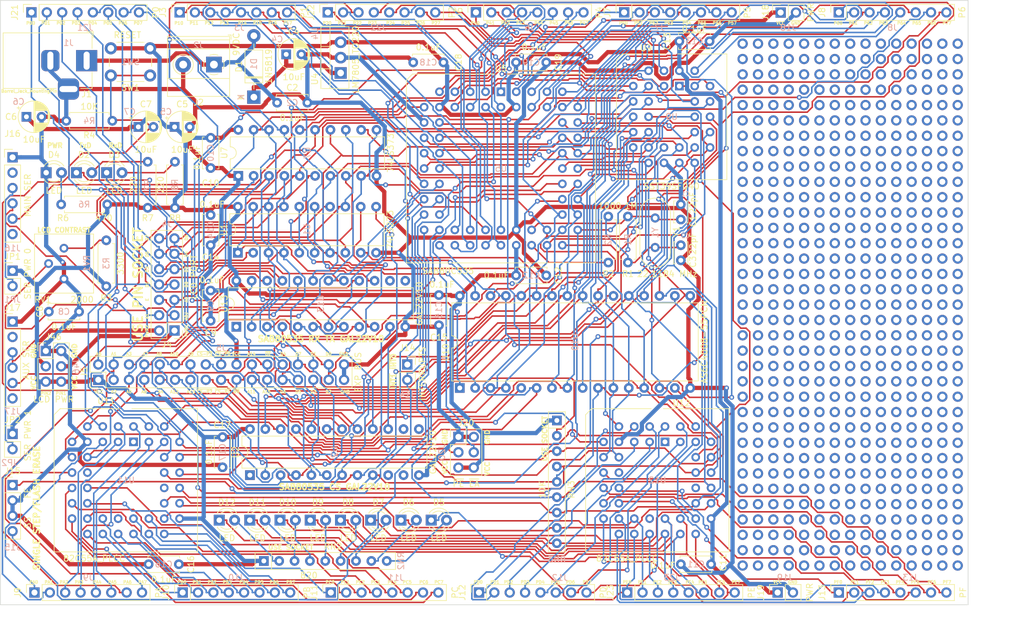
<source format=kicad_pcb>
(kicad_pcb (version 20211014) (generator pcbnew)
  (layers (0 "F.Cu" signal) (31 "B.Cu" signal) (34 "B.Paste" user) (35 "F.Paste" user) (36 "B.SilkS" user "B.Silkscreen") (37 "F.SilkS" user "F.Silkscreen") (38 "B.Mask" user) (39 "F.Mask" user) (44 "Edge.Cuts" user))
  (net 0 "")
  (net 1 "GND")
  (net 2 "/9VDC")
  (net 3 "Net-(C3-Pad1)")
  (net 4 "/VI")
  (net 5 "VCC")
  (net 6 "RESET")
  (net 7 "LCD-ADJ")
  (net 8 "TX-LED")
  (net 9 "Net-(D2-Pad2)")
  (net 10 "RX-LED")
  (net 11 "Net-(D3-Pad2)")
  (net 12 "PE.0")
  (net 13 "PE.1")
  (net 14 "Net-(D6-Pad2)")
  (net 15 "PE.2")
  (net 16 "Net-(D7-Pad2)")
  (net 17 "PE.3")
  (net 18 "Net-(D8-Pad2)")
  (net 19 "PE.4")
  (net 20 "Net-(D9-Pad2)")
  (net 21 "PE.5")
  (net 22 "Net-(D10-Pad2)")
  (net 23 "PE.6")
  (net 24 "Net-(D11-Pad2)")
  (net 25 "PE.7")
  (net 26 "Net-(D12-Pad2)")
  (net 27 "P1.0")
  (net 28 "P1.1")
  (net 29 "P1.2")
  (net 30 "P1.3")
  (net 31 "P1.4")
  (net 32 "P1.5")
  (net 33 "P1.6")
  (net 34 "P1.7")
  (net 35 "D7")
  (net 36 "D6")
  (net 37 "D5")
  (net 38 "D4")
  (net 39 "D3")
  (net 40 "D2")
  (net 41 "D1")
  (net 42 "D0")
  (net 44 "A0")
  (net 45 "A1")
  (net 46 "A5")
  (net 47 "A2")
  (net 48 "A3")
  (net 49 "A6")
  (net 50 "A7")
  (net 51 "A4")
  (net 52 "A8")
  (net 53 "A12")
  (net 54 "A10")
  (net 55 "A13")
  (net 56 "A9")
  (net 57 "~{CS-P2}")
  (net 58 "~{CS-P3}")
  (net 59 "~{CS-P1}")
  (net 60 "~{CS-P0}")
  (net 61 "~{WR}")
  (net 62 "A11")
  (net 63 "A14")
  (net 64 "A15")
  (net 65 "~{OE}")
  (net 66 "P4.0")
  (net 67 "P4.1")
  (net 68 "P4.2")
  (net 69 "P4.3")
  (net 70 "P4.4")
  (net 71 "P4.5")
  (net 72 "P4.6")
  (net 73 "P4.7")
  (net 74 "P5.0")
  (net 75 "P5.1")
  (net 76 "P5.2")
  (net 77 "P5.3")
  (net 78 "P5.4")
  (net 79 "P5.5")
  (net 80 "P5.6")
  (net 81 "P5.7")
  (net 82 "P6.0")
  (net 83 "P6.1")
  (net 84 "P6.2")
  (net 85 "P6.3")
  (net 86 "P6.4")
  (net 87 "P6.5")
  (net 88 "P6.6")
  (net 89 "P6.7")
  (net 90 "PA.0")
  (net 91 "PA.1")
  (net 92 "PA.2")
  (net 93 "PA.3")
  (net 94 "PA.4")
  (net 95 "PA.5")
  (net 96 "PA.6")
  (net 97 "PA.7")
  (net 98 "PB.0")
  (net 99 "PB.1")
  (net 100 "PB.2")
  (net 101 "PB.3")
  (net 102 "PB.4")
  (net 103 "PB.5")
  (net 104 "PB.6")
  (net 105 "PB.7")
  (net 106 "PC.0")
  (net 107 "PC.1")
  (net 108 "PC.2")
  (net 109 "PC.3")
  (net 110 "PC.4")
  (net 111 "PC.5")
  (net 112 "PC.6")
  (net 113 "PC.7")
  (net 114 "PD.0")
  (net 115 "PD.1")
  (net 116 "PD.2")
  (net 117 "PD.3")
  (net 118 "PD.4")
  (net 119 "PD.5")
  (net 120 "PD.6")
  (net 121 "PD.7")
  (net 122 "PF.0")
  (net 123 "PF.1")
  (net 124 "PF.2")
  (net 125 "PF.3")
  (net 126 "PF.4")
  (net 127 "PF.5")
  (net 128 "PF.6")
  (net 129 "PF.7")
  (net 130 "~{INT0}")
  (net 131 "~{INT1}")
  (net 132 "T1")
  (net 134 "Net-(J16-Pad3)")
  (net 135 "RxD-0")
  (net 136 "TxD-0")
  (net 139 "Net-(J17-Pad3)")
  (net 140 "RxD-1")
  (net 141 "TxD-1")
  (net 143 "Net-(R3-Pad2)")
  (net 144 "~{PE}")
  (net 145 "B15")
  (net 146 "B16")
  (net 147 "RxD")
  (net 148 "TxD")
  (net 150 "~{RD}")
  (net 151 "~{PSEN}")
  (net 152 "/CS-LCD-WR")
  (net 154 "B17")
  (net 155 "T0")
  (net 156 "~{CS-LCD}")
  (net 157 "B18")
  (net 159 "ALE")
  (net 160 "Net-(D4-Pad2)")
  (net 161 "~{CS-PPI1}")
  (net 162 "~{CS-PPI0}")
  (net 171 "/XTAL1")
  (net 172 "/XTAL2")
  (net 173 "~{EA}")
  (net 175 "~{RESET}")
  (net 176 "~{CS-LATCH}")
  (net 177 "C15")
  (net 178 "C16")
  (net 179 "C17")
  (net 180 "C18")
  (net 182 "E")
  (net 185 "Net-(D5-Pad2)")
  (net 207 "LCD-PWR1")
  (net 208 "LCD-PWR2")
  (net 209 "~{CS-RAM}")
  (footprint "Capacitor_THT:C_Disc_D3.4mm_W2.1mm_P2.50mm" (layer "F.Cu") (at 162.5 90.5 -90)
    (fp_text reference "C3")
    (fp_text value "22pF")
  )
  (footprint "Connector_PinHeader_2.54mm:PinHeader_1x06_P2.54mm_Vertical" (layer "F.Cu") (at 52 75.96)
    (fp_text reference "J16")
    (fp_text value "MAIN SER")
  )
  (footprint "Package_LCC:PLCC-44_THT-Socket" (layer "F.Cu") (at 72 123.045)
    (fp_text reference "U11")
    (fp_text value "82C55A_PLCC")
  )
  (footprint "Capacitor_THT:C_Disc_D5.0mm_W2.5mm_P5.00mm" (layer "F.Cu") (at 86.725 122.25 -90)
    (fp_text reference "C17")
    (fp_text value "0.1uF")
  )
  (footprint "LED_THT:LED_D3.0mm" (layer "F.Cu") (at 62.56 78.5)
    (fp_text reference "D2")
    (fp_text value "LED")
  )
  (footprint "Connector_PinSocket_2.54mm:PinSocket_1x08_P2.54mm_Vertical" (layer "F.Cu") (at 153.625 147.975 90)
    (fp_text reference "J23")
    (fp_text value "PE")
  )
  (footprint "Resistor_THT:R_Array_SIP9" (layer "F.Cu") (at 93.55 142.75)
    (fp_text reference "RN2")
    (fp_text value "820")
  )
  (footprint "PTHelement:PTHelement" (layer "F.Cu") (at 185.42 107.95)
    (fp_text reference "J32")
    (fp_text value "PTH")
  )
  (footprint "Resistor_THT:R_Axial_DIN0207_L6.3mm_D2.5mm_P7.62mm_Horizontal" (layer "F.Cu") (at 67.5 97.31 90)
    (fp_text reference "R3")
    (fp_text value "3300")
  )
  (footprint "LED_THT:LED_D3.0mm" (layer "F.Cu") (at 67.56 78.5)
    (fp_text reference "D3")
    (fp_text value "LED")
  )
  (footprint "PTHelement:PTHelement" (layer "F.Cu") (at 172.72 133.35)
    (fp_text reference "J31")
    (fp_text value "PTH")
  )
  (footprint "Resistor_THT:R_Axial_DIN0207_L6.3mm_D2.5mm_P7.62mm_Horizontal" (layer "F.Cu") (at 74.35 76.69 -90)
    (fp_text reference "R7")
    (fp_text value "220")
  )
  (footprint "LED_THT:LED_D3.0mm" (layer "F.Cu") (at 91.225 136)
    (fp_text reference "D11")
    (fp_text value "LED")
  )
  (footprint "PTHelement:PTHelement" (layer "F.Cu") (at 198.12 120.65)
    (fp_text reference "J39")
    (fp_text value "PTH")
  )
  (footprint "PTHelement:PTHelement" (layer "F.Cu") (at 198.12 107.95)
    (fp_text reference "J38")
    (fp_text value "PTH")
  )
  (footprint "Capacitor_THT:C_Disc_D5.0mm_W2.5mm_P5.00mm" (layer "F.Cu") (at 135.25 95.5)
    (fp_text reference "C12")
    (fp_text value "0.1uF")
  )
  (footprint "Resistor_THT:R_Axial_DIN0207_L6.3mm_D2.5mm_P7.62mm_Horizontal" (layer "F.Cu") (at 60.04 83.75)
    (fp_text reference "R6")
    (fp_text value "470")
  )
  (footprint "LED_THT:LED_D3.0mm" (layer "F.Cu") (at 96.225 136)
    (fp_text reference "D10")
    (fp_text value "LED")
  )
  (footprint "Package_DIP:DIP-20_W7.62mm" (layer "F.Cu") (at 89.325 79.03 90)
    (fp_text reference "U7")
    (fp_text value "74LS373")
  )
  (footprint "Connector_PinSocket_2.54mm:PinSocket_1x08_P2.54mm_Vertical" (layer "F.Cu") (at 129.125 147.975 90)
    (fp_text reference "J12")
    (fp_text value "PD")
  )
  (footprint "Resistor_THT:R_Axial_DIN0207_L6.3mm_D2.5mm_P7.62mm_Horizontal" (layer "F.Cu") (at 78.85 76.69 -90)
    (fp_text reference "R8")
    (fp_text value "220")
  )
  (footprint "Package_TO_SOT_THT:TO-220-3_Vertical" (layer "F.Cu") (at 106.25 62 90)
    (fp_text reference "U4")
    (fp_text value "LM7805_TO220")
  )
  (footprint "Capacitor_THT:C_Disc_D5.0mm_W2.5mm_P5.00mm" (layer "F.Cu") (at 162.25 56.75)
    (fp_text reference "C13")
    (fp_text value "0.1uF")
  )
  (footprint "Package_DIP:DIP-20_W7.62mm" (layer "F.Cu") (at 89.25 91.75 90)
    (fp_text reference "U1")
    (fp_text value "74LS273")
  )
  (footprint "PTHelement:PTHelement" (layer "F.Cu") (at 185.42 95.25)
    (fp_text reference "J27")
    (fp_text value "PTH")
  )
  (footprint "LED_THT:LED_D3.0mm" (layer "F.Cu") (at 101.225 136)
    (fp_text reference "D9")
    (fp_text value "LED")
  )
  (footprint "PTHelement:PTHelement" (layer "F.Cu") (at 172.72 82.55)
    (fp_text reference "J37")
    (fp_text value "PTH")
  )
  (footprint "LED_THT:LED_D3.0mm" (layer "F.Cu") (at 111.22 136)
    (fp_text reference "D7")
    (fp_text value "LED")
  )
  (footprint "PTHelement:PTHelement" (layer "F.Cu") (at 172.72 69.85)
    (fp_text reference "J33")
    (fp_text value "PTH")
  )
  (footprint "PTHelement:PTHelement" (layer "F.Cu") (at 172.72 57.15)
    (fp_text reference "J26")
    (fp_text value "PTH")
  )
  (footprint "Connector_PinSocket_2.54mm:PinSocket_1x08_P2.54mm_Vertical" (layer "F.Cu") (at 104.125 51.975 90)
    (fp_text reference "J22")
    (fp_text value "P2")
  )
  (footprint "Resistor_THT:R_Axial_DIN0207_L6.3mm_D2.5mm_P7.62mm_Horizontal" (layer "F.Cu") (at 150.5 85.75 -90)
    (fp_text reference "R2")
    (fp_text value "1000")
  )
  (footprint "Connector_PinHeader_2.54mm:PinHeader_1x06_P2.54mm_Vertical" (layer "F.Cu") (at 52 103.15)
    (fp_text reference "J17")
    (fp_text value "AUX SER")
  )
  (footprint "Connector_PinSocket_2.54mm:PinSocket_1x02_P2.54mm_Vertical" (layer "F.Cu") (at 179 52 90)
    (fp_text reference "J18")
    (fp_text value "PWR")
  )
  (footprint "Connector_PinSocket_2.54mm:PinSocket_1x08_P2.54mm_Vertical" (layer "F.Cu") (at 104.625 147.975 90)
    (fp_text reference "J11")
    (fp_text value "PC")
  )
  (footprint "Resistor_THT:R_Array_SIP9" (layer "F.Cu") (at 142 119.5 -90)
    (fp_text reference "RN3")
    (fp_text value "10K")
  )
  (footprint "Connector_PinSocket_2.54mm:PinSocket_1x08_P2.54mm_Vertical" (layer "F.Cu") (at 55.125 51.975 90)
    (fp_text reference "J21")
    (fp_text value "P0")
  )
  (footprint "PTHelement:PTHelement" (layer "F.Cu") (at 185.42 57.15)
    (fp_text reference "J28")
    (fp_text value "PTH")
  )
  (footprint "Connector_PinHeader_2.54mm:PinHeader_2x07_P2.54mm_Vertical" (layer "F.Cu") (at 78.775 104.625 180)
    (fp_text reference "J4")
    (fp_text value "LCD PORT")
  )
  (footprint "Capacitor_THT:C_Disc_D5.0mm_W2.5mm_P5.00mm" (layer "F.Cu") (at 95.75 66.92)
    (fp_text reference "C2")
    (fp_text value "0.1uF")
  )
  (footprint "Connector_BarrelJack:BarrelJack_Horizontal" (layer "F.Cu") (at 64.25 59.9625)
    (fp_text reference "J1")
    (fp_text value "Barrel_Jack_MountingPin")
  )
  (footprint "Capacitor_THT:C_Disc_D5.0mm_W2.5mm_P5.00mm" (layer "F.Cu") (at 79.5 143.295 180)
    (fp_text reference "C16")
    (fp_text value "0.1uF")
  )
  (footprint "Button_Switch_THT:SW_PUSH_6mm" (layer "F.Cu") (at 74.75 62.42 180)
    (fp_text reference "SW1")
    (fp_text value "RESET")
  )
  (footprint "PTHelement:PTHelement" (layer "F.Cu") (at 198.12 133.35)
    (fp_text reference "J41")
    (fp_text value "PTH")
  )
  (footprint "PTHelement:PTHelement" (layer "F.Cu") (at 198.12 69.85)
    (fp_text reference "J25")
    (fp_text value "PTH")
  )
  (footprint "Capacitor_THT:C_Disc_D5.0mm_W2.5mm_P5.00mm" (layer "F.Cu") (at 167.5 143.295 180)
    (fp_text reference "C11")
    (fp_text value "0.1uF")
  )
  (footprint "Connector_PinSocket_2.54mm:PinSocket_1x08_P2.54mm_Vertical" (layer "F.Cu") (at 55.625 147.975 90)
    (fp_text reference "J9")
    (fp_text value "PA")
  )
  (footprint "Package_LCC:PLCC-68_THT-Socket" (layer "F.Cu") (at 132.75 65.11)
    (fp_text reference "U5")
    (fp_text value "SAB80C535")
  )
  (footprint "Potentiometer_THT:Potentiometer_Bourns_3386P_Vertical" (layer "F.Cu") (at 60.5 91 180)
    (fp_text reference "RV1")
    (fp_text value "2000")
  )
  (footprint "Connector_PinSocket_2.54mm:PinSocket_1x02_P2.54mm_Vertical" (layer "F.Cu") (at 178.5 147.975 90)
    (fp_text reference "J19")
    (fp_text value "PWR")
  )
  (footprint "PTHelement:PTHelement" (layer "F.Cu") (at 172.72 107.95)
    (fp_text reference "J34")
    (fp_text value "PTH")
  )
  (footprint "LED_THT:LED_D3.0mm" (layer "F.Cu") (at 86.18 136)
    (fp_text reference "D12")
    (fp_text value "LED")
  )
  (footprint "Capacitor_THT:CP_Radial_D5.0mm_P2.50mm" (layer "F.Cu") (at 72.7949 70.92)
    (fp_text reference "C7")
    (fp_text value "10uF")
  )
  (footprint "Capacitor_THT:C_Disc_D5.0mm_W2.5mm_P5.00mm" (layer "F.Cu") (at 58 101.5)
    (fp_text reference "C8")
    (fp_text value "0.1uF")
  )
  (footprint "Package_LCC:PLCC-32_THT-Socket" (layer "F.Cu") (at 162.25 64.17)
    (fp_text reference "U9")
    (fp_text value "SST39SF040")
  )
  (footprint "Capacitor_THT:C_Disc_D5.0mm_W2.5mm_P5.00mm" (layer "F.Cu") (at 84.75 98 -90)
    (fp_text reference "C9")
    (fp_text value "0.1uF")
  )
  (footprint "PTHelement:PTHelement" (layer "F.Cu") (at 172.72 120.65)
    (fp_text reference "J42")
    (fp_text value "PTH")
  )
  (footprint "Connector_PinHeader_2.54mm:PinHeader_2x03_P2.54mm_Vertical" (layer "F.Cu") (at 125.725 122.225)
    (fp_text reference "J20")
    (fp_text value "~{PE} ~{EA}")
  )
  (footprint "PTHelement:PTHelement" (layer "F.Cu") (at 185.42 69.85)
    (fp_text reference "J36")
    (fp_text value "PTH")
  )
  (footprint "PTHelement:PTHelement" (layer "F.Cu") (at 185.42 82.55)
    (fp_text reference "J35")
    (fp_text value "PTH")
  )
  (footprint "LED_THT:LED_D3.0mm" (layer "F.Cu") (at 116.225 136)
    (fp_text reference "D6")
    (fp_text value "LED")
  )
  (footprint "Package_LCC:PLCC-44_THT-Socket" (layer "F.Cu") (at 159.88 123.045)
    (fp_text reference "U12")
    (fp_text value "82C55A_PLCC")
  )
  (footprint "Connector_PinSocket_2.54mm:PinSocket_1x08_P2.54mm_Vertical" (layer "F.Cu") (at 153.125 51.975 90)
    (fp_text reference "J7")
    (fp_text value "P5")
  )
  (footprint "Package_DIP:DIP-24_W7.62mm" (layer "F.Cu") (at 89 104 90)
    (fp_text reference "U13")
    (fp_text value "GAL22V10")
  )
  (footprint "Capacitor_THT:C_Disc_D5.0mm_W2.5mm_P5.00mm" (layer "F.Cu") (at 135.25 60.25)
    (fp_text reference "C19")
    (fp_text value "0.1uF")
  )
  (footprint "LED_THT:LED_D3.0mm" (layer "F.Cu") (at 121.225 136)
    (fp_text reference "D5")
    (fp_text value "LED")
  )
  (footprint "Capacitor_THT:CP_Radial_D5.0mm_P2.50mm" (layer "F.Cu") (at 97.25 58.92)
    (fp_text reference "C4")
    (fp_text value "10uF")
  )
  (footprint "Crystal:Crystal_HC49-4H_Vertical" (layer "F.Cu") (at 158.25 86 -90)
    (fp_text reference "Y1")
    (fp_text value "22.1184 MHz")
  )
  (footprint "Package_DIP:DIP-32_W15.24mm" (layer "F.Cu") (at 125.95 114.125 90)
    (fp_text reference "U10")
    (fp_text value "AS6C4008-55PCN")
  )
  (footprint "Connector_PinSocket_2.54mm:PinSocket_1x08_P2.54mm_Vertical" (layer "F.Cu") (at 128.625 51.975 90)
    (fp_text reference "J6")
    (fp_text value "P4")
  )
  (footprint "Connector_PinSocket_2.54mm:PinSocket_1x08_P2.54mm_Vertical" (layer "F.Cu") (at 79.625 51.975 90)
    (fp_text reference "J3")
    (fp_text value "P1")
  )
  (footprint "Connector_PinHeader_2.54mm:PinHeader_1x02_P2.54mm_Vertical" (layer "F.Cu") (at 52 121.725)
    (fp_text reference "JP2")
    (fp_text value "SER PWR 1")
  )
  (footprint "Capacitor_THT:C_Disc_D3.4mm_W2.1mm_P2.50mm" (layer "F.Cu") (at 162.5 86.25 90)
    (fp_text reference "C1")
    (fp_text value "22pF")
  )
  (footprint "Connector_PinSocket_2.54mm:PinSocket_1x08_P2.54mm_Vertical" (layer "F.Cu") (at 80.125 147.975 90)
    (fp_text reference "J10")
    (fp_text value "PB")
  )
  (footprint "PTHelement:PTHelement" (layer "F.Cu") (at 198.12 82.55)
    (fp_text reference "J43")
    (fp_text value "PTH")
  )
  (footprint "Diode_THT:D_DO-41_SOD81_P10.16mm_Horizontal" (layer "F.Cu") (at 91.9 66 90)
    (fp_text reference "D1")
    (fp_text value "1N5819")
  )
  (footprint "Capacitor_THT:C_Disc_D5.0mm_W2.5mm_P5.00mm" (layer "F.Cu") (at 123.25 60.25 180)
    (fp_text reference "C18")
    (fp_text value "0.1uF")
  )
  (footprint "Connector_PinSocket_2.54mm:PinSocket_1x08_P2.54mm_Vertical" (layer "F.Cu") (at 188.625 147.975 90)
    (fp_text reference "J13")
    (fp_text value "PF")
  )
  (footprint "PTHelement:PTHelement" (layer "F.Cu") (at 198.12 95.25)
    (fp_text reference "J30")
    (fp_text value "PTH")
  )
  (footprint "Connector_PinHeader_2.54mm:PinHeader_1x04_P2.54mm_Vertical" (layer "F.Cu") (at 52 130.2)
    (fp_text reference "J15")
    (fp_text value "SS    FE")
  )
  (footprint "Connector_PinHeader_2.54mm:PinHeader_2x03_P2.54mm_Vertical" (layer "F.Cu") (at 57.5 108)
    (fp_text reference "J46")
    (fp_text value "LCD PWR")
  )
  (footprint "Capacitor_THT:C_Disc_D5.0mm_W2.5mm_P5.00mm" (layer "F.Cu") (at 84.75 72.73 -90)
    (fp_text reference "C10")
    (fp_text value "0.1uF")
  )
  (footprint "LED_THT:LED_D3.0mm" (layer "F.Cu") (at 106.22 136)
    (fp_text reference "D8")
    (fp_text value "LED")
  )
  (footprint "Capacitor_THT:C_Disc_D5.0mm_W2.5mm_P5.00mm" (layer "F.Cu") (at 122.5 98.75 -90)
    (fp_text reference "C15")
    (fp_text value "0.1uF")
  )
  (footprint "Capacitor_THT:CP_Radial_D5.0mm_P2.50mm" (layer "F.Cu") (at 54.2949 69.25)
    (fp_text reference "C6")
    (fp_text value "10uF")
  )
  (footprint "Capacitor_THT:C_Disc_D5.0mm_W2.5mm_P5.00mm" (layer "F.Cu") (at 84.75 85.5 -90)
    (fp_text reference "C14")
    (fp_text value "0.1uF")
  )
  (footprint "Connector_PinSocket_2.54mm:PinSocket_1x02_P2.54mm_Vertical" (layer "F.Cu") (at 117.275 110.25)
    (fp_text reference "J14")
    (fp_text value "INTERRUPTS")
  )
  (footprint "Package_DIP:DIP-24_W7.62mm" (layer "F.Cu") (at 91.25 128.55 90)
    (fp_text reference "U2")
    (fp_text value "GAL22V10")
  )
  (footprint "PTHelement:PTHelement" (layer "F.Cu") (at 185.42 133.35)
    (fp_text reference "J44")
    (fp_text value "PTH")
  )
  (footprint "Resistor_THT:R_Axial_DIN0207_L6.3mm_D2.5mm_P7.62mm_Horizontal" (layer "F.Cu") (at 153.75 85.75 -90)
    (fp_text reference "R1")
    (fp_text value "1M")
  )
  (footprint "Connector_PinHeader_2.54mm:PinHeader_1x02_P2.54mm_Vertical" (layer "F.Cu") (at 52 94.725)
    (fp_text reference "JP1")
    (fp_text value "SER PWR 0")
  )
  (footprint "Capacitor_THT:CP_Radial_D5.0mm_P2.50mm" (layer "F.Cu") (at 78.7949 70.92)
    (fp_text reference "C5")
    (fp_text value "10uF")
  )
  (footprint "PTHelement:PTHelement" (layer "F.Cu") (at 198.12 57.15)
    (fp_text reference "J40")
    (fp_text value "PTH")
  )
  (footprint "LED_THT:LED_D3.0mm" (layer "F.Cu") (at 57.56 78.5)
    (fp_text reference "D4")
    (fp_text value "LED")
  )
  (footprint "TerminalBlock_Phoenix:TerminalBlock_Phoenix_MKDS-1,5-2-5.08_1x02_P5.08mm_Horizontal" (layer "F.Cu") (at 85.295 60.615 180)
    (fp_text reference "J2")
    (fp_text value "9VDC")
  )
  (footprint "PTHelement:PTHelement" (layer "F.Cu") (at 172.72 95.25)
    (fp_text reference "J29")
    (fp_text value "PTH")
  )
  (footprint "Connector_PinSocket_2.54mm:PinSocket_1x08_P2.54mm_Vertical" (layer "F.Cu") (at 188.625 51.975 90)
    (fp_text reference "J8")
    (fp_text value "P6")
  )
  (footprint "PTHelement:PTHelement" (layer "F.Cu") (at 185.42 120.65)
    (fp_text reference "J24")
    (fp_text value "PTH")
  )
  (footprint "Resistor_THT:R_Axial_DIN0207_L6.3mm_D2.5mm_P7.62mm_Horizontal" (layer "F.Cu") (at 68.5 69.92 180)
    (fp_text reference "R4")
    (fp_text value "10K")
  )
  (footprint "Connector_PinHeader_2.54mm:PinHeader_2x17_P2.54mm_Vertical" (layer "F.Cu") (at 66.175 112.775 90)
    (fp_text reference "J5")
    (fp_text value "EXP BUS")
  )
  (gr_line (start 210 50) (end 50 50) (layer "Edge.Cuts") (width 0.1))
  (gr_line (start 50 150) (end 210 150) (layer "Edge.Cuts") (width 0.1))
  (gr_line (start 50 50) (end 50 150) (layer "Edge.Cuts") (width 0.1))
  (gr_line (start 210 50) (end 210 150) (layer "Edge.Cuts") (width 0.1))
  (gr_text "A1" (at 68.75 108.5) (layer "F.SilkS") (effects (font (size 0.5 0.5) (thickness 0.125))))
  (gr_text "GND" (at 123.5 122.225 90) (layer "F.SilkS") (effects (font (size 0.8 0.8) (thickness 0.2))))
  (gr_text "P63" (at 196 53.75) (layer "F.SilkS") (effects (font (size 0.5 0.5) (thickness 0.125))))
  (gr_text "P51" (at 155.5 53.75) (layer "F.SilkS") (effects (font (size 0.5 0.5) (thickness 0.125))))
  (gr_text "P46" (at 144 53.75) (layer "F.SilkS") (effects (font (size 0.5 0.5) (thickness 0.125))))
  (gr_text "PF1" (at 191.25 146.25) (layer "F.SilkS") (effects (font (size 0.5 0.5) (thickness 0.125))))
  (gr_text "GND" (at 181 146.25) (layer "F.SilkS") (effects (font (size 0.5 0.5) (thickness 0.125))))
  (gr_text "PE1" (at 156.125 146.25) (layer "F.SilkS") (effects (font (size 0.5 0.5) (thickness 0.125))))
  (gr_text "USE SOCKET" (at 140 122.5 90) (layer "F.SilkS") (effects (font (size 0.8 0.8) (thickness 0.2))))
  (gr_text "USE SOCKET" (at 98 140.5) (layer "F.SilkS") (effects (font (size 0.8 0.8) (thickness 0.2))))
  (gr_text "P20" (at 104 53.75) (layer "F.SilkS") (effects (font (size 0.5 0.5) (thickness 0.125))))
  (gr_text "PE0" (at 153.625 146.25) (layer "F.SilkS") (effects (font (size 0.5 0.5) (thickness 0.125))))
  (gr_text "PA2" (at 60.5 146.25) (layer "F.SilkS") (effects (font (size 0.5 0.5) (thickness 0.125))))
  (gr_text "P64" (at 199 53.75) (layer "F.SilkS") (effects (font (size 0.5 0.5) (thickness 0.125))))
  (gr_text "P26" (at 119.5 53.75) (layer "F.SilkS") (effects (font (size 0.5 0.5) (thickness 0.125))))
  (gr_text "A6" (at 73.75 114.75) (layer "F.SilkS") (effects (font (size 0.5 0.5) (thickness 0.125))))
  (gr_text "P47" (at 146.5 53.75) (layer "F.SilkS") (effects (font (size 0.5 0.5) (thickness 0.125))))
  (gr_text "PWR" (at 59 74) (layer "F.SilkS") (effects (font (size 0.8 0.8) (thickness 0.2))))
  (gr_text "P54" (at 163.5 53.75) (layer "F.SilkS") (effects (font (size 0.5 0.5) (thickness 0.125))))
  (gr_text "PE5" (at 166.125 146.25) (layer "F.SilkS") (effects (font (size 0.5 0.5) (thickness 0.125))))
  (gr_text "VCC" (at 130.5 127.5 90) (layer "F.SilkS") (effects (font (size 0.8 0.8) (thickness 0.2))))
  (gr_text "PB4" (at 90.25 146.25) (layer "F.SilkS") (effects (font (size 0.5 0.5) (thickness 0.125))))
  (gr_text "USE PIN SOCKET" (at 72.75 97 90) (layer "F.SilkS") (effects (font (size 1.5 1.5) (thickness 0.3))))
  (gr_text "~{OE}" (at 94.25 108.5) (layer "F.SilkS") (effects (font (size 0.5 0.5) (thickness 0.125))))
  (gr_text "P14" (at 90 53.75) (layer "F.SilkS") (effects (font (size 0.5 0.5) (thickness 0.125))))
  (gr_text "P17" (at 97.5 53.75) (layer "F.SilkS") (effects (font (size 0.5 0.5) (thickness 0.125))))
  (gr_text "GND" (at 107 114.75) (layer "F.SilkS") (effects (font (size 0.5 0.5) (thickness 0.125))))
  (gr_text "GND" (at 106.75 108.5) (layer "F.SilkS") (effects (font (size 0.5 0.5) (thickness 0.125))))
  (gr_text "PWR1" (at 80.75 104.625 90) (layer "F.SilkS") (effects (font (size 0.5 0.5) (thickness 0.125))))
  (gr_text "PA6" (at 71 146.25) (layer "F.SilkS") (effects (font (size 0.5 0.5) (thickness 0.125))))
  (gr_text "PC1" (at 107 146.25) (layer "F.SilkS") (effects (font (size 0.5 0.5) (thickness 0.125))))
  (gr_text "VCC" (at 179 53.75) (layer "F.SilkS") (effects (font (size 0.5 0.5) (thickness 0.125))))
  (gr_text "P65" (at 201.5 53.75) (layer "F.SilkS") (effects (font (size 0.5 0.5) (thickness 0.125))))
  (gr_text "E" (at 74.25 99.5 90) (layer "F.SilkS") (effects (font (size 0.5 0.5) (thickness 0.125))))
  (gr_text "PE6" (at 169.125 146.25) (layer "F.SilkS") (effects (font (size 0.5 0.5) (thickness 0.125))))
  (gr_text "PIN1" (at 60 115) (layer "F.SilkS") (effects (font (size 0.5 0.5) (thickness 0.125))))
  (gr_text "PF0" (at 188.5 146.25) (layer "F.SilkS") (effects (font (size 0.5 0.5) (thickness 0.125))))
  (gr_text "P00" (at 55 53.75) (layer "F.SilkS") (effects (font (size 0.5 0.5) (thickness 0.125))))
  (gr_text "P23" (at 111.5 53.75) (layer "F.SilkS") (effects (font (size 0.5 0.5) (thickness 0.125))))
  (gr_text "P15" (at 92.5 53.75) (layer "F.SilkS") (effects (font (size 0.5 0.5) (thickness 0.125))))
  (gr_text "P61" (at 191 53.75) (layer "F.SilkS") (effects (font (size 0.5 0.5) (thickness 0.125))))
  (gr_text "PE2" (at 158.625 146.25) (layer "F.SilkS") (effects (font (size 0.5 0.5) (thickness 0.125))))
  (gr_text "PA0" (at 55.5 146.25) (layer "F.SilkS") (effects (font (size 0.5 0.5) (thickness 0.125))))
  (gr_text "P53" (at 160.5 53.75) (layer "F.SilkS") (effects (font (size 0.5 0.5) (thickness 0.125))))
  (gr_text "PD5" (at 141.75 146.25) (layer "F.SilkS") (effects (font (size 0.5 0.5) (thickness 0.125))))
  (gr_text "GND" (at 62.25 108 90) (layer "F.SilkS") (effects (font (size 0.8 0.8) (thickness 0.2))))
  (gr_text "RxD" (at 69 74) (layer "F.SilkS") (effects (font (size 0.8 0.8) (thickness 0.2))))
  (gr_text "PA7" (at 73.5 146.25) (layer "F.SilkS") (effects (font (size 0.5 0.5) (thickness 0.125))))
  (gr_text "P01" (at 57.5 53.75) (layer "F.SilkS") (effects (font (size 0.5 0.5) (thickness 0.125))))
  (gr_text "P03" (at 62.5 53.75) (layer "F.SilkS") (effects (font (size 0.5 0.5) (thickness 0.125))))
  (gr_text "PC3" (at 112 146.25) (layer "F.SilkS") (effects (font (size 0.5 0.5) (thickness 0.125))))
  (gr_text "P50" (at 153 53.75) (layer "F.SilkS") (effects (font (size 0.5 0.5) (thickness 0.125))))
  (gr_text "A9" (at 81.5 108.5) (layer "F.SilkS") (effects (font (size 0.5 0.5) (thickness 0.125))))
  (gr_text "D1" (at 74.25 97 90) (layer "F.SilkS") (effects (font (size 0.5 0.5) (thickness 0.125))))
  (gr_text "PD0" (at 129 146.25) (layer "F.SilkS") (effects (font (size 0.5 0.5) (thickness 0.125))))
  (gr_text "PE7" (at 171.625 146.25) (layer "F.SilkS") (effects (font (size 0.5 0.5) (thickness 0.125))))
  (gr_text "PF7" (at 206.5 146.25) (layer "F.SilkS") (effects (font (size 0.5 0.5) (thickness 0.125))))
  (gr_text "PA4" (at 66 146.25) (layer "F.SilkS") (effects (font (size 0.5 0.5) (thickness 0.125))))
  (gr_text "PC5" (at 117.25 146.25) (layer "F.SilkS") (effects (font (size 0.5 0.5) (thickness 0.125))))
  (gr_text "D6" (at 96.75 114.75) (layer "F.SilkS") (effects (font (size 0.5 0.5) (thickness 0.125))))
  (gr_text "PB5" (at 92.75 146.25) (layer "F.SilkS") (effects (font (size 0.5 0.5) (thickness 0.125))))
  (gr_text "P05" (at 67.75 53.75) (layer "F.SilkS") (effects (font (size 0.5 0.5) (thickness 0.125))))
  (gr_text "GND" (at 181.5 53.75) (layer "F.SilkS") (effects (font (size 0.5 0.5) (thickness 0.125))))
  (gr_text "D4" (at 80.75 92 90) (layer "F.SilkS") (effects (font (size 0.5 0.5) (thickness 0.125))))
  (gr_text "P77" (at 206.5 53.75) (layer "F.SilkS") (effects (font (size 0.5 0.5) (thickness 0.125))))
  (gr_text "A10" (at 78.75 108.5) (layer "F.SilkS") (effects (font (size 0.5 0.5) (thickness 0.125))))
  (gr_text "D6" (at 80.75 89.25 90) (layer "F.SilkS") (effects (font (size 0.5 0.5) (thickness 0.125))))
  (gr_text "D0" (at 104.25 108.5) (layer "F.SilkS") (effects (font (size 0.5 0.5) (thickness 0.125))))
  (gr_text "~{CS-P3}" (at 83.75 108.5) (layer "F.SilkS") (effects (font (size 0.5 0.5) (thickness 0.125))))
  (gr_text "GND" (at 55.5 108 90) (layer "F.SilkS") (effects (font (size 0.8 0.8) (thickness 0.2))))
  (gr_text "PF6" (at 204 146.25) (layer "F.SilkS") (effects (font (size 0.5 0.5) (thickness 0.125))))
  (gr_text "P41" (at 131 53.75) (layer "F.SilkS") (effects (font (size 0.5 0.5) (thickness 0.125))))
  (gr_text "VCC" (at 178.5 146.25) (layer "F.SilkS") (effects (font (size 0.5 0.5) (thickness 0.125))))
  (gr_text "PF4" (at 198.75 146.25) (layer "F.SilkS") (effects (font (size 0.5 0.5) (thickness 0.125))))
  (gr_text "P42" (at 133.5 53.75) (layer "F.SilkS") (effects (font (size 0.5 0.5) (thickness 0.125))))
  (gr_text "PD3" (at 136.75 146.25) (layer "F.SilkS") (effects (font (size 0.5 0.5) (thickness 0.125))))
  (gr_text "VCC" (at 62.25 113.25 90) (layer "F.SilkS") (effects (font (size 0.8 0.8) (thickness 0.2))))
  (gr_text "PB6" (at 95.25 146.25) (layer "F.SilkS") (effects (font (size 0.5 0.5) (thickness 0.125))))
  (gr_text "~{CS-P0}" (at 86.75 108.5) (layer "F.SilkS") (effects (font (size 0.5 0.5) (thickness 0.125))))
  (gr_text "~{WR}" (at 89 114.75) (layer "F.SilkS") (effects (font (size 0.5 0.5) (thickness 0.125))))
  (gr_text "A1" (at 74.25 102.25 90) (layer "F.SilkS") (effects (font (size 0.5 0.5) (thickness 0.125))))
  (gr_text "GND" (at 130.5 122.25 90) (layer "F.SilkS") (effects (font (size 0.8 0.8) (thickness 0.2))))
  (gr_text "PE4" (at 164 146.25) (layer "F.SilkS") (effects (font (size 0.5 0.5) (thickness 0.125))))
  (gr_text "P04" (at 65.25 53.75) (layer "F.SilkS") (effects (font (size 0.5 0.5) (thickness 0.125))))
  (gr_text "P13" (at 87 53.75) (layer "F.SilkS") (effects (font (size 0.5 0.5) (thickness 0.125))))
  (gr_text "D3" (at 101.75 114.75) (layer "F.SilkS") (effects (font (size 0.5 0.5) (thickness 0.125))))
  (gr_text "PD1" (at 131.75 146.25) (layer "F.SilkS") (effects (font (size 0.5 0.5) (thickness 0.125))))
  (gr_text "D7" (at 99.25 108.5) (layer "F.SilkS") (effects (font (size 0.5 0.5) (thickness 0.125))))
  (gr_text "VCC" (at 123.5 127.25 90) (layer "F.SilkS") (effects (font (size 0.8 0.8) (thickness 0.2))))
  (gr_text "D2" (at 80.75 94.5 90) (layer "F.SilkS") (effects (font (size 0.5 0.5) (thickness 0.125))))
  (gr_text "P25" (at 117 53.75) (layer "F.SilkS") (effects (font (size 0.5 0.5) (thickness 0.125))))
  (gr_text "P22" (at 109 53.75) (layer "F.SilkS") (effects (font (size 0.5 0.5) (thickness 0.125))))
  (gr_text "~{CS-P2}" (at 83.75 114.75) (layer "F.SilkS") (effects (font (size 0.5 0.5) (thickness 0.125))))
  (gr_text "TxD" (at 64 74) (layer "F.SilkS") (effects (font (size 0.8 0.8) (thickness 0.2))))
  (gr_text "D5" (at 74.25 92 90) (layer "F.SilkS") (effects (font (size 0.5 0.5) (thickness 0.125))))
  (gr_text "P07" (at 72.75 53.75) (layer "F.SilkS") (effects (font (size 0.5 0.5) (thickness 0.125))))
  (gr_text "P55" (at 166 53.75) (layer "F.SilkS") (effects (font (size 0.5 0.5) (thickness 0.125))))
  (gr_text "PD4" (at 139.25 146.25) (layer "F.SilkS") (effects (font (size 0.5 0.5) (thickness 0.125))))
  (gr_text "P06" (at 70.25 53.75) (layer "F.SilkS") (effects (font (size 0.5 0.5) (thickness 0.125))))
  (gr_text "PE3" (at 161.125 146.25) (layer "F.SilkS") (effects (font (size 0.5 0.5) (thickness 0.125))))
  (gr_text "~{INT0}" (at 115 109.75 90) (layer "F.SilkS") (effects (font (size 0.8 0.8) (thickness 0.2))))
  (gr_text "P57" (at 171 53.75) (layer "F.SilkS") (effects (font (size 0.5 0.5) (thickness 0.125))))
  (gr_text "LCD CONTRAST" (at 60.5 88) (layer "F.SilkS") (effects (font (size 0.8 0.8) (thickness 0.2))))
  (gr_text "PF5" (at 201.25 146.25) (layer "F.SilkS") (effects (font (size 0.5 0.5) (thickness 0.125))))
  (gr_text "PC7" (at 122.5 146.25) (layer "F.SilkS") (effects (font (size 0.5 0.5) (thickness 0.125))))
  (gr_text "PA5" (at 68.5 146.25) (layer "F.SilkS") (effects (font (size 0.5 0.5) (thickness 0.125))))
  (gr_text "P66" (at 204 53.75) (layer "F.SilkS") (effects (font (size 0.5 0.5) (thickness 0.125))))
  (gr_text "VCC" (at 66.25 114.75) (layer "F.SilkS") (effects (font (size 0.5 0.5) (thickness 0.125))))
  (gr_text "VCC" (at 89 108.5) (layer "F.SilkS") (effects (font (size 0.5 0.5) (thickness 0.125))))
  (gr_text "P21" (at 106.5 53.75) (layer "F.SilkS") (effects (font (size 0.5 0.5) (thickness 0.125))))
  (gr_text "PB2" (at 85 146.25) (layer "F.SilkS") (effects (font (size 0.5 0.5) (thickness 0.125))))
  (gr_text "A7" (at 74 108.5) (layer "F.SilkS") (effects (font (size 0.5 0.5) (thickness 0.125))))
  (gr_text "PA3" (at 63 146.25) (layer "F.SilkS") (effects (font (size 0.5 0.5) (thickness 0.125))))
  (gr_text "PIN2" (at 57.5 115) (layer "F.SilkS") (effects (font (size 0.5 0.5) (thickness 0.125))))
  (gr_text "A8" (at 76.25 108.5) (layer "F.SilkS") (effects (font (size 0.5 0.5) (thickness 0.125))))
  (gr_text "SAB80535 CS GAL22V10" (at 105.225 130.5) (layer "F.SilkS") (effects (font (size 1 1) (thickness 0.25))))
  (gr_text "P11" (at 82 53.75) (layer "F.SilkS") (effects (font (size 0.5 0.5) (thickness 0.125))))
  (gr_text "D2" (at 104.25 114.75) (layer "F.SilkS") (effects (font (size 0.5 0.5) (thickness 0.125))))
  (gr_text "PWR2" (at 74.25 104.75 90) (layer "F.SilkS") (effects (font (size 0.5 0.5) (thickness 0.125))))
  (gr_text "VCC" (at 55.5 113.25 90) (layer "F.SilkS") (effects (font (size 0.8 0.8) (thickness 0.2))))
  (gr_text "PD2" (at 134 146.25) (layer "F.SilkS") (effects (font (size 0.5 0.5) (thickness 0.125))))
  (gr_text "P27" (at 122 53.75) (layer "F.SilkS") (effects (font (size 0.5 0.5) (thickness 0.125))))
  (gr_text "PD6" (at 144.25 146.25) (layer "F.SilkS") (effects (font (size 0.5 0.5) (thickness 0.125))))
  (gr_text "PC0" (at 104.5 146.25) (layer "F.SilkS") (effects (font (size 0.5 0.5) (thickness 0.125))))
  (gr_text "P12" (at 84.5 53.75) (layer "F.SilkS") (effects (font (size 0.5 0.5) (thickness 0.125))))
  (gr_text "SINGLE STEP/FLASH ERASE" (at 56 134 90) (layer "F.SilkS") (effects (font (size 1 1) (thickness 0.25))))
  (gr_text "A12" (at 78.75 114.75) (layer "F.SilkS") (effects (font (size 0.5 0.5) (thickness 0.125))))
  (gr_text "D7" (at 74.25 89.25 90) (layer "F.SilkS") (effects (font (size 0.5 0.5) (thickness 0.125))))
  (gr_text "PC2" (at 109.5 146.25) (layer "F.SilkS") (effects (font (size 0.5 0.5) (thickness 0.125))))
  (gr_text "P56" (at 168.5 53.75) (layer "F.SilkS") (effects (font (size 0.5 0.5) (thickness 0.125))))
  (gr_text "A14" (at 91.5 108.5) (layer "F.SilkS") (effects (font (size 0.5 0.5) (thickness 0.125))))
  (gr_text "A4" (at 76.5 114.75) (layer "F.SilkS") (effects (font (size 0.5 0.5) (thickness 0.125))))
  (gr_text "D1" (at 101.75 108.5) (layer "F.SilkS") (effects (font (size 0.5 0.5) (thickness 0.125))))
  (gr_text "A2" (at 68.75 114.75) (layer "F.SilkS") (effects (font (size 0.5 0.5) (thickness 0.125))))
  (gr_text "PD7" (at 147 146.25) (layer "F.SilkS") (effects (font (size 0.5 0.5) (thickness 0.125))))
  (gr_text "P52" (at 158 53.75) (layer "F.SilkS") (effects (font (size 0.5 0.5) (thickness 0.125))))
  (gr_text "A11" (at 91.5 114.75) (layer "F.SilkS") (effects (font (size 0.5 0.5) (thickness 0.125))))
  (gr_text "P24" (at 114.5 53.75) (layer "F.SilkS") (effects (font (size 0.5 0.5) (thickness 0.125))))
  (gr_text "P40" (at 128.5 53.75) (layer "F.SilkS") (effects (font (size 0.5 0.5) (thickness 0.125))))
  (gr_text "P10" (at 79.5 53.75) (layer "F.SilkS") (effects (font (size 0.5 0.5) (thickness 0.125))))
  (gr_text "PB7" (at 98 146.25) (layer "F.SilkS") (effects (font (size 0.5 0.5) (thickness 0.125))))
  (gr_text "P02" (at 60 53.75) (layer "F.SilkS") (effects (font (size 0.5 0.5) (thickness 0.125))))
  (gr_text "D3" (at 74.25 94.5 90) (layer "F.SilkS") (effects (font (size 0.5 0.5) (thickness 0.125))))
  (gr_text "~{INT1}" (at 115 113 90) (layer "F.SilkS") (effects (font (size 0.8 0.8) (thickness 0.2))))
  (gr_text "D0" (at 80.75 97 90) (layer "F.SilkS") (effects (font (size 0.5 0.5) (thickness 0.125))))
  (gr_text "PF3" (at 196.25 146.25) (layer "F.SilkS") (effects (font (size 0.5 0.5) (thickness 0.125))))
  (gr_text "PC6" (at 120 146.25) (layer "F.SilkS") (effects (font (size 0.5 0.5) (thickness 0.125))))
  (gr_text "P62" (at 193.5 53.75) (layer "F.SilkS") (effects (font (size 0.5 0.5) (thickness 0.125))))
  (gr_text "P43" (at 136 53.75) (layer "F.SilkS") (effects (font (size 0.5 0.5) (thickness 0.125))))
  (gr_text "P16" (at 95 53.75) (layer "F.SilkS") (effects (font (size 0.5 0.5) (thickness 0.125))))
  (gr_text "A0" (at 71.25 114.75) (layer "F.SilkS") (effects (font (size 0.5 0.5) (thickness 0.125))))
  (gr_text "PA1" (at 58 146.25) (layer "F.SilkS") (effects (font (size 0.5 0.5) (thickness 0.125))))
  (gr_text "P60" (at 188.5 53.75) (layer "F.SilkS") (effects (font (size 0.5 0.5) (thickness 0.125))))
  (gr_text "A3" (at 71.25 108.5) (layer "F.SilkS") (effects (font (size 0.5 0.5) (thickness 0.125))))
  (gr_text "P45" (at 141.5 53.75) (layer "F.SilkS") (effects (font (size 0.5 0.5) (thickness 0.125))))
  (gr_text "A13" (at 81.5 114.75) (layer "F.SilkS") (effects (font (size 0.5 0.5) (thickness 0.125))))
  (gr_text "ADJ" (at 80.75 102.25 90) (layer "F.SilkS") (effects (font (size 0.5 0.5) (thickness 0.125))))
  (gr_text "P44" (at 139 53.75) (layer "F.SilkS") (effects (font (size 0.5 0.5) (thickness 0.125))))
  (gr_text "PC4" (at 114.75 146.25) (layer "F.SilkS") (effects (font (size 0.5 0.5) (thickness 0.125))))
  (gr_text "A5" (at 66.25 108.5) (layer "F.SilkS") (effects (font (size 0.5 0.5) (thickness 0.125))))
  (gr_text "PB1" (at 82.5 146.25) (layer "F.SilkS") (effects (font (size 0.5 0.5) (thickness 0.125))))
  (gr_text "PB3" (at 87.5 146.25) (layer "F.SilkS") (effects (font (size 0.5 0.5) (thickness 0.125))))
  (gr_text "PB0" (at 80 146.25) (layer "F.SilkS") (effects (font (size 0.5 0.5) (thickness 0.125))))
  (gr_text "D4" (at 96.75 108.5) (layer "F.SilkS") (effects (font (size 0.5 0.5) (thickness 0.125))))
  (gr_text "D5" (at 99.25 114.75) (layer "F.SilkS") (effects (font (size 0.5 0.5) (thickness 0.125))))
  (gr_text "PF2" (at 193.75 146.25) (layer "F.SilkS") (effects (font (size 0.5 0.5) (thickness 0.125))))
  (gr_text "~{CS-P1}" (at 86.75 114.75) (layer "F.SilkS") (effects (font (size 0.5 0.5) (thickness 0.125))))
  (gr_text "SAB80535 RX TX GAL22V10" (at 103 106) (layer "F.SilkS") (effects (font (size 1 1) (thickness 0.25))))
  (gr_text "A0" (at 80.75 99.5 90) (layer "F.SilkS") (effects (font (size 0.5 0.5) (thickness 0.125))))
  (gr_text "A15" (at 94 114.75) (layer "F.SilkS") (effects (font (size 0.5 0.5) (thickness 0.125))))
  (segment (start 163.7531 101.176) (end 163.7531 112.4778) (width 0.7) (layer "F.Cu") (net 1))
  (segment (start 116.94 105.3503) (end 115.6555 105.3503) (width 0.7) (layer "F.Cu") (net 1))
  (segment (start 104.1597 58.92) (end 104.6997 59.46) (width 0.7) (layer "F.Cu") (net 1))
  (segment (start 58.8597 69.25) (end 56.7949 69.25) (width 0.7) (layer "F.Cu") (net 1))
  (segment (start 100.75 66.92) (end 99.3958 65.5658) (width 0.7) (layer "F.Cu") (net 1))
  (segment (start 157.6926 60.3685) (end 158.4315 61.1074) (width 0.7) (layer "F.Cu") (net 1))
  (segment (start 116.94 104) (end 116.94 105.3503) (width 0.7) (layer "F.Cu") (net 1))
  (segment (start 86.33 126.855) (end 63.8351 126.855) (width 0.7) (layer "F.Cu") (net 1))
  (segment (start 93.2069 67.6757) (end 82.1951 67.6757) (width 0.7) (layer "F.Cu") (net 1))
  (segment (start 117.7351 89.24) (end 134.02 89.24) (width 0.7) (layer "F.Cu") (net 1))
  (segment (start 163.8962 91.6038) (end 162.5 93) (width 0.7) (layer "F.Cu") (net 1))
  (segment (start 99.3958 65.5658) (end 95.1499 65.5658) (width 0.7) (layer "F.Cu") (net 1))
  (segment (start 60.04 108) (end 57.5 108) (width 0.7) (layer "F.Cu") (net 1))
  (segment (start 74.5 143.295) (end 61.4153 143.295) (width 0.7) (layer "F.Cu") (net 1))
  (segment (start 87.9747 79.03) (end 86.6747 77.73) (width 0.7) (layer "F.Cu") (net 1))
  (segment (start 80.215 64.6625) (end 80.215 60.615) (width 0.7) (layer "F.Cu") (net 1))
  (segment (start 86.6747 77.73) (end 84.75 77.73) (width 0.7) (layer "F.Cu") (net 1))
  (segment (start 153.7033 84.1684) (end 153.896 84.3611) (width 0.7) (layer "F.Cu") (net 1))
  (segment (start 117.7351 89.8579) (end 115.843 91.75) (width 0.7) (layer "F.Cu") (net 1))
  (segment (start 164.05 114.125) (end 164.05 114.1182) (width 0.7) (layer "F.Cu") (net 1))
  (segment (start 159.1727 62.9) (end 160.2413 62.9) (width 0.7) (layer "F.Cu") (net 1))
  (segment (start 164.05 113.893) (end 164.05 114.1114) (width 0.7) (layer "F.Cu") (net 1))
  (segment (start 93.8632 67.0194) (end 93.2069 67.6757) (width 0.7) (layer "F.Cu") (net 1))
  (segment (start 160.2413 62.9) (end 160.9885 62.1528) (width 0.7) (layer "F.Cu") (net 1))
  (segment (start 136.56 89.9958) (end 136.56 91.81) (width 0.7) (layer "F.Cu") (net 1))
  (segment (start 158.4315 62.1588) (end 159.1727 62.9) (width 0.7) (layer "F.Cu") (net 1))
  (segment (start 164.05 114.1182) (end 170.0555 114.1182) (width 0.7) (layer "F.Cu") (net 1))
  (segment (start 146.9385 61.6026) (end 154.9558 61.6026) (width 0.7) (layer "F.Cu") (net 1))
  (segment (start 115.6555 105.3503) (end 110.7708 110.235) (width 0.7) (layer "F.Cu") (net 1))
  (segment (start 106.25 59.46) (end 104.6997 59.46) (width 0.7) (layer "F.Cu") (net 1))
  (segment (start 82.1951 70.0198) (end 82.1951 67.6757) (width 0.7) (layer "F.Cu") (net 1))
  (segment (start 122.25 104) (end 122.5 103.75) (width 0.7) (layer "F.Cu") (net 1))
  (segment (start 136.56 91.81) (end 140.25 95.5) (width 0.7) (layer "F.Cu") (net 1))
  (segment (start 140.25 60.25) (end 145.5859 60.25) (width 0.7) (layer "F.Cu") (net 1))
  (segment (start 60.5 96.08) (end 53.43 103.15) (width 0.7) (layer "F.Cu") (net 1))
  (segment (start 110.7708 110.235) (end 108.2153 110.235) (width 0.7) (layer "F.Cu") (net 1))
  (segment (start 145.5859 60.25) (end 146.9385 61.6026) (width 0.7) (layer "F.Cu") (net 1))
  (segment (start 63.8351 126.855) (end 63.1184 126.1383) (width 0.7) (layer "F.Cu") (net 1))
  (segment (start 63.1184 124.3066) (end 64.38 123.045) (width 0.7) (layer "F.Cu") (net 1))
  (segment (start 163.7531 112.4778) (end 164.05 112.7747) (width 0.7) (layer "F.Cu") (net 1))
  (segment (start 165.4291 99.5) (end 163.7531 101.176) (width 0.7) (layer "F.Cu") (net 1))
  (segment (start 82.1951 66.6426) (end 82.1951 67.6757) (width 0.7) (layer "F.Cu") (net 1))
  (segment (start 137.6605 86.7084) (end 140.2005 84.1684) (width 0.7) (layer "F.Cu") (net 1))
  (segment (start 117.7351 89.24) (end 117.7351 89.8579) (width 0.7) (layer "F.Cu") (net 1))
  (segment (start 161.7738 60.3222) (end 163.6778 60.3222) (width 0.7) (layer "F.Cu") (net 1))
  (segment (start 162.5764 84.3611) (end 163.8962 85.6809) (width 0.7) (layer "F.Cu") (net 1))
  (segment (start 99.75 58.92) (end 104.1597 58.92) (width 0.7) (layer "F.Cu") (net 1))
  (segment (start 117.46 59.46) (end 118.25 60.25) (width 0.7) (layer "F.Cu") (net 1))
  (segment (start 134.02 89.24) (end 134.9121 88.3479) (width 0.7) (layer "F.Cu") (net 1))
  (segment (start 162.5 93) (end 165.4291 95.9291) (width 0.7) (layer "F.Cu") (net 1))
  (segment (start 112.11 91.75) (end 113.4603 91.75) (width 0.7) (layer "F.Cu") (net 1))
  (segment (start 61.4153 143.295) (end 53.4003 135.28) (width 0.7) (layer "F.Cu") (net 1))
  (segment (start 81.2949 70.92) (end 82.1951 70.0198) (width 0.7) (layer "F.Cu") (net 1))
  (segment (start 162.5 83.75) (end 162.5 84.3611) (width 0.7) (layer "F.Cu") (net 1))
  (segment (start 140.2005 84.1684) (end 153.7033 84.1684) (width 0.7) (layer "F.Cu") (net 1))
  (segment (start 63.1184 126.1383) (end 63.1184 124.3066) (width 0.7) (layer "F.Cu") (net 1))
  (segment (start 95.1499 65.5658) (end 93.8632 66.8525) (width 0.7) (layer "F.Cu") (net 1))
  (segment (start 60.88 69.92) (end 59.5297 69.92) (width 0.7) (layer "F.Cu") (net 1))
  (segment (start 61.25 64.6625) (end 80.215 64.6625) (width 0.7) (layer "F.Cu") (net 1))
  (segment (start 165.4291 95.9291) (end 165.4291 99.5) (width 0.7) (layer "F.Cu") (net 1))
  (segment (start 135.29 87.97) (end 136.5516 86.7084) (width 0.7) (layer "F.Cu") (net 1))
  (segment (start 163.8962 85.6809) (end 163.8962 91.6038) (width 0.7) (layer "F.Cu") (net 1))
  (segment (start 113.4621 81.6574) (end 113.4621 84.967) (width 0.7) (layer "F.Cu") (net 1))
  (segment (start 163.6778 60.3222) (end 167.25 56.75) (width 0.7) (layer "F.Cu") (net 1))
  (segment (start 134.9121 88.3479) (end 135.29 87.97) (width 0.7) (layer "F.Cu") (net 1))
  (segment (start 89.325 79.03) (end 87.9747 79.03) (width 0.7) (layer "F.Cu") (net 1))
  (segment (start 136.5516 86.7084) (end 137.6605 86.7084) (width 0.7) (layer "F.Cu") (net 1))
  (segment (start 125.725 122.225) (end 128.265 122.225) (width 0.7) (layer "F.Cu") (net 1))
  (segment (start 52 135.28) (end 53.4003 135.28) (width 0.7) (layer "F.Cu") (net 1))
  (segment (start 158.4315 61.1074) (end 158.4315 62.1588) (width 0.7) (layer "F.Cu") (net 1))
  (segment (start 160.9885 61.1075) (end 161.7738 60.3222) (width 0.7) (layer "F.Cu") (net 1))
  (segment (start 113.4603 91.75) (end 115.843 91.75) (width 0.7) (layer "F.Cu") (net 1))
  (segment (start 116.94 104) (end 122.25 104) (width 0.7) (layer "F.Cu") (net 1))
  (segment (start 106.25 59.46) (end 117.46 59.46) (width 0.7) (layer "F.Cu") (net 1))
  (segment (start 59.5297 69.92) (end 58.8597 69.25) (width 0.7) (layer "F.Cu") (net 1))
  (segment (start 60.5 93.5339) (end 60.5 96.08) (width 0.7) (layer "F.Cu") (net 1))
  (segment (start 134.9121 88.3479) (end 136.56 89.9958) (width 0.7) (layer "F.Cu") (net 1))
  (segment (start 113.4621 84.967) (end 117.7351 89.24) (width 0.7) (layer "F.Cu") (net 1))
  (segment (start 156.1899 60.3685) (end 157.6926 60.3685) (width 0.7) (layer "F.Cu") (net 1))
  (segment (start 153.896 84.3611) (end 162.5 84.3611) (width 0.7) (layer "F.Cu") (net 1))
  (segment (start 164.05 113.893) (end 164.05 112.7747) (width 0.7) (layer "F.Cu") (net 1))
  (segment (start 164.05 114.1182) (end 164.05 114.1114) (width 0.7) (layer "F.Cu") (net 1))
  (segment (start 60.2665 93.3004) (end 60.5 93.5339) (width 0.7) (layer "F.Cu") (net 1))
  (segment (start 106.815 110.235) (end 108.2153 110.235) (width 0.7) (layer "F.Cu") (net 1))
  (segment (start 112.185 80.3803) (end 113.4621 81.6574) (width 0.7) (layer "F.Cu") (net 1))
  (segment (start 112.185 79.03) (end 112.185 80.3803) (width 0.7) (layer "F.Cu") (net 1))
  (segment (start 86.725 127.25) (end 86.33 126.855) (width 0.7) (layer "F.Cu") (net 1))
  (segment (start 162.5 84.3611) (end 162.5764 84.3611) (width 0.7) (layer "F.Cu") (net 1))
  (segment (start 53.43 103.15) (end 52 103.15) (width 0.7) (layer "F.Cu") (net 1))
  (segment (start 160.9885 62.1528) (end 160.9885 61.1075) (width 0.7) (layer "F.Cu") (net 1))
  (segment (start 81.2949 74.2749) (end 84.75 77.73) (width 0.7) (layer "F.Cu") (net 1))
  (segment (start 80.215 64.6625) (end 82.1951 66.6426) (width 0.7) (layer "F.Cu") (net 1))
  (segment (start 81.2949 70.92) (end 81.2949 74.2749) (width 0.7) (layer "F.Cu") (net 1))
  (segment (start 93.8632 66.8525) (end 93.8632 67.0194) (width 0.7) (layer "F.Cu") (net 1))
  (segment (start 154.9558 61.6026) (end 156.1899 60.3685) (width 0.7) (layer "F.Cu") (net 1))
  (via (at 170.0555 114.1182) (size 0.8) (drill 0.4) (layers "F.Cu" "B.Cu") (net 1))
  (via (at 115.843 91.75) (size 0.8) (drill 0.4) (layers "F.Cu" "B.Cu") (net 1))
  (via (at 60.2665 93.3004) (size 0.8) (drill 0.4) (layers "F.Cu" "B.Cu") (net 1))
  (segment (start 60.04 108) (end 61.4901 109.4501) (width 0.7) (layer "B.Cu") (net 1))
  (segment (start 52 75.96) (end 53.4003 75.96) (width 0.7) (layer "B.Cu") (net 1))
  (segment (start 162.5 79.4459) (end 159.9241 76.87) (width 0.7) (layer "B.Cu") (net 1))
  (segment (start 171.0534 142.9601) (end 171.0534 117.1683) (width 0.7) (layer "B.Cu") (net 1))
  (segment (start 120.05 70.19) (end 109.32 59.46) (width 0.7) (layer "B.Cu") (net 1))
  (segment (start 100.75 66.92) (end 100.75 59.92) (width 0.7) (layer "B.Cu") (net 1))
  (segment (start 56.7949 76.2846) (end 56.7949 75.96) (width 0.7) (layer "B.Cu") (net 1))
  (segment (start 109.6085 66.92) (end 113.5354 70.8469) (width 0.7) (layer "B.Cu") (net 1))
  (segment (start 84.75 94.7234) (end 84.75 90.5) (width 0.7) (layer "B.Cu") (net 1))
  (segment (start 60.88 69.92) (end 60.88 65.0325) (width 0.7) (layer "B.Cu") (net 1))
  (segment (start 181.04 147.975) (end 179.6396 146.5746) (width 0.7) (layer "B.Cu") (net 1))
  (segment (start 112.185 79.03) (end 112.185 77.6797) (width 0.7) (layer "B.Cu") (net 1))
  (segment (start 57.56 78.5) (end 57.56 90.5939) (width 0.7) (layer "B.Cu") (net 1))
  (segment (start 112.185 75.1841) (end 112.185 77.6797) (width 0.7) (layer "B.Cu") (net 1))
  (segment (start 52 135.28) (end 52 132.74) (width 0.7) (layer "B.Cu") (net 1))
  (segment (start 119.19 128.55) (end 120.5403 128.55) (width 0.7) (layer "B.Cu") (net 1))
  (segment (start 61.25 64.6625) (end 58.25 61.6625) (width 0.7) (layer "B.Cu") (net 1))
  (segment (start 84.75 100.0106) (end 83.3971 98.6577) (width 0.7) (layer "B.Cu") (net 1))
  (segment (start 120.5403 127.4097) (end 125.725 122.225) (width 0.7) (layer "B.Cu") (net 1))
  (segment (start 57.56 77.0497) (end 56.7949 76.2846) (width 0.7) (layer "B.Cu") (net 1))
  (segment (start 153.53 121.775) (end 152.26 123.045) (width 0.7) (layer "B.Cu") (net 1))
  (segment (start 173.7673 146.5746) (end 170.6031 143.4104) (width 0.7) (layer "B.Cu") (net 1))
  (segment (start 57.56 78.5) (end 57.56 77.0497) (width 0.7) (layer "B.Cu") (net 1))
  (segment (start 53.4003 132.2149) (end 53.4003 132.74) (width 0.7) (layer "B.Cu") (net 1))
  (segment (start 89.325 80.3803) (end 86.5489 83.1564) (width 0.7) (layer "B.Cu") (net 1))
  (segment (start 57.9003 106.5997) (end 57.5 106.5997) (width 0.7) (layer "B.Cu") (net 1))
  (segment (start 118.2903 101.2994) (end 118.2903 94.1973) (width 0.7) (layer "B.Cu") (net 1))
  (segment (start 109.32 59.46) (end 106.25 59.46) (width 0.7) (layer "B.Cu") (net 1))
  (segment (start 83.3971 98.6577) (end 83.3971 96.0763) (width 0.7) (layer "B.Cu") (net 1))
  (segment (start 63 101.5) (end 57.9003 106.5997) (width 0.7) (layer "B.Cu") (net 1))
  (segment (start 171.0534 117.1683) (end 169.9569 116.0718) (width 0.7) (layer "B.Cu") (net 1))
  (segment (start 84.75 103) (end 84.75 100.0106) (width 0.7) (layer "B.Cu") (net 1))
  (segment (start 60.5 96.08) (end 63 98.58) (width 0.7) (layer "B.Cu") (net 1))
  (segment (start 120.5403 128.55) (end 120.5403 127.4097) (width 0.7) (layer "B.Cu") (net 1))
  (segment (start 106.815 112.775) (end 106.815 110.235) (width 0.7) (layer "B.Cu") (net 1))
  (segment (start 181.54 52) (end 179.5916 53.9484) (width 0.7) (layer "B.Cu") (net 1))
  (segment (start 61.4901 120.1551) (end 64.38 123.045) (width 0.7) (layer "B.Cu") (net 1))
  (segment (start 179.5916 53.9484) (end 170.0516 53.9484) (width 0.7) (layer "B.Cu") (net 1))
  (segment (start 136.56 69.0699) (end 135.29 70.3399) (width 0.7) (layer "B.Cu") (net 1))
  (segment (start 113.5354 73.8337) (end 112.185 75.1841) (width 0.7) (layer "B.Cu") (net 1))
  (segment (start 156.0616 119.984) (end 156.0616 121.0336) (width 0.7) (layer "B.Cu") (net 1))
  (segment (start 57.5 108) (end 57.5 106.5997) (width 0.7) (layer "B.Cu") (net 1))
  (segment (start 179.6396 146.5746) (end 173.7673 146.5746) (width 0.7) (layer "B.Cu") (net 1))
  (segment (start 56.7949 75.96) (end 53.4003 75.96) (width 0.7) (layer "B.Cu") (net 1))
  (segment (start 86.5489 88.7011) (end 84.75 90.5) (width 0.7) (layer "B.Cu") (net 1))
  (segment (start 159.9241 76.87) (end 159.71 76.87) (width 0.7) (layer "B.Cu") (net 1))
  (segment (start 52 132.74) (end 53.4003 132.74) (width 0.7) (layer "B.Cu") (net 1))
  (segment (start 169.9569 114.2168) (end 170.0555 114.1182) (width 0.7) (layer "B.Cu") (net 1))
  (segment (start 61.3002 124.315) (end 53.4003 132.2149) (width 0.7) (layer "B.Cu") (net 1))
  (segment (start 140.25 60.8211) (end 136.56 64.5111) (width 0.7) (layer "B.Cu") (net 1))
  (segment (start 64.38 123.045) (end 63.11 124.315) (width 0.7) (layer "B.Cu") (net 1))
  (segment (start 113.5354 70.8469) (end 113.5354 73.8337) (width 0.7) (layer "B.Cu") (net 1))
  (segment (start 63 98.58) (end 63 101.5) (width 0.7) (layer "B.Cu") (net 1))
  (segment (start 116.94 102.6497) (end 118.2903 101.2994) (width 0.7) (layer "B.Cu") (net 1))
  (segment (start 60.88 65.0325) (end 61.25 64.6625) (width 0.7) (layer "B.Cu") (net 1))
  (segment (start 57.56 90.5939) (end 60.2665 93.3004) (width 0.7) (layer "B.Cu") (net 1))
  (segment (start 83.3971 96.0763) (end 84.75 94.7234) (width 0.7) (layer "B.Cu") (net 1))
  (segment (start 116.94 104) (end 116.94 102.6497) (width 0.7) (layer "B.Cu") (net 1))
  (segment (start 63.11 124.315) (end 61.3002 124.315) (width 0.7) (layer "B.Cu") (net 1))
  (segment (start 162.5473 115.6277) (end 160.4179 115.6277) (width 0.7) (layer "B.Cu") (net 1))
  (segment (start 135.29 70.3399) (end 135.29 87.97) (width 0.7) (layer "B.Cu") (net 1))
  (segment (start 163.899 144.694) (end 162.5 143.295) (width 0.7) (layer "B.Cu") (net 1))
  (segment (start 169.3195 144.694) (end 163.899 144.694) (width 0.7) (layer "B.Cu") (net 1))
  (segment (start 164.05 114.125) (end 162.5473 115.6277) (width 0.7) (layer "B.Cu") (net 1))
  (segment (start 118.2903 94.1973) (end 115.843 91.75) (width 0.7) (layer "B.Cu") (net 1))
  (segment (start 169.9569 116.0718) (end 169.9569 114.2168) (width 0.7) (layer "B.Cu") (net 1))
  (segment (start 170.6031 143.4104) (end 169.3195 144.694) (width 0.7) (layer "B.Cu") (net 1))
  (segment (start 86.5489 83.1564) (end 86.5489 88.7011) (width 0.7) (layer "B.Cu") (net 1))
  (segment (start 58.25 61.6625) (end 58.25 59.9625) (width 0.7) (layer "B.Cu") (net 1))
  (segment (start 122.5 117.5997) (end 122.5 103.75) (width 0.7) (layer "B.Cu") (net 1))
  (segment (start 162.5 83.75) (end 162.5 79.4459) (width 0.7) (layer "B.Cu") (net 1))
  (segment (start 136.56 64.5111) (end 136.56 69.0699) (width 0.7) (layer "B.Cu") (net 1))
  (segment (start 100.75 66.92) (end 109.6085 66.92) (width 0.7) (layer "B.Cu") (net 1))
  (segment (start 100.75 59.92) (end 99.75 58.92) (width 0.7) (layer "B.Cu") (net 1))
  (segment (start 125.725 122.225) (end 125.725 120.8247) (width 0.7) (layer "B.Cu") (net 1))
  (segment (start 125.725 120.8247) (end 122.5 117.5997) (width 0.7) (layer "B.Cu") (net 1))
  (segment (start 170.6031 143.4104) (end 171.0534 142.9601) (width 0.7) (layer "B.Cu") (net 1))
  (segment (start 156.0616 121.0336) (end 155.3202 121.775) (width 0.7) (layer "B.Cu") (net 1))
  (segment (start 160.4179 115.6277) (end 156.0616 119.984) (width 0.7) (layer "B.Cu") (net 1))
  (segment (start 61.4901 109.4501) (end 61.4901 120.1551) (width 0.7) (layer "B.Cu") (net 1))
  (segment (start 170.0516 53.9484) (end 167.25 56.75) (width 0.7) (layer "B.Cu") (net 1))
  (segment (start 140.25 60.25) (end 140.25 60.8211) (width 0.7) (layer "B.Cu") (net 1))
  (segment (start 56.7949 75.96) (end 56.7949 69.25) (width 0.7) (layer "B.Cu") (net 1))
  (segment (start 155.3202 121.775) (end 153.53 121.775) (width 0.7) (layer "B.Cu") (net 1))
  (segment (start 89.325 79.03) (end 89.325 80.3803) (width 0.7) (layer "B.Cu") (net 1))
  (segment (start 81.5938 58.7641) (end 79.0709 58.7641) (width 0.7) (layer "F.Cu") (net 2))
  (segment (start 79.0709 58.7641) (end 77.8725 59.9625) (width 0.7) (layer "F.Cu") (net 2))
  (segment (start 83.4447 60.615) (end 81.5938 58.7641) (width 0.7) (layer "F.Cu") (net 2))
  (segment (start 77.8725 59.9625) (end 64.25 59.9625) (width 0.7) (layer "F.Cu") (net 2))
  (segment (start 85.295 60.615) (end 83.4447 60.615) (width 0.7) (layer "F.Cu") (net 2))
  (segment (start 87.5295 60.2308) (end 89.1594 60.2308) (width 0.7) (layer "B.Cu") (net 2))
  (segment (start 89.1595 60.2308) (end 91.9 57.4903) (width 0.7) (layer "B.Cu") (net 2))
  (segment (start 95.75 66.8214) (end 95.75 66.92) (width 0.7) (layer "B.Cu") (net 2))
  (segment (start 87.1453 60.615) (end 87.5295 60.2308) (width 0.7) (layer "B.Cu") (net 2))
  (segment (start 85.295 60.615) (end 87.1453 60.615) (width 0.7) (layer "B.Cu") (net 2))
  (segment (start 89.1594 60.2308) (end 89.1595 60.2308) (width 0.7) (layer "B.Cu") (net 2))
  (segment (start 91.9 55.84) (end 91.9 57.4903) (width 0.7) (layer "B.Cu") (net 2))
  (segment (start 89.1595 60.2308) (end 95.75 66.8214) (width 0.7) (layer "B.Cu") (net 2))
  (segment (start 153.75 93.37) (end 154.8753 93.37) (width 0.25) (layer "F.Cu") (net 3))
  (segment (start 158.25 90.88) (end 162.12 90.88) (width 0.25) (layer "F.Cu") (net 3))
  (segment (start 157.3653 90.88) (end 158.25 90.88) (width 0.25) (layer "F.Cu") (net 3))
  (segment (start 154.8753 93.37) (end 157.3653 90.88) (width 0.25) (layer "F.Cu") (net 3))
  (segment (start 162.12 90.88) (end 162.5 90.5) (width 0.25) (layer "F.Cu") (net 3))
  (segment (start 153.75 92.2447) (end 150.1309 88.6256) (width 0.25) (layer "B.Cu") (net 3))
  (segment (start 150.1309 88.6256) (end 150.1309 86.1191) (width 0.25) (layer "B.Cu") (net 3))
  (segment (start 150.1309 86.1191) (end 150.5 85.75) (width 0.25) (layer "B.Cu") (net 3))
  (segment (start 153.75 93.37) (end 153.75 92.2447) (width 0.25) (layer "B.Cu") (net 3))
  (segment (start 97.25 60.783) (end 97.25 60.2703) (width 0.7) (layer "F.Cu") (net 4))
  (segment (start 97.25 60.783) (end 103.4827 60.783) (width 0.7) (layer "F.Cu") (net 4))
  (segment (start 103.4827 60.783) (end 104.6997 62) (width 0.7) (layer "F.Cu") (net 4))
  (segment (start 93.6833 64.3497) (end 97.25 60.783) (width 0.7) (layer "F.Cu") (net 4))
  (segment (start 91.9 66) (end 91.9 64.3497) (width 0.7) (layer "F.Cu") (net 4))
  (segment (start 106.25 62) (end 104.6997 62) (width 0.7) (layer "F.Cu") (net 4))
  (segment (start 97.25 58.92) (end 97.25 60.2703) (width 0.7) (layer "F.Cu") (net 4))
  (segment (start 91.9 64.3497) (end 93.6833 64.3497) (width 0.7) (layer "F.Cu") (net 4))
  (segment (start 72.9997 84.31) (end 72.4397 83.75) (width 0.7) (layer "F.Cu") (net 5))
  (segment (start 94.0635 98.75) (end 122.5 98.75) (width 0.7) (layer "F.Cu") (net 5))
  (segment (start 84.75 84.6826) (end 84.75 85.5) (width 0.7) (layer "F.Cu") (net 5))
  (segment (start 148.754 60.2172) (end 150.4185 58.5527) (width 0.7) (layer "F.Cu") (net 5))
  (segment (start 134.7262 67.65) (end 133.4506 68.9256) (width 0.7) (layer "F.Cu") (net 5))
  (segment (start 138.0938 58.8852) (end 145.8935 58.8852) (width 0.7) (layer "F.Cu") (net 5))
  (segment (start 64.4697 113.08) (end 64.7747 112.775) (width 0.7) (layer "F.Cu") (net 5))
  (segment (start 80.5729 84.6826) (end 80.2003 84.31) (width 0.7) (layer "F.Cu") (net 5))
  (segment (start 125.95 98.885) (end 124.5997 98.885) (width 0.7) (layer "F.Cu") (net 5))
  (segment (start 147.2255 60.2172) (end 148.754 60.2172) (width 0.7) (layer "F.Cu") (net 5))
  (segment (start 165.5997 53.4003) (end 162.25 56.75) (width 0.7) (layer "F.Cu") (net 5))
  (segment (start 136.729 60.25) (end 138.0938 58.8852) (width 0.7) (layer "F.Cu") (net 5))
  (segment (start 67.66 83.75) (end 69.0103 83.75) (width 0.7) (layer "F.Cu") (net 5))
  (segment (start 91.25 120.93) (end 89.8997 120.93) (width 0.7) (layer "F.Cu") (net 5))
  (segment (start 106.25 56.92) (end 104.6997 56.92) (width 0.7) (layer "F.Cu") (net 5))
  (segment (start 89.035 106.4267) (end 88.9127 106.3044) (width 0.7) (layer "F.Cu") (net 5))
  (segment (start 71.4446 70.92) (end 71.0863 71.2783) (width 0.7) (layer "F.Cu") (net 5))
  (segment (start 84.75 84.6826) (end 80.5729 84.6826) (width 0.7) (layer "F.Cu") (net 5))
  (segment (start 133.4506 68.9256) (end 124.4431 68.9256) (width 0.7) (layer "F.Cu") (net 5))
  (segment (start 56.3232 71.2783) (end 54.2949 69.25) (width 0.7) (layer "F.Cu") (net 5))
  (segment (start 135.29 67.65) (end 134.7262 67.65) (width 0.7) (layer "F.Cu") (net 5))
  (segment (start 85.3026 84.13) (end 84.75 84.6826) (width 0.7) (layer "F.Cu") (net 5))
  (segment (start 176.1994 53.4003) (end 165.5997 53.4003) (width 0.7) (layer "F.Cu") (net 5))
  (segment (start 88.5797 122.25) (end 89.8997 120.93) (width 0.7) (layer "F.Cu") (net 5))
  (segment (start 128.265 127.305) (end 125.725 127.305) (width 0.7) (layer "F.Cu") (net 5))
  (segment (start 91.1131 98.4931) (end 93.8066 98.4931) (width 0.7) (layer "F.Cu") (net 5))
  (segment (start 178.5 147.975) (end 177.0997 147.975) (width 0.7) (layer "F.Cu") (net 5))
  (segment (start 125.95 98.885) (end 129.335 95.5) (width 0.7) (layer "F.Cu") (net 5))
  (segment (start 150.4185 58.5527) (end 159.821 58.5527) (width 0.7) (layer "F.Cu") (net 5))
  (segment (start 89.035 108.8347) (end 89.035 106.4267) (width 0.7) (layer "F.Cu") (net 5))
  (segment (start 159.821 58.5527) (end 161.6237 56.75) (width 0.7) (layer "F.Cu") (net 5))
  (segment (start 104.077 57.5427) (end 75.1273 57.5427) (width 0.7) (layer "F.Cu") (net 5))
  (segment (start 84.75 72.73) (end 86.6547 72.73) (width 0.7) (layer "F.Cu") (net 5))
  (segment (start 104.6997 56.92) (end 104.077 57.5427) (width 0.7) (layer "F.Cu") (net 5))
  (segment (start 106.25 56.92) (end 107.8003 56.92) (width 0.7) (layer "F.Cu") (net 5))
  (segment (start 60.04 113.08) (end 64.4697 113.08) (width 0.7) (layer "F.Cu") (net 5))
  (segment (start 123.1675 67.65) (end 122.59 67.65) (width 0.7) (layer "F.Cu") (net 5))
  (segment (start 75.1273 57.5427) (end 74.75 57.92) (width 0.7) (layer "F.Cu") (net 5))
  (segment (start 89 96.38) (end 91.1131 98.4931) (width 0.7) (layer "F.Cu") (net 5))
  (segment (start 170.7797 146.5747) (end 175.6994 146.5747) (width 0.7) (layer "F.Cu") (net 5))
  (segment (start 93.8066 98.4931) (end 94.0635 98.75) (width 0.7) (layer "F.Cu") (net 5))
  (segment (start 135.25 60.25) (end 136.729 60.25) (width 0.7) (layer "F.Cu") (net 5))
  (segment (start 72.7949 70.92) (end 71.4446 70.92) (width 0.7) (layer "F.Cu") (net 5))
  (segment (start 122.5 98.75) (end 124.4647 98.75) (width 0.7) (layer "F.Cu") (net 5))
  (segment (start 71.0863 71.2783) (end 56.3232 71.2783) (width 0.7) (layer "F.Cu") (net 5))
  (segment (start 124.4647 98.75) (end 124.5997 98.885) (width 0.7) (layer "F.Cu") (net 5))
  (segment (start 74.75 57.92) (end 68.25 57.92) (width 0.7) (layer "F.Cu") (net 5))
  (segment (start 179 52) (end 177.5997 52) (width 0.7) (layer "F.Cu") (net 5))
  (segment (start 86.725 122.25) (end 88.5797 122.25) (width 0.7) (layer "F.Cu") (net 5))
  (segment (start 89.035 110.235) (end 89.035 108.8347) (width 0.7) (layer "F.Cu") (net 5))
  (segment (start 124.4431 68.9256) (end 123.1675 67.65) (width 0.7) (layer "F.Cu") (net 5))
  (segment (start 119.92 56.92) (end 123.25 60.25) (width 0.7) (layer "F.Cu") (net 5))
  (segment (start 129.335 95.5) (end 135.25 95.5) (width 0.7) (layer "F.Cu") (net 5))
  (segment (start 175.6994 146.5747) (end 177.0997 147.975) (width 0.7) (layer "F.Cu") (net 5))
  (segment (start 89.325 71.41) (end 87.9747 71.41) (width 0.7) (layer "F.Cu") (net 5))
  (segment (start 66.175 112.775) (end 64.7747 112.775) (width 0.7) (layer "F.Cu") (net 5))
  (segment (start 91.6547 143.295) (end 92.1997 142.75) (width 0.7) (layer "F.Cu") (net 5))
  (segment (start 93.55 142.75) (end 92.1997 142.75) (width 0.7) (layer "F.Cu") (net 5))
  (segment (start 167.5 143.295) (end 170.7797 146.5747) (width 0.7) (layer "F.Cu") (net 5))
  (segment (start 79.5 143.295) (end 91.6547 143.295) (width 0.7) (layer "F.Cu") (net 5))
  (segment (start 72.4397 83.75) (end 69.0103 83.75) (width 0.7) (layer "F.Cu") (net 5))
  (segment (start 87.8997 84.13) (end 85.3026 84.13) (width 0.7) (layer "F.Cu") (net 5))
  (segment (start 78.85 84.31) (end 74.35 84.31) (width 0.7) (layer "F.Cu") (net 5))
  (segment (start 89.25 84.13) (end 87.8997 84.13) (width 0.7) (layer "F.Cu") (net 5))
  (segment (start 78.85 84.31) (end 80.2003 84.31) (width 0.7) (layer "F.Cu") (net 5))
  (segment (start 57.5 113.08) (end 60.04 113.08) (width 0.7) (layer "F.Cu") (net 5))
  (segment (start 145.8935 58.8852) (end 147.2255 60.2172) (width 0.7) (layer "F.Cu") (net 5))
  (segment (start 74.35 84.31) (end 72.9997 84.31) (width 0.7) (layer "F.Cu") (net 5))
  (segment (start 86.6547 72.73) (end 87.9747 71.41) (width 0.7) (layer "F.Cu") (net 5))
  (segment (start 177.5997 52) (end 176.1994 53.4003) (width 0.7) (layer "F.Cu") (net 5))
  (segment (start 161.6237 56.75) (end 162.25 56.75) (width 0.7) (layer "F.Cu") (net 5))
  (segment (start 107.8003 56.92) (end 119.92 56.92) (width 0.7) (layer "F.Cu") (net 5))
  (via (at 88.9127 106.3044) (size 0.8) (drill 0.4) (layers "F.Cu" "B.Cu") (net 5))
  (segment (start 167.5 143.295) (end 167.7355 143.0595) (width 0.7) (layer "B.Cu") (net 5))
  (segment (start 87.6497 97.7303) (end 89 97.7303) (width 0.7) (layer "B.Cu") (net 5))
  (segment (start 70.563 114.1754) (end 72.2959 115.9083) (width 0.7) (layer "B.Cu") (net 5))
  (segment (start 87.3654 98.0146) (end 87.3654 104.7571) (width 0.7) (layer "B.Cu") (net 5))
  (segment (start 56.4406 96.9033) (end 56.0326 96.9033) (width 0.7) (layer "B.Cu") (net 5))
  (segment (start 84.75 98) (end 87.3508 98) (width 0.7) (layer "B.Cu") (net 5))
  (segment (start 124.5962 116.5209) (end 129.672 121.5967) (width 0.7) (layer "B.Cu") (net 5))
  (segment (start 83.6089 122.25) (end 86.725 122.25) (width 0.7) (layer "B.Cu") (net 5))
  (segment (start 80.6049 72.73) (end 80.6049 81.2048) (width 0.7) (layer "B.Cu") (net 5))
  (segment (start 170.153 117.5413) (end 170.153 133.092) (width 0.7) (layer "B.Cu") (net 5))
  (segment (start 56.3176 116.0071) (end 52 120.3247) (width 0.7) (layer "B.Cu") (net 5))
  (segment (start 124.5962 101.1579) (end 124.5962 116.5209) (width 0.7) (layer "B.Cu") (net 5))
  (segment (start 167.7355 143.0595) (end 167.7355 135.9805) (width 0.7) (layer "B.Cu") (net 5))
  (segment (start 56.3176 113.08) (end 56.3176 116.0071) (width 0.7) (layer "B.Cu") (net 5))
  (segment (start 66.7347 112.775) (end 66.7347 112.7751) (width 0.7) (layer "B.Cu") (net 5))
  (segment (start 89 96.38) (end 89 95.0297) (width 0.7) (layer "B.Cu") (net 5))
  (segment (start 67.66 85.1003) (end 64.4816 88.2787) (width 0.7) (layer "B.Cu") (net 5))
  (segment (start 67.5 97.31) (end 67.5 97.2692) (width 0.7) (layer "B.Cu") (net 5))
  (segment (start 87.3508 98) (end 87.3654 98.0146) (width 0.7) (layer "B.Cu") (net 5))
  (segment (start 56.0326 96.9033) (end 55.5786 96.9033) (width 0.7) (layer "B.Cu") (net 5))
  (segment (start 134.0275 63.0656) (end 135.25 61.8431) (width 0.7) (layer "B.Cu") (net 5))
  (segment (start 83.3196 135.745) (end 79.62 135.745) (width 0.7) (layer "B.Cu") (net 5))
  (segment (start 89.25 84.13) (end 89.25 85.4803) (width 0.7) (layer "B.Cu") (net 5))
  (segment (start 164.2401 65.44) (end 167.8567 65.44) (width 0.7) (layer "B.Cu") (net 5))
  (segment (start 90.3246 142.75) (end 83.3196 135.745) (width 0.7) (layer "B.Cu") (net 5))
  (segment (start 59.0931 94.2508) (end 56.4406 96.9033) (width 0.7) (layer "B.Cu") (net 5))
  (segment (start 87.8997 86.8306) (end 89.25 85.4803) (width 0.7) (layer "B.Cu") (net 5))
  (segment (start 66.7347 112.7751) (end 68.135 114.1754) (width 0.7) (layer "B.Cu") (net 5))
  (segment (start 52 94.725) (end 53.4003 94.725) (width 0.7) (layer "B.Cu") (net 5))
  (segment (start 83.6089 135.4557) (end 83.3196 135.745) (width 0.7) (layer "B.Cu") (net 5))
  (segment (start 56.0326 96.9033) (end 56.0326 112.795) (width 0.7) (layer "B.Cu") (net 5))
  (segment (start 67.5 97.2692) (end 64.4816 94.2508) (width 0.7) (layer "B.Cu") (net 5))
  (segment (start 72.2959 115.9083) (end 77.2672 115.9083) (width 0.7) (layer "B.Cu") (net 5))
  (segment (start 123.86 66.38) (end 122.59 67.65) (width 0.7) (layer "B.Cu") (net 5))
  (segment (start 129.672 121.5967) (end 138.553 121.5967) (width 0.7) (layer "B.Cu") (net 5))
  (segment (start 55.5786 96.9033) (end 53.4003 94.725) (width 0.7) (layer "B.Cu") (net 5))
  (segment (start 72.7949 70.92) (end 74.1452 69.5697) (width 0.7) (layer "B.Cu") (net 5))
  (segment (start 66.175 112.775) (end 66.7347 112.775) (width 0.7) (layer "B.Cu") (net 5))
  (segment (start 76.0943 69.5697) (end 77.4446 70.92) (width 0.7) (layer "B.Cu") (net 5))
  (segment (start 93.55 142.75) (end 90.3246 142.75) (width 0.7) (layer "B.Cu") (net 5))
  (segment (start 138.553 121.5967) (end 140.6497 119.5) (width 0.7) (layer "B.Cu") (net 5))
  (segment (start 125.95 100.2353) (end 125.5188 100.2353) (width 0.7) (layer "B.Cu") (net 5))
  (segment (start 77.2672 115.9083) (end 83.6089 122.25) (width 0.7) (layer "B.Cu") (net 5))
  (segment (start 83.6089 122.25) (end 83.6089 135.4557) (width 0.7) (layer "B.Cu") (net 5))
  (segment (start 57.5 113.08) (end 56.3176 113.08) (width 0.7) (layer "B.Cu") (net 5))
  (segment (start 123.86 60.86) (end 123.86 66.38) (width 0.7) (layer "B.Cu") (net 5))
  (segment (start 123.25 60.25) (end 123.86 60.86) (width 0.7) (layer "B.Cu") (net 5))
  (segment (start 80.6049 81.2048) (end 78.85 82.9597) (width 0.7) (layer "B.Cu") (net 5))
  (segment (start 135.29 95.46) (end 135.29 90.51) (width 0.7) (layer "B.Cu") (net 5))
  (segment (start 78.7949 70.92) (end 80.6049 72.73) (width 0.7) (layer "B.Cu") (net 5))
  (segment (start 167.8567 65.44) (end 169.0566 66.6399) (width 0.7) (layer "B.Cu") (net 5))
  (segment (start 74.75 57.92) (end 76.3076 59.4776) (width 0.7) (layer "B.Cu") (net 5))
  (segment (start 162.25 56.75) (end 162.25 61.63) (width 0.7) (layer "B.Cu") (net 5))
  (segment (start 76.3076 59.4776) (end 76.3076 69.3564) (width 0.7) (layer "B.Cu") (net 5))
  (segment (start 89 96.38) (end 89 97.7303) (width 0.7) (layer "B.Cu") (net 5))
  (segment (start 163.5285 64.7284) (end 164.2401 65.44) (width 0.7) (layer "B.Cu") (net 5))
  (segment (start 87.3654 98.0146) (end 87.6497 97.7303) (width 0.7) (layer "B.Cu") (net 5))
  (segment (start 135.29 67.65) (end 134.0275 66.3875) (width 0.7) (layer "B.Cu") (net 5))
  (segment (start 64.4816 88.2787) (end 64.4816 94.2508) (width 0.7) (layer "B.Cu") (net 5))
  (segment (start 169.0566 66.6399) (end 169.0566 116.4449) (width 0.7) (layer "B.Cu") (net 5))
  (segment (start 125.95 98.885) (end 125.95 100.2353) (width 0.7) (layer "B.Cu") (net 5))
  (segment (start 76.3076 69.3564) (end 76.0943 69.5697) (width 0.7) (layer "B.Cu") (net 5))
  (segment (start 125.5188 100.2353) (end 124.5962 101.1579) (width 0.7) (layer "B.Cu") (net 5))
  (segment (start 169.0566 116.4449) (end 170.153 117.5413) (width 0.7) (layer "B.Cu") (net 5))
  (segment (start 78.85 84.31) (end 78.85 82.9597) (width 0.7) (layer "B.Cu") (net 5))
  (segment (start 56.0326 112.795) (end 56.3176 113.08) (width 0.7) (layer "B.Cu") (net 5))
  (segment (start 52 121.725) (end 52 120.3247) (width 0.7) (layer "B.Cu") (net 5))
  (segment (start 67.66 83.75) (end 67.66 85.1003) (width 0.7) (layer "B.Cu") (net 5))
  (segment (start 135.25 61.8431) (end 135.25 60.25) (width 0.7) (layer "B.Cu") (net 5))
  (segment (start 84.75 72.73) (end 80.6049 72.73) (width 0.7) (layer "B.Cu") (net 5))
  (segment (start 89 95.0297) (end 87.8997 93.9294) (width 0.7) (layer "B.Cu") (net 5))
  (segment (start 170.153 133.092) (end 167.5 135.745) (width 0.7) (layer "B.Cu") (net 5))
  (segment (start 78.7949 70.92) (end 77.4446 70.92) (width 0.7) (layer "B.Cu") (net 5))
  (segment (start 163.5285 62.9085) (end 163.5285 64.7284) (width 0.7) (layer "B.Cu") (net 5))
  (segment (start 74.1452 69.5697) (end 76.0943 69.5697) (width 0.7) (layer "B.Cu") (net 5))
  (segment (start 87.3654 104.7571) (end 88.9127 106.3044) (width 0.7) (layer "B.Cu") (net 5))
  (segment (start 64.4816 94.2508) (end 59.0931 94.2508) (width 0.7) (layer "B.Cu") (net 5))
  (segment (start 129.672 125.898) (end 128.265 127.305) (width 0.7) (layer "B.Cu") (net 5))
  (segment (start 167.7355 135.9805) (end 167.5 135.745) (width 0.7) (layer "B.Cu") (net 5))
  (segment (start 142 119.5) (end 140.6497 119.5) (width 0.7) (layer "B.Cu") (net 5))
  (segment (start 68.135 114.1754) (end 70.563 114.1754) (width 0.7) (layer "B.Cu") (net 5))
  (segment (start 135.25 95.5) (end 135.29 95.46) (width 0.7) (layer "B.Cu") (net 5))
  (segment (start 162.25 61.63) (end 163.5285 62.9085) (width 0.7) (layer "B.Cu") (net 5))
  (segment (start 87.8997 93.9294) (end 87.8997 86.8306) (width 0.7) (layer "B.Cu") (net 5))
  (segment (start 129.672 121.5967) (end 129.672 125.898) (width 0.7) (layer "B.Cu") (net 5))
  (segment (start 134.0275 66.3875) (end 134.0275 63.0656) (width 0.7) (layer "B.Cu") (net 5))
  (segment (start 61.3346 79.0281) (end 60.3297 80.033) (width 0.25) (layer "F.Cu") (net 6))
  (segment (start 121.0593 123.4544) (end 121.0524 123.4613) (width 0.25) (layer "F.Cu") (net 6))
  (segment (start 102.9066 124.037) (end 80.612 124.037) (width 0.25) (layer "F.Cu") (net 6))
  (segment (start 74.7322 70.92) (end 75.2949 70.92) (width 0.25) (layer "F.Cu") (net 6))
  (segment (start 105.5192 124.3502) (end 103.2198 124.3502) (width 0.25) (layer "F.Cu") (net 6))
  (segment (start 63.5617 75.2382) (end 61.3346 77.4653) (width 0.25) (layer "F.Cu") (net 6))
  (segment (start 143.8492 121.8114) (end 142.2062 123.4544) (width 0.25) (layer "F.Cu") (net 6))
  (segment (start 74.7322 71.0959) (end 70.5899 75.2382) (width 0.25) (layer "F.Cu") (net 6))
  (segment (start 105.7754 124.6064) (end 105.5192 124.3502) (width 0.25) (layer "F.Cu") (net 6))
  (segment (start 66.1576 114.5012) (end 66.3419 114.6855) (width 0.25) (layer "F.Cu") (net 6))
  (segment (start 60.3297 80.033) (end 56.1822 80.033) (width 0.25) (layer "F.Cu") (net 6))
  (segment (start 74.7322 70.92) (end 74.7322 71.0959) (width 0.25) (layer "F.Cu") (net 6))
  (segment (start 142.2062 123.4544) (end 121.0593 123.4544) (width 0.25) (layer "F.Cu") (net 6))
  (segment (start 113.9035 124.6064) (end 105.7754 124.6064) (width 0.25) (layer "F.Cu") (net 6))
  (segment (start 56.1822 80.033) (end 53.9052 82.31) (width 0.25) (layer "F.Cu") (net 6))
  (segment (start 145.7994 122.0009) (end 144.875 121.0765) (width 0.25) (layer "F.Cu") (net 6))
  (segment (start 103.2198 124.3502) (end 102.9066 124.037) (width 0.25) (layer "F.Cu") (net 6))
  (segment (start 68.5 69.92) (end 68.6254 69.7946) (width 0.25) (layer "F.Cu") (net 6))
  (segment (start 121.0524 123.4613) (end 115.0486 123.4613) (width 0.25) (layer "F.Cu") (net 6))
  (segment (start 53.9052 82.31) (end 51.5725 82.31) (width 0.25) (layer "F.Cu") (net 6))
  (segment (start 50.3548 83.5277) (end 50.3548 113.3285) (width 0.25) (layer "F.Cu") (net 6))
  (segment (start 70.5899 75.2382) (end 63.5617 75.2382) (width 0.25) (layer "F.Cu") (net 6))
  (segment (start 143.8492 121.5014) (end 143.8492 121.8114) (width 0.25) (layer "F.Cu") (net 6))
  (segment (start 74.7322 70.7793) (end 74.7322 70.92) (width 0.25) (layer "F.Cu") (net 6))
  (segment (start 61.3346 77.4653) (end 61.3346 79.0281) (width 0.25) (layer "F.Cu") (net 6))
  (segment (start 68.6254 69.7946) (end 73.7475 69.7946) (width 0.25) (layer "F.Cu") (net 6))
  (segment (start 51.5275 114.5012) (end 66.1576 114.5012) (width 0.25) (layer "F.Cu") (net 6))
  (segment (start 115.0486 123.4613) (end 114.1098 124.4001) (width 0.25) (layer "F.Cu") (net 6))
  (segment (start 73.7475 69.7946) (end 74.7322 70.7793) (width 0.25) (layer "F.Cu") (net 6))
  (segment (start 167.5 123.045) (end 166.4559 122.0009) (width 0.25) (layer "F.Cu") (net 6))
  (segment (start 50.3548 113.3285) (end 51.5275 114.5012) (width 0.25) (layer "F.Cu") (net 6))
  (segment (start 144.875 121.0765) (end 144.2741 121.0765) (width 0.25) (layer "F.Cu") (net 6))
  (segment (start 51.5725 82.31) (end 50.3548 83.5277) (width 0.25) (layer "F.Cu") (net 6))
  (segment (start 114.1098 124.4001) (end 113.9035 124.6064) (width 0.25) (layer "F.Cu") (net 6))
  (segment (start 68.25 62.42) (end 74.75 62.42) (width 0.25) (layer "F.Cu") (net 6))
  (segment (start 166.4559 122.0009) (end 145.7994 122.0009) (width 0.25) (layer "F.Cu") (net 6))
  (segment (start 80.612 124.037) (end 79.62 123.045) (width 0.25) (layer "F.Cu") (net 6))
  (segment (start 144.2741 121.0765) (end 143.8492 121.5014) (width 0.25) (layer "F.Cu") (net 6))
  (via (at 114.1098 124.4001) (size 0.8) (drill 0.4) (layers "F.Cu" "B.Cu") (net 6))
  (via (at 66.3419 114.6855) (size 0.8) (drill 0.4) (layers "F.Cu" "B.Cu") (net 6))
  (segment (start 68.5 69.92) (end 68.25 69.67) (width 0.25) (layer "B.Cu") (net 6))
  (segment (start 79.62 123.045) (end 79.62 121.5789) (width 0.25) (layer "B.Cu") (net 6))
  (segment (start 79.62 121.5789) (end 75.9756 117.9345) (width 0.25) (layer "B.Cu") (net 6))
  (segment (start 68.2808 115.7886) (end 67.445 115.7886) (width 0.25) (layer "B.Cu") (net 6))
  (segment (start 114.4 104) (end 114.4 105.1253) (width 0.25) (layer "B.Cu") (net 6))
  (segment (start 112.9845 106.5408) (end 112.9845 123.2748) (width 0.25) (layer "B.Cu") (net 6))
  (segment (start 75.9756 117.9345) (end 70.4267 117.9345) (width 0.25) (layer "B.Cu") (net 6))
  (segment (start 70.4267 117.9345) (end 68.2808 115.7886) (width 0.25) (layer "B.Cu") (net 6))
  (segment (start 114.4 105.1253) (end 112.9845 106.5408) (width 0.25) (layer "B.Cu") (net 6))
  (segment (start 112.9845 123.2748) (end 114.1098 124.4001) (width 0.25) (layer "B.Cu") (net 6))
  (segment (start 68.25 69.67) (end 68.25 62.42) (width 0.25) (layer "B.Cu") (net 6))
  (segment (start 67.445 115.7886) (end 66.3419 114.6855) (width 0.25) (layer "B.Cu") (net 6))
  (segment (start 68.5981 101.287) (end 74.1064 101.287) (width 0.25) (layer "F.Cu") (net 7))
  (segment (start 76.7918 100.9097) (end 77.5997 101.7176) (width 0.25) (layer "F.Cu") (net 7))
  (segment (start 67.6682 100.3571) (end 68.5981 101.287) (width 0.25) (layer "F.Cu") (net 7))
  (segment (start 74.4837 100.9097) (end 76.7918 100.9097) (width 0.25) (layer "F.Cu") (net 7))
  (segment (start 59.1429 100.3571) (end 67.6682 100.3571) (width 0.25) (layer "F.Cu") (net 7))
  (segment (start 58 101.5) (end 55.1746 104.3254) (width 0.25) (layer "F.Cu") (net 7))
  (segment (start 50.9574 104.3254) (end 50.8246 104.1926) (width 0.25) (layer "F.Cu") (net 7))
  (segment (start 50.8246 100.6754) (end 57.96 93.54) (width 0.25) (layer "F.Cu") (net 7))
  (segment (start 78.775 102.085) (end 77.5997 102.085) (width 0.25) (layer "F.Cu") (net 7))
  (segment (start 58 101.5) (end 59.1429 100.3571) (width 0.25) (layer "F.Cu") (net 7))
  (segment (start 55.1746 104.3254) (end 50.9574 104.3254) (width 0.25) (layer "F.Cu") (net 7))
  (segment (start 74.1064 101.287) (end 74.4837 100.9097) (width 0.25) (layer "F.Cu") (net 7))
  (segment (start 50.8246 104.1926) (end 50.8246 100.6754) (width 0.25) (layer "F.Cu") (net 7))
  (segment (start 77.5997 101.7176) (end 77.5997 102.085) (width 0.25) (layer "F.Cu") (net 7))
  (segment (start 86.3103 96.1773) (end 88.135 94.3526) (width 0.25) (layer "F.Cu") (net 8))
  (segment (start 62.56 78.5) (end 63.7853 78.5) (width 0.25) (layer "F.Cu") (net 8))
  (segment (start 81.7011 99.6358) (end 84.713 99.6358) (width 0.25) (layer "F.Cu") (net 8))
  (segment (start 88.135 94.3526) (end 94.5926 94.3526) (width 0.25) (layer "F.Cu") (net 8))
  (segment (start 63.7853 78.9596) (end 64.551 79.7253) (width 0.25) (layer "F.Cu") (net 8))
  (segment (start 94.5926 94.3526) (end 96.62 96.38) (width 0.25) (layer "F.Cu") (net 8))
  (segment (start 86.3103 98.0385) (end 86.3103 96.1773) (width 0.25) (layer "F.Cu") (net 8))
  (segment (start 84.713 99.6358) (end 86.3103 98.0385) (width 0.25) (layer "F.Cu") (net 8))
  (segment (start 63.7853 78.5) (end 63.7853 78.9596) (width 0.25) (layer "F.Cu") (net 8))
  (segment (start 64.551 79.7253) (end 74.6758 79.7253) (width 0.25) (layer "F.Cu") (net 8))
  (via (at 74.6758 79.7253) (size 0.8) (drill 0.4) (layers "F.Cu" "B.Cu") (net 8))
  (via (at 81.7011 99.6358) (size 0.8) (drill 0.4) (layers "F.Cu" "B.Cu") (net 8))
  (segment (start 81.6401 89.3716) (end 74.6758 82.4073) (width 0.25) (layer "B.Cu") (net 8))
  (segment (start 74.6758 82.4073) (end 74.6758 79.7253) (width 0.25) (layer "B.Cu") (net 8))
  (segment (start 81.7011 99.6358) (end 81.6401 99.5748) (width 0.25) (layer "B.Cu") (net 8))
  (segment (start 81.6401 99.5748) (end 81.6401 89.3716) (width 0.25) (layer "B.Cu") (net 8))
  (segment (start 74.35 76.69) (end 66.91 76.69) (width 0.25) (layer "F.Cu") (net 9))
  (segment (start 66.91 76.69) (end 65.1 78.5) (width 0.25) (layer "F.Cu") (net 9))
  (segment (start 85.9113 93.9016) (end 95.4182 93.9016) (width 0.25) (layer "F.Cu") (net 10))
  (segment (start 96.717 95.2004) (end 104.7565 95.2004) (width 0.25) (layer "F.Cu") (net 10))
  (segment (start 106.78 96.38) (end 105.6547 96.38) (width 0.25) (layer "F.Cu") (net 10))
  (segment (start 95.4182 93.9016) (end 96.717 95.2004) (width 0.25) (layer "F.Cu") (net 10))
  (segment (start 73.9932 96.4329) (end 75.7787 98.2184) (width 0.25) (layer "F.Cu") (net 10))
  (segment (start 105.6547 96.0986) (end 105.6547 96.38) (width 0.25) (layer "F.Cu") (net 10))
  (segment (start 75.7787 98.2184) (end 81.5945 98.2184) (width 0.25) (layer "F.Cu") (net 10))
  (segment (start 81.5945 98.2184) (end 85.9113 93.9016) (width 0.25) (layer "F.Cu") (net 10))
  (segment (start 73.9932 93.9127) (end 73.9932 96.4329) (width 0.25) (layer "F.Cu") (net 10))
  (segment (start 104.7565 95.2004) (end 105.6547 96.0986) (width 0.25) (layer "F.Cu") (net 10))
  (via (at 73.9932 93.9127) (size 0.8) (drill 0.4) (layers "F.Cu" "B.Cu") (net 10))
  (segment (start 67.56 78.5) (end 67.56 79.7253) (width 0.25) (layer "B.Cu") (net 10))
  (segment (start 70.4309 90.3504) (end 73.9932 93.9127) (width 0.25) (layer "B.Cu") (net 10))
  (segment (start 70.4309 82.5962) (end 70.4309 90.3504) (width 0.25) (layer "B.Cu") (net 10))
  (segment (start 67.56 79.7253) (end 70.4309 82.5962) (width 0.25) (layer "B.Cu") (net 10))
  (segment (start 78.85 76.69) (end 77.04 78.5) (width 0.25) (layer "F.Cu") (net 11))
  (segment (start 77.04 78.5) (end 70.1 78.5) (width 0.25) (layer "F.Cu") (net 11))
  (segment (start 133.0015 141.9942) (end 137.5217 141.9942) (width 0.25) (layer "F.Cu") (net 12))
  (segment (start 143.095 147.5675) (end 143.095 148.4579) (width 0.25) (layer "F.Cu") (net 12))
  (segment (start 151.2744 149.1503) (end 152.4497 147.975) (width 0.25) (layer "F.Cu") (net 12))
  (segment (start 143.095 148.4579) (end 143.7874 149.1503) (width 0.25) (layer "F.Cu") (net 12))
  (segment (start 153.625 147.975) (end 152.4497 147.975) (width 0.25) (layer "F.Cu") (net 12))
  (segment (start 143.7874 149.1503) (end 151.2744 149.1503) (width 0.25) (layer "F.Cu") (net 12))
  (segment (start 137.5217 141.9942) (end 143.095 147.5675) (width 0.25) (layer "F.Cu") (net 12))
  (via (at 133.0015 141.9942) (size 0.8) (drill 0.4) (layers "F.Cu" "B.Cu") (net 12))
  (segment (start 153.625 146.7997) (end 154.8 145.6247) (width 0.25) (layer "B.Cu") (net 12))
  (segment (start 153.625 147.975) (end 153.625 146.7997) (width 0.25) (layer "B.Cu") (net 12))
  (segment (start 121.225 136) (end 122.4503 136) (width 0.25) (layer "B.Cu") (net 12))
  (segment (start 122.4503 136) (end 122.4503 135.5405) (width 0.25) (layer "B.Cu") (net 12))
  (segment (start 122.4503 135.5405) (end 123.2226 134.7682) (width 0.25) (layer "B.Cu") (net 12))
  (segment (start 154.8 145.6247) (end 154.8 138.285) (width 0.25) (layer "B.Cu") (net 12))
  (segment (start 125.7755 134.7682) (end 133.0015 141.9942) (width 0.25) (layer "B.Cu") (net 12))
  (segment (start 123.2226 134.7682) (end 125.7755 134.7682) (width 0.25) (layer "B.Cu") (net 12))
  (segment (start 154.8 135.745) (end 153.7555 136.7895) (width 0.25) (layer "F.Cu") (net 13))
  (segment (start 117.4503 136.4199) (end 117.4503 136) (width 0.25) (layer "F.Cu") (net 13))
  (segment (start 124.6027 137.2262) (end 118.2566 137.2262) (width 0.25) (layer "F.Cu") (net 13))
  (segment (start 125.7215 136.1074) (end 124.6027 137.2262) (width 0.25) (layer "F.Cu") (net 13))
  (segment (start 118.2566 137.2262) (end 117.4503 136.4199) (width 0.25) (layer "F.Cu") (net 13))
  (segment (start 146.3131 136.7895) (end 145.631 136.1074) (width 0.25) (layer "F.Cu") (net 13))
  (segment (start 145.631 136.1074) (end 125.7215 136.1074) (width 0.25) (layer "F.Cu") (net 13))
  (segment (start 153.7555 136.7895) (end 146.3131 136.7895) (width 0.25) (layer "F.Cu") (net 13))
  (segment (start 116.225 136) (end 117.4503 136) (width 0.25) (layer "F.Cu") (net 13))
  (segment (start 156.165 137.11) (end 156.165 147.975) (width 0.25) (layer "B.Cu") (net 13))
  (segment (start 154.8 135.745) (end 156.165 137.11) (width 0.25) (layer "B.Cu") (net 13))
  (segment (start 118.765 136) (end 112.4553 142.3097) (width 0.25) (layer "B.Cu") (net 14))
  (segment (start 112.4553 142.3097) (end 112.4553 142.75) (width 0.25) (layer "B.Cu") (net 14))
  (segment (start 111.33 142.75) (end 112.4553 142.75) (width 0.25) (layer "B.Cu") (net 14))
  (segment (start 156.2812 139.3438) (end 149.3344 139.3438) (width 0.25) (layer "F.Cu") (net 15))
  (segment (start 114.5357 138.55) (end 112.4453 136.4596) (width 0.25) (layer "F.Cu") (net 15))
  (segment (start 148.5406 138.55) (end 114.5357 138.55) (width 0.25) (layer "F.Cu") (net 15))
  (segment (start 157.34 138.285) (end 156.2812 139.3438) (width 0.25) (layer "F.Cu") (net 15))
  (segment (start 111.22 136) (end 112.4453 136) (width 0.25) (layer "F.Cu") (net 15))
  (segment (start 112.4453 136.4596) (end 112.4453 136) (width 0.25) (layer "F.Cu") (net 15))
  (segment (start 149.3344 139.3438) (end 148.5406 138.55) (width 0.25) (layer "F.Cu") (net 15))
  (segment (start 157.34 145.4347) (end 158.705 146.7997) (width 0.25) (layer "B.Cu") (net 15))
  (segment (start 157.34 138.285) (end 157.34 145.4347) (width 0.25) (layer "B.Cu") (net 15))
  (segment (start 158.705 147.975) (end 158.705 146.7997) (width 0.25) (layer "B.Cu") (net 15))
  (segment (start 108.79 142.75) (end 108.79 141.6247) (width 0.25) (layer "B.Cu") (net 16))
  (segment (start 113.76 136) (end 113.76 136.6547) (width 0.25) (layer "B.Cu") (net 16))
  (segment (start 113.76 136.6547) (end 108.79 141.6247) (width 0.25) (layer "B.Cu") (net 16))
  (segment (start 139.5791 139.4677) (end 110.4849 139.4677) (width 0.25) (layer "F.Cu") (net 17))
  (segment (start 159.88 138.285) (end 157.8934 140.2716) (width 0.25) (layer "F.Cu") (net 17))
  (segment (start 157.8934 140.2716) (end 143.3915 140.2716) (width 0.25) (layer "F.Cu") (net 17))
  (segment (start 141.0995 140.9881) (end 139.5791 139.4677) (width 0.25) (layer "F.Cu") (net 17))
  (segment (start 106.22 136) (end 107.4453 136) (width 0.25) (layer "F.Cu") (net 17))
  (segment (start 107.4453 136.4281) (end 107.4453 136) (width 0.25) (layer "F.Cu") (net 17))
  (segment (start 143.3915 140.2716) (end 142.675 140.9881) (width 0.25) (layer "F.Cu") (net 17))
  (segment (start 110.4849 139.4677) (end 107.4453 136.4281) (width 0.25) (layer "F.Cu") (net 17))
  (segment (start 142.675 140.9881) (end 141.0995 140.9881) (width 0.25) (layer "F.Cu") (net 17))
  (segment (start 159.88 138.285) (end 159.88 145.4347) (width 0.25) (layer "B.Cu") (net 17))
  (segment (start 161.245 147.975) (end 161.245 146.7997) (width 0.25) (layer "B.Cu") (net 17))
  (segment (start 159.88 145.4347) (end 161.245 146.7997) (width 0.25) (layer "B.Cu") (net 17))
  (segment (start 108.76 139.1147) (end 106.25 141.6247) (width 0.25) (layer "B.Cu") (net 18))
  (segment (start 108.76 136) (end 108.76 139.1147) (width 0.25) (layer "B.Cu") (net 18))
  (segment (start 106.25 142.75) (end 106.25 141.6247) (width 0.25) (layer "B.Cu") (net 18))
  (segment (start 103.2471 137.2253) (end 102.4503 136.4285) (width 0.25) (layer "F.Cu") (net 19))
  (segment (start 158.9504 140.722) (end 143.8033 140.722) (width 0.25) (layer "F.Cu") (net 19))
  (segment (start 143.049 141.4763) (end 140.2754 141.4763) (width 0.25) (layer "F.Cu") (net 19))
  (segment (start 110.2983 139.918) (end 107.6056 137.2253) (width 0.25) (layer "F.Cu") (net 19))
  (segment (start 101.225 136) (end 102.4503 136) (width 0.25) (layer "F.Cu") (net 19))
  (segment (start 160.9516 136.8166) (end 160.9516 138.7208) (width 0.25) (layer "F.Cu") (net 19))
  (segment (start 107.6056 137.2253) (end 103.2471 137.2253) (width 0.25) (layer "F.Cu") (net 19))
  (segment (start 102.4503 136.4285) (end 102.4503 136) (width 0.25) (layer "F.Cu") (net 19))
  (segment (start 140.2754 141.4763) (end 138.7171 139.918) (width 0.25) (layer "F.Cu") (net 19))
  (segment (start 159.88 135.745) (end 160.9516 136.8166) (width 0.25) (layer "F.Cu") (net 19))
  (segment (start 143.8033 140.722) (end 143.049 141.4763) (width 0.25) (layer "F.Cu") (net 19))
  (segment (start 160.9516 138.7208) (end 158.9504 140.722) (width 0.25) (layer "F.Cu") (net 19))
  (segment (start 138.7171 139.918) (end 110.2983 139.918) (width 0.25) (layer "F.Cu") (net 19))
  (segment (start 160.9229 145.1129) (end 163.785 147.975) (width 0.25) (layer "B.Cu") (net 19))
  (segment (start 159.88 135.745) (end 160.9229 136.7879) (width 0.25) (layer "B.Cu") (net 19))
  (segment (start 160.9229 136.7879) (end 160.9229 145.1129) (width 0.25) (layer "B.Cu") (net 19))
  (segment (start 103.765 141.5697) (end 103.71 141.6247) (width 0.25) (layer "B.Cu") (net 20))
  (segment (start 103.71 142.75) (end 103.71 141.6247) (width 0.25) (layer "B.Cu") (net 20))
  (segment (start 103.765 136) (end 103.765 141.5697) (width 0.25) (layer "B.Cu") (net 20))
  (segment (start 143.2356 141.9266) (end 140.0888 141.9266) (width 0.25) (layer "F.Cu") (net 21))
  (segment (start 138.5305 140.3683) (end 108.816 140.3683) (width 0.25) (layer "F.Cu") (net 21))
  (segment (start 98.6663 137.6756) (end 97.4503 136.4596) (width 0.25) (layer "F.Cu") (net 21))
  (segment (start 140.0888 141.9266) (end 138.5305 140.3683) (width 0.25) (layer "F.Cu") (net 21))
  (segment (start 106.1233 137.6756) (end 98.6663 137.6756) (width 0.25) (layer "F.Cu") (net 21))
  (segment (start 159.5327 141.1723) (end 143.9899 141.1723) (width 0.25) (layer "F.Cu") (net 21))
  (segment (start 96.225 136) (end 97.4503 136) (width 0.25) (layer "F.Cu") (net 21))
  (segment (start 108.816 140.3683) (end 106.1233 137.6756) (width 0.25) (layer "F.Cu") (net 21))
  (segment (start 143.9899 141.1723) (end 143.2356 141.9266) (width 0.25) (layer "F.Cu") (net 21))
  (segment (start 97.4503 136.4596) (end 97.4503 136) (width 0.25) (layer "F.Cu") (net 21))
  (segment (start 162.42 138.285) (end 159.5327 141.1723) (width 0.25) (layer "F.Cu") (net 21))
  (segment (start 165.1497 147.5499) (end 161.3734 143.7736) (width 0.25) (layer "B.Cu") (net 21))
  (segment (start 161.3734 139.3316) (end 162.42 138.285) (width 0.25) (layer "B.Cu") (net 21))
  (segment (start 166.325 147.975) (end 165.1497 147.975) (width 0.25) (layer "B.Cu") (net 21))
  (segment (start 165.1497 147.975) (end 165.1497 147.5499) (width 0.25) (layer "B.Cu") (net 21))
  (segment (start 161.3734 143.7736) (end 161.3734 139.3316) (width 0.25) (layer "B.Cu") (net 21))
  (segment (start 101.17 142.75) (end 101.17 141.6247) (width 0.25) (layer "B.Cu") (net 22))
  (segment (start 98.765 139.2197) (end 101.17 141.6247) (width 0.25) (layer "B.Cu") (net 22))
  (segment (start 98.765 136) (end 98.765 139.2197) (width 0.25) (layer "B.Cu") (net 22))
  (segment (start 91.225 136) (end 92.4503 136) (width 0.25) (layer "F.Cu") (net 23))
  (segment (start 162.42 135.745) (end 163.4592 136.7842) (width 0.25) (layer "F.Cu") (net 23))
  (segment (start 105.9258 138.923) (end 94.9138 138.923) (width 0.25) (layer "F.Cu") (net 23))
  (segment (start 145.5287 141.6226) (end 144.7744 142.3769) (width 0.25) (layer "F.Cu") (net 23))
  (segment (start 163.4592 141.5317) (end 163.3683 141.6226) (width 0.25) (layer "F.Cu") (net 23))
  (segment (start 138.3439 140.8186) (end 107.8214 140.8186) (width 0.25) (layer "F.Cu") (net 23))
  (segment (start 107.8214 140.8186) (end 105.9258 138.923) (width 0.25) (layer "F.Cu") (net 23))
  (segment (start 163.3683 141.6226) (end 145.5287 141.6226) (width 0.25) (layer "F.Cu") (net 23))
  (segment (start 168.865 147.975) (end 168.865 146.7997) (width 0.25) (layer "F.Cu") (net 23))
  (segment (start 144.7744 142.3769) (end 139.9022 142.3769) (width 0.25) (layer "F.Cu") (net 23))
  (segment (start 168.7272 146.7997) (end 168.865 146.7997) (width 0.25) (layer "F.Cu") (net 23))
  (segment (start 163.4592 136.7842) (end 163.4592 141.5317) (width 0.25) (layer "F.Cu") (net 23))
  (segment (start 139.9022 142.3769) (end 138.3439 140.8186) (width 0.25) (layer "F.Cu") (net 23))
  (segment (start 92.4503 136.4595) (end 92.4503 136) (width 0.25) (layer "F.Cu") (net 23))
  (segment (start 94.9138 138.923) (end 92.4503 136.4595) (width 0.25) (layer "F.Cu") (net 23))
  (segment (start 163.4592 141.5317) (end 168.7272 146.7997) (width 0.25) (layer "F.Cu") (net 23))
  (segment (start 98.63 140.865) (end 98.63 142.75) (width 0.25) (layer "B.Cu") (net 24))
  (segment (start 93.765 136) (end 98.63 140.865) (width 0.25) (layer "B.Cu") (net 24))
  (segment (start 167.595 148.4356) (end 167.595 147.5808) (width 0.25) (layer "F.Cu") (net 25))
  (segment (start 168.7275 146.114) (end 168.9043 146.114) (width 0.25) (layer "F.Cu") (net 25))
  (segment (start 105.1956 139.3734) (end 90.3192 139.3734) (width 0.25) (layer "F.Cu") (net 25))
  (segment (start 164.96 142.3465) (end 168.7275 146.114) (width 0.25) (layer "F.Cu") (net 25))
  (segment (start 139.1209 142.8273) (end 137.5625 141.2689) (width 0.25) (layer "F.Cu") (net 25))
  (segment (start 167.595 147.5808) (end 165.2064 145.1922) (width 0.25) (layer "F.Cu") (net 25))
  (segment (start 170.2297 147.4394) (end 170.2297 147.975) (width 0.25) (layer "F.Cu") (net 25))
  (segment (start 168.3185 149.1591) (end 167.595 148.4356) (width 0.25) (layer "F.Cu") (net 25))
  (segment (start 168.9043 146.114) (end 170.2297 147.4394) (width 0.25) (layer "F.Cu") (net 25))
  (segment (start 170.2297 148.3481) (end 169.4187 149.1591) (width 0.25) (layer "F.Cu") (net 25))
  (segment (start 87.4053 136.4595) (end 87.4053 136) (width 0.25) (layer "F.Cu") (net 25))
  (segment (start 162.1944 145.1922) (end 159.1466 142.1444) (width 0.25) (layer "F.Cu") (net 25))
  (segment (start 159.1466 142.1444) (end 147.3393 142.1444) (width 0.25) (layer "F.Cu") (net 25))
  (segment (start 146.6564 142.8273) (end 139.1209 142.8273) (width 0.25) (layer "F.Cu") (net 25))
  (segment (start 137.5625 141.2689) (end 107.0911 141.2689) (width 0.25) (layer "F.Cu") (net 25))
  (segment (start 86.18 136) (end 87.4053 136) (width 0.25) (layer "F.Cu") (net 25))
  (segment (start 169.4187 149.1591) (end 168.3185 149.1591) (width 0.25) (layer "F.Cu") (net 25))
  (segment (start 170.2297 147.975) (end 170.2297 148.3481) (width 0.25) (layer "F.Cu") (net 25))
  (segment (start 90.3192 139.3734) (end 87.4053 136.4595) (width 0.25) (layer "F.Cu") (net 25))
  (segment (start 165.2064 145.1922) (end 162.1944 145.1922) (width 0.25) (layer "F.Cu") (net 25))
  (segment (start 147.3393 142.1444) (end 146.6564 142.8273) (width 0.25) (layer "F.Cu") (net 25))
  (segment (start 107.0911 141.2689) (end 105.1956 139.3734) (width 0.25) (layer "F.Cu") (net 25))
  (segment (start 164.96 138.285) (end 164.96 142.3465) (width 0.25) (layer "F.Cu") (net 25))
  (segment (start 171.405 147.975) (end 170.2297 147.975) (width 0.25) (layer "F.Cu") (net 25))
  (segment (start 88.8751 136) (end 94.9647 142.0896) (width 0.25) (layer "B.Cu") (net 26))
  (segment (start 96.09 142.75) (end 94.9647 142.75) (width 0.25) (layer "B.Cu") (net 26))
  (segment (start 88.72 136) (end 88.8751 136) (width 0.25) (layer "B.Cu") (net 26))
  (segment (start 94.9647 142.0896) (end 94.9647 142.75) (width 0.25) (layer "B.Cu") (net 26))
  (segment (start 80.8003 51.6077) (end 81.619 50.789) (width 0.25) (layer "F.Cu") (net 27))
  (segment (start 97.8863 50.789) (end 101.7843 54.687) (width 0.25) (layer "F.Cu") (net 27))
  (segment (start 81.619 50.789) (end 97.8863 50.789) (width 0.25) (layer "F.Cu") (net 27))
  (segment (start 130.8026 59.9271) (end 130.8026 60.3471) (width 0.25) (layer "F.Cu") (net 27))
  (segment (start 80.8003 51.975) (end 80.8003 51.6077) (width 0.25) (layer "F.Cu") (net 27))
  (segment (start 125.5625 54.687) (end 130.8026 59.9271) (width 0.25) (layer "F.Cu") (net 27))
  (segment (start 79.625 51.975) (end 80.8003 51.975) (width 0.25) (layer "F.Cu") (net 27))
  (segment (start 101.7843 54.687) (end 125.5625 54.687) (width 0.25) (layer "F.Cu") (net 27))
  (via (at 130.8026 60.3471) (size 0.8) (drill 0.4) (layers "F.Cu" "B.Cu") (net 27))
  (segment (start 131.2466 60.7911) (end 130.8026 60.3471) (width 0.25) (layer "B.Cu") (net 27))
  (segment (start 132.75 69.1179) (end 131.2466 67.6145) (width 0.25) (layer "B.Cu") (net 27))
  (segment (start 131.2466 67.6145) (end 131.2466 60.7911) (width 0.25) (layer "B.Cu") (net 27))
  (segment (start 132.75 87.97) (end 132.75 69.1179) (width 0.25) (layer "B.Cu") (net 27))
  (segment (start 123.5289 55.3727) (end 128.8152 60.659) (width 0.25) (layer "F.Cu") (net 28))
  (segment (start 92.7123 53.1503) (end 94.9347 55.3727) (width 0.25) (layer "F.Cu") (net 28))
  (segment (start 83.3403 51.975) (end 83.3403 52.3424) (width 0.25) (layer "F.Cu") (net 28))
  (segment (start 94.9347 55.3727) (end 123.5289 55.3727) (width 0.25) (layer "F.Cu") (net 28))
  (segment (start 83.3403 52.3424) (end 84.1482 53.1503) (width 0.25) (layer "F.Cu") (net 28))
  (segment (start 84.1482 53.1503) (end 92.7123 53.1503) (width 0.25) (layer "F.Cu") (net 28))
  (segment (start 82.165 51.975) (end 83.3403 51.975) (width 0.25) (layer "F.Cu") (net 28))
  (via (at 128.8152 60.659) (size 0.8) (drill 0.4) (layers "F.Cu" "B.Cu") (net 28))
  (segment (start 128.8152 60.659) (end 129.1733 61.0171) (width 0.25) (layer "B.Cu") (net 28))
  (segment (start 129.1733 61.0171) (end 129.1733 68.9199) (width 0.25) (layer "B.Cu") (net 28))
  (segment (start 131.6969 89.4569) (end 132.75 90.51) (width 0.25) (layer "B.Cu") (net 28))
  (segment (start 131.6969 81.2815) (end 131.6969 89.4569) (width 0.25) (layer "B.Cu") (net 28))
  (segment (start 130.5023 80.0869) (end 131.6969 81.2815) (width 0.25) (layer "B.Cu") (net 28))
  (segment (start 129.1733 68.9199) (end 130.5023 70.2489) (width 0.25) (layer "B.Cu") (net 28))
  (segment (start 130.5023 70.2489) (end 130.5023 80.0869) (width 0.25) (layer "B.Cu") (net 28))
  (segment (start 126.4 84.16) (end 130.21 87.97) (width 0.25) (layer "F.Cu") (net 29))
  (segment (start 119.8276 84.16) (end 126.4 84.16) (width 0.25) (layer "F.Cu") (net 29))
  (segment (start 117.7093 82.0417) (end 119.8276 84.16) (width 0.25) (layer "F.Cu") (net 29))
  (via (at 117.7093 82.0417) (size 0.8) (drill 0.4) (layers "F.Cu" "B.Cu") (net 29))
  (segment (start 85.8803 52.3423) (end 87.2398 53.7018) (width 0.25) (layer "B.Cu") (net 29))
  (segment (start 85.8803 51.975) (end 85.8803 52.3423) (width 0.25) (layer "B.Cu") (net 29))
  (segment (start 95.2128 53.7018) (end 98.95 57.439) (width 0.25) (layer "B.Cu") (net 29))
  (segment (start 99.8962 57.439) (end 101.4254 58.9682) (width 0.25) (layer "B.Cu") (net 29))
  (segment (start 87.2398 53.7018) (end 95.2128 53.7018) (width 0.25) (layer "B.Cu") (net 29))
  (segment (start 84.705 51.975) (end 85.8803 51.975) (width 0.25) (layer "B.Cu") (net 29))
  (segment (start 101.4254 60.9462) (end 105.9634 65.4842) (width 0.25) (layer "B.Cu") (net 29))
  (segment (start 98.95 57.439) (end 99.8962 57.439) (width 0.25) (layer "B.Cu") (net 29))
  (segment (start 117.7093 74.0393) (end 117.7093 82.0417) (width 0.25) (layer "B.Cu") (net 29))
  (segment (start 105.9634 65.4842) (end 109.1542 65.4842) (width 0.25) (layer "B.Cu") (net 29))
  (segment (start 101.4254 58.9682) (end 101.4254 60.9462) (width 0.25) (layer "B.Cu") (net 29))
  (segment (start 109.1542 65.4842) (end 117.7093 74.0393) (width 0.25) (layer "B.Cu") (net 29))
  (segment (start 118.6734 54.0508) (end 126.1667 61.5441) (width 0.25) (layer "B.Cu") (net 30))
  (segment (start 100.1019 50.7965) (end 103.3562 54.0508) (width 0.25) (layer "B.Cu") (net 30))
  (segment (start 87.245 51.975) (end 88.4203 51.975) (width 0.25) (layer "B.Cu") (net 30))
  (segment (start 89.2315 50.7965) (end 100.1019 50.7965) (width 0.25) (layer "B.Cu") (net 30))
  (segment (start 88.4203 51.975) (end 88.4203 51.6077) (width 0.25) (layer "B.Cu") (net 30))
  (segment (start 126.1667 61.5441) (end 126.1667 71.2046) (width 0.25) (layer "B.Cu") (net 30))
  (segment (start 129.3646 74.4025) (end 129.3646 85.6587) (width 0.25) (layer "B.Cu") (net 30))
  (segment (start 103.3562 54.0508) (end 118.6734 54.0508) (width 0.25) (layer "B.Cu") (net 30))
  (segment (start 131.2465 87.5406) (end 131.2465 89.4735) (width 0.25) (layer "B.Cu") (net 30))
  (segment (start 88.4203 51.6077) (end 89.2315 50.7965) (width 0.25) (layer "B.Cu") (net 30))
  (segment (start 126.1667 71.2046) (end 129.3646 74.4025) (width 0.25) (layer "B.Cu") (net 30))
  (segment (start 131.2465 89.4735) (end 130.21 90.51) (width 0.25) (layer "B.Cu") (net 30))
  (segment (start 129.3646 85.6587) (end 131.2465 87.5406) (width 0.25) (layer "B.Cu") (net 30))
  (segment (start 89.785 51.975) (end 90.9603 51.975) (width 0.25) (layer "B.Cu") (net 31))
  (segment (start 90.9603 52.3424) (end 90.9603 51.975) (width 0.25) (layer "B.Cu") (net 31))
  (segment (start 127.67 87.97) (end 127.67 76.3358) (width 0.25) (layer "B.Cu") (net 31))
  (segment (start 121.5534 70.1729) (end 120.5339 69.1534) (width 0.25) (layer "B.Cu") (net 31))
  (segment (start 117.6079 66.7083) (end 117.6079 66.4077) (width 0.25) (layer "B.Cu") (net 31))
  (segment (start 121.5534 70.6738) (end 121.5534 70.1729) (width 0.25) (layer "B.Cu") (net 31))
  (segment (start 127.67 76.3358) (end 122.8519 71.5177) (width 0.25) (layer "B.Cu") (net 31))
  (segment (start 106.3377 55.1375) (end 101.1059 55.1375) (width 0.25) (layer "B.Cu") (net 31))
  (segment (start 101.1059 55.1375) (end 99.1187 53.1503) (width 0.25) (layer "B.Cu") (net 31))
  (segment (start 91.7682 53.1503) (end 90.9603 52.3424) (width 0.25) (layer "B.Cu") (net 31))
  (segment (start 122.3973 71.5177) (end 121.5534 70.6738) (width 0.25) (layer "B.Cu") (net 31))
  (segment (start 122.8519 71.5177) (end 122.3973 71.5177) (width 0.25) (layer "B.Cu") (net 31))
  (segment (start 120.053 69.1534) (end 117.6079 66.7083) (width 0.25) (layer "B.Cu") (net 31))
  (segment (start 117.6079 66.4077) (end 106.3377 55.1375) (width 0.25) (layer "B.Cu") (net 31))
  (segment (start 99.1187 53.1503) (end 91.7682 53.1503) (width 0.25) (layer "B.Cu") (net 31))
  (segment (start 120.5339 69.1534) (end 120.053 69.1534) (width 0.25) (layer "B.Cu") (net 31))
  (segment (start 95.7834 54.6254) (end 98.5201 54.6254) (width 0.25) (layer "F.Cu") (net 32))
  (segment (start 93.5003 51.975) (end 93.5003 52.3423) (width 0.25) (layer "F.Cu") (net 32))
  (segment (start 93.5003 52.3423) (end 95.7834 54.6254) (width 0.25) (layer "F.Cu") (net 32))
  (segment (start 92.325 51.975) (end 93.5003 51.975) (width 0.25) (layer "F.Cu") (net 32))
  (via (at 98.5201 54.6254) (size 0.8) (drill 0.4) (layers "F.Cu" "B.Cu") (net 32))
  (segment (start 120.0139 71.6934) (end 115.6605 67.34) (width 0.25) (layer "B.Cu") (net 32))
  (segment (start 115.6605 67.34) (end 115.6605 66.9344) (width 0.25) (layer "B.Cu") (net 32))
  (segment (start 115.6605 66.9344) (end 112.004 63.2779) (width 0.25) (layer "B.Cu") (net 32))
  (segment (start 104.8185 62.9921) (end 104.8185 60.9238) (width 0.25) (layer "B.Cu") (net 32))
  (segment (start 123.0936 74.221) (end 122.5606 74.221) (width 0.25) (layer "B.Cu") (net 32))
  (segment (start 112.004 63.2779) (end 105.1043 63.2779) (width 0.25) (layer "B.Cu") (net 32))
  (segment (start 121.5534 72.7129) (end 120.5339 71.6934) (width 0.25) (layer "B.Cu") (net 32))
  (segment (start 127.67 90.51) (end 126.4 89.24) (width 0.25) (layer "B.Cu") (net 32))
  (segment (start 105.1043 63.2779) (end 104.8185 62.9921) (width 0.25) (layer "B.Cu") (net 32))
  (segment (start 120.5339 71.6934) (end 120.0139 71.6934) (width 0.25) (layer "B.Cu") (net 32))
  (segment (start 122.5606 74.221) (end 121.5534 73.2138) (width 0.25) (layer "B.Cu") (net 32))
  (segment (start 126.4 89.24) (end 126.4 77.5274) (width 0.25) (layer "B.Cu") (net 32))
  (segment (start 126.4 77.5274) (end 123.0936 74.221) (width 0.25) (layer "B.Cu") (net 32))
  (segment (start 104.8185 60.9238) (end 98.5201 54.6254) (width 0.25) (layer "B.Cu") (net 32))
  (segment (start 121.5534 73.2138) (end 121.5534 72.7129) (width 0.25) (layer "B.Cu") (net 32))
  (segment (start 94.865 51.975) (end 96.0403 51.975) (width 0.25) (layer "F.Cu") (net 33))
  (segment (start 96.0403 51.975) (end 96.0403 52.7122) (width 0.25) (layer "F.Cu") (net 33))
  (segment (start 96.0403 52.7122) (end 97.21 53.8819) (width 0.25) (layer "F.Cu") (net 33))
  (via (at 97.21 53.8819) (size 0.8) (drill 0.4) (layers "F.Cu" "B.Cu") (net 33))
  (segment (start 114.8899 66.8007) (end 112.935 64.8458) (width 0.25) (layer "B.Cu") (net 33))
  (segment (start 112.935 64.8458) (end 105.9619 64.8458) (width 0.25) (layer "B.Cu") (net 33))
  (segment (start 121.5534 75.7538) (end 121.5534 75.2453) (width 0.25) (layer "B.Cu") (net 33))
  (segment (start 122.5214 76.7218) (end 121.5534 75.7538) (width 0.25) (layer "B.Cu") (net 33))
  (segment (start 122.9831 76.7218) (end 122.5214 76.7218) (width 0.25) (layer "B.Cu") (net 33))
  (segment (start 125.9496 87.1504) (end 125.9496 79.6883) (width 0.25) (layer "B.Cu") (net 33))
  (segment (start 102.9627 59.8056) (end 98.7251 55.568) (width 0.25) (layer "B.Cu") (net 33))
  (segment (start 121.5534 75.2453) (end 120.5415 74.2334) (width 0.25) (layer "B.Cu") (net 33))
  (segment (start 125.9496 79.6883) (end 122.9831 76.7218) (width 0.25) (layer "B.Cu") (net 33))
  (segment (start 102.9627 61.8466) (end 102.9627 59.8056) (width 0.25) (layer "B.Cu") (net 33))
  (segment (start 98.7251 55.568) (end 98.4231 55.568) (width 0.25) (layer "B.Cu") (net 33))
  (segment (start 120.5415 74.2334) (end 120.0743 74.2334) (width 0.25) (layer "B.Cu") (net 33))
  (segment (start 125.13 87.97) (end 125.9496 87.1504) (width 0.25) (layer "B.Cu") (net 33))
  (segment (start 120.0743 74.2334) (end 114.8899 69.049) (width 0.25) (layer "B.Cu") (net 33))
  (segment (start 97.21 54.3549) (end 97.21 53.8819) (width 0.25) (layer "B.Cu") (net 33))
  (segment (start 98.4231 55.568) (end 97.21 54.3549) (width 0.25) (layer "B.Cu") (net 33))
  (segment (start 105.9619 64.8458) (end 102.9627 61.8466) (width 0.25) (layer "B.Cu") (net 33))
  (segment (start 114.8899 69.049) (end 114.8899 66.8007) (width 0.25) (layer "B.Cu") (net 33))
  (segment (start 97.405 51.975) (end 98.5803 51.975) (width 0.25) (layer "B.Cu") (net 34))
  (segment (start 121.537 67.561) (end 121.537 68.0949) (width 0.25) (layer "B.Cu") (net 34))
  (segment (start 98.5803 51.975) (end 101.1065 54.5012) (width 0.25) (layer "B.Cu") (net 34))
  (segment (start 108.4772 54.5012) (end 121.537 67.561) (width 0.25) (layer "B.Cu") (net 34))
  (segment (start 126.1666 91.5466) (end 125.13 90.51) (width 0.25) (layer "B.Cu") (net 34))
  (segment (start 122.3621 68.92) (end 122.8044 68.92) (width 0.25) (layer "B.Cu") (net 34))
  (segment (start 121.537 68.0949) (end 122.3621 68.92) (width 0.25) (layer "B.Cu") (net 34))
  (segment (start 122.8044 68.92) (end 128.7449 74.8605) (width 0.25) (layer "B.Cu") (net 34))
  (segment (start 128.1596 91.5466) (end 126.1666 91.5466) (width 0.25) (layer "B.Cu") (net 34))
  (segment (start 128.7449 74.8605) (end 128.7449 90.9613) (width 0.25) (layer "B.Cu") (net 34))
  (segment (start 101.1065 54.5012) (end 108.4772 54.5012) (width 0.25) (layer "B.Cu") (net 34))
  (segment (start 128.7449 90.9613) (end 128.1596 91.5466) (width 0.25) (layer "B.Cu") (net 34))
  (segment (start 90.4929 87.1231) (end 93.2047 84.4113) (width 0.25) (layer "F.Cu") (net 35))
  (segment (start 160.2653 71.4557) (end 160.8662 71.4557) (width 0.25) (layer "F.Cu") (net 35))
  (segment (start 103.7656 113.9771) (end 103.0777 113.2892) (width 0.25) (layer "F.Cu") (net 35))
  (segment (start 158.5028 135.6404) (end 158.5028 138.5926) (width 0.25) (layer "F.Cu") (net 35))
  (segment (start 150.7637 70.7533) (end 159.5629 70.7533) (width 0.25) (layer "F.Cu") (net 35))
  (segment (start 77.4103 89.0177) (end 79.3049 87.1231) (width 0.25) (layer "F.Cu") (net 35))
  (segment (start 150.2905 71.2265) (end 150.7637 70.7533) (width 0.25) (layer "F.Cu") (net 35))
  (segment (start 124.7212 109.8476) (end 121.8795 109.8476) (width 0.25) (layer "F.Cu") (net 35))
  (segment (start 159.5629 70.7533) (end 160.2653 71.4557) (width 0.25) (layer "F.Cu") (net 35))
  (segment (start 164.5842 75.6) (end 163.52 76.6642) (width 0.25) (layer "F.Cu") (net 35))
  (segment (start 166.06 75.6) (end 164.5842 75.6) (width 0.25) (layer "F.Cu") (net 35))
  (segment (start 101.1782 111.4103) (end 100.3703 110.6024) (width 0.25) (layer "F.Cu") (net 35))
  (segment (start 109.2118 134.7001) (end 78.1249 134.7001) (width 0.25) (layer "F.Cu") (net 35))
  (segment (start 103.0777 112.4196) (end 102.0684 111.4103) (width 0.25) (layer "F.Cu") (net 35))
  (segment (start 94.33 84.13) (end 93.2047 84.13) (width 0.25) (layer "F.Cu") (net 35))
  (segment (start 142.5627 139.82) (end 142 139.82) (width 0.25) (layer "F.Cu") (net 35))
  (segment (start 109.9946 135.4829) (end 109.2118 134.7001) (width 0.25) (layer "F.Cu") (net 35))
  (segment (start 121.8795 109.8477) (end 117.7501 113.9771) (width 0.25) (layer "F.Cu") (net 35))
  (segment (start 109.9946 137.0412) (end 109.9946 135.4829) (width 0.25) (layer "F.Cu") (net 35))
  (segment (start 159.443 134.7002) (end 158.5028 135.6404) (width 0.25) (layer "F.Cu") (net 35))
  (segment (start 142 139.82) (end 140.8747 139.82) (width 0.25) (layer "F.Cu") (net 35))
  (segment (start 166.06 73.06) (end 167.33 74.33) (width 0.25) (layer "F.Cu") (net 35))
  (segment (start 146.6017 103.5568) (end 144.3469 105.8116) (width 0.25) (layer "F.Cu") (net 35))
  (segment (start 161.5686 70.7533) (end 165.2251 70.7533) (width 0.25) (layer "F.Cu") (net 35))
  (segment (start 158.5028 138.5926) (end 157.2754 139.82) (width 0.25) (layer "F.Cu") (net 35))
  (segment (start 140.8747 139.82) (end 140.0694 139.0147) (width 0.25) (layer "F.Cu") (net 35))
  (segment (start 163.52 77.0899) (end 161.16 79.4499) (width 0.25) (layer "F.Cu") (net 35))
  (segment (start 163.52 76.6642) (end 163.52 77.0899) (width 0.25) (layer "F.Cu") (net 35))
  (segment (start 142.91 70.19) (end 143.9465 71.2265) (width 0.25) (layer "F.Cu") (net 35))
  (segment (start 117.7501 113.9771) (end 103.7656 113.9771) (width 0.25) (layer "F.Cu") (net 35))
  (segment (start 142.5627 139.82) (end 143.1253 139.82) (width 0.25) (layer "F.Cu") (net 35))
  (segment (start 100.3703 110.6024) (end 100.3703 110.235) (width 0.25) (layer "F.Cu") (net 35))
  (segment (start 140.0694 139.0147) (end 111.9681 139.0147) (width 0.25) (layer "F.Cu") (net 35))
  (segment (start 127.7134 106.8554) (end 124.7212 109.8476) (width 0.25) (layer "F.Cu") (net 35))
  (segment (start 102.0684 111.4103) (end 101.1782 111.4103) (width 0.25) (layer "F.Cu") (net 35))
  (segment (start 164.96 135.745) (end 163.9152 134.7002) (width 0.25) (layer "F.Cu") (net 35))
  (segment (start 167.33 74.33) (end 166.06 75.6) (width 0.25) (layer "F.Cu") (net 35))
  (segment (start 143.9465 71.2265) (end 150.2905 71.2265) (width 0.25) (layer "F.Cu") (net 35))
  (segment (start 77.4103 89.385) (end 77.4103 89.0177) (width 0.25) (layer "F.Cu") (net 35))
  (segment (start 163.9152 134.7002) (end 159.443 134.7002) (width 0.25) (layer "F.Cu") (net 35))
  (segment (start 111.9681 139.0147) (end 109.9946 137.0412) (width 0.25) (layer "F.Cu") (net 35))
  (segment (start 165.2251 70.7533) (end 166.06 71.5882) (width 0.25) (layer "F.Cu") (net 35))
  (segment (start 149.2182 103.5568) (end 146.6017 103.5568) (width 0.25) (layer "F.Cu") (net 35))
  (segment (start 157.2754 139.82) (end 143.1253 139.82) (width 0.25) (layer "F.Cu") (net 35))
  (segment (start 134.1131 105.8116) (end 133.6635 106.2612) (width 0.25) (layer "F.Cu") (net 35))
  (segment (start 144.3469 105.8116) (end 134.1131 105.8116) (width 0.25) (layer "F.Cu") (net 35))
  (segment (start 166.06 71.5882) (end 166.06 73.06) (width 0.25) (layer "F.Cu") (net 35))
  (segment (start 93.2047 84.4113) (end 93.2047 84.13) (width 0.25) (layer "F.Cu") (net 35))
  (segment (start 79.3049 87.1231) (end 90.4929 87.1231) (width 0.25) (layer "F.Cu") (net 35))
  (segment (start 103.0777 113.2892) (end 103.0777 112.4196) (width 0.25) (layer "F.Cu") (net 35))
  (segment (start 76.235 89.385) (end 77.4103 89.385) (width 0.25) (layer "F.Cu") (net 35))
  (segment (start 153.89 98.885) (end 149.2182 103.5568) (width 0.25) (layer "F.Cu") (net 35))
  (segment (start 99.195 110.235) (end 100.3703 110.235) (width 0.25) (layer "F.Cu") (net 35))
  (segment (start 121.8795 109.8476) (end 121.8795 109.8477) (width 0.25) (layer "F.Cu") (net 35))
  (segment (start 160.8662 71.4557) (end 161.5686 70.7533) (width 0.25) (layer "F.Cu") (net 35))
  (segment (start 78.1249 134.7001) (end 77.08 135.745) (width 0.25) (layer "F.Cu") (net 35))
  (via (at 133.6635 106.2612) (size 0.8) (drill 0.4) (layers "F.Cu" "B.Cu") (net 35))
  (via (at 161.16 79.4499) (size 0.8) (drill 0.4) (layers "F.Cu" "B.Cu") (net 35))
  (via (at 127.7134 106.8554) (size 0.8) (drill 0.4) (layers "F.Cu" "B.Cu") (net 35))
  (segment (start 157.2978 101.4609) (end 156.6957 101.4609) (width 0.25) (layer "B.Cu") (net 35))
  (segment (start 156.6957 101.4609) (end 154.1198 98.885) (width 0.25) (layer "B.Cu") (net 35))
  (segment (start 127.7134 106.8554) (end 128.3076 106.2612) (width 0.25) (layer "B.Cu") (net 35))
  (segment (start 94.33 84.13) (end 94.33 83.0047) (width 0.25) (layer "B.Cu") (net 35))
  (segment (start 97.7612 97.5712) (end 97.7612 95.1765) (width 0.25) (layer "B.Cu") (net 35))
  (segment (start 93.2797 71.1612) (end 93.2797 71.41) (width 0.25) (layer "B.Cu") (net 35))
  (segment (start 95.5303 73.6606) (end 94.405 72.5353) (width 0.25) (layer "B.Cu") (net 35))
  (segment (start 165.17 124.315) (end 166.0131 123.4719) (width 0.25) (layer "B.Cu") (net 35))
  (segment (start 160.2288 80.3811) (end 161.16 79.4499) (width 0.25) (layer "B.Cu") (net 35))
  (segment (start 99.195 110.235) (end 99.195 108.5297) (width 0.25) (layer "B.Cu") (net 35))
  (segment (start 94.33 83.0047) (end 95.5303 81.8044) (width 0.25) (layer "B.Cu") (net 35))
  (segment (start 154.1198 98.7961) (end 160.2288 92.6871) (width 0.25) (layer "B.Cu") (net 35))
  (segment (start 164.7337 124.315) (end 165.17 124.315) (width 0.25) (layer "B.Cu") (net 35))
  (segment (start 166.0131 110.1762) (end 157.2978 101.4609) (width 0.25) (layer "B.Cu") (net 35))
  (segment (start 94.405 71.41) (end 93.2797 71.41) (width 0.25) (layer "B.Cu") (net 35))
  (segment (start 95.7446 93.1599) (end 95.7446 91.4024) (width 0.25) (layer "B.Cu") (net 35))
  (segment (start 160.2288 92.6871) (end 160.2288 80.3811) (width 0.25) (layer "B.Cu") (net 35))
  (segment (start 95.2348 103.3132) (end 94.4273 102.5057) (width 0.25) (layer "B.Cu") (net 35))
  (segment (start 154.1198 98.885) (end 154.1198 98.7961) (width 0.25) (layer "B.Cu") (net 35))
  (segment (start 82.703 60.2161) (end 82.703 61.7493) (width 0.25) (layer "B.Cu") (net 35))
  (segment (start 89.6141 68.6604) (end 90.7789 68.6604) (width 0.25) (layer "B.Cu") (net 35))
  (segment (start 164.96 135.745) (end 161.9778 132.7628) (width 0.25) (layer "B.Cu") (net 35))
  (segment (start 74.4619 51.975) (end 82.703 60.2161) (width 0.25) (layer "B.Cu") (net 35))
  (segment (start 94.4273 100.9051) (end 97.7612 97.5712) (width 0.25) (layer "B.Cu") (net 35))
  (segment (start 94.33 89.9878) (end 94.33 84.13) (width 0.25) (layer "B.Cu") (net 35))
  (segment (start 161.9778 132.7628) (end 161.9778 127.0709) (width 0.25) (layer "B.Cu") (net 35))
  (segment (start 95.5303 81.8044) (end 95.5303 73.6606) (width 0.25) (layer "B.Cu") (net 35))
  (segment (start 154.1198 98.885) (end 153.89 98.885) (width 0.25) (layer "B.Cu") (net 35))
  (segment (start 97.7612 95.1765) (end 95.7446 93.1599) (width 0.25) (layer "B.Cu") (net 35))
  (segment (start 94.405 71.41) (end 94.405 72.5353) (width 0.25) (layer "B.Cu") (net 35))
  (segment (start 74.0803 51.975) (end 74.4619 51.975) (width 0.25) (layer "B.Cu") (net 35))
  (segment (start 95.7446 91.4024) (end 94.33 89.9878) (width 0.25) (layer "B.Cu") (net 35))
  (segment (start 161.9778 127.0709) (end 164.7337 124.315) (width 0.25) (layer "B.Cu") (net 35))
  (segment (start 82.703 61.7493) (end 89.6141 68.6604) (width 0.25) (layer "B.Cu") (net 35))
  (segment (start 72.905 51.975) (end 74.0803 51.975) (width 0.25) (layer "B.Cu") (net 35))
  (segment (start 128.3076 106.2612) (end 133.6635 106.2612) (width 0.25) (layer "B.Cu") (net 35))
  (segment (start 95.2348 104.5695) (end 95.2348 103.3132) (width 0.25) (layer "B.Cu") (net 35))
  (segment (start 90.7789 68.6604) (end 93.2797 71.1612) (width 0.25) (layer "B.Cu") (net 35))
  (segment (start 166.0131 123.4719) (end 166.0131 110.1762) (width 0.25) (layer "B.Cu") (net 35))
  (segment (start 94.4273 102.5057) (end 94.4273 100.9051) (width 0.25) (layer "B.Cu") (net 35))
  (segment (start 99.195 108.5297) (end 95.2348 104.5695) (width 0.25) (layer "B.Cu") (net 35))
  (segment (start 140.4244 137.7303) (end 140.8747 137.28) (width 0.25) (layer "F.Cu") (net 36))
  (segment (start 113.1776 133.6171) (end 114.9995 135.439) (width 0.25) (layer "F.Cu") (net 36))
  (segment (start 128.4014 112.5494) (end 128.4014 112.5493) (width 0.25) (layer "F.Cu") (net 36))
  (segment (start 142 137.28) (end 143.1253 137.28) (width 0.25) (layer "F.Cu") (net 36))
  (segment (start 78.775 89.385) (end 79.9503 89.385) (width 0.25) (layer "F.Cu") (net 36))
  (segment (start 154.8315 137.2399) (end 143.1654 137.2399) (width 0.25) (layer "F.Cu") (net 36))
  (segment (start 96.655 112.775) (end 96.655 111.5997) (width 0.25) (layer "F.Cu") (net 36))
  (segment (start 97.0223 111.5997) (end 97.8304 110.7916) (width 0.25) (layer "F.Cu") (net 36))
  (segment (start 166.4553 134.2497) (end 157.3534 134.2497) (width 0.25) (layer "F.Cu") (net 36))
  (segment (start 120.6444 116.7126) (end 124.8076 112.5494) (width 0.25) (layer "F.Cu") (net 36))
  (segment (start 96.655 111.5997) (end 97.0223 111.5997) (width 0.25) (layer "F.Cu") (net 36))
  (segment (start 96.87 84.13) (end 95.7447 84.13) (width 0.25) (layer "F.Cu") (net 36))
  (segment (start 79.62 133.205) (end 80.0321 133.6171) (width 0.25) (layer "F.Cu") (net 36))
  (segment (start 97.8304 110.7916) (end 97.8304 109.726) (width 0.25) (layer "F.Cu") (net 36))
  (segment (start 142 137.28) (end 140.8747 137.28) (width 0.25) (layer "F.Cu") (net 36))
  (segment (start 81.7618 87.5735) (end 92.5057 87.5735) (width 0.25) (layer "F.Cu") (net 36))
  (segment (start 155.3047 99.1199) (end 155.3047 98.885) (width 0.25) (layer "F.Cu") (net 36))
  (segment (start 92.5057 87.5735) (end 95.7447 84.3345) (width 0.25) (layer "F.Cu") (net 36))
  (segment (start 157.3534 134.2497) (end 156.07 135.5331) (width 0.25) (layer "F.Cu") (net 36))
  (segment (start 101.628 116.7126) (end 120.6444 116.7126) (width 0.25) (layer "F.Cu") (net 36))
  (segment (start 167.5 133.205) (end 166.4553 134.2497) (width 0.25) (layer "F.Cu") (net 36))
  (segment (start 97.8304 109.726) (end 96.2129 108.1085) (width 0.25) (layer "F.Cu") (net 36))
  (segment (start 96.2129 108.1085) (end 96.1759 108.1085) (width 0.25) (layer "F.Cu") (net 36))
  (segment (start 134.6888 106.2619) (end 144.746 106.2619) (width 0.25) (layer "F.Cu") (net 36))
  (segment (start 79.9503 89.385) (end 81.7618 87.5735) (width 0.25) (layer "F.Cu") (net 36))
  (segment (start 144.746 106.2619) (end 146.9462 104.0617) (width 0.25) (layer "F.Cu") (net 36))
  (segment (start 124.8076 112.5494) (end 128.4014 112.5494) (width 0.25) (layer "F.Cu") (net 36))
  (segment (start 114.9995 135.439) (end 114.9995 137.0754) (width 0.25) (layer "F.Cu") (net 36))
  (segment (start 80.0321 133.6171) (end 113.1776 133.6171) (width 0.25) (layer "F.Cu") (net 36))
  (segment (start 156.43 98.885) (end 155.3047 98.885) (width 0.25) (layer "F.Cu") (net 36))
  (segment (start 156.07 136.0014) (end 154.8315 137.2399) (width 0.25) (layer "F.Cu") (net 36))
  (segment (start 150.3629 104.0617) (end 155.3047 99.1199) (width 0.25) (layer "F.Cu") (net 36))
  (segment (start 128.4014 112.5493) (end 134.6888 106.2619) (width 0.25) (layer "F.Cu") (net 36))
  (segment (start 145.5628 70.3028) (end 160.1381 70.3028) (width 0.25) (layer "F.Cu") (net 36))
  (segment (start 156.07 135.5331) (end 156.07 136.0014) (width 0.25) (layer "F.Cu") (net 36))
  (segment (start 145.45 70.19) (end 145.5628 70.3028) (width 0.25) (layer "F.Cu") (net 36))
  (segment (start 146.9462 104.0617) (end 150.3629 104.0617) (width 0.25) (layer "F.Cu") (net 36))
  (segment (start 160.1381 70.3028) (end 160.5657 70.7304) (width 0.25) (layer "F.Cu") (net 36))
  (segment (start 143.1654 137.2399) (end 143.1253 137.28) (width 0.25) (layer "F.Cu") (net 36))
  (segment (start 115.6544 137.7303) (end 140.4244 137.7303) (width 0.25) (layer "F.Cu") (net 36))
  (segment (start 101.324 117.0166) (end 101.628 116.7126) (width 0.25) (layer "F.Cu") (net 36))
  (segment (start 95.7447 84.3345) (end 95.7447 84.13) (width 0.25) (layer "F.Cu") (net 36))
  (segment (start 114.9995 137.0754) (end 115.6544 137.7303) (width 0.25) (layer "F.Cu") (net 36))
  (via (at 101.324 117.0166) (size 0.8) (drill 0.4) (layers "F.Cu" "B.Cu") (net 36))
  (via (at 96.1759 108.1085) (size 0.8) (drill 0.4) (layers "F.Cu" "B.Cu") (net 36))
  (via (at 160.5657 70.7304) (size 0.8) (drill 0.4) (layers "F.Cu" "B.Cu") (net 36))
  (segment (start 164.79 76.87) (end 164.79 86.2217) (width 0.25) (layer "B.Cu") (net 36))
  (segment (start 79.1423 90.5603) (end 80.9491 92.3671) (width 0.25) (layer "B.Cu") (net 36))
  (segment (start 92.9012 68.2101) (end 95.8197 71.1286) (width 0.25) (layer "B.Cu") (net 36))
  (segment (start 96.945 71.41) (end 95.8197 71.41) (width 0.25) (layer "B.Cu") (net 36))
  (segment (start 80.9491 103.2305) (end 84.8548 107.1362) (width 0.25) (layer "B.Cu") (net 36))
  (segment (start 162.6026 88.0934) (end 161.3746 89.3214) (width 0.25) (layer "B.Cu") (net 36))
  (segment (start 101.324 115.6108) (end 101.324 117.0166) (width 0.25) (layer "B.Cu") (net 36))
  (segment (start 97.8303 112.775) (end 97.8303 113.0805) (width 0.25) (layer "B.Cu") (net 36))
  (segment (start 83.1534 60.0296) (end 83.1534 61.5592) (width 0.25) (layer "B.Cu") (net 36))
  (segment (start 89.8043 68.2101) (end 92.9012 68.2101) (width 0.25) (layer "B.Cu") (net 36))
  (segment (start 156.43 97.7597) (end 160.3099 93.8798) (width 0.25) (layer "B.Cu") (net 36))
  (segment (start 168.3813 100.8865) (end 161.3746 93.8798) (width 0.25) (layer "B.Cu") (net 36))
  (segment (start 71.5403 51.6077) (end 72.382 50.766) (width 0.25) (layer "B.Cu") (net 36))
  (segment (start 98.9832 114.2334) (end 99.9466 114.2334) (width 0.25) (layer "B.Cu") (net 36))
  (segment (start 96.655 112.775) (end 97.8303 112.775) (width 0.25) (layer "B.Cu") (net 36))
  (segment (start 160.3099 93.8798) (end 161.3746 93.8798) (width 0.25) (layer "B.Cu") (net 36))
  (segment (start 80.9491 92.3671) (end 80.9491 103.2305) (width 0.25) (layer "B.Cu") (net 36))
  (segment (start 83.1534 61.5592) (end 89.8043 68.2101) (width 0.25) (layer "B.Cu") (net 36))
  (segment (start 73.8898 50.766) (end 83.1534 60.0296) (width 0.25) (layer "B.Cu") (net 36))
  (segment (start 70.365 51.975) (end 71.5403 51.975) (width 0.25) (layer "B.Cu") (net 36))
  (segment (start 78.775 90.5603) (end 79.1423 90.5603) (width 0.25) (layer "B.Cu") (net 36))
  (segment (start 84.8548 107.1362) (end 95.2036 107.1362) (width 0.25) (layer "B.Cu") (net 36))
  (segment (start 164.79 86.2217) (end 162.9183 88.0934) (width 0.25) (layer "B.Cu") (net 36))
  (segment (start 168.3813 117.0305) (end 168.3813 100.8865) (width 0.25) (layer "B.Cu") (net 36))
  (segment (start 96.945 71.41) (end 96.945 72.5353) (width 0.25) (layer "B.Cu") (net 36))
  (segment (start 169.4619 118.1111) (end 168.3813 117.0305) (width 0.25) (layer "B.Cu") (net 36))
  (segment (start 156.43 98.885) (end 156.43 97.7597) (width 0.25) (layer "B.Cu") (net 36))
  (segment (start 99.9466 114.2334) (end 101.324 115.6108) (width 0.25) (layer "B.Cu") (net 36))
  (segment (start 97.8303 113.0805) (end 98.9832 114.2334) (width 0.25) (layer "B.Cu") (net 36))
  (segment (start 96.87 84.13) (end 96.87 83.0047) (width 0.25) (layer "B.Cu") (net 36))
  (segment (start 98.0703 81.8044) (end 98.0703 73.6606) (width 0.25) (layer "B.Cu") (net 36))
  (segment (start 161.3746 89.3214) (end 161.3746 93.8798) (width 0.25) (layer "B.Cu") (net 36))
  (segment (start 96.87 83.0047) (end 98.0703 81.8044) (width 0.25) (layer "B.Cu") (net 36))
  (segment (start 71.5403 51.975) (end 71.5403 51.6077) (width 0.25) (layer "B.Cu") (net 36))
  (segment (start 167.5 133.205) (end 169.4619 131.2431) (width 0.25) (layer "B.Cu") (net 36))
  (segment (start 162.9183 88.0934) (end 162.6026 88.0934) (width 0.25) (layer "B.Cu") (net 36))
  (segment (start 78.775 89.385) (end 78.775 90.5603) (width 0.25) (layer "B.Cu") (net 36))
  (segment (start 169.4619 131.2431) (end 169.4619 118.1111) (width 0.25) (layer "B.Cu") (net 36))
  (segment (start 163.52 73.6847) (end 160.5657 70.7304) (width 0.25) (layer "B.Cu") (net 36))
  (segment (start 95.2036 107.1362) (end 96.1759 108.1085) (width 0.25) (layer "B.Cu") (net 36))
  (segment (start 72.382 50.766) (end 73.8898 50.766) (width 0.25) (layer "B.Cu") (net 36))
  (segment (start 98.0703 73.6606) (end 96.945 72.5353) (width 0.25) (layer "B.Cu") (net 36))
  (segment (start 164.79 76.87) (end 163.52 75.6) (width 0.25) (layer "B.Cu") (net 36))
  (segment (start 95.8197 71.1286) (end 95.8197 71.41) (width 0.25) (layer "B.Cu") (net 36))
  (segment (start 163.52 75.6) (end 163.52 73.6847) (width 0.25) (layer "B.Cu") (net 36))
  (segment (start 78.2182 90.7497) (end 80.2034 90.7497) (width 0.25) (layer "F.Cu") (net 37))
  (segment (start 142 134.74) (end 143.1253 134.74) (width 0.25) (layer "F.Cu") (net 37))
  (segment (start 141.4148 74.2252) (end 142.91 72.73) (width 0.25) (layer "F.Cu") (net 37))
  (segment (start 104.565 73.6854) (end 104.565 71.41) (width 0.25) (layer "F.Cu") (net 37))
  (segment (start 153.9079 73.2934) (end 161.2134 73.2934) (width 0.25) (layer "F.Cu") (net 37))
  (segment (start 154.6989 134.475) (end 143.3903 134.475) (width 0.25) (layer "F.Cu") (net 37))
  (segment (start 150.3194 74.5848) (end 152.6165 74.5848) (width 0.25) (layer "F.Cu") (net 37))
  (segment (start 115.7716 75.7208) (end 117.2672 74.2252) (width 0.25) (layer "F.Cu") (net 37))
  (segment (start 149.7346 74) (end 150.3194 74.5848) (width 0.25) (layer "F.Cu") (net 37))
  (segment (start 106.6004 75.7208) (end 115.7716 75.7208) (width 0.25) (layer "F.Cu") (net 37))
  (segment (start 103.3647 84.3345) (end 103.3647 84.13) (width 0.25) (layer "F.Cu") (net 37))
  (segment (start 81.4849 133.1668) (end 139.3015 133.1668) (width 0.25) (layer "F.Cu") (net 37))
  (segment (start 161.2134 73.2934) (end 162.25 74.33) (width 0.25) (layer "F.Cu") (net 37))
  (segment (start 164.3657 133.7993) (end 155.3746 133.7993) (width 0.25) (layer "F.Cu") (net 37))
  (segment (start 77.4103 91.925) (end 77.4103 91.5576) (width 0.25) (layer "F.Cu") (net 37))
  (segment (start 164.96 133.205) (end 164.3657 133.7993) (width 0.25) (layer "F.Cu") (net 37))
  (segment (start 144.8597 74) (end 149.7346 74) (width 0.25) (layer "F.Cu") (net 37))
  (segment (start 77.08 133.205) (end 78.1231 132.1619) (width 0.25) (layer "F.Cu") (net 37))
  (segment (start 80.48 132.1619) (end 81.4849 133.1668) (width 0.25) (layer "F.Cu") (net 37))
  (segment (start 142 134.74) (end 140.8747 134.74) (width 0.25) (layer "F.Cu") (net 37))
  (segment (start 106.4096 75.53) (end 106.6004 75.7208) (width 0.25) (layer "F.Cu") (net 37))
  (segment (start 139.3015 133.1668) (end 140.8747 134.74) (width 0.25) (layer "F.Cu") (net 37))
  (segment (start 157.6453 94.2279) (end 158.97 95.5526) (width 0.25) (layer "F.Cu") (net 37))
  (segment (start 158.97 95.5526) (end 158.97 98.885) (width 0.25) (layer "F.Cu") (net 37))
  (segment (start 155.3746 133.7993) (end 154.6989 134.475) (width 0.25) (layer "F.Cu") (net 37))
  (segment (start 143.3903 134.475) (end 143.1253 134.74) (width 0.25) (layer "F.Cu") (net 37))
  (segment (start 103.3647 84.13) (end 103.3647 78.5749) (width 0.25) (layer "F.Cu") (net 37))
  (segment (start 82.619 88.3341) (end 99.3651 88.3341) (width 0.25) (layer "F.Cu") (net 37))
  (segment (start 77.4103 91.5576) (end 78.2182 90.7497) (width 0.25) (layer "F.Cu") (net 37))
  (segment (start 106.4096 75.53) (end 104.565 73.6854) (width 0.25) (layer "F.Cu") (net 37))
  (segment (start 78.1231 132.1619) (end 80.48 132.1619) (width 0.25) (layer "F.Cu") (net 37))
  (segment (start 103.3647 78.5749) (end 106.4096 75.53) (width 0.25) (layer "F.Cu") (net 37))
  (segment (start 76.235 91.925) (end 77.4103 91.925) (width 0.25) (layer "F.Cu") (net 37))
  (segment (start 143.5897 72.73) (end 144.8597 74) (width 0.25) (layer "F.Cu") (net 37))
  (segment (start 117.2672 74.2252) (end 141.4148 74.2252) (width 0.25) (layer "F.Cu") (net 37))
  (segment (start 142.91 72.73) (end 143.5897 72.73) (width 0.25) (layer "F.Cu") (net 37))
  (segment (start 80.2034 90.7497) (end 82.619 88.3341) (width 0.25) (layer "F.Cu") (net 37))
  (segment (start 152.6165 74.5848) (end 153.9079 73.2934) (width 0.25) (layer "F.Cu") (net 37))
  (segment (start 104.49 84.13) (end 103.3647 84.13) (width 0.25) (layer "F.Cu") (net 37))
  (segment (start 99.3651 88.3341) (end 103.3647 84.3345) (width 0.25) (layer "F.Cu") (net 37))
  (via (at 157.6453 94.2279) (size 0.8) (drill 0.4) (layers "F.Cu" "B.Cu") (net 37))
  (segment (start 158.97 98.885) (end 160.0953 98.885) (width 0.25) (layer "B.Cu") (net 37))
  (segment (start 167.7059 131.935) (end 166.23 131.935) (width 0.25) (layer "B.Cu") (net 37))
  (segment (start 159.7784 82.799) (end 159.7784 92.0948) (width 0.25) (layer "B.Cu") (net 37))
  (segment (start 94.7118 109.0596) (end 95.385 109.7328) (width 0.25) (layer "B.Cu") (net 37))
  (segment (start 95.385 110.6492) (end 96.2074 111.4716) (width 0.25) (layer "B.Cu") (net 37))
  (segment (start 169.0115 130.6294) (end 167.7059 131.935) (width 0.25) (layer "B.Cu") (net 37))
  (segment (start 72.764 87.5944) (end 72.764 77.3521) (width 0.25) (layer "B.Cu") (net 37))
  (segment (start 76.235 91.925) (end 77.4103 91.925) (width 0.25) (layer "B.Cu") (net 37))
  (segment (start 96.2074 111.4716) (end 97.8916 111.4716) (width 0.25) (layer "B.Cu") (net 37))
  (segment (start 158.6612 76.4529) (end 158.6612 81.6818) (width 0.25) (layer "B.Cu") (net 37))
  (segment (start 76.235 90.7497) (end 75.9193 90.7497) (width 0.25) (layer "B.Cu") (net 37))
  (segment (start 70.1691 55.4944) (end 67.825 53.1503) (width 0.25) (layer "B.Cu") (net 37))
  (segment (start 80.0481 94.0717) (end 80.0481 103.6034) (width 0.25) (layer "B.Cu") (net 37))
  (segment (start 77.4103 91.925) (end 77.4103 92.2924) (width 0.25) (layer "B.Cu") (net 37))
  (segment (start 160.9721 97.7269) (end 164.5113 97.7269) (width 0.25) (layer "B.Cu") (net 37))
  (segment (start 162.25 74.33) (end 160.9667 75.6133) (width 0.25) (layer "B.Cu") (net 37))
  (segment (start 158.6612 81.6818) (end 159.7784 82.799) (width 0.25) (layer "B.Cu") (net 37))
  (segment (start 67.825 51.975) (end 67.825 53.1503) (width 0.25) (layer "B.Cu") (net 37))
  (segment (start 77.4103 92.2924) (end 78.2182 93.1003) (width 0.25) (layer "B.Cu") (net 37))
  (segment (start 80.0481 103.6034) (end 85.5043 109.0596) (width 0.25) (layer "B.Cu") (net 37))
  (segment (start 167.5891 119.9828) (end 169.0115 121.4052) (width 0.25) (layer "B.Cu") (net 37))
  (segment (start 95.385 109.7328) (end 95.385 110.6492) (width 0.25) (layer "B.Cu") (net 37))
  (segment (start 166.23 131.935) (end 164.96 133.205) (width 0.25) (layer "B.Cu") (net 37))
  (segment (start 169.0115 121.4052) (end 169.0115 130.6294) (width 0.25) (layer "B.Cu") (net 37))
  (segment (start 78.2182 93.1003) (end 79.0767 93.1003) (width 0.25) (layer "B.Cu") (net 37))
  (segment (start 72.764 77.3521) (end 70.1691 74.7572) (width 0.25) (layer "B.Cu") (net 37))
  (segment (start 79.0767 93.1003) (end 80.0481 94.0717) (width 0.25) (layer "B.Cu") (net 37))
  (segment (start 97.8916 111.4716) (end 99.195 112.775) (width 0.25) (layer "B.Cu") (net 37))
  (segment (start 85.5043 109.0596) (end 94.7118 109.0596) (width 0.25) (layer "B.Cu") (net 37))
  (segment (start 167.5891 100.8047) (end 167.5891 119.9828) (width 0.25) (layer "B.Cu") (net 37))
  (segment (start 160.9667 75.6133) (end 159.5008 75.6133) (width 0.25) (layer "B.Cu") (net 37))
  (segment (start 76.235 91.925) (end 76.235 90.7497) (width 0.25) (layer "B.Cu") (net 37))
  (segment (start 75.9193 90.7497) (end 72.764 87.5944) (width 0.25) (layer "B.Cu") (net 37))
  (segment (start 70.1691 74.7572) (end 70.1691 55.4944) (width 0.25) (layer "B.Cu") (net 37))
  (segment (start 159.7784 92.0948) (end 157.6453 94.2279) (width 0.25) (layer "B.Cu") (net 37))
  (segment (start 160.0953 98.6037) (end 160.9721 97.7269) (width 0.25) (layer "B.Cu") (net 37))
  (segment (start 164.5113 97.7269) (end 167.5891 100.8047) (width 0.25) (layer "B.Cu") (net 37))
  (segment (start 159.5008 75.6133) (end 158.6612 76.4529) (width 0.25) (layer "B.Cu") (net 37))
  (segment (start 160.0953 98.885) (end 160.0953 98.6037) (width 0.25) (layer "B.Cu") (net 37))
  (segment (start 81.1971 132.2421) (end 140.8326 132.2421) (width 0.25) (layer "F.Cu") (net 38))
  (segment (start 142 132.2) (end 143.1253 132.2) (width 0.25) (layer "F.Cu") (net 38))
  (segment (start 141.7067 132.2) (end 140.8747 132.2) (width 0.25) (layer "F.Cu") (net 38))
  (segment (start 162.25 76.87) (end 159.5836 79.5364) (width 0.25) (layer "F.Cu") (net 38))
  (segment (start 83.7966 89.1736) (end 101.1424 89.1736) (width 0.25) (layer "F.Cu") (net 38))
  (segment (start 95.4796 113.2908) (end 96.1392 113.9504) (width 0.25) (layer "F.Cu") (net 38))
  (segment (start 81.0452 91.925) (end 83.7966 89.1736) (width 0.25) (layer "F.Cu") (net 38))
  (segment (start 96.1392 113.9504) (end 101.9985 113.9504) (width 0.25) (layer "F.Cu") (net 38))
  (segment (start 78.775 91.925) (end 81.0452 91.925) (width 0.25) (layer "F.Cu") (net 38))
  (segment (start 143.1253 132.2) (end 145.705 129.6203) (width 0.25) (layer "F.Cu") (net 38))
  (segment (start 159.5836 79.5364) (end 151.315 79.5364) (width 0.25) (layer "F.Cu") (net 38))
  (segment (start 79.62 130.665) (end 81.1971 132.2421) (width 0.25) (layer "F.Cu") (net 38))
  (segment (start 141.7067 132.2) (end 142 132.2) (width 0.25) (layer "F.Cu") (net 38))
  (segment (start 101.1424 89.1736) (end 105.9047 84.4113) (width 0.25) (layer "F.Cu") (net 38))
  (segment (start 140.8326 132.2421) (end 140.8747 132.2) (width 0.25) (layer "F.Cu") (net 38))
  (segment (start 102.4755 114.4274) (end 119.3562 114.4274) (width 0.25) (layer "F.Cu") (net 38))
  (segment (start 145.705 129.6203) (end 166.4553 129.6203) (width 0.25) (layer "F.Cu") (net 38))
  (segment (start 166.4553 129.6203) (end 167.5 130.665) (width 0.25) (layer "F.Cu") (net 38))
  (segment (start 149.7426 72.73) (end 145.45 72.73) (width 0.25) (layer "F.Cu") (net 38))
  (segment (start 107.03 84.13) (end 105.9047 84.13) (width 0.25) (layer "F.Cu") (net 38))
  (segment (start 150.8244 73.8118) (end 149.7426 72.73) (width 0.25) (layer "F.Cu") (net 38))
  (segment (start 101.9985 113.9504) (end 102.4755 114.4274) (width 0.25) (layer "F.Cu") (net 38))
  (segment (start 95.4796 111.4104) (end 95.4796 113.2908) (width 0.25) (layer "F.Cu") (net 38))
  (segment (start 105.9047 84.4113) (end 105.9047 84.13) (width 0.25) (layer "F.Cu") (net 38))
  (segment (start 119.3562 114.4274) (end 120.1038 113.6798) (width 0.25) (layer "F.Cu") (net 38))
  (segment (start 96.655 110.235) (end 95.4796 111.4104) (width 0.25) (layer "F.Cu") (net 38))
  (via (at 150.8244 73.8118) (size 0.8) (drill 0.4) (layers "F.Cu" "B.Cu") (net 38))
  (via (at 120.1038 113.6798) (size 0.8) (drill 0.4) (layers "F.Cu" "B.Cu") (net 38))
  (via (at 151.315 79.5364) (size 0.8) (drill 0.4) (layers "F.Cu" "B.Cu") (net 38))
  (segment (start 80.4985 103.4169) (end 85.6896 108.608) (width 0.25) (layer "B.Cu") (net 38))
  (segment (start 85.6896 108.608) (end 95.0128 108.608) (width 0.25) (layer "B.Cu") (net 38))
  (segment (start 155.2838 99.3861) (end 155.908 100.0103) (width 0.25) (layer "B.Cu") (net 38))
  (segment (start 78.775 91.925) (end 80.4985 93.6485) (width 0.25) (layer "B.Cu") (net 38))
  (segment (start 108.2303 73.6606) (end 107.105 72.5353) (width 0.25) (layer "B.Cu") (net 38))
  (segment (start 163.6254 86.7267) (end 162.709 87.6431) (width 0.25) (layer "B.Cu") (net 38))
  (segment (start 65.285 51.975) (end 66.4603 51.975) (width 0.25) (layer "B.Cu") (net 38))
  (segment (start 96.6398 110.235) (end 96.655 110.235) (width 0.25) (layer "B.Cu") (net 38))
  (segment (start 118.063 129.0755) (end 118.063 126.8908) (width 0.25) (layer "B.Cu") (net 38))
  (segment (start 167.5 130.665) (end 166.4635 129.6285) (width 0.25) (layer "B.Cu") (net 38))
  (segment (start 71.6695 73.768) (end 71.6695 55.1797) (width 0.25) (layer "B.Cu") (net 38))
  (segment (start 162.25 76.87) (end 163.6254 78.2454) (width 0.25) (layer "B.Cu") (net 38))
  (segment (start 107.105 71.41) (end 107.105 72.5353) (width 0.25) (layer "B.Cu") (net 38))
  (segment (start 121.2417 132.2542) (end 118.063 129.0755) (width 0.25) (layer "B.Cu") (net 38))
  (segment (start 107.03 83.0047) (end 108.2303 81.8044) (width 0.25) (layer "B.Cu") (net 38))
  (segment (start 77.505 90.655) (end 77.505 85.8735) (width 0.25) (layer "B.Cu") (net 38))
  (segment (start 67.2682 50.7997) (end 66.4603 51.6076) (width 0.25) (layer "B.Cu") (net 38))
  (segment (start 155.908 100.0103) (end 161.51 100.0103) (width 0.25) (layer "B.Cu") (net 38))
  (segment (start 162.4103 87.6431) (end 160.9242 89.1292) (width 0.25) (layer "B.Cu") (net 38))
  (segment (start 108.2303 81.8044) (end 108.2303 73.6606) (width 0.25) (layer "B.Cu") (net 38))
  (segment (start 161.51 98.885) (end 161.51 100.0103) (width 0.25) (layer "B.Cu") (net 38))
  (segment (start 150.6616 78.883) (end 151.315 79.5364) (width 0.25) (layer "B.Cu") (net 38))
  (segment (start 73.2246 81.5931) (end 73.2246 75.3231) (width 0.25) (layer "B.Cu") (net 38))
  (segment (start 118.063 126.8908) (end 121.2162 123.7376) (width 0.25) (layer "B.Cu") (net 38))
  (segment (start 95.0128 108.608) (end 96.6398 110.235) (width 0.25) (layer "B.Cu") (net 38))
  (segment (start 162.709 87.6431) (end 162.4103 87.6431) (width 0.25) (layer "B.Cu") (net 38))
  (segment (start 140.8747 132.2) (end 140.8205 132.2542) (width 0.25) (layer "B.Cu") (net 38))
  (segment (start 150.8244 73.8118) (end 150.6616 73.9746) (width 0.25) (layer "B.Cu") (net 38))
  (segment (start 80.4985 93.6485) (end 80.4985 103.4169) (width 0.25) (layer "B.Cu") (net 38))
  (segment (start 107.03 84.13) (end 107.03 83.0047) (width 0.25) (layer "B.Cu") (net 38))
  (segment (start 140.8205 132.2542) (end 121.2417 132.2542) (width 0.25) (layer "B.Cu") (net 38))
  (segment (start 150.6616 73.9746) (end 150.6616 78.883) (width 0.25) (layer "B.Cu") (net 38))
  (segment (start 78.775 91.925) (end 77.505 90.655) (width 0.25) (layer "B.Cu") (net 38))
  (segment (start 163.6254 78.2454) (end 163.6254 86.7267) (width 0.25) (layer "B.Cu") (net 38))
  (segment (start 160.9242 92.6286) (end 155.2838 98.269) (width 0.25) (layer "B.Cu") (net 38))
  (segment (start 69.095 51.5301) (end 68.3646 50.7997) (width 0.25) (layer "B.Cu") (net 38))
  (segment (start 142 132.2) (end 140.8747 132.2) (width 0.25) (layer "B.Cu") (net 38))
  (segment (start 155.2838 98.269) (end 155.2838 99.3861) (width 0.25) (layer "B.Cu") (net 38))
  (segment (start 160.9242 89.1292) (end 160.9242 92.6286) (width 0.25) (layer "B.Cu") (net 38))
  (segment (start 166.4635 104.9638) (end 161.51 100.0103) (width 0.25) (layer "B.Cu") (net 38))
  (segment (start 73.2246 75.3231) (end 71.6695 73.768) (width 0.25) (layer "B.Cu") (net 38))
  (segment (start 166.4635 129.6285) (end 166.4635 104.9638) (width 0.25) (layer "B.Cu") (net 38))
  (segment (start 66.4603 51.6076) (end 66.4603 51.975) (width 0.25) (layer "B.Cu") (net 38))
  (segment (start 121.2162 114.7922) (end 120.1038 113.6798) (width 0.25) (layer "B.Cu") (net 38))
  (segment (start 77.505 85.8735) (end 73.2246 81.5931) (width 0.25) (layer "B.Cu") (net 38))
  (segment (start 121.2162 123.7376) (end 121.2162 114.7922) (width 0.25) (layer "B.Cu") (net 38))
  (segment (start 71.6695 55.1797) (end 69.095 52.6052) (width 0.25) (layer "B.Cu") (net 38))
  (segment (start 69.095 52.6052) (end 69.095 51.5301) (width 0.25) (layer "B.Cu") (net 38))
  (segment (start 68.3646 50.7997) (end 67.2682 50.7997) (width 0.25) (layer "B.Cu") (net 38))
  (segment (start 78.2182 93.2897) (end 83.9399 93.2897) (width 0.25) (layer "F.Cu") (net 39))
  (segment (start 87.535 89.6946) (end 106.0999 89.6946) (width 0.25) (layer "F.Cu") (net 39))
  (segment (start 77.4103 94.465) (end 77.4103 94.0976) (width 0.25) (layer "F.Cu") (net 39))
  (segment (start 163.1132 98.6122) (end 157.1653 92.6643) (width 0.25) (layer "F.Cu") (net 39))
  (segment (start 125.5501 129.66) (end 142 129.66) (width 0.25) (layer "F.Cu") (net 39))
  (segment (start 107.105 79.03) (end 107.105 80.1553) (width 0.25) (layer "F.Cu") (net 39))
  (segment (start 108.2303 78.7487) (end 108.2303 79.03) (width 0.25) (layer "F.Cu") (net 39))
  (segment (start 163.1132 98.885) (end 163.1132 98.6122) (width 0.25) (layer "F.Cu") (net 39))
  (segment (start 120.9535 126.4047) (end 123.3951 128.8463) (width 0.25) (layer "F.Cu") (net 39))
  (segment (start 143.9475 76.3075) (end 149.5339 76.3075) (width 0.25) (layer "F.Cu") (net 39))
  (segment (start 109.5313 77.4477) (end 108.2303 78.7487) (width 0.25) (layer "F.Cu") (net 39))
  (segment (start 158.223 75.817) (end 159.71 74.33) (width 0.25) (layer "F.Cu") (net 39))
  (segment (start 131.1353 79.3134) (end 119.2968 79.3134) (width 0.25) (layer "F.Cu") (net 39))
  (segment (start 108.1553 81.2056) (end 108.1553 87.6392) (width 0.25) (layer "F.Cu") (net 39))
  (segment (start 101.4384 125.7557) (end 90.5454 125.7557) (width 0.25) (layer "F.Cu") (net 39))
  (segment (start 124.7364 128.8463) (end 125.5501 129.66) (width 0.25) (layer "F.Cu") (net 39))
  (segment (start 77.4103 94.0976) (end 78.2182 93.2897) (width 0.25) (layer "F.Cu") (net 39))
  (segment (start 101.5915 125.9088) (end 101.6837 126.001) (width 0.25) (layer "F.Cu") (net 39))
  (segment (start 76.235 94.465) (end 77.4103 94.465) (width 0.25) (layer "F.Cu") (net 39))
  (segment (start 150.0244 75.817) (end 158.223 75.817) (width 0.25) (layer "F.Cu") (net 39))
  (segment (start 123.3951 128.8463) (end 124.7364 128.8463) (width 0.25) (layer "F.Cu") (net 39))
  (segment (start 149.5339 76.3075) (end 150.0244 75.817) (width 0.25) (layer "F.Cu") (net 39))
  (segment (start 142.91 75.27) (end 143.9475 76.3075) (width 0.25) (layer "F.Cu") (net 39))
  (segment (start 156.3732 105.625) (end 163.1132 98.885) (width 0.25) (layer "F.Cu") (net 39))
  (segment (start 87.8748 128.4263) (end 79.9213 128.4263) (width 0.25) (layer "F.Cu") (net 39))
  (segment (start 104.3751 126.4047) (end 120.9535 126.4047) (width 0.25) (layer "F.Cu") (net 39))
  (segment (start 164.05 98.885) (end 163.1132 98.885) (width 0.25) (layer "F.Cu") (net 39))
  (segment (start 83.9399 93.2897) (end 87.535 89.6946) (width 0.25) (layer "F.Cu") (net 39))
  (segment (start 107.105 80.1553) (end 108.1553 81.2056) (width 0.25) (layer "F.Cu") (net 39))
  (segment (start 106.0999 89.6946) (end 107.03 90.6247) (width 0.25) (layer "F.Cu") (net 39))
  (segment (start 90.5454 125.7557) (end 87.8748 128.4263) (width 0.25) (layer "F.Cu") (net 39))
  (segment (start 79.9213 128.4263) (end 79.62 128.125) (width 0.25) (layer "F.Cu") (net 39))
  (segment (start 107.03 91.75) (end 107.03 90.6247) (width 0.25) (layer "F.Cu") (net 39))
  (segment (start 131.2885 79.1602) (end 131.1353 79.3134) (width 0.25) (layer "F.Cu") (net 39))
  (segment (start 148.7974 105.625) (end 156.3732 105.625) (width 0.25) (layer "F.Cu") (net 39))
  (segment (start 103.9714 126.001) (end 104.3751 126.4047) (width 0.25) (layer "F.Cu") (net 39))
  (segment (start 101.6837 126.001) (end 103.9714 126.001) (width 0.25) (layer "F.Cu") (net 39))
  (segment (start 139.0198 79.1602) (end 131.2885 79.1602) (width 0.25) (layer "F.Cu") (net 39))
  (segment (start 107.105 79.03) (end 108.2303 79.03) (width 0.25) (layer "F.Cu") (net 39))
  (segment (start 119.2968 79.3134) (end 117.4311 77.4477) (width 0.25) (layer "F.Cu") (net 39))
  (segment (start 101.5915 125.9088) (end 101.4384 125.7557) (width 0.25) (layer "F.Cu") (net 39))
  (segment (start 142.91 75.27) (end 139.0198 79.1602) (width 0.25) (layer "F.Cu") (net 39))
  (segment (start 117.4311 77.4477) (end 109.5313 77.4477) (width 0.25) (layer "F.Cu") (net 39))
  (segment (start 108.1553 87.6392) (end 106.0999 89.6946) (width 0.25) (layer "F.Cu") (net 39))
  (via (at 148.7974 105.625) (size 0.8) (drill 0.4) (layers "F.Cu" "B.Cu") (net 39))
  (via (at 101.5915 125.9088) (size 0.8) (drill 0.4) (layers "F.Cu" "B.Cu") (net 39))
  (via (at 157.1653 92.6643) (size 0.8) (drill 0.4) (layers "F.Cu" "B.Cu") (net 39))
  (segment (start 75.9096 93.2897) (end 72.0496 89.4297) (width 0.25) (layer "B.Cu") (net 39))
  (segment (start 142 128.5347) (end 142.2813 128.5347) (width 0.25) (layer "B.Cu") (net 39))
  (segment (start 142 129.66) (end 142 128.5347) (width 0.25) (layer "B.Cu") (net 39))
  (segment (start 142.2813 128.5347) (end 147.54 123.276) (width 0.25) (layer "B.Cu") (net 39))
  (segment (start 102.5437 114.759) (end 102.5437 122.6517) (width 0.25) (layer "B.Cu") (net 39))
  (segment (start 168.5611 127.0639) (end 167.5 128.125) (width 0.25) (layer "B.Cu") (net 39))
  (segment (start 66.9246 72.1841) (end 66.9246 57.3299) (width 0.25) (layer "B.Cu") (net 39))
  (segment (start 76.235 94.465) (end 76.235 93.2897) (width 0.25) (layer "B.Cu") (net 39))
  (segment (start 66.9246 57.3299) (end 62.745 53.1503) (width 0.25) (layer "B.Cu") (net 39))
  (segment (start 62.745 51.975) (end 62.745 53.1503) (width 0.25) (layer "B.Cu") (net 39))
  (segment (start 157.1653 92.6643) (end 157.1653 80.346) (width 0.25) (layer "B.Cu") (net 39))
  (segment (start 158.2107 75.8293) (end 159.71 74.33) (width 0.25) (layer "B.Cu") (net 39))
  (segment (start 167.0609 103.0212) (end 167.0609 120.4098) (width 0.25) (layer "B.Cu") (net 39))
  (segment (start 76.235 93.2897) (end 75.9096 93.2897) (width 0.25) (layer "B.Cu") (net 39))
  (segment (start 72.0496 77.3091) (end 66.9246 72.1841) (width 0.25) (layer "B.Cu") (net 39))
  (segment (start 167.0609 120.4098) (end 168.5611 121.91) (width 0.25) (layer "B.Cu") (net 39))
  (segment (start 101.5915 123.6039) (end 101.5915 125.9088) (width 0.25) (layer "B.Cu") (net 39))
  (segment (start 102.5437 122.6517) (end 101.5915 123.6039) (width 0.25) (layer "B.Cu") (net 39))
  (segment (start 101.735 112.775) (end 101.735 113.9503) (width 0.25) (layer "B.Cu") (net 39))
  (segment (start 147.54 106.8824) (end 148.7974 105.625) (width 0.25) (layer "B.Cu") (net 39))
  (segment (start 72.0496 89.4297) (end 72.0496 77.3091) (width 0.25) (layer "B.Cu") (net 39))
  (segment (start 164.05 100.0103) (end 167.0609 103.0212) (width 0.25) (layer "B.Cu") (net 39))
  (segment (start 101.735 113.9503) (end 102.5437 114.759) (width 0.25) (layer "B.Cu") (net 39))
  (segment (start 158.2107 79.3006) (end 158.2107 75.8293) (width 0.25) (layer "B.Cu") (net 39))
  (segment (start 157.1653 80.346) (end 158.2107 79.3006) (width 0.25) (layer "B.Cu") (net 39))
  (segment (start 168.5611 121.91) (end 168.5611 127.0639) (width 0.25) (layer "B.Cu") (net 39))
  (segment (start 147.54 123.276) (end 147.54 106.8824) (width 0.25) (layer "B.Cu") (net 39))
  (segment (start 164.05 98.885) (end 164.05 100.0103) (width 0.25) (layer "B.Cu") (net 39))
  (segment (start 89.3159 130.7913) (end 87.7026 129.178) (width 0.25) (layer "F.Cu") (net 40))
  (segment (start 79.9503 94.465) (end 80.4866 93.9287) (width 0.25) (layer "F.Cu") (net 40))
  (segment (start 105.4503 110.7918) (end 105.4503 109.863) (width 0.25) (layer "F.Cu") (net 40))
  (segment (start 143.1253 130.1587) (end 142.4927 130.7913) (width 0.25) (layer "F.Cu") (net 40))
  (segment (start 131.1019 78.7099) (end 137.9665 78.7099) (width 0.25) (layer "F.Cu") (net 40))
  (segment (start 162.1843 127.0537) (end 143.1916 127.0537) (width 0.25) (layer "F.Cu") (net 40))
  (segment (start 169.4805 125.1085) (end 167.734 126.855) (width 0.25) (layer "F.Cu") (net 40))
  (segment (start 104.6424 111.5997) (end 105.4503 110.7918) (width 0.25) (layer "F.Cu") (net 40))
  (segment (start 107.4441 76.9949) (end 117.6152 76.9949) (width 0.25) (layer "F.Cu") (net 40))
  (segment (start 104.275 112.775) (end 104.275 111.5997) (width 0.25) (layer "F.Cu") (net 40))
  (segment (start 83.9378 93.9287) (end 87.7215 90.145) (width 0.25) (layer "F.Cu") (net 40))
  (segment (start 156.1334 75.3666) (end 145.5466 75.3666) (width 0.25) (layer "F.Cu") (net 40))
  (segment (start 87.7215 90.145) (end 101.9418 90.145) (width 0.25) (layer "F.Cu") (net 40))
  (segment (start 173.3041 104.2346) (end 173.8954 104.8259) (width 0.25) (layer "F.Cu") (net 40))
  (segment (start 107.0583 93.3699) (end 107.6952 93.3699) (width 0.25) (layer "F.Cu") (net 40))
  (segment (start 108.1163 93.791) (end 113.6146 93.791) (width 0.25) (layer "F.Cu") (net 40))
  (segment (start 113.6146 93.791) (end 113.6646 93.741) (width 0.25) (layer "F.Cu") (net 40))
  (segment (start 105.4503 109.863) (end 107.4465 107.8668) (width 0.25) (layer "F.Cu") (net 40))
  (segment (start 104.49 91.75) (end 105.6153 91.75) (width 0.25) (layer "F.Cu") (net 40))
  (segment (start 144.4135 74.2335) (end 145.45 75.27) (width 0.25) (layer "F.Cu") (net 40))
  (segment (start 168.2182 120.8332) (end 161.51 114.125) (width 0.25) (layer "F.Cu") (net 40))
  (segment (start 172.4222 104.2346) (end 173.3041 104.2346) (width 0.25) (layer "F.Cu") (net 40))
  (segment (start 104.275 111.5997) (end 104.6424 111.5997) (width 0.25) (layer "F.Cu") (net 40))
  (segment (start 169.4805 122.0955) (end 169.4805 125.1085) (width 0.25) (layer "F.Cu") (net 40))
  (segment (start 165.5969 128.125) (end 164.96 128.125) (width 0.25) (layer "F.Cu") (net 40))
  (segment (start 157.17 74.33) (end 156.1334 75.3666) (width 0.25) (layer "F.Cu") (net 40))
  (segment (start 130.9488 78.863) (end 131.1019 78.7099) (width 0.25) (layer "F.Cu") (net 40))
  (segment (start 171.1511 85.2587) (end 171.1511 102.9635) (width 0.25) (layer "F.Cu") (net 40))
  (segment (start 167.734 126.855) (end 166.8669 126.855) (width 0.25) (layer "F.Cu") (net 40))
  (segment (start 142.4927 130.7913) (end 89.3159 130.7913) (width 0.25) (layer "F.Cu") (net 40))
  (segment (start 173.8954 116.0956) (end 173.151 116.84) (width 0.25) (layer "F.Cu") (net 40))
  (segment (start 117.6152 76.9949) (end 119.4833 78.863) (width 0.25) (layer "F.Cu") (net 40))
  (segment (start 172.2114 116.84) (end 168.2182 120.8332) (width 0.25) (layer "F.Cu") (net 40))
  (segment (start 164.96 128.125) (end 163.2556 128.125) (width 0.25) (layer "F.Cu") (net 40))
  (segment (start 142.4429 74.2335) (end 144.4135 74.2335) (width 0.25) (layer "F.Cu") (net 40))
  (segment (start 142 127.12) (end 143.1253 127.12) (width 0.25) (layer "F.Cu") (net 40))
  (segment (start 143.1253 127.12) (end 143.1253 130.1587) (width 0.25) (layer "F.Cu") (net 40))
  (segment (start 105.6153 91.75) (end 105.6153 91.9269) (width 0.25) (layer "F.Cu") (net 40))
  (segment (start 101.9418 90.145) (end 103.3647 91.5679) (width 0.25) (layer "F.Cu") (net 40))
  (segment (start 78.775 94.465) (end 79.9503 94.465) (width 0.25) (layer "F.Cu") (net 40))
  (segment (start 105.6903 79.03) (end 105.6903 78.7487) (width 0.25) (layer "F.Cu") (net 40))
  (segment (start 173.151 116.84) (end 172.2114 116.84) (width 0.25) (layer "F.Cu") (net 40))
  (segment (start 78.133 129.178) (end 77.08 128.125) (width 0.25) (layer "F.Cu") (net 40))
  (segment (start 143.1916 127.0537) (end 143.1253 127.12) (width 0.25) (layer "F.Cu") (net 40))
  (segment (start 104.565 79.03) (end 105.6903 79.03) (width 0.25) (layer "F.Cu") (net 40))
  (segment (start 165.6881 79.7957) (end 171.1511 85.2587) (width 0.25) (layer "F.Cu") (net 40))
  (segment (start 145.5466 75.3666) (end 145.45 75.27) (width 0.25) (layer "F.Cu") (net 40))
  (segment (start 168.2182 120.8332) (end 169.4805 122.0955) (width 0.25) (layer "F.Cu") (net 40))
  (segment (start 104.49 91.75) (end 103.3647 91.75) (width 0.25) (layer "F.Cu") (net 40))
  (segment (start 103.3647 91.5679) (end 103.3647 91.75) (width 0.25) (layer "F.Cu") (net 40))
  (segment (start 87.7026 129.178) (end 78.133 129.178) (width 0.25) (layer "F.Cu") (net 40))
  (segment (start 166.8669 126.855) (end 165.5969 128.125) (width 0.25) (layer "F.Cu") (net 40))
  (segment (start 107.6952 93.3699) (end 108.1163 93.791) (width 0.25) (layer "F.Cu") (net 40))
  (segment (start 119.4833 78.863) (end 130.9488 78.863) (width 0.25) (layer "F.Cu") (net 40))
  (segment (start 171.1511 102.9635) (end 172.4222 104.2346) (width 0.25) (layer "F.Cu") (net 40))
  (segment (start 105.6903 78.7487) (end 107.4441 76.9949) (width 0.25) (layer "F.Cu") (net 40))
  (segment (start 137.9665 78.7099) (end 142.4429 74.2335) (width 0.25) (layer "F.Cu") (net 40))
  (segment (start 173.8954 104.8259) (end 173.8954 116.0956) (width 0.25) (layer "F.Cu") (net 40))
  (segment (start 80.4866 93.9287) (end 83.9378 93.9287) (width 0.25) (layer "F.Cu") (net 40))
  (segment (start 105.6153 91.9269) (end 107.0583 93.3699) (width 0.25) (layer "F.Cu") (net 40))
  (segment (start 163.2556 128.125) (end 162.1843 127.0537) (width 0.25) (layer "F.Cu") (net 40))
  (via (at 107.4465 107.8668) (size 0.8) (drill 0.4) (layers "F.Cu" "B.Cu") (net 40))
  (via (at 165.6881 79.7957) (size 0.8) (drill 0.4) (layers "F.Cu" "B.Cu") (net 40))
  (via (at 113.6646 93.741) (size 0.8) (drill 0.4) (layers "F.Cu" "B.Cu") (net 40))
  (segment (start 104.49 90.6247) (end 103.3458 89.4805) (width 0.25) (layer "B.Cu") (net 40))
  (segment (start 158.9848 70.5555) (end 158.9848 72.5152) (width 0.25) (layer "B.Cu") (net 40))
  (segment (start 110.4454 104.8679) (end 110.4454 101.1241) (width 0.25) (layer "B.Cu") (net 40))
  (segment (start 112.9854 98.5841) (end 112.9854 94.4202) (width 0.25) (layer "B.Cu") (net 40))
  (segment (start 165.6881 79.7957) (end 165.8266 79.6572) (width 0.25) (layer "B.Cu") (net 40))
  (segment (start 104.49 91.75) (end 104.49 90.6247) (width 0.25) (layer "B.Cu") (net 40))
  (segment (start 77.5997 94.8323) (end 76.7845 95.6475) (width 0.25) (layer "B.Cu") (net 40))
  (segment (start 78.775 94.465) (end 77.5997 94.465) (width 0.25) (layer "B.Cu") (net 40))
  (segment (start 103.3458 81.3745) (end 104.565 80.1553) (width 0.25) (layer "B.Cu") (net 40))
  (segment (start 77.5997 94.465) (end 77.5997 94.8323) (width 0.25) (layer "B.Cu") (net 40))
  (segment (start 71.1001 82.156) (end 68.7854 79.8413) (width 0.25) (layer "B.Cu") (net 40))
  (segment (start 76.7845 95.6475) (end 75.7316 95.6475) (width 0.25) (layer "B.Cu") (net 40))
  (segment (start 75.7316 95.6475) (end 74.9686 94.8845) (width 0.25) (layer "B.Cu") (net 40))
  (segment (start 74.9686 94.8845) (end 74.9686 93.8437) (width 0.25) (layer "B.Cu") (net 40))
  (segment (start 65.8748 72.158) (end 65.8748 65.8197) (width 0.25) (layer "B.Cu") (net 40))
  (segment (start 104.565 79.03) (end 104.565 80.1553) (width 0.25) (layer "B.Cu") (net 40))
  (segment (start 103.3458 89.4805) (end 103.3458 81.3745) (width 0.25) (layer "B.Cu") (net 40))
  (segment (start 71.1001 89.9752) (end 71.1001 82.156) (width 0.25) (layer "B.Cu") (net 40))
  (segment (start 112.9854 94.4202) (end 113.6646 93.741) (width 0.25) (layer "B.Cu") (net 40))
  (segment (start 65.8748 65.8197) (end 60.205 60.1499) (width 0.25) (layer "B.Cu") (net 40))
  (segment (start 110.4454 101.1241) (end 112.9854 98.5841) (width 0.25) (layer "B.Cu") (net 40))
  (segment (start 68.7854 75.0686) (end 65.8748 72.158) (width 0.25) (layer "B.Cu") (net 40))
  (segment (start 161.3433 68.197) (end 158.9848 70.5555) (width 0.25) (layer "B.Cu") (net 40))
  (segment (start 68.7854 79.8413) (end 68.7854 75.0686) (width 0.25) (layer "B.Cu") (net 40))
  (segment (start 107.4465 107.8668) (end 110.4454 104.8679) (width 0.25) (layer "B.Cu") (net 40))
  (segment (start 165.2404 68.197) (end 161.3433 68.197) (width 0.25) (layer "B.Cu") (net 40))
  (segment (start 60.205 60.1499) (end 60.205 51.975) (width 0.25) (layer "B.Cu") (net 40))
  (segment (start 165.8266 79.6572) (end 165.8266 68.7832) (width 0.25) (layer "B.Cu") (net 40))
  (segment (start 165.8266 68.7832) (end 165.2404 68.197) (width 0.25) (layer "B.Cu") (net 40))
  (segment (start 74.9686 93.8437) (end 71.1001 89.9752) (width 0.25) (layer "B.Cu") (net 40))
  (segment (start 158.9848 72.5152) (end 157.17 74.33) (width 0.25) (layer "B.Cu") (net 40))
  (segment (start 156.1362 93.7445) (end 157.7 95.3083) (width 0.25) (layer "F.Cu") (net 41))
  (segment (start 143.9621 76.7579) (end 152.9251 76.7579) (width 0.25) (layer "F.Cu") (net 41))
  (segment (start 85.6897 93.4506) (end 83.3106 95.8297) (width 0.25) (layer "F.Cu") (net 41))
  (segment (start 157.0016 76.7016) (end 157.17 76.87) (width 0.25) (layer "F.Cu") (net 41))
  (segment (start 142.91 77.81) (end 143.9621 76.7579) (width 0.25) (layer "F.Cu") (net 41))
  (segment (start 105.1485 125.1927) (end 105.0742 125.1184) (width 0.25) (layer "F.Cu") (net 41))
  (segment (start 80.0262 125.1788) (end 79.62 125.585) (width 0.25) (layer "F.Cu") (net 41))
  (segment (start 157.7 95.3083) (end 157.7 102.8936) (width 0.25) (layer "F.Cu") (net 41))
  (segment (start 142 124.58) (end 140.8747 124.58) (width 0.25) (layer "F.Cu") (net 41))
  (segment (start 169.0301 122.4609) (end 164.0879 117.5187) (width 0.25) (layer "F.Cu") (net 41))
  (segment (start 77.4103 96.6376) (end 77.4103 97.005) (width 0.25) (layer "F.Cu") (net 41))
  (segment (start 164.0879 117.5187) (end 163.2961 117.5187) (width 0.25) (layer "F.Cu") (net 41))
  (segment (start 102.4199 125.213) (end 102.3857 125.1788) (width 0.25) (layer "F.Cu") (net 41))
  (segment (start 167.5 125.585) (end 169.0301 124.0549) (width 0.25) (layer "F.Cu") (net 41))
  (segment (start 142 124.58) (end 143.1253 124.58) (width 0.25) (layer "F.Cu") (net 41))
  (segment (start 152.9251 76.7579) (end 152.9814 76.7016) (width 0.25) (layer "F.Cu") (net 41))
  (segment (start 162.4137 126.6462) (end 166.4388 126.6462) (width 0.25) (layer "F.Cu") (net 41))
  (segment (start 169.0301 124.0549) (end 169.0301 122.4609) (width 0.25) (layer "F.Cu") (net 41))
  (segment (start 140.8747 124.58) (end 139.4811 125.9736) (width 0.25) (layer "F.Cu") (net 41))
  (segment (start 160.0953 114.3179) (end 160.0953 114.125) (width 0.25) (layer "F.Cu") (net 41))
  (segment (start 83.3106 95.8297) (end 78.2182 95.8297) (width 0.25) (layer "F.Cu") (net 41))
  (segment (start 121.8645 125.1927) (end 105.1485 125.1927) (width 0.25) (layer "F.Cu") (net 41))
  (segment (start 139.4811 125.9736) (end 122.6454 125.9736) (width 0.25) (layer "F.Cu") (net 41))
  (segment (start 163.2961 117.5187) (end 160.0953 114.3179) (width 0.25) (layer "F.Cu") (net 41))
  (segment (start 76.235 97.005) (end 77.4103 97.005) (width 0.25) (layer "F.Cu") (net 41))
  (segment (start 143.1253 124.58) (end 143.6238 124.0815) (width 0.25) (layer "F.Cu") (net 41))
  (segment (start 96.87 91.75) (end 95.7447 91.75) (width 0.25) (layer "F.Cu") (net 41))
  (segment (start 78.2182 95.8297) (end 77.4103 96.6376) (width 0.25) (layer "F.Cu") (net 41))
  (segment (start 166.4388 126.6462) (end 167.5 125.585) (width 0.25) (layer "F.Cu") (net 41))
  (segment (start 159.849 124.0815) (end 162.4137 126.6462) (width 0.25) (layer "F.Cu") (net 41))
  (segment (start 143.6238 124.0815) (end 159.849 124.0815) (width 0.25) (layer "F.Cu") (net 41))
  (segment (start 95.7447 91.9609) (end 94.255 93.4506) (width 0.25) (layer "F.Cu") (net 41))
  (segment (start 152.9814 76.7016) (end 157.0016 76.7016) (width 0.25) (layer "F.Cu") (net 41))
  (segment (start 94.255 93.4506) (end 85.6897 93.4506) (width 0.25) (layer "F.Cu") (net 41))
  (segment (start 156.1362 93.5832) (end 156.1362 93.7445) (width 0.25) (layer "F.Cu") (net 41))
  (segment (start 158.97 114.125) (end 160.0953 114.125) (width 0.25) (layer "F.Cu") (net 41))
  (segment (start 102.3857 125.1788) (end 80.0262 125.1788) (width 0.25) (layer "F.Cu") (net 41))
  (segment (start 95.7447 91.75) (end 95.7447 91.9609) (width 0.25) (layer "F.Cu") (net 41))
  (segment (start 122.6454 125.9736) (end 121.8645 125.1927) (width 0.25) (layer "F.Cu") (net 41))
  (via (at 156.1362 93.5832) (size 0.8) (drill 0.4) (layers "F.Cu" "B.Cu") (net 41))
  (via (at 105.0742 125.1184) (size 0.8) (drill 0.4) (layers "F.Cu" "B.Cu") (net 41))
  (via (at 157.7 102.8936) (size 0.8) (drill 0.4) (layers "F.Cu" "B.Cu") (net 41))
  (via (at 102.4199 125.213) (size 0.8) (drill 0.4) (layers "F.Cu" "B.Cu") (net 41))
  (segment (start 101.735 110.235) (end 101.735 109.0597) (width 0.25) (layer "B.Cu") (net 41))
  (segment (start 69.9805 90.9257) (end 76.0598 97.005) (width 0.25) (layer "B.Cu") (net 41))
  (segment (start 59.6884 70.3379) (end 66.3299 76.9794) (width 0.25) (layer "B.Cu") (net 41))
  (segment (start 56.4097 63.2746) (end 59.6884 66.5533) (width 0.25) (layer "B.Cu") (net 41))
  (segment (start 105.0974 125.0952) (end 105.0742 125.1184) (width 0.25) (layer "B.Cu") (net 41))
  (segment (start 57.665 53.1503) (end 56.4097 54.4056) (width 0.25) (layer "B.Cu") (net 41))
  (segment (start 158.97 112.9997) (end 157.7 111.7297) (width 0.25) (layer "B.Cu") (net 41))
  (segment (start 95.718 83.5198) (end 95.718 89.4727) (width 0.25) (layer "B.Cu") (net 41))
  (segment (start 96.945 79.03) (end 96.945 82.2928) (width 0.25) (layer "B.Cu") (net 41))
  (segment (start 101.735 110.4318) (end 101.735 111.4103) (width 0.25) (layer "B.Cu") (net 41))
  (segment (start 101.735 110.4318) (end 101.735 110.235) (width 0.25) (layer "B.Cu") (net 41))
  (segment (start 101.735 111.4103) (end 102.1024 111.4103) (width 0.25) (layer "B.Cu") (net 41))
  (segment (start 96.945 82.2928) (end 95.718 83.5198) (width 0.25) (layer "B.Cu") (net 41))
  (segment (start 156.1362 93.5832) (end 156.1362 91.7751) (width 0.25) (layer "B.Cu") (net 41))
  (segment (start 102.9103 113.3134) (end 105.0974 115.5005) (width 0.25) (layer "B.Cu") (net 41))
  (segment (start 96.87 91.75) (end 96.87 90.6247) (width 0.25) (layer "B.Cu") (net 41))
  (segment (start 105.0742 125.1184) (end 102.5145 125.1184) (width 0.25) (layer "B.Cu") (net 41))
  (segment (start 157.7 111.7297) (end 157.7 102.8936) (width 0.25) (layer "B.Cu") (net 41))
  (segment (start 66.3299 79.769) (end 69.9805 83.4196) (width 0.25) (layer "B.Cu") (net 41))
  (segment (start 102.1024 111.4103) (end 102.9103 112.2182) (width 0.25) (layer "B.Cu") (net 41))
  (segment (start 100.3215 95.9048) (end 97.292 92.8753) (width 0.25) (layer "B.Cu") (net 41))
  (segment (start 56.4097 54.4056) (end 56.4097 63.2746) (width 0.25) (layer "B.Cu") (net 41))
  (segment (start 156.7125 77.3275) (end 157.17 76.87) (width 0.25) (layer "B.Cu") (net 41))
  (segment (start 97.292 92.8753) (end 96.87 92.8753) (width 0.25) (layer "B.Cu") (net 41))
  (segment (start 156.7125 91.1988) (end 156.7125 77.3275) (width 0.25) (layer "B.Cu") (net 41))
  (segment (start 69.9805 83.4196) (end 69.9805 90.9257) (width 0.25) (layer "B.Cu") (net 41))
  (segment (start 57.665 51.975) (end 57.665 53.1503) (width 0.25) (layer "B.Cu") (net 41))
  (segment (start 100.3215 98.9254) (end 100.3215 95.9048) (width 0.25) (layer "B.Cu") (net 41))
  (segment (start 102.9103 112.2182) (end 102.9103 113.3134) (width 0.25) (layer "B.Cu") (net 41))
  (segment (start 59.6884 66.5533) (end 59.6884 70.3379) (width 0.25) (layer "B.Cu") (net 41))
  (segment (start 156.1362 91.7751) (end 156.7125 91.1988) (width 0.25) (layer "B.Cu") (net 41))
  (segment (start 102.5145 125.1184) (end 102.4199 125.213) (width 0.25) (layer "B.Cu") (net 41))
  (segment (start 158.97 114.125) (end 158.97 112.9997) (width 0.25) (layer "B.Cu") (net 41))
  (segment (start 96.87 91.75) (end 96.87 92.8753) (width 0.25) (layer "B.Cu") (net 41))
  (segment (start 98.0342 105.3589) (end 98.0342 101.2127) (width 0.25) (layer "B.Cu") (net 41))
  (segment (start 98.0342 101.2127) (end 100.3215 98.9254) (width 0.25) (layer "B.Cu") (net 41))
  (segment (start 66.3299 76.9794) (end 66.3299 79.769) (width 0.25) (layer "B.Cu") (net 41))
  (segment (start 76.0598 97.005) (end 76.235 97.005) (width 0.25) (layer "B.Cu") (net 41))
  (segment (start 101.735 109.0597) (end 98.0342 105.3589) (width 0.25) (layer "B.Cu") (net 41))
  (segment (start 105.0974 115.5005) (end 105.0974 125.0952) (width 0.25) (layer "B.Cu") (net 41))
  (segment (start 95.718 89.4727) (end 96.87 90.6247) (width 0.25) (layer "B.Cu") (net 41))
  (segment (start 168.5529 122.6276) (end 168.5529 123.4597) (width 0.25) (layer "F.Cu") (net 42))
  (segment (start 164.5247 121.5431) (end 167.4684 121.5431) (width 0.25) (layer "F.Cu") (net 42))
  (segment (start 168.5529 123.4597) (end 167.6976 124.315) (width 0.25) (layer "F.Cu") (net 42))
  (segment (start 109.6527 117.2011) (end 120.7928 117.2011) (width 0.25) (layer "F.Cu") (net 42))
  (segment (start 142.7033 120.9147) (end 142 120.9147) (width 0.25) (layer "F.Cu") (net 42))
  (segment (start 103.0997 110.235) (end 103.0997 109.8677) (width 0.25) (layer "F.Cu") (net 42))
  (segment (start 145.9679 77.2921) (end 153.6722 77.2921) (width 0.25) (layer "F.Cu") (net 42))
  (segment (start 144.859 112.9469) (end 144.859 118.759) (width 0.25) (layer "F.Cu") (net 42))
  (segment (start 167.6976 124.315) (end 166.23 124.315) (width 0.25) (layer "F.Cu") (net 42))
  (segment (start 92.2317 81.2033) (end 66.7617 81.2033) (width 0.25) (layer "F.Cu") (net 42))
  (segment (start 66.7617 81.2033) (end 66.6445 81.3205) (width 0.25) (layer "F.Cu") (net 42))
  (segment (start 109.3639 117.4899) (end 109.6527 117.2011) (width 0.25) (layer "F.Cu") (net 42))
  (segment (start 166.23 124.315) (end 164.96 125.585) (width 0.25) (layer "F.Cu") (net 42))
  (segment (start 163.69 120.7084) (end 164.5247 121.5431) (width 0.25) (layer "F.Cu") (net 42))
  (segment (start 167.4684 121.5431) (end 168.5529 122.6276) (width 0.25) (layer "F.Cu") (net 42))
  (segment (start 130.6831 112.9997) (end 131.1705 112.5123) (width 0.25) (layer "F.Cu") (net 42))
  (segment (start 160.2657 116.8237) (end 163.69 120.248) (width 0.25) (layer "F.Cu") (net 42))
  (segment (start 156.43 114.125) (end 155.3047 114.125) (width 0.25) (layer "F.Cu") (net 42))
  (segment (start 94.405 79.03) (end 92.2317 81.2033) (width 0.25) (layer "F.Cu") (net 42))
  (segment (start 154.4079 112.9469) (end 144.859 112.9469) (width 0.25) (layer "F.Cu") (net 42))
  (segment (start 124.9942 112.9997) (end 130.6831 112.9997) (width 0.25) (layer "F.Cu") (net 42))
  (segment (start 103.0997 109.8677) (end 100.3743 107.1423) (width 0.25) (layer "F.Cu") (net 42))
  (segment (start 163.69 120.248) (end 163.69 120.7084) (width 0.25) (layer "F.Cu") (net 42))
  (segment (start 156.43 114.125) (end 159.1287 116.8237) (width 0.25) (layer "F.Cu") (net 42))
  (segment (start 142 122.04) (end 142 120.9147) (width 0.25) (layer "F.Cu") (net 42))
  (segment (start 155.3047 113.8437) (end 154.4079 112.9469) (width 0.25) (layer "F.Cu") (net 42))
  (segment (start 131.1705 112.5123) (end 144.4244 112.5123) (width 0.25) (layer "F.Cu") (net 42))
  (segment (start 159.1287 116.8237) (end 160.2657 116.8237) (width 0.25) (layer "F.Cu") (net 42))
  (segment (start 120.7928 117.2011) (end 124.9942 112.9997) (width 0.25) (layer "F.Cu") (net 42))
  (segment (start 100.3743 107.1423) (end 96.7672 107.1423) (width 0.25) (layer "F.Cu") (net 42))
  (segment (start 153.6722 77.2921) (end 153.8231 77.443) (width 0.25) (layer "F.Cu") (net 42))
  (segment (start 104.275 110.235) (end 103.0997 110.235) (width 0.25) (layer "F.Cu") (net 42))
  (segment (start 145.45 77.81) (end 145.9679 77.2921) (width 0.25) (layer "F.Cu") (net 42))
  (segment (start 155.3047 114.125) (end 155.3047 113.8437) (width 0.25) (layer "F.Cu") (net 42))
  (segment (start 144.859 118.759) (end 142.7033 120.9147) (width 0.25) (layer "F.Cu") (net 42))
  (segment (start 144.4244 112.5123) (end 144.859 112.9469) (width 0.25) (layer "F.Cu") (net 42))
  (via (at 66.6445 81.3205) (size 0.8) (drill 0.4) (layers "F.Cu" "B.Cu") (net 42))
  (via (at 96.7672 107.1423) (size 0.8) (drill 0.4) (layers "F.Cu" "B.Cu") (net 42))
  (via (at 153.8231 77.443) (size 0.8) (drill 0.4) (layers "F.Cu" "B.Cu") (net 42))
  (via (at 109.3639 117.4899) (size 0.8) (drill 0.4) (layers "F.Cu" "B.Cu") (net 42))
  (segment (start 154.63 76.6361) (end 153.8231 77.443) (width 0.25) (layer "B.Cu") (net 42))
  (segment (start 58.7877 69.6512) (end 58.7877 70.288) (width 0.25) (layer "B.Cu") (net 42))
  (segment (start 66.8795 81.3205) (end 69.1708 83.6118) (width 0.25) (layer "B.Cu") (net 42))
  (segment (start 154.63 74.33) (end 154.63 76.6361) (width 0.25) (layer "B.Cu") (net 42))
  (segment (start 93.9385 105.4974) (end 92.9536 104.5125) (width 0.25) (layer "B.Cu") (net 42))
  (segment (start 105.4503 113.5763) (end 109.3639 117.4899) (width 0.25) (layer "B.Cu") (net 42))
  (segment (start 93.1823 81.378) (end 93.1823 89.477) (width 0.25) (layer "B.Cu") (net 42))
  (segment (start 78.1535 124.5115) (end 78.1535 122.598) (width 0.25) (layer "B.Cu") (net 42))
  (segment (start 94.405 80.1553) (end 93.1823 81.378) (width 0.25) (layer "B.Cu") (net 42))
  (segment (start 105.4503 112.2182) (end 105.4503 113.5763) (width 0.25) (layer "B.Cu") (net 42))
  (segment (start 75.7185 98.1803) (end 76.7918 98.1803) (width 0.25) (layer "B.Cu") (net 42))
  (segment (start 104.275 111.4103) (end 104.6424 111.4103) (width 0.25) (layer "B.Cu") (net 42))
  (segment (start 150.6184 96.6326) (end 149.3698 95.384) (width 0.25) (layer "B.Cu") (net 42))
  (segment (start 94.405 79.03) (end 94.405 80.1553) (width 0.25) (layer "B.Cu") (net 42))
  (segment (start 67.0292 116.4374) (end 64.5385 113.9467) (width 0.25) (layer "B.Cu") (net 42))
  (segment (start 78.1535 122.598) (end 77.5639 122.0084) (width 0.25) (layer "B.Cu") (net 42))
  (segment (start 96.7672 107.1423) (end 95.1223 105.4974) (width 0.25) (layer "B.Cu") (net 42))
  (segment (start 104.6424 111.4103) (end 105.4503 112.2182) (width 0.25) (layer "B.Cu") (net 42))
  (segment (start 94.33 91.75) (end 94.33 90.6247) (width 0.25) (layer "B.Cu") (net 42))
  (segment (start 74.509 96.9708) (end 75.7185 98.1803) (width 0.25) (layer "B.Cu") (net 42))
  (segment (start 74.085 118.5414) (end 70.3967 118.5414) (width 0.25) (layer "B.Cu") (net 42))
  (segment (start 55.125 51.975) (end 55.125 65.9885) (width 0.25) (layer "B.Cu") (net 42))
  (segment (start 150.739 96.6326) (end 150.6184 96.6326) (width 0.25) (layer "B.Cu") (net 42))
  (segment (start 76.0435 120.4999) (end 74.085 118.5414) (width 0.25) (layer "B.Cu") (net 42))
  (segment (start 69.1708 96.9708) (end 74.509 96.9708) (width 0.25) (layer "B.Cu") (net 42))
  (segment (start 66.6445 81.3205) (end 66.8795 81.3205) (width 0.25) (layer "B.Cu") (net 42))
  (segment (start 153.8231 80.6225) (end 153.8231 77.443) (width 0.25) (layer "B.Cu") (net 42))
  (segment (start 76.0435 120.9889) (end 76.0435 120.4999) (width 0.25) (layer "B.Cu") (net 42))
  (segment (start 58.7877 70.288) (end 61.3346 72.8349) (width 0.25) (layer "B.Cu") (net 42))
  (segment (start 77.08 125.585) (end 78.1535 124.5115) (width 0.25) (layer "B.Cu") (net 42))
  (segment (start 93.1823 89.477) (end 94.33 90.6247) (width 0.25) (layer "B.Cu") (net 42))
  (segment (start 64.5385 101.8631) (end 69.1708 97.2308) (width 0.25) (layer "B.Cu") (net 42))
  (segment (start 94.33 91.75) (end 94.33 92.8753) (width 0.25) (layer "B.Cu") (net 42))
  (segment (start 63.1191 81.3205) (end 66.6445 81.3205) (width 0.25) (layer "B.Cu") (net 42))
  (segment (start 55.125 65.9885) (end 58.7877 69.6512) (width 0.25) (layer "B.Cu") (net 42))
  (segment (start 152.7457 100.945) (end 152.7457 98.6393) (width 0.25) (layer "B.Cu") (net 42))
  (segment (start 68.2927 116.4374) (end 67.0292 116.4374) (width 0.25) (layer "B.Cu") (net 42))
  (segment (start 77.5639 122.0084) (end 77.063 122.0084) (width 0.25) (layer "B.Cu") (net 42))
  (segment (start 61.3346 72.8349) (end 61.3346 79.536) (width 0.25) (layer "B.Cu") (net 42))
  (segment (start 95.1223 105.4974) (end 93.9385 105.4974) (width 0.25) (layer "B.Cu") (net 42))
  (segment (start 64.5385 113.9467) (end 64.5385 101.8631) (width 0.25) (layer "B.Cu") (net 42))
  (segment (start 152.7457 98.6393) (end 150.739 96.6326) (width 0.25) (layer "B.Cu") (net 42))
  (segment (start 149.3698 95.384) (end 149.3698 85.0758) (width 0.25) (layer "B.Cu") (net 42))
  (segment (start 77.063 122.0084) (end 76.0435 120.9889) (width 0.25) (layer "B.Cu") (net 42))
  (segment (start 104.275 110.235) (end 104.275 111.4103) (width 0.25) (layer "B.Cu") (net 42))
  (segment (start 92.9536 101.7419) (end 95.2999 99.3956) (width 0.25) (layer "B.Cu") (net 42))
  (segment (start 92.9536 104.5125) (end 92.9536 101.7419) (width 0.25) (layer "B.Cu") (net 42))
  (segment (start 95.2999 99.3956) (end 95.2999 93.8452) (width 0.25) (layer "B.Cu") (net 42))
  (segment (start 156.43 114.125) (end 156.43 104.6293) (width 0.25) (layer "B.Cu") (net 42))
  (segment (start 77.5997 97.3724) (end 77.5997 97.005) (width 0.25) (layer "B.Cu") (net 42))
  (segment (start 69.1708 97.2308) (end 69.1708 96.9708) (width 0.25) (layer "B.Cu") (net 42))
  (segment (start 61.3346 79.536) (end 63.1191 81.3205) (width 0.25) (layer "B.Cu") (net 42))
  (segment (start 69.1708 83.6118) (end 69.1708 96.9708) (width 0.25) (layer "B.Cu") (net 42))
  (segment (start 78.775 97.005) (end 77.5997 97.005) (width 0.25) (layer "B.Cu") (net 42))
  (segment (start 156.43 104.6293) (end 152.7457 100.945) (width 0.25) (layer "B.Cu") (net 42))
  (segment (start 149.3698 85.0758) (end 153.8231 80.6225) (width 0.25) (layer "B.Cu") (net 42))
  (segment (start 76.7918 98.1803) (end 77.5997 97.3724) (width 0.25) (layer "B.Cu") (net 42))
  (segment (start 70.3967 118.5414) (end 68.2927 116.4374) (width 0.25) (layer "B.Cu") (net 42))
  (segment (start 95.2999 93.8452) (end 94.33 92.8753) (width 0.25) (layer "B.Cu") (net 42))
  (segment (start 65.4777 124.4873) (end 64.38 125.585) (width 0.25) (layer "F.Cu") (net 44))
  (segment (start 71.255 113.9503) (end 68.2028 117.0025) (width 0.25) (layer "F.Cu") (net 44))
  (segment (start 84.3824 96.492) (end 81.9639 98.9105) (width 0.25) (layer "F.Cu") (net 44))
  (segment (start 103.2913 125.0586) (end 102.72 124.4873) (width 0.25) (layer "F.Cu") (net 44))
  (segment (start 104.5617 125.9544) (end 103.6659 125.0586) (width 0.25) (layer "F.Cu") (net 44))
  (segment (start 125.0678 128.5408) (end 124.923 128.396) (width 0.25) (layer "F.Cu") (net 44))
  (segment (start 124.923 128.396) (end 124.4308 128.396) (width 0.25) (layer "F.Cu") (net 44))
  (segment (start 78.775 99.545) (end 79.9503 99.545) (width 0.25) (layer "F.Cu") (net 44))
  (segment (start 124.4308 128.396) (end 121.9892 125.9544) (width 0.25) (layer "F.Cu") (net 44))
  (segment (start 80.5848 98.9105) (end 79.9503 99.545) (width 0.25) (layer "F.Cu") (net 44))
  (segment (start 68.2028 117.0025) (end 68.2028 118.0104) (width 0.25) (layer "F.Cu") (net 44))
  (segment (start 145.818 125.9946) (end 141.2269 125.9946) (width 0.25) (layer "F.Cu") (net 44))
  (segment (start 152.26 125.585) (end 151.2069 124.5319) (width 0.25) (layer "F.Cu") (net 44))
  (segment (start 138.6807 128.5408) (end 125.0678 128.5408) (width 0.25) (layer "F.Cu") (net 44))
  (segment (start 71.255 112.775) (end 71.255 113.9503) (width 0.25) (layer "F.Cu") (net 44))
  (segment (start 147.2807 124.5319) (end 145.818 125.9946) (width 0.25) (layer "F.Cu") (net 44))
  (segment (start 81.9639 98.9105) (end 80.5848 98.9105) (width 0.25) (layer "F.Cu") (net 44))
  (segment (start 151.2069 124.5319) (end 147.2807 124.5319) (width 0.25) (layer "F.Cu") (net 44))
  (segment (start 103.6659 125.0586) (end 103.2913 125.0586) (width 0.25) (layer "F.Cu") (net 44))
  (segment (start 141.2269 125.9946) (end 138.6807 128.5408) (width 0.25) (layer "F.Cu") (net 44))
  (segment (start 121.9892 125.9544) (end 104.5617 125.9544) (width 0.25) (layer "F.Cu") (net 44))
  (segment (start 102.72 124.4873) (end 65.4777 124.4873) (width 0.25) (layer "F.Cu") (net 44))
  (via (at 68.2028 118.0104) (size 0.8) (drill 0.4) (layers "F.Cu" "B.Cu") (net 44))
  (via (at 84.3824 96.492) (size 0.8) (drill 0.4) (layers "F.Cu" "B.Cu") (net 44))
  (segment (start 151.2192 124.5442) (end 151.2192 117.9211) (width 0.25) (layer "B.Cu") (net 44))
  (segment (start 71.255 112.775) (end 71.255 111.5997) (width 0.25) (layer "B.Cu") (net 44))
  (segment (start 72.4303 109.9274) (end 72.4303 110.7918) (width 0.25) (layer "B.Cu") (net 44))
  (segment (start 150.1459 97.2694) (end 150.1459 100.2211) (width 0.25) (layer "B.Cu") (net 44))
  (segment (start 73.9556 108.4021) (end 72.4303 109.9274) (width 0.25) (layer "B.Cu") (net 44))
  (segment (start 78.775 100.7203) (end 78.4076 100.7203) (width 0.25) (layer "B.Cu") (net 44))
  (segment (start 150.1459 100.2211) (end 153.8899 103.9651) (width 0.25) (layer "B.Cu") (net 44))
  (segment (start 153.89 114.125) (end 153.89 112.9997) (width 0.25) (layer "B.Cu") (net 44))
  (segment (start 153.8899 112.9997) (end 153.89 112.9997) (width 0.25) (layer "B.Cu") (net 44))
  (segment (start 153.8899 103.9651) (end 153.8899 112.9997) (width 0.25) (layer "B.Cu") (net 44))
  (segment (start 153.0978 80.3926) (end 148.8774 84.613) (width 0.25) (layer "B.Cu") (net 44))
  (segment (start 153.571 73.8678) (end 153.571 76.4195) (width 0.25) (layer "B.Cu") (net 44))
  (segment (start 91.865 79.03) (end 91.865 80.1553) (width 0.25) (layer "B.Cu") (net 44))
  (segment (start 91.5837 80.1553) (end 87.2243 84.5147) (width 0.25) (layer "B.Cu") (net 44))
  (segment (start 153.89 114.125) (end 153.89 115.2503) (width 0.25) (layer "B.Cu") (net 44))
  (segment (start 91.865 80.1553) (end 91.5837 80.1553) (width 0.25) (layer "B.Cu") (net 44))
  (segment (start 65.8753 125.585) (end 64.38 125.585) (width 0.25) (layer "B.Cu") (net 44))
  (segment (start 153.0978 76.8927) (end 153.0978 80.3926) (width 0.25) (layer "B.Cu") (net 44))
  (segment (start 68.2028 118.0104) (end 68.2028 123.2575) (width 0.25) (layer "B.Cu") (net 44))
  (segment (start 78.775 99.545) (end 78.775 100.7203) (width 0.25) (layer "B.Cu") (net 44))
  (segment (start 68.2028 123.2575) (end 65.8753 125.585) (width 0.25) (layer "B.Cu") (net 44))
  (segment (start 87.2243 93.6501) (end 84.3824 96.492) (width 0.25) (layer "B.Cu") (net 44))
  (segment (start 71.6224 111.5997) (end 71.255 111.5997) (width 0.25) (layer "B.Cu") (net 44))
  (segment (start 152.26 125.585) (end 151.2192 124.5442) (width 0.25) (layer "B.Cu") (net 44))
  (segment (start 77.5997 104.976) (end 74.1736 108.4021) (width 0.25) (layer "B.Cu") (net 44))
  (segment (start 72.4303 110.7918) (end 71.6224 111.5997) (width 0.25) (layer "B.Cu") (net 44))
  (segment (start 78.4076 100.7203) (end 77.5997 101.5282) (width 0.25) (layer "B.Cu") (net 44))
  (segment (start 151.2192 117.9211) (end 153.89 115.2503) (width 0.25) (layer "B.Cu") (net 44))
  (segment (start 74.1736 108.4021) (end 73.9556 108.4021) (width 0.25) (layer "B.Cu") (net 44))
  (segment (start 148.8774 96.0009) (end 150.1459 97.2694) (width 0.25) (layer "B.Cu") (net 44))
  (segment (start 87.2243 84.5147) (end 87.2243 93.6501) (width 0.25) (layer "B.Cu") (net 44))
  (segment (start 157.17 71.79) (end 155.9 73.06) (width 0.25) (layer "B.Cu") (net 44))
  (segment (start 154.3788 73.06) (end 153.571 73.8678) (width 0.25) (layer "B.Cu") (net 44))
  (segment (start 77.5997 101.5282) (end 77.5997 104.976) (width 0.25) (layer "B.Cu") (net 44))
  (segment (start 155.9 73.06) (end 154.3788 73.06) (width 0.25) (layer "B.Cu") (net 44))
  (segment (start 153.571 76.4195) (end 153.0978 76.8927) (width 0.25) (layer "B.Cu") (net 44))
  (segment (start 148.8774 84.613) (end 148.8774 96.0009) (width 0.25) (layer "B.Cu") (net 44))
  (segment (start 114.1363 71.6934) (end 112.7261 70.2832) (width 0.25) (layer "F.Cu") (net 45))
  (segment (start 103.295 74.0947) (end 99.485 77.9047) (width 0.25) (layer "F.Cu") (net 45))
  (segment (start 66.4916 85.2707) (end 70.5932 89.3723) (width 0.25) (layer "F.Cu") (net 45))
  (segment (start 154.63 71.79) (end 154.5334 71.6934) (width 0.25) (layer "F.Cu") (net 45))
  (segment (start 154.5334 71.6934) (end 114.1363 71.6934) (width 0.25) (layer "F.Cu") (net 45))
  (segment (start 103.295 71.0342) (end 103.295 74.0947) (width 0.25) (layer "F.Cu") (net 45))
  (segment (start 98.3597 79.03) (end 98.3597 79.2345) (width 0.25) (layer "F.Cu") (net 45))
  (segment (start 112.7261 70.2832) (end 104.046 70.2832) (width 0.25) (layer "F.Cu") (net 45))
  (segment (start 67.6733 82.1039) (end 66.4916 83.2856) (width 0.25) (layer "F.Cu") (net 45))
  (segment (start 66.4916 83.2856) (end 66.4916 85.2707) (width 0.25) (layer "F.Cu") (net 45))
  (segment (start 98.3597 79.2345) (end 95.4903 82.1039) (width 0.25) (layer "F.Cu") (net 45))
  (segment (start 67.5397 116.2939) (end 65.1053 118.7283) (width 0.25) (layer "F.Cu") (net 45))
  (segment (start 104.046 70.2832) (end 103.295 71.0342) (width 0.25) (layer "F.Cu") (net 45))
  (segment (start 65.1053 118.7283) (end 64.6751 118.7283) (width 0.25) (layer "F.Cu") (net 45))
  (segment (start 99.485 79.03) (end 99.485 77.9047) (width 0.25) (layer "F.Cu") (net 45))
  (segment (start 70.5932 89.3723) (end 70.5932 97.7211) (width 0.25) (layer "F.Cu") (net 45))
  (segment (start 67.5397 112.2182) (end 67.5397 116.2939) (width 0.25) (layer "F.Cu") (net 45))
  (segment (start 99.485 79.03) (end 98.3597 79.03) (width 0.25) (layer "F.Cu") (net 45))
  (segment (start 68.3476 111.4103) (end 67.5397 112.2182) (width 0.25) (layer "F.Cu") (net 45))
  (segment (start 64.6751 118.7283) (end 60.7829 122.6205) (width 0.25) (layer "F.Cu") (net 45))
  (segment (start 95.4903 82.1039) (end 67.6733 82.1039) (width 0.25) (layer "F.Cu") (net 45))
  (segment (start 60.7829 122.6205) (end 60.7829 124.5279) (width 0.25) (layer "F.Cu") (net 45))
  (segment (start 60.7829 124.5279) (end 61.84 125.585) (width 0.25) (layer "F.Cu") (net 45))
  (segment (start 68.715 110.235) (end 68.715 111.4103) (width 0.25) (layer "F.Cu") (net 45))
  (segment (start 68.715 111.4103) (end 68.3476 111.4103) (width 0.25) (layer "F.Cu") (net 45))
  (via (at 70.5932 97.7211) (size 0.8) (drill 0.4) (layers "F.Cu" "B.Cu") (net 45))
  (segment (start 152.6475 79.8666) (end 152.6475 76.7061) (width 0.25) (layer "B.Cu") (net 45))
  (segment (start 153.0687 76.2849) (end 153.0687 73.6497) (width 0.25) (layer "B.Cu") (net 45))
  (segment (start 148.427 96.7327) (end 148.427 84.0871) (width 0.25) (layer "B.Cu") (net 45))
  (segment (start 151.35 114.125) (end 151.35 115.2503) (width 0.25) (layer "B.Cu") (net 45))
  (segment (start 75.0597 102.085) (end 74.2443 102.085) (width 0.25) (layer "B.Cu") (net 45))
  (segment (start 150.7688 124.5362) (end 149.72 125.585) (width 0.25) (layer "B.Cu") (net 45))
  (segment (start 151.35 115.2503) (end 150.7688 115.8315) (width 0.25) (layer "B.Cu") (net 45))
  (segment (start 74.2443 102.085) (end 74.2443 101.3722) (width 0.25) (layer "B.Cu") (net 45))
  (segment (start 76.235 102.085) (end 75.0597 102.085) (width 0.25) (layer "B.Cu") (net 45))
  (segment (start 70.011 109.0597) (end 68.715 109.0597) (width 0.25) (layer "B.Cu") (net 45))
  (segment (start 74.2443 101.3722) (end 70.5932 97.7211) (width 0.25) (layer "B.Cu") (net 45))
  (segment (start 150.7688 115.8315) (end 150.7688 124.5362) (width 0.25) (layer "B.Cu") (net 45))
  (segment (start 151.35 114.125) (end 151.35 103.5136) (width 0.25) (layer "B.Cu") (net 45))
  (segment (start 148.427 84.0871) (end 152.6475 79.8666) (width 0.25) (layer "B.Cu") (net 45))
  (segment (start 152.6475 76.7061) (end 153.0687 76.2849) (width 0.25) (layer "B.Cu") (net 45))
  (segment (start 153.0687 73.6497) (end 154.63 72.0884) (width 0.25) (layer "B.Cu") (net 45))
  (segment (start 147.6532 97.5065) (end 148.427 96.7327) (width 0.25) (layer "B.Cu") (net 45))
  (segment (start 68.715 110.235) (end 68.715 109.0597) (width 0.25) (layer "B.Cu") (net 45))
  (segment (start 74.2443 104.8264) (end 70.011 109.0597) (width 0.25) (layer "B.Cu") (net 45))
  (segment (start 154.63 72.0884) (end 154.63 71.79) (width 0.25) (layer "B.Cu") (net 45))
  (segment (start 147.6532 99.8168) (end 147.6532 97.5065) (width 0.25) (layer "B.Cu") (net 45))
  (segment (start 74.2443 102.085) (end 74.2443 104.8264) (width 0.25) (layer "B.Cu") (net 45))
  (segment (start 151.35 103.5136) (end 147.6532 99.8168) (width 0.25) (layer "B.Cu") (net 45))
  (segment (start 145.5832 96.6532) (end 143.7915 96.6532) (width 0.25) (layer "F.Cu") (net 46))
  (segment (start 67.4597 81.6536) (end 65.9892 83.1241) (width 0.25) (layer "F.Cu") (net 46))
  (segment (start 142.6377 68.8046) (end 140.1993 71.243) (width 0.25) (layer "F.Cu") (net 46))
  (segment (start 152.5354 68.8046) (end 142.6377 68.8046) (width 0.25) (layer "F.Cu") (net 46))
  (segment (start 69.278 89.0265) (end 69.278 98.1621) (width 0.25) (layer "F.Cu") (net 46))
  (segment (start 95.675 79.3546) (end 93.376 81.6536) (width 0.25) (layer "F.Cu") (net 46))
  (segment (start 98.7331 75.5715) (end 95.675 78.6296) (width 0.25) (layer "F.Cu") (net 46))
  (segment (start 102.2823 71.41) (end 102.025 71.41) (width 0.25) (layer "F.Cu") (net 46))
  (segment (start 113.8707 69.813) (end 103.8793 69.813) (width 0.25) (layer "F.Cu") (net 46))
  (segment (start 93.376 81.6536) (end 67.4597 81.6536) (width 0.25) (layer "F.Cu") (net 46))
  (segment (start 65.9892 85.7377) (end 69.278 89.0265) (width 0.25) (layer "F.Cu") (net 46))
  (segment (start 154.63 66.71) (end 152.5354 68.8046) (width 0.25) (layer "F.Cu") (net 46))
  (segment (start 65.9892 83.1241) (end 65.9892 85.7377) (width 0.25) (layer "F.Cu") (net 46))
  (segment (start 103.8793 69.813) (end 102.2823 71.41) (width 0.25) (layer "F.Cu") (net 46))
  (segment (start 140.1993 71.243) (end 115.3007 71.243) (width 0.25) (layer "F.Cu") (net 46))
  (segment (start 102.025 74.098) (end 100.5515 75.5715) (width 0.25) (layer "F.Cu") (net 46))
  (segment (start 95.675 78.6296) (end 95.675 79.3546) (width 0.25) (layer "F.Cu") (net 46))
  (segment (start 143.7915 96.6532) (end 143.0161 97.4286) (width 0.25) (layer "F.Cu") (net 46))
  (segment (start 102.025 71.41) (end 102.025 74.098) (width 0.25) (layer "F.Cu") (net 46))
  (segment (start 115.3007 71.243) (end 113.8707 69.813) (width 0.25) (layer "F.Cu") (net 46))
  (segment (start 100.5515 75.5715) (end 98.7331 75.5715) (width 0.25) (layer "F.Cu") (net 46))
  (via (at 69.278 98.1621) (size 0.8) (drill 0.4) (layers "F.Cu" "B.Cu") (net 46))
  (via (at 143.0161 97.4286) (size 0.8) (drill 0.4) (layers "F.Cu" "B.Cu") (net 46))
  (via (at 145.5832 96.6532) (size 0.8) (drill 0.4) (layers "F.Cu" "B.Cu") (net 46))
  (segment (start 66.175 110.235) (end 66.175 101.2651) (width 0.25) (layer "B.Cu") (net 46))
  (segment (start 141.19 112.9997) (end 142.3153 111.8744) (width 0.25) (layer "B.Cu") (net 46))
  (segment (start 142.3153 98.1294) (end 143.0161 97.4286) (width 0.25) (layer "B.Cu") (net 46))
  (segment (start 141.19 114.125) (end 141.19 112.9997) (width 0.25) (layer "B.Cu") (net 46))
  (segment (start 149.5344 79.0123) (end 146.9915 81.5552) (width 0.25) (layer "B.Cu") (net 46))
  (segment (start 149.5344 73.4392) (end 149.5344 79.0123) (width 0.25) (layer "B.Cu") (net 46))
  (segment (start 151.7071 71.2665) (end 149.5344 73.4392) (width 0.25) (layer "B.Cu") (net 46))
  (segment (start 66.175 101.2651) (end 69.278 98.1621) (width 0.25) (layer "B.Cu") (net 46))
  (segment (start 146.9915 95.2449) (end 145.5832 96.6532) (width 0.25) (layer "B.Cu") (net 46))
  (segment (start 151.7071 69.6329) (end 151.7071 71.2665) (width 0.25) (layer "B.Cu") (net 46))
  (segment (start 142.3153 111.8744) (end 142.3153 98.1294) (width 0.25) (layer "B.Cu") (net 46))
  (segment (start 146.9915 81.5552) (end 146.9915 95.2449) (width 0.25) (layer "B.Cu") (net 46))
  (segment (start 154.63 66.71) (end 151.7071 69.6329) (width 0.25) (layer "B.Cu") (net 46))
  (segment (start 163.0184 82.6134) (end 160.9415 82.6134) (width 0.25) (layer "F.Cu") (net 47))
  (segment (start 148.81 114.125) (end 149.9353 114.125) (width 0.25) (layer "F.Cu") (net 47))
  (segment (start 149.9353 114.125) (end 149.9353 114.4063) (width 0.25) (layer "F.Cu") (net 47))
  (segment (start 154.1373 83.6473) (end 153.7461 83.2561) (width 0.25) (layer "F.Cu") (net 47))
  (segment (start 90.52 84.4894) (end 90.52 83.8082) (width 0.25) (layer "F.Cu") (net 47))
  (segment (start 153.7461 82.5125) (end 155.8196 80.439) (width 0.25) (layer "F.Cu") (net 47))
  (segment (start 153.7461 83.2561) (end 153.7461 82.5125) (width 0.25) (layer "F.Cu") (net 47))
  (segment (start 68.9947 100.5607) (end 72.9077 96.6477) (width 0.25) (layer "F.Cu") (net 47))
  (segment (start 166.1171 85.7121) (end 163.0184 82.6134) (width 0.25) (layer "F.Cu") (net 47))
  (segment (start 100.8997 79.3113) (end 100.8997 79.03) (width 0.25) (layer "F.Cu") (net 47))
  (segment (start 164.7202 109.9407) (end 166.1171 108.5438) (width 0.25) (layer "F.Cu") (net 47))
  (segment (start 97.4317 82.7793) (end 100.8997 79.3113) (width 0.25) (layer "F.Cu") (net 47))
  (segment (start 102.025 79.03) (end 100.8997 79.03) (width 0.25) (layer "F.Cu") (net 47))
  (segment (start 72.9077 91.05) (end 77.285 86.6727) (width 0.25) (layer "F.Cu") (net 47))
  (segment (start 72.9077 96.6477) (end 72.9077 91.05) (width 0.25) (layer "F.Cu") (net 47))
  (segment (start 167.3768 70.3029) (end 161.1649 70.3029) (width 0.25) (layer "F.Cu") (net 47))
  (segment (start 77.285 86.6727) (end 88.3367 86.6727) (width 0.25) (layer "F.Cu") (net 47))
  (segment (start 91.5489 82.7793) (end 97.4317 82.7793) (width 0.25) (layer "F.Cu") (net 47))
  (segment (start 160.9415 82.6134) (end 159.9076 83.6473) (width 0.25) (layer "F.Cu") (net 47))
  (segment (start 159.9076 83.6473) (end 154.1373 83.6473) (width 0.25) (layer "F.Cu") (net 47))
  (segment (start 161.1649 70.3029) (end 160.112 69.25) (width 0.25) (layer "F.Cu") (net 47))
  (segment (start 82.6285 130.6038) (end 83.5415 131.5168) (width 0.25) (layer "F.Cu") (net 47))
  (segment (start 166.1171 108.5438) (end 166.1171 85.7121) (width 0.25) (layer "F.Cu") (net 47))
  (segment (start 160.112 69.25) (end 157.17 69.25) (width 0.25) (layer "F.Cu") (net 47))
  (segment (start 168.3995 74.7639) (end 168.3995 71.3256) (width 0.25) (layer "F.Cu") (net 47))
  (segment (start 88.3367 86.6727) (end 90.52 84.4894) (width 0.25) (layer "F.Cu") (net 47))
  (segment (start 150.8357 115.3067) (end 155.6161 115.3067) (width 0.25) (layer "F.Cu") (net 47))
  (segment (start 168.3995 71.3256) (end 167.3768 70.3029) (width 0.25) (layer "F.Cu") (net 47))
  (segment (start 90.52 83.8082) (end 91.5489 82.7793) (width 0.25) (layer "F.Cu") (net 47))
  (segment (start 162.7244 80.439) (end 168.3995 74.7639) (width 0.25) (layer "F.Cu") (net 47))
  (segment (start 83.5415 131.5168) (end 140.3484 131.5168) (width 0.25) (layer "F.Cu") (net 47))
  (segment (start 149.9353 114.4063) (end 150.8357 115.3067) (width 0.25) (layer "F.Cu") (net 47))
  (segment (start 155.8196 80.439) (end 162.7244 80.439) (width 0.25) (layer "F.Cu") (net 47))
  (via (at 140.3484 131.5168) (size 0.8) (drill 0.4) (layers "F.Cu" "B.Cu") (net 47))
  (via (at 164.7202 109.9407) (size 0.8) (drill 0.4) (layers "F.Cu" "B.Cu") (net 47))
  (via (at 82.6285 130.6038) (size 0.8) (drill 0.4) (layers "F.Cu" "B.Cu") (net 47))
  (via (at 68.9947 100.5607) (size 0.8) (drill 0.4) (layers "F.Cu" "B.Cu") (net 47))
  (via (at 155.6161 115.3067) (size 0.8) (drill 0.4) (layers "F.Cu" "B.Cu") (net 47))
  (segment (start 164.0565 109.9407) (end 164.7202 109.9407) (width 0.25) (layer "B.Cu") (net 47))
  (segment (start 75.2727 116.5837) (end 70.6356 116.5837) (width 0.25) (layer "B.Cu") (net 47))
  (segment (start 67.445 102.1104) (end 68.9947 100.5607) (width 0.25) (layer "B.Cu") (net 47))
  (segment (start 147.9905 116.0698) (end 147.9905 125.2971) (width 0.25) (layer "B.Cu") (net 47))
  (segment (start 66.8939 113.9552) (end 65.1839 113.9552) (width 0.25) (layer "B.Cu") (net 47))
  (segment (start 67.445 110.8165) (end 68.2282 111.5997) (width 0.25) (layer "B.Cu") (net 47))
  (segment (start 68.2282 111.5997) (end 68.715 111.5997) (width 0.25) (layer "B.Cu") (net 47))
  (segment (start 160.24 114.5149) (end 160.24 113.7572) (width 0.25) (layer "B.Cu") (net 47))
  (segment (start 67.445 110.8165) (end 67.445 102.1104) (width 0.25) (layer "B.Cu") (net 47))
  (segment (start 142.4972 130.7904) (end 141.0748 130.7904) (width 0.25) (layer "B.Cu") (net 47))
  (segment (start 159.4482 115.3067) (end 160.24 114.5149) (width 0.25) (layer "B.Cu") (net 47))
  (segment (start 141.0748 130.7904) (end 140.3484 131.5168) (width 0.25) (layer "B.Cu") (net 47))
  (segment (start 82.6285 130.6038) (end 82.6285 123.9395) (width 0.25) (layer "B.Cu") (net 47))
  (segment (start 66.6619 111.5996) (end 67.445 110.8165) (width 0.25) (layer "B.Cu") (net 47))
  (segment (start 64.9996 113.7709) (end 64.9996 111.7889) (width 0.25) (layer "B.Cu") (net 47))
  (segment (start 148.81 114.125) (end 148.81 115.2503) (width 0.25) (layer "B.Cu") (net 47))
  (segment (start 64.9996 111.7889) (end 65.1889 111.5996) (width 0.25) (layer "B.Cu") (net 47))
  (segment (start 160.24 113.7572) (end 164.0565 109.9407) (width 0.25) (layer "B.Cu") (net 47))
  (segment (start 65.1889 111.5996) (end 66.6619 111.5996) (width 0.25) (layer "B.Cu") (net 47))
  (segment (start 67.8738 114.9351) (end 66.8939 113.9552) (width 0.25) (layer "B.Cu") (net 47))
  (segment (start 65.1839 113.9552) (end 64.9996 113.7709) (width 0.25) (layer "B.Cu") (net 47))
  (segment (start 82.6285 123.9395) (end 75.2727 116.5837) (width 0.25) (layer "B.Cu") (net 47))
  (segment (start 147.9905 125.2971) (end 142.4972 130.7904) (width 0.25) (layer "B.Cu") (net 47))
  (segment (start 68.715 112.775) (end 68.715 111.5997) (width 0.25) (layer "B.Cu") (net 47))
  (segment (start 70.6356 116.5837) (end 68.987 114.9351) (width 0.25) (layer "B.Cu") (net 47))
  (segment (start 148.81 115.2503) (end 147.9905 116.0698) (width 0.25) (layer "B.Cu") (net 47))
  (segment (start 155.6161 115.3067) (end 159.4482 115.3067) (width 0.25) (layer "B.Cu") (net 47))
  (segment (start 68.987 114.9351) (end 67.8738 114.9351) (width 0.25) (layer "B.Cu") (net 47))
  (segment (start 115.8707 77.8981) (end 111.6896 77.8981) (width 0.25) (layer "F.Cu") (net 48))
  (segment (start 119.3725 81.3999) (end 115.8707 77.8981) (width 0.25) (layer "F.Cu") (net 48))
  (segment (start 124.4989 81.3999) (end 119.3725 81.3999) (width 0.25) (layer "F.Cu") (net 48))
  (segment (start 73.9866 108.3114) (end 72.4303 109.8677) (width 0.25) (layer "F.Cu") (net 48))
  (segment (start 148.4774 102.732) (end 149.1739 102.732) (width 0.25) (layer "F.Cu") (net 48))
  (segment (start 99.3084 102.2401) (end 96.1329 102.2401) (width 0.25) (layer "F.Cu") (net 48))
  (segment (start 125.9418 81.7915) (end 124.8905 81.7915) (width 0.25) (layer "F.Cu") (net 48))
  (segment (start 149.1739 102.732) (end 152.62 99.2859) (width 0.25) (layer "F.Cu") (net 48))
  (segment (start 109.645 79.03) (end 110.7703 79.03) (width 0.25) (layer "F.Cu") (net 48))
  (segment (start 146.7951 77.9713) (end 145.781 78.9854) (width 0.25) (layer "F.Cu") (net 48))
  (segment (start 152.62 92.3514) (end 153.7554 91.216) (width 0.25) (layer "F.Cu") (net 48))
  (segment (start 138.0913 80.7436) (end 126.9897 80.7436) (width 0.25) (layer "F.Cu") (net 48))
  (segment (start 151.4495 78.0632) (end 151.3576 77.9713) (width 0.25) (layer "F.Cu") (net 48))
  (segment (start 87.6358 102.8256) (end 85.8724 104.589) (width 0.25) (layer "F.Cu") (net 48))
  (segment (start 95.5474 102.8256) (end 87.6358 102.8256) (width 0.25) (layer "F.Cu") (net 48))
  (segment (start 78.6102 108.3114) (end 73.9866 108.3114) (width 0.25) (layer "F.Cu") (net 48))
  (segment (start 151.3576 77.9713) (end 146.7951 77.9713) (width 0.25) (layer "F.Cu") (net 48))
  (segment (start 126.9897 80.7436) (end 125.9418 81.7915) (width 0.25) (layer "F.Cu") (net 48))
  (segment (start 124.8905 81.7915) (end 124.4989 81.3999) (width 0.25) (layer "F.Cu") (net 48))
  (segment (start 151.5546 78.1683) (end 154.6455 78.1683) (width 0.25) (layer "F.Cu") (net 48))
  (segment (start 152.62 99.2859) (end 152.62 92.3514) (width 0.25) (layer "F.Cu") (net 48))
  (segment (start 96.1329 102.2401) (end 95.5474 102.8256) (width 0.25) (layer "F.Cu") (net 48))
  (segment (start 139.8495 78.9854) (end 138.0913 80.7436) (width 0.25) (layer "F.Cu") (net 48))
  (segment (start 85.8724 104.589) (end 82.3326 104.589) (width 0.25) (layer "F.Cu") (net 48))
  (segment (start 71.255 110.235) (end 72.4303 110.235) (width 0.25) (layer "F.Cu") (net 48))
  (segment (start 82.3326 104.589) (end 78.6102 108.3114) (width 0.25) (layer "F.Cu") (net 48))
  (segment (start 145.781 78.9854) (end 139.8495 78.9854) (width 0.25) (layer "F.Cu") (net 48))
  (segment (start 111.6896 77.8981) (end 110.7703 78.8174) (width 0.25) (layer "F.Cu") (net 48))
  (segment (start 151.4495 78.0632) (end 151.5546 78.1683) (width 0.25) (layer "F.Cu") (net 48))
  (segment (start 110.7703 78.8174) (end 110.7703 79.03) (width 0.25) (layer "F.Cu") (net 48))
  (segment (start 72.4303 109.8677) (end 72.4303 110.235) (width 0.25) (layer "F.Cu") (net 48))
  (segment (start 154.6455 78.1683) (end 154.7236 78.0902) (width 0.25) (layer "F.Cu") (net 48))
  (via (at 99.3084 102.2401) (size 0.8) (drill 0.4) (layers "F.Cu" "B.Cu") (net 48))
  (via (at 151.4495 78.0632) (size 0.8) (drill 0.4) (layers "F.Cu" "B.Cu") (net 48))
  (via (at 148.4774 102.732) (size 0.8) (drill 0.4) (layers "F.Cu" "B.Cu") (net 48))
  (via (at 153.7554 91.216) (size 0.8) (drill 0.4) (layers "F.Cu" "B.Cu") (net 48))
  (via (at 154.7236 78.0902) (size 0.8) (drill 0.4) (layers "F.Cu" "B.Cu") (net 48))
  (segment (start 153.7554 87.342) (end 153.7554 91.216) (width 0.25) (layer "B.Cu") (net 48))
  (segment (start 102.8254 96.1792) (end 103.75 95.2546) (width 0.25) (layer "B.Cu") (net 48))
  (segment (start 103.75 95.2546) (end 105.117 95.2546) (width 0.25) (layer "B.Cu") (net 48))
  (segment (start 108.3 92.0716) (end 108.3 83.3853) (width 0.25) (layer "B.Cu") (net 48))
  (segment (start 105.117 95.2546) (end 108.3 92.0716) (width 0.25) (layer "B.Cu") (net 48))
  (segment (start 151.4495 78.0632) (end 151.4495 75.0352) (width 0.25) (layer "B.Cu") (net 48))
  (segment (start 151.4495 75.0352) (end 152.009 74.4757) (width 0.25) (layer "B.Cu") (net 48))
  (segment (start 154.63 69.8216) (end 154.63 69.25) (width 0.25) (layer "B.Cu") (net 48))
  (segment (start 155.2103 85.8871) (end 153.7554 87.342) (width 0.25) (layer "B.Cu") (net 48))
  (segment (start 152.009 72.4426) (end 154.63 69.8216) (width 0.25) (layer "B.Cu") (net 48))
  (segment (start 146.27 104.9394) (end 146.27 114.125) (width 0.25) (layer "B.Cu") (net 48))
  (segment (start 108.3 83.3853) (end 109.645 82.0403) (width 0.25) (layer "B.Cu") (net 48))
  (segment (start 109.645 82.0403) (end 109.645 79.03) (width 0.25) (layer "B.Cu") (net 48))
  (segment (start 148.4774 102.732) (end 146.27 104.9394) (width 0.25) (layer "B.Cu") (net 48))
  (segment (start 154.7236 78.0902) (end 155.2103 78.5769) (width 0.25) (layer "B.Cu") (net 48))
  (segment (start 102.8254 98.7231) (end 102.8254 96.1792) (width 0.25) (layer "B.Cu") (net 48))
  (segment (start 152.009 74.4757) (end 152.009 72.4426) (width 0.25) (layer "B.Cu") (net 48))
  (segment (start 99.3084 102.2401) (end 102.8254 98.7231) (width 0.25) (layer "B.Cu") (net 48))
  (segment (start 155.2103 78.5769) (end 155.2103 85.8871) (width 0.25) (layer "B.Cu") (net 48))
  (segment (start 86.8078 116.3088) (end 89.794 119.295) (width 0.25) (layer "F.Cu") (net 49))
  (segment (start 105.9495 124.1436) (end 112.497 124.1436) (width 0.25) (layer "F.Cu") (net 49))
  (segment (start 132.8914 121.0089) (end 138.65 115.2503) (width 0.25) (layer "F.Cu") (net 49))
  (segment (start 134.0489 69.7057) (end 137.2847 69.7057) (width 0.25) (layer "F.Cu") (net 49))
  (segment (start 105.7058 123.8999) (end 105.9495 124.1436) (width 0.25) (layer "F.Cu") (net 49))
  (segment (start 96.3001 119.295) (end 97.6 120.5949) (width 0.25) (layer "F.Cu") (net 49))
  (segment (start 122.8679 121.0089) (end 132.8914 121.0089) (width 0.25) (layer "F.Cu") (net 49))
  (segment (start 120.8658 123.011) (end 122.8679 121.0089) (width 0.25) (layer "F.Cu") (net 49))
  (segment (start 102.6952 70.1992) (end 103.5317 69.3627) (width 0.25) (layer "F.Cu") (net 49))
  (segment (start 140.3612 66.1502) (end 152.1654 66.1502) (width 0.25) (layer "F.Cu") (net 49))
  (segment (start 103.0932 123.5867) (end 103.4064 123.8999) (width 0.25) (layer "F.Cu") (net 49))
  (segment (start 103.5317 69.3627) (end 116.7259 69.3627) (width 0.25) (layer "F.Cu") (net 49))
  (segment (start 152.1654 66.1502) (end 152.4668 65.8488) (width 0.25) (layer "F.Cu") (net 49))
  (segment (start 124.2681 69.7057) (end 134.0489 69.7057) (width 0.25) (layer "F.Cu") (net 49))
  (segment (start 112.497 124.1436) (end 113.6296 123.011) (width 0.25) (layer "F.Cu") (net 49))
  (segment (start 116.973 69.1156) (end 123.678 69.1156) (width 0.25) (layer "F.Cu") (net 49))
  (segment (start 139.1 67.8904) (end 139.1 67.4114) (width 0.25) (layer "F.Cu") (net 49))
  (segment (start 89.794 119.295) (end 96.3001 119.295) (width 0.25) (layer "F.Cu") (net 49))
  (segment (start 97.6 121.3251) (end 99.8616 123.5867) (width 0.25) (layer "F.Cu") (net 49))
  (segment (start 137.2847 69.7057) (end 139.1 67.8904) (width 0.25) (layer "F.Cu") (net 49))
  (segment (start 100.6103 71.41) (end 100.6103 71.1957) (width 0.25) (layer "F.Cu") (net 49))
  (segment (start 97.6 120.5949) (end 97.6 121.3251) (width 0.25) (layer "F.Cu") (net 49))
  (segment (start 100.6103 71.1957) (end 101.6068 70.1992) (width 0.25) (layer "F.Cu") (net 49))
  (segment (start 113.6296 123.011) (end 120.8658 123.011) (width 0.25) (layer "F.Cu") (net 49))
  (segment (start 99.485 71.41) (end 100.6103 71.41) (width 0.25) (layer "F.Cu") (net 49))
  (segment (start 116.7259 69.3627) (end 116.973 69.1156) (width 0.25) (layer "F.Cu") (net 49))
  (segment (start 99.8616 123.5867) (end 103.0932 123.5867) (width 0.25) (layer "F.Cu") (net 49))
  (segment (start 138.65 114.125) (end 138.65 115.2503) (width 0.25) (layer "F.Cu") (net 49))
  (segment (start 139.1 67.4114) (end 140.3612 66.1502) (width 0.25) (layer "F.Cu") (net 49))
  (segment (start 73.795 113.9503) (end 76.1535 116.3088) (width 0.25) (layer "F.Cu") (net 49))
  (segment (start 76.1535 116.3088) (end 86.8078 116.3088) (width 0.25) (layer "F.Cu") (net 49))
  (segment (start 123.678 69.1156) (end 124.2681 69.7057) (width 0.25) (layer "F.Cu") (net 49))
  (segment (start 101.6068 70.1992) (end 102.6952 70.1992) (width 0.25) (layer "F.Cu") (net 49))
  (segment (start 103.4064 123.8999) (end 105.7058 123.8999) (width 0.25) (layer "F.Cu") (net 49))
  (segment (start 73.795 112.775) (end 73.795 113.9503) (width 0.25) (layer "F.Cu") (net 49))
  (via (at 152.4668 65.8488) (size 0.8) (drill 0.4) (layers "F.Cu" "B.Cu") (net 49))
  (via (at 134.0489 69.7057) (size 0.8) (drill 0.4) (layers "F.Cu" "B.Cu") (net 49))
  (segment (start 133.8752 69.8794) (end 133.8752 97.5171) (width 0.25) (layer "B.Cu") (net 49))
  (segment (start 134.0489 69.7057) (end 133.8752 69.8794) (width 0.25) (layer "B.Cu") (net 49))
  (segment (start 135.7687 107.7606) (end 129.8725 113.6568) (width 0.25) (layer "B.Cu") (net 49))
  (segment (start 129.8725 114.5723) (end 130.5506 115.2504) (width 0.25) (layer "B.Cu") (net 49))
  (segment (start 136.6806 115.2504) (end 137.5247 114.4063) (width 0.25) (layer "B.Cu") (net 49))
  (segment (start 138.65 114.125) (end 137.5247 114.125) (width 0.25) (layer "B.Cu") (net 49))
  (segment (start 129.8725 113.6568) (end 129.8725 114.5723) (width 0.25) (layer "B.Cu") (net 49))
  (segment (start 137.5247 114.4063) (end 137.5247 114.125) (width 0.25) (layer "B.Cu") (net 49))
  (segment (start 153.095 65.2206) (end 152.4668 65.8488) (width 0.25) (layer "B.Cu") (net 49))
  (segment (start 157.17 64.17) (end 156.1194 65.2206) (width 0.25) (layer "B.Cu") (net 49))
  (segment (start 134.9846 98.6265) (end 134.9846 103.7151) (width 0.25) (layer "B.Cu") (net 49))
  (segment (start 156.1194 65.2206) (end 153.095 65.2206) (width 0.25) (layer "B.Cu") (net 49))
  (segment (start 133.8752 97.5171) (end 134.9846 98.6265) (width 0.25) (layer "B.Cu") (net 49))
  (segment (start 130.5506 115.2504) (end 136.6806 115.2504) (width 0.25) (layer "B.Cu") (net 49))
  (segment (start 135.7687 104.4992) (end 135.7687 107.7606) (width 0.25) (layer "B.Cu") (net 49))
  (segment (start 134.9846 103.7151) (end 135.7687 104.4992) (width 0.25) (layer "B.Cu") (net 49))
  (segment (start 106.079 122.9993) (end 106.3041 123.2244) (width 0.25) (layer "F.Cu") (net 50))
  (segment (start 101.7794 69.2986) (end 102.6722 68.4058) (width 0.25) (layer "F.Cu") (net 50))
  (segment (start 135.8498 63.1686) (end 143.8662 63.1686) (width 0.25) (layer "F.Cu") (net 50))
  (segment (start 126.4 64.9108) (end 127.2525 64.0583) (width 0.25) (layer "F.Cu") (net 50))
  (segment (start 131.1456 64.0583) (end 132.2304 62.9735) (width 0.25) (layer "F.Cu") (net 50))
  (segment (start 127.2525 64.0583) (end 131.1456 64.0583) (width 0.25) (layer "F.Cu") (net 50))
  (segment (start 115.4842 68.4058) (end 117.2905 66.5995) (width 0.25) (layer "F.Cu") (net 50))
  (segment (start 75.7782 109.0597) (end 79.1356 109.0597) (width 0.25) (layer "F.Cu") (net 50))
  (segment (start 103.4664 122.6861) (end 103.7796 122.9993) (width 0.25) (layer "F.Cu") (net 50))
  (segment (start 117.2905 66.5995) (end 125.1225 66.5995) (width 0.25) (layer "F.Cu") (net 50))
  (segment (start 130.8913 119.3437) (end 136.11 114.125) (width 0.25) (layer "F.Cu") (net 50))
  (segment (start 111.5456 123.2244) (end 112.6596 122.1104) (width 0.25) (layer "F.Cu") (net 50))
  (segment (start 144.0913 62.9435) (end 146.0505 62.9435) (width 0.25) (layer "F.Cu") (net 50))
  (segment (start 90.6175 118.8447) (end 97.2367 118.8447) (width 0.25) (layer "F.Cu") (net 50))
  (segment (start 87.6313 115.8585) (end 90.6175 118.8447) (width 0.25) (layer "F.Cu") (net 50))
  (segment (start 79.1356 109.0597) (end 82.8678 105.3275) (width 0.25) (layer "F.Cu") (net 50))
  (segment (start 92.9903 71.2107) (end 94.9024 69.2986) (width 0.25) (layer "F.Cu") (net 50))
  (segment (start 91.865 71.41) (end 92.9903 71.41) (width 0.25) (layer "F.Cu") (net 50))
  (segment (start 75.8716 114.9579) (end 76.7722 115.8585) (width 0.25) (layer "F.Cu") (net 50))
  (segment (start 146.0505 62.9435) (end 147.277 64.17) (width 0.25) (layer "F.Cu") (net 50))
  (segment (start 122.4359 119.3437) (end 130.8913 119.3437) (width 0.25) (layer "F.Cu") (net 50))
  (segment (start 100.14 121.3224) (end 101.5037 122.6861) (width 0.25) (layer "F.Cu") (net 50))
  (segment (start 101.5037 122.6861) (end 103.4664 122.6861) (width 0.25) (layer "F.Cu") (net 50))
  (segment (start 143.8662 63.1686) (end 144.0913 62.9435) (width 0.25) (layer "F.Cu") (net 50))
  (segment (start 102.6722 68.4058) (end 115.4842 68.4058) (width 0.25) (layer "F.Cu") (net 50))
  (segment (start 74.9703 110.235) (end 74.9703 109.8676) (width 0.25) (layer "F.Cu") (net 50))
  (segment (start 106.3041 123.2244) (end 111.5456 123.2244) (width 0.25) (layer "F.Cu") (net 50))
  (segment (start 125.1225 66.5995) (end 126.4 65.322) (width 0.25) (layer "F.Cu") (net 50))
  (segment (start 92.9903 71.41) (end 92.9903 71.2107) (width 0.25) (layer "F.Cu") (net 50))
  (segment (start 74.9703 109.8676) (end 75.7782 109.0597) (width 0.25) (layer "F.Cu") (net 50))
  (segment (start 147.277 64.17) (end 154.63 64.17) (width 0.25) (layer "F.Cu") (net 50))
  (segment (start 119.6692 122.1104) (end 122.4359 119.3437) (width 0.25) (layer "F.Cu") (net 50))
  (segment (start 76.7722 115.8585) (end 87.6313 115.8585) (width 0.25) (layer "F.Cu") (net 50))
  (segment (start 73.795 110.235) (end 74.9703 110.235) (width 0.25) (layer "F.Cu") (net 50))
  (segment (start 94.9024 69.2986) (end 101.7794 69.2986) (width 0.25) (layer "F.Cu") (net 50))
  (segment (start 100.14 120.5703) (end 100.14 121.3224) (width 0.25) (layer "F.Cu") (net 50))
  (segment (start 132.2304 62.9735) (end 135.6547 62.9735) (width 0.25) (layer "F.Cu") (net 50))
  (segment (start 135.6547 62.9735) (end 135.8498 63.1686) (width 0.25) (layer "F.Cu") (net 50))
  (segment (start 112.6596 122.1104) (end 119.6692 122.1104) (width 0.25) (layer "F.Cu") (net 50))
  (segment (start 126.4 65.322) (end 126.4 64.9108) (width 0.25) (layer "F.Cu") (net 50))
  (segment (start 97.2367 118.8447) (end 98.0945 119.7025) (width 0.25) (layer "F.Cu") (net 50))
  (segment (start 103.7796 122.9993) (end 106.079 122.9993) (width 0.25) (layer "F.Cu") (net 50))
  (segment (start 82.8678 105.3275) (end 85.0969 105.3275) (width 0.25) (layer "F.Cu") (net 50))
  (segment (start 99.2722 119.7025) (end 100.14 120.5703) (width 0.25) (layer "F.Cu") (net 50))
  (segment (start 98.0945 119.7025) (end 99.2722 119.7025) (width 0.25) (layer "F.Cu") (net 50))
  (via (at 75.8716 114.9579) (size 0.8) (drill 0.4) (layers "F.Cu" "B.Cu") (net 50))
  (via (at 85.0969 105.3275) (size 0.8) (drill 0.4) (layers "F.Cu" "B.Cu") (net 50))
  (segment (start 74.2631 114.9579) (end 75.8716 114.9579) (width 0.25) (layer "B.Cu") (net 50))
  (segment (start 72.6163 113.3111) (end 74.2631 114.9579) (width 0.25) (layer "B.Cu") (net 50))
  (segment (start 83.1723 99.388) (end 83.1723 103.4029) (width 0.25) (layer "B.Cu") (net 50))
  (segment (start 83.6245 94.8938) (end 82.6987 95.8196) (width 0.25) (layer "B.Cu") (net 50))
  (segment (start 82.6987 98.9144) (end 83.1723 99.388) (width 0.25) (layer "B.Cu") (net 50))
  (segment (start 72.6163 112.2217) (end 72.6163 113.3111) (width 0.25) (layer "B.Cu") (net 50))
  (segment (start 73.795 110.235) (end 73.795 111.4103) (width 0.25) (layer "B.Cu") (net 50))
  (segment (start 83.1723 103.4029) (end 85.0969 105.3275) (width 0.25) (layer "B.Cu") (net 50))
  (segment (start 73.795 111.4103) (end 73.4277 111.4103) (width 0.25) (layer "B.Cu") (net 50))
  (segment (start 73.4277 111.4103) (end 72.6163 112.2217) (width 0.25) (layer "B.Cu") (net 50))
  (segment (start 91.865 74.4119) (end 83.6245 82.6524) (width 0.25) (layer "B.Cu") (net 50))
  (segment (start 82.6987 95.8196) (end 82.6987 98.9144) (width 0.25) (layer "B.Cu") (net 50))
  (segment (start 83.6245 82.6524) (end 83.6245 94.8938) (width 0.25) (layer "B.Cu") (net 50))
  (segment (start 91.865 71.41) (end 91.865 74.4119) (width 0.25) (layer "B.Cu") (net 50))
  (segment (start 143.73 114.125) (end 142.6047 114.125) (width 0.25) (layer "F.Cu") (net 51))
  (segment (start 134.84 113.76) (end 135.6003 112.9997) (width 0.25) (layer "F.Cu") (net 51))
  (segment (start 112.84 120.543) (end 114.4526 118.9304) (width 0.25) (layer "F.Cu") (net 51))
  (segment (start 106.4698 122.7532) (end 111.3384 122.7532) (width 0.25) (layer "F.Cu") (net 51))
  (segment (start 101.7024 119.6263) (end 102.7083 120.6322) (width 0.25) (layer "F.Cu") (net 51))
  (segment (start 135.6003 112.9997) (end 141.7608 112.9997) (width 0.25) (layer "F.Cu") (net 51))
  (segment (start 113.7182 74.9954) (end 110.7703 72.0475) (width 0.25) (layer "F.Cu") (net 51))
  (segment (start 76.335 112.775) (end 77.5103 112.775) (width 0.25) (layer "F.Cu") (net 51))
  (segment (start 77.5103 112.775) (end 77.5103 113.1423) (width 0.25) (layer "F.Cu") (net 51))
  (segment (start 87.4689 115.0592) (end 90.8041 118.3944) (width 0.25) (layer "F.Cu") (net 51))
  (segment (start 102.7083 120.6322) (end 102.7083 121.2823) (width 0.25) (layer "F.Cu") (net 51))
  (segment (start 111.3384 122.7532) (end 112.84 121.2516) (width 0.25) (layer "F.Cu") (net 51))
  (segment (start 142.6047 113.8436) (end 142.6047 114.125) (width 0.25) (layer "F.Cu") (net 51))
  (segment (start 103.975 122.549) (end 106.2656 122.549) (width 0.25) (layer "F.Cu") (net 51))
  (segment (start 97.4233 118.3944) (end 98.2811 119.2522) (width 0.25) (layer "F.Cu") (net 51))
  (segment (start 90.8041 118.3944) (end 97.4233 118.3944) (width 0.25) (layer "F.Cu") (net 51))
  (segment (start 110.7703 72.0475) (end 110.7703 71.41) (width 0.25) (layer "F.Cu") (net 51))
  (segment (start 117.0123 118.9304) (end 117.0903 118.8524) (width 0.25) (layer "F.Cu") (net 51))
  (segment (start 79.4272 115.0592) (end 87.4689 115.0592) (width 0.25) (layer "F.Cu") (net 51))
  (segment (start 134.84 114.4481) (end 134.84 113.76) (width 0.25) (layer "F.Cu") (net 51))
  (segment (start 112.84 121.2516) (end 112.84 120.543) (width 0.25) (layer "F.Cu") (net 51))
  (segment (start 77.5103 113.1423) (end 79.4272 115.0592) (width 0.25) (layer "F.Cu") (net 51))
  (segment (start 130.4357 118.8524) (end 134.84 114.4481) (width 0.25) (layer "F.Cu") (net 51))
  (segment (start 99.9285 119.2522) (end 100.3026 119.6263) (width 0.25) (layer "F.Cu") (net 51))
  (segment (start 100.3026 119.6263) (end 101.7024 119.6263) (width 0.25) (layer "F.Cu") (net 51))
  (segment (start 109.645 71.41) (end 110.7703 71.41) (width 0.25) (layer "F.Cu") (net 51))
  (segment (start 117.3472 86.0675) (end 117.3472 83.5698) (width 0.25) (layer "F.Cu") (net 51))
  (segment (start 117.0903 118.8524) (end 130.4357 118.8524) (width 0.25) (layer "F.Cu") (net 51))
  (segment (start 114.4526 118.9304) (end 117.0123 118.9304) (width 0.25) (layer "F.Cu") (net 51))
  (segment (start 102.7083 121.2823) (end 103.975 122.549) (width 0.25) (layer "F.Cu") (net 51))
  (segment (start 106.2656 122.549) (end 106.4698 122.7532) (width 0.25) (layer "F.Cu") (net 51))
  (segment (start 98.2811 119.2522) (end 99.9285 119.2522) (width 0.25) (layer "F.Cu") (net 51))
  (segment (start 141.7608 112.9997) (end 142.6047 113.8436) (width 0.25) (layer "F.Cu") (net 51))
  (segment (start 117.3472 83.5698) (end 116.9538 83.1764) (width 0.25) (layer "F.Cu") (net 51))
  (via (at 113.7182 74.9954) (size 0.8) (drill 0.4) (layers "F.Cu" "B.Cu") (net 51))
  (via (at 117.3472 86.0675) (size 0.8) (drill 0.4) (layers "F.Cu" "B.Cu") (net 51))
  (via (at 117.0123 118.9304) (size 0.8) (drill 0.4) (layers "F.Cu" "B.Cu") (net 51))
  (via (at 116.9538 83.1764) (size 0.8) (drill 0.4) (layers "F.Cu" "B.Cu") (net 51))
  (segment (start 117.3472 86.0675) (end 117.3472 92.2991) (width 0.25) (layer "B.Cu") (net 51))
  (segment (start 149.9847 73.6258) (end 149.9847 79.841) (width 0.25) (layer "B.Cu") (net 51))
  (segment (start 149.9847 79.841) (end 147.4419 82.3838) (width 0.25) (layer "B.Cu") (net 51))
  (segment (start 143.73 114.125) (end 143.73 112.9997) (width 0.25) (layer "B.Cu") (net 51))
  (segment (start 145.6914 97.8721) (end 144.8553 98.7082) (width 0.25) (layer "B.Cu") (net 51))
  (segment (start 145.6914 97.7014) (end 145.6914 97.8721) (width 0.25) (layer "B.Cu") (net 51))
  (segment (start 152.3588 71.2517) (end 149.9847 73.6258) (width 0.25) (layer "B.Cu") (net 51))
  (segment (start 116.0996 118.0177) (end 117.0123 118.9304) (width 0.25) (layer "B.Cu") (net 51))
  (segment (start 147.4419 95.9509) (end 145.6914 97.7014) (width 0.25) (layer "B.Cu") (net 51))
  (segment (start 118.9664 105.3811) (end 116.0996 108.2479) (width 0.25) (layer "B.Cu") (net 51))
  (segment (start 117.3472 92.2991) (end 118.9664 93.9183) (width 0.25) (layer "B.Cu") (net 51))
  (segment (start 144.8553 111.8744) (end 143.73 112.9997) (width 0.25) (layer "B.Cu") (net 51))
  (segment (start 144.8553 98.7082) (end 144.8553 111.8744) (width 0.25) (layer "B.Cu") (net 51))
  (segment (start 118.9664 93.9183) (end 118.9664 105.3811) (width 0.25) (layer "B.Cu") (net 51))
  (segment (start 116.0996 108.2479) (end 116.0996 118.0177) (width 0.25) (layer "B.Cu") (net 51))
  (segment (start 147.4419 82.3838) (end 147.4419 95.9509) (width 0.25) (layer "B.Cu") (net 51))
  (segment (start 113.7182 74.9954) (end 116.9538 78.231) (width 0.25) (layer "B.Cu") (net 51))
  (segment (start 116.9538 78.231) (end 116.9538 83.1764) (width 0.25) (layer "B.Cu") (net 51))
  (segment (start 154.4241 67.98) (end 152.3588 70.0453) (width 0.25) (layer "B.Cu") (net 51))
  (segment (start 152.3588 70.0453) (end 152.3588 71.2517) (width 0.25) (layer "B.Cu") (net 51))
  (segment (start 155.9 67.98) (end 154.4241 67.98) (width 0.25) (layer "B.Cu") (net 51))
  (segment (start 157.17 66.71) (end 155.9 67.98) (width 0.25) (layer "B.Cu") (net 51))
  (segment (start 131.5007 101.3962) (end 123.9499 108.947) (width 0.25) (layer "F.Cu") (net 52))
  (segment (start 146.0286 61.6478) (end 146.7595 62.3787) (width 0.25) (layer "F.Cu") (net 52))
  (segment (start 146.7595 62.3787) (end 155.6914 62.3787) (width 0.25) (layer "F.Cu") (net 52))
  (segment (start 114.9406 108.947) (end 110.8403 113.0473) (width 0.25) (layer "F.Cu") (net 52))
  (segment (start 140.37 90.51) (end 141.414 89.466) (width 0.25) (layer "F.Cu") (net 52))
  (segment (start 141.414 89.466) (end 153.5066 89.466) (width 0.25) (layer "F.Cu") (net 52))
  (segment (start 107.1947 54.2367) (end 126.7684 54.2367) (width 0.25) (layer "F.Cu") (net 52))
  (segment (start 105.3003 52.3423) (end 107.1947 54.2367) (width 0.25) (layer "F.Cu") (net 52))
  (segment (start 135.2948 101.3962) (end 131.5007 101.3962) (width 0.25) (layer "F.Cu") (net 52))
  (segment (start 153.5066 89.466) (end 154.6885 88.2841) (width 0.25) (layer "F.Cu") (net 52))
  (segment (start 138.65 98.885) (end 137.5247 98.885) (width 0.25) (layer "F.Cu") (net 52))
  (segment (start 137.5247 98.885) (end 137.5247 99.1663) (width 0.25) (layer "F.Cu") (net 52))
  (segment (start 132.9353 62.1767) (end 134.4794 62.1767) (width 0.25) (layer "F.Cu") (net 52))
  (segment (start 137.5247 99.1663) (end 135.2948 101.3962) (width 0.25) (layer "F.Cu") (net 52))
  (segment (start 105.3003 51.975) (end 105.3003 52.3423) (width 0.25) (layer "F.Cu") (net 52))
  (segment (start 104.125 51.975) (end 105.3003 51.975) (width 0.25) (layer "F.Cu") (net 52))
  (segment (start 126.7684 54.2367) (end 131.8691 59.3374) (width 0.25) (layer "F.Cu") (net 52))
  (segment (start 134.4794 62.1767) (end 135.0083 61.6478) (width 0.25) (layer "F.Cu") (net 52))
  (segment (start 135.0083 61.6478) (end 146.0286 61.6478) (width 0.25) (layer "F.Cu") (net 52))
  (segment (start 123.9499 108.947) (end 114.9406 108.947) (width 0.25) (layer "F.Cu") (net 52))
  (via (at 132.9353 62.1767) (size 0.8) (drill 0.4) (layers "F.Cu" "B.Cu") (net 52))
  (via (at 154.6885 88.2841) (size 0.8) (drill 0.4) (layers "F.Cu" "B.Cu") (net 52))
  (via (at 155.6914 62.3787) (size 0.8) (drill 0.4) (layers "F.Cu" "B.Cu") (net 52))
  (via (at 131.8691 59.3374) (size 0.8) (drill 0.4) (layers "F.Cu" "B.Cu") (net 52))
  (via (at 110.8403 113.0473) (size 0.8) (drill 0.4) (layers "F.Cu" "B.Cu") (net 52))
  (segment (start 84.7056 120.2867) (end 87.0566 120.2867) (width 0.25) (layer "B.Cu") (net 52))
  (segment (start 138.65 95.0943) (end 140.37 93.3743) (width 0.25) (layer "B.Cu") (net 52))
  (segment (start 90.5178 130.6122) (end 104.4278 130.6122) (width 0.25) (layer "B.Cu") (net 52))
  (segment (start 155.6606 86.6339) (end 154.6885 87.606) (width 0.25) (layer "B.Cu") (net 52))
  (segment (start 156.9642 73.06) (end 155.9582 74.066) (width 0.25) (layer "B.Cu") (net 52))
  (segment (start 158.6734 64.6311) (end 158.6734 64.1728) (width 0.25) (layer "B.Cu") (net 52))
  (segment (start 88.4124 128.5068) (end 90.5178 130.6122) (width 0.25) (layer "B.Cu") (net 52))
  (segment (start 155.9582 75.9722) (end 155.6606 76.2698) (width 0.25) (layer "B.Cu") (net 52))
  (segment (start 110.2745 119.0365) (end 110.8403 118.4707) (width 0.25) (layer "B.Cu") (net 52))
  (segment (start 88.4124 121.6425) (end 88.4124 128.5068) (width 0.25) (layer "B.Cu") (net 52))
  (segment (start 132.9353 60.4036) (end 132.9353 62.1767) (width 0.25) (layer "B.Cu") (net 52))
  (segment (start 160.3883 67.7466) (end 158.5345 69.6004) (width 0.25) (layer "B.Cu") (net 52))
  (segment (start 160.3883 67.7466) (end 166.2934 67.7466) (width 0.25) (layer "B.Cu") (net 52))
  (segment (start 76.335 110.235) (end 76.335 111.4103) (width 0.25) (layer "B.Cu") (net 52))
  (segment (start 77.5103 112.2182) (end 77.5103 113.0914) (width 0.25) (layer "B.Cu") (net 52))
  (segment (start 110.8403 118.4707) (end 110.8403 113.0473) (width 0.25) (layer "B.Cu") (net 52))
  (segment (start 157.4091 73.06) (end 156.9642 73.06) (width 0.25) (layer "B.Cu") (net 52))
  (segment (start 140.37 93.3743) (end 140.37 90.51) (width 0.25) (layer "B.Cu") (net 52))
  (segment (start 104.4278 130.6122) (end 106.49 128.55) (width 0.25) (layer "B.Cu") (net 52))
  (segment (start 138.65 98.885) (end 138.65 95.0943) (width 0.25) (layer "B.Cu") (net 52))
  (segment (start 155.9582 74.066) (end 155.9582 75.9722) (width 0.25) (layer "B.Cu") (net 52))
  (segment (start 158.5345 71.9346) (end 157.4091 73.06) (width 0.25) (layer "B.Cu") (net 52))
  (segment (start 76.335 111.4103) (end 76.7024 111.4103) (width 0.25) (layer "B.Cu") (net 52))
  (segment (start 154.6885 87.606) (end 154.6885 88.2841) (width 0.25) (layer "B.Cu") (net 52))
  (segment (start 160.3883 67.7466) (end 160.3883 66.346) (width 0.25) (layer "B.Cu") (net 52))
  (segment (start 87.0566 120.2867) (end 88.4124 121.6425) (width 0.25) (layer "B.Cu") (net 52))
  (segment (start 106.49 128.55) (end 106.49 127.4247) (width 0.25) (layer "B.Cu") (net 52))
  (segment (start 155.6606 76.2698) (end 155.6606 86.6339) (width 0.25) (layer "B.Cu") (net 52))
  (segment (start 157.5599 63.0593) (end 156.372 63.0593) (width 0.25) (layer "B.Cu") (net 52))
  (segment (start 166.2934 67.7466) (end 167.33 66.71) (width 0.25) (layer "B.Cu") (net 52))
  (segment (start 156.372 63.0593) (end 155.6914 62.3787) (width 0.25) (layer "B.Cu") (net 52))
  (segment (start 77.5103 113.0914) (end 84.7056 120.2867) (width 0.25) (layer "B.Cu") (net 52))
  (segment (start 158.6734 64.1728) (end 157.5599 63.0593) (width 0.25) (layer "B.Cu") (net 52))
  (segment (start 106.49 127.4247) (end 110.2745 123.6402) (width 0.25) (layer "B.Cu") (net 52))
  (segment (start 131.8691 59.3374) (end 132.9353 60.4036) (width 0.25) (layer "B.Cu") (net 52))
  (segment (start 158.5345 69.6004) (end 158.5345 71.9346) (width 0.25) (layer "B.Cu") (net 52))
  (segment (start 160.3883 66.346) (end 158.6734 64.6311) (width 0.25) (layer "B.Cu") (net 52))
  (segment (start 110.2745 123.6402) (end 110.2745 119.0365) (width 0.25) (layer "B.Cu") (net 52))
  (segment (start 76.7024 111.4103) (end 77.5103 112.2182) (width 0.25) (layer "B.Cu") (net 52))
  (segment (start 115.4603 51.6076) (end 116.2682 50.7997) (width 0.25) (layer "F.Cu") (net 53))
  (segment (start 134.2886 50.7997) (end 134.975 51.4861) (width 0.25) (layer "F.Cu") (net 53))
  (segment (start 134.975 51.4861) (end 134.975 52.3689) (width 0.25) (layer "F.Cu") (net 53))
  (segment (start 156.9788 55.5875) (end 157.9828 56.5915) (width 0.25) (layer "F.Cu") (net 53))
  (segment (start 114.285 51.975) (end 115.4603 51.975) (width 0.25) (layer "F.Cu") (net 53))
  (segment (start 133.57 114.125) (end 132.4447 114.125) (width 0.25) (layer "F.Cu") (net 53))
  (segment (start 115.4603 51.975) (end 115.4603 51.6076) (width 0.25) (layer "F.Cu") (net 53))
  (segment (start 137.7433 55.1372) (end 138.9716 55.1372) (width 0.25) (layer "F.Cu") (net 53))
  (segment (start 110.3 121.305) (end 110.3 120.5547) (width 0.25) (layer "F.Cu") (net 53))
  (segment (start 134.975 52.3689) (end 137.7433 55.1372) (width 0.25) (layer "F.Cu") (net 53))
  (segment (start 128.6333 118.1271) (end 132.4447 114.3157) (width 0.25) (layer "F.Cu") (net 53))
  (segment (start 138.9716 55.1372) (end 139.4219 55.5875) (width 0.25) (layer "F.Cu") (net 53))
  (segment (start 116.2682 50.7997) (end 134.2886 50.7997) (width 0.25) (layer "F.Cu") (net 53))
  (segment (start 109.4999 122.1051) (end 110.3 121.305) (width 0.25) (layer "F.Cu") (net 53))
  (segment (start 108.0568 122.0125) (end 108.1494 122.1051) (width 0.25) (layer "F.Cu") (net 53))
  (segment (start 132.4447 114.3157) (end 132.4447 114.125) (width 0.25) (layer "F.Cu") (net 53))
  (segment (start 112.7276 118.1271) (end 128.6333 118.1271) (width 0.25) (layer "F.Cu") (net 53))
  (segment (start 139.4219 55.5875) (end 156.9788 55.5875) (width 0.25) (layer "F.Cu") (net 53))
  (segment (start 108.1494 122.1051) (end 109.4999 122.1051) (width 0.25) (layer "F.Cu") (net 53))
  (segment (start 110.3 120.5547) (end 112.7276 118.1271) (width 0.25) (layer "F.Cu") (net 53))
  (via (at 108.0568 122.0125) (size 0.8) (drill 0.4) (layers "F.Cu" "B.Cu") (net 53))
  (via (at 157.9828 56.5915) (size 0.8) (drill 0.4) (layers "F.Cu" "B.Cu") (net 53))
  (segment (start 87.1773 119.7705) (end 86.5878 119.7705) (width 0.25) (layer "B.Cu") (net 53))
  (segment (start 157.17 61.63) (end 157.9828 60.8172) (width 0.25) (layer "B.Cu") (net 53))
  (segment (start 141.64 89.24) (end 142.91 87.97) (width 0.25) (layer "B.Cu") (net 53))
  (segment (start 96.33 128.55) (end 96.33 129.6753) (width 0.25) (layer "B.Cu") (net 53))
  (segment (start 90.7238 130.1488) (end 88.8627 128.2877) (width 0.25) (layer "B.Cu") (net 53))
  (segment (start 105.3577 127.2794) (end 108.0568 124.5803) (width 0.25) (layer "B.Cu") (net 53))
  (segment (start 142.91 87.97) (end 143.9632 86.9168) (width 0.25) (layer "B.Cu") (net 53))
  (segment (start 133.57 114.125) (end 133.57 112.9997) (width 0.25) (layer "B.Cu") (net 53))
  (segment (start 80.0503 113.233) (end 80.0503 112.775) (width 0.25) (layer "B.Cu") (net 53))
  (segment (start 150.7484 70.9514) (end 150.7484 66.253) (width 0.25) (layer "B.Cu") (net 53))
  (segment (start 108.0568 124.5803) (end 108.0568 122.0125) (width 0.25) (layer "B.Cu") (net 53))
  (segment (start 145.8683 81.4031) (end 148.5645 78.7069) (width 0.25) (layer "B.Cu") (net 53))
  (segment (start 96.33 129.6753) (end 95.8565 130.1488) (width 0.25) (layer "B.Cu") (net 53))
  (segment (start 143.9632 86.9168) (end 143.9632 82.2616) (width 0.25) (layer "B.Cu") (net 53))
  (segment (start 148.5645 73.1353) (end 150.7484 70.9514) (width 0.25) (layer "B.Cu") (net 53))
  (segment (start 148.5645 78.7069) (end 148.5645 73.1353) (width 0.25) (layer "B.Cu") (net 53))
  (segment (start 104.4309 129.6753) (end 105.3577 128.7485) (width 0.25) (layer "B.Cu") (net 53))
  (segment (start 88.8627 121.4559) (end 87.1773 119.7705) (width 0.25) (layer "B.Cu") (net 53))
  (segment (start 78.875 112.775) (end 80.0503 112.775) (width 0.25) (layer "B.Cu") (net 53))
  (segment (start 143.9632 82.2616) (end 144.8217 81.4031) (width 0.25) (layer "B.Cu") (net 53))
  (segment (start 86.5878 119.7705) (end 80.0503 113.233) (width 0.25) (layer "B.Cu") (net 53))
  (segment (start 144.8217 81.4031) (end 145.8683 81.4031) (width 0.25) (layer "B.Cu") (net 53))
  (segment (start 155.3714 61.63) (end 157.17 61.63) (width 0.25) (layer "B.Cu") (net 53))
  (segment (start 139.92 98.5284) (end 141.64 96.8084) (width 0.25) (layer "B.Cu") (net 53))
  (segment (start 133.57 112.9997) (end 139.92 106.6497) (width 0.25) (layer "B.Cu") (net 53))
  (segment (start 150.7484 66.253) (end 155.3714 61.63) (width 0.25) (layer "B.Cu") (net 53))
  (segment (start 141.64 96.8084) (end 141.64 89.24) (width 0.25) (layer "B.Cu") (net 53))
  (segment (start 105.3577 128.7485) (end 105.3577 127.2794) (width 0.25) (layer "B.Cu") (net 53))
  (segment (start 157.9828 60.8172) (end 157.9828 56.5915) (width 0.25) (layer "B.Cu") (net 53))
  (segment (start 96.33 129.6753) (end 104.4309 129.6753) (width 0.25) (layer "B.Cu") (net 53))
  (segment (start 139.92 106.6497) (end 139.92 98.5284) (width 0.25) (layer "B.Cu") (net 53))
  (segment (start 95.8565 130.1488) (end 90.7238 130.1488) (width 0.25) (layer "B.Cu") (net 53))
  (segment (start 88.8627 128.2877) (end 88.8627 121.4559) (width 0.25) (layer "B.Cu") (net 53))
  (segment (start 78.875 110.235) (end 80.0503 110.235) (width 0.25) (layer "F.Cu") (net 54))
  (segment (start 111.57 128.55) (end 112.6953 128.55) (width 0.25) (layer "F.Cu") (net 54))
  (segment (start 83.5813 106.3366) (end 85.0901 106.3366) (width 0.25) (layer "F.Cu") (net 54))
  (segment (start 77.9528 56.4917) (end 77.9528 51.4292) (width 0.25) (layer "F.Cu") (net 54))
  (segment (start 149.1396 97.7597) (end 148.81 97.7597) (width 0.25) (layer "F.Cu") (net 54))
  (segment (start 112.6953 128.55) (end 112.6953 128.8313) (width 0.25) (layer "F.Cu") (net 54))
  (segment (start 154.1648 90.0994) (end 153.7368 90.0994) (width 0.25) (layer "F.Cu") (net 54))
  (segment (start 148.4602 100.0103) (end 148.81 100.0103) (width 0.25) (layer "F.Cu") (net 54))
  (segment (start 147.3221 101.1484) (end 148.4602 100.0103) (width 0.25) (layer "F.Cu") (net 54))
  (segment (start 155.4455 88.8187) (end 154.1648 90.0994) (width 0.25) (layer "F.Cu") (net 54))
  (segment (start 109.205 51.975) (end 108.0297 51.975) (width 0.25) (layer "F.Cu") (net 54))
  (segment (start 80.0503 109.8676) (end 83.5813 106.3366) (width 0.25) (layer "F.Cu") (net 54))
  (segment (start 108.0297 51.6077) (end 108.0297 51.975) (width 0.25) (layer "F.Cu") (net 54))
  (segment (start 106.7574 50.3354) (end 108.0297 51.6077) (width 0.25) (layer "F.Cu") (net 54))
  (segment (start 112.6953 128.8313) (end 113.6828 129.8188) (width 0.25) (layer "F.Cu") (net 54))
  (segment (start 148.81 98.885) (end 148.81 100.0103) (width 0.25) (layer "F.Cu") (net 54))
  (segment (start 79.0466 50.3354) (end 106.7574 50.3354) (width 0.25) (layer "F.Cu") (net 54))
  (segment (start 162.9384 88.8187) (end 155.4455 88.8187) (width 0.25) (layer "F.Cu") (net 54))
  (segment (start 152.1159 94.7834) (end 149.1396 97.7597) (width 0.25) (layer "F.Cu") (net 54))
  (segment (start 80.0503 110.235) (end 80.0503 109.8676) (width 0.25) (layer "F.Cu") (net 54))
  (segment (start 153.7368 90.0994) (end 152.1159 91.7203) (width 0.25) (layer "F.Cu") (net 54))
  (segment (start 113.6828 129.8188) (end 123.742 129.8188) (width 0.25) (layer "F.Cu") (net 54))
  (segment (start 77.9528 51.4292) (end 79.0466 50.3354) (width 0.25) (layer "F.Cu") (net 54))
  (segment (start 150.9056 90.51) (end 152.1159 91.7203) (width 0.25) (layer "F.Cu") (net 54))
  (segment (start 148.81 98.885) (end 148.81 97.7597) (width 0.25) (layer "F.Cu") (net 54))
  (segment (start 152.1159 91.7203) (end 152.1159 94.7834) (width 0.25) (layer "F.Cu") (net 54))
  (segment (start 142.91 90.51) (end 150.9056 90.51) (width 0.25) (layer "F.Cu") (net 54))
  (via (at 85.0901 106.3366) (size 0.8) (drill 0.4) (layers "F.Cu" "B.Cu") (net 54))
  (via (at 162.9384 88.8187) (size 0.8) (drill 0.4) (layers "F.Cu" "B.Cu") (net 54))
  (via (at 77.9528 56.4917) (size 0.8) (drill 0.4) (layers "F.Cu" "B.Cu") (net 54))
  (via (at 123.742 129.8188) (size 0.8) (drill 0.4) (layers "F.Cu" "B.Cu") (net 54))
  (via (at 147.3221 101.1484) (size 0.8) (drill 0.4) (layers "F.Cu" "B.Cu") (net 54))
  (segment (start 83.4355 121.1215) (end 87.2545 121.1215) (width 0.25) (layer "B.Cu") (net 54))
  (segment (start 85.079 106.3366) (end 85.0901 106.3366) (width 0.25) (layer "B.Cu") (net 54))
  (segment (start 145.3057 103.1648) (end 147.3221 101.1484) (width 0.25) (layer "B.Cu") (net 54))
  (segment (start 144.1233 123.31) (end 145.3423 122.091) (width 0.25) (layer "B.Cu") (net 54))
  (segment (start 77.9528 56.4917) (end 77.9528 62.877) (width 0.25) (layer "B.Cu") (net 54))
  (segment (start 76.0355 114.2291) (end 76.5431 114.2291) (width 0.25) (layer "B.Cu") (net 54))
  (segment (start 78.875 110.235) (end 77.6997 110.235) (width 0.25) (layer "B.Cu") (net 54))
  (segment (start 166.277 77.2761) (end 166.277 72.843) (width 0.25) (layer "B.Cu") (net 54))
  (segment (start 76.8608 109.0288) (end 75.869 109.0288) (width 0.25) (layer "B.Cu") (net 54))
  (segment (start 145.3057 112.9996) (end 145.3057 103.1648) (width 0.25) (layer "B.Cu") (net 54))
  (segment (start 82.5654 103.823) (end 85.079 106.3366) (width 0.25) (layer "B.Cu") (net 54))
  (segment (start 76.5431 114.2291) (end 83.4355 121.1215) (width 0.25) (layer "B.Cu") (net 54))
  (segment (start 75.869 109.0288) (end 75.1235 109.7743) (width 0.25) (layer "B.Cu") (net 54))
  (segment (start 166.436 77.4351) (end 166.277 77.2761) (width 0.25) (layer "B.Cu") (net 54))
  (segment (start 162.9384 88.8187) (end 166.436 85.3211) (width 0.25) (layer "B.Cu") (net 54))
  (segment (start 90.3313 131.0626) (end 109.0574 131.0626) (width 0.25) (layer "B.Cu") (net 54))
  (segment (start 166.277 72.843) (end 167.33 71.79) (width 0.25) (layer "B.Cu") (net 54))
  (segment (start 77.9528 62.877) (end 85.8795 70.8037) (width 0.25) (layer "B.Cu") (net 54))
  (segment (start 145.3423 122.091) (end 145.3423 120.0839) (width 0.25) (layer "B.Cu") (net 54))
  (segment (start 166.436 85.3211) (end 166.436 77.4351) (width 0.25) (layer "B.Cu") (net 54))
  (segment (start 134.961 129.8188) (end 141.4698 123.31) (width 0.25) (layer "B.Cu") (net 54))
  (segment (start 75.1235 109.7743) (end 75.1235 113.3171) (width 0.25) (layer "B.Cu") (net 54))
  (segment (start 141.4698 123.31) (end 144.1233 123.31) (width 0.25) (layer "B.Cu") (net 54))
  (segment (start 145.1337 113.1716) (end 145.3057 112.9996) (width 0.25) (layer "B.Cu") (net 54))
  (segment (start 82.0905 98.9431) (end 82.5654 99.418) (width 0.25) (layer "B.Cu") (net 54))
  (segment (start 109.0574 131.0626) (end 111.57 128.55) (width 0.25) (layer "B.Cu") (net 54))
  (segment (start 87.962 128.6933) (end 90.3313 131.0626) (width 0.25) (layer "B.Cu") (net 54))
  (segment (start 123.742 129.8188) (end 134.961 129.8188) (width 0.25) (layer "B.Cu") (net 54))
  (segment (start 77.6997 110.235) (end 77.6997 109.8677) (width 0.25) (layer "B.Cu") (net 54))
  (segment (start 85.8795 70.8037) (end 85.8795 73.2456) (width 0.25) (layer "B.Cu") (net 54))
  (segment (start 145.1337 119.8753) (end 145.1337 113.1716) (width 0.25) (layer "B.Cu") (net 54))
  (segment (start 75.1235 113.3171) (end 76.0355 114.2291) (width 0.25) (layer "B.Cu") (net 54))
  (segment (start 85.8795 73.2456) (end 82.0905 77.0346) (width 0.25) (layer "B.Cu") (net 54))
  (segment (start 82.0905 77.0346) (end 82.0905 98.9431) (width 0.25) (layer "B.Cu") (net 54))
  (segment (start 145.3423 120.0839) (end 145.1337 119.8753) (width 0.25) (layer "B.Cu") (net 54))
  (segment (start 87.962 121.829) (end 87.962 128.6933) (width 0.25) (layer "B.Cu") (net 54))
  (segment (start 82.5654 99.418) (end 82.5654 103.823) (width 0.25) (layer "B.Cu") (net 54))
  (segment (start 87.2545 121.1215) (end 87.962 121.829) (width 0.25) (layer "B.Cu") (net 54))
  (segment (start 77.6997 109.8677) (end 76.8608 109.0288) (width 0.25) (layer "B.Cu") (net 54))
  (segment (start 137.4047 97.5903) (end 136.11 98.885) (width 0.25) (layer "F.Cu") (net 55))
  (segment (start 140.6959 97.5903) (end 137.4047 97.5903) (width 0.25) (layer "F.Cu") (net 55))
  (segment (start 139.2353 56.0378) (end 156.4034 56.0378) (width 0.25) (layer "F.Cu") (net 55))
  (segment (start 133.1959 54.222) (end 135.0439 56.07) (width 0.25) (layer "F.Cu") (net 55))
  (segment (start 101.5377 126.7263) (end 103.6709 126.7263) (width 0.25) (layer "F.Cu") (net 55))
  (segment (start 134.9847 98.885) (end 134.9847 99.1664) (width 0.25) (layer "F.Cu") (net 55))
  (segment (start 138.8415 55.644) (end 139.2353 56.0378) (width 0.25) (layer "F.Cu") (net 55))
  (segment (start 164.5935 66.5135) (end 159.0816 66.5135) (width 0.25) (layer "F.Cu") (net 55))
  (segment (start 136.1041 55.644) (end 138.8415 55.644) (width 0.25) (layer "F.Cu") (net 55))
  (segment (start 130.2181 54.222) (end 133.1959 54.222) (width 0.25) (layer "F.Cu") (net 55))
  (segment (start 134.9847 99.1664) (end 134.1408 100.0103) (width 0.25) (layer "F.Cu") (net 55))
  (segment (start 156.4034 56.0378) (end 157.7571 57.3915) (width 0.25) (layer "F.Cu") (net 55))
  (segment (start 164.79 66.71) (end 164.5935 66.5135) (width 0.25) (layer "F.Cu") (net 55))
  (segment (start 135.6781 56.07) (end 136.1041 55.644) (width 0.25) (layer "F.Cu") (net 55))
  (segment (start 98.87 128.55) (end 99.9953 128.55) (width 0.25) (layer "F.Cu") (net 55))
  (segment (start 132.2376 100.0103) (end 126.0175 106.2304) (width 0.25) (layer "F.Cu") (net 55))
  (segment (start 116.1852 106.2304) (end 110.0995 112.3161) (width 0.25) (layer "F.Cu") (net 55))
  (segment (start 142.4758 95.8104) (end 140.6959 97.5903) (width 0.25) (layer "F.Cu") (net 55))
  (segment (start 136.11 98.885) (end 134.9847 98.885) (width 0.25) (layer "F.Cu") (net 55))
  (segment (start 99.9953 128.55) (end 99.9953 128.2687) (width 0.25) (layer "F.Cu") (net 55))
  (segment (start 157.7571 57.3915) (end 159.638 57.3915) (width 0.25) (layer "F.Cu") (net 55))
  (segment (start 126.0175 106.2304) (end 116.1852 106.2304) (width 0.25) (layer "F.Cu") (net 55))
  (segment (start 99.9953 128.2687) (end 101.5377 126.7263) (width 0.25) (layer "F.Cu") (net 55))
  (segment (start 134.1408 100.0103) (end 132.2376 100.0103) (width 0.25) (layer "F.Cu") (net 55))
  (segment (start 135.0439 56.07) (end 135.6781 56.07) (width 0.25) (layer "F.Cu") (net 55))
  (via (at 142.4758 95.8104) (size 0.8) (drill 0.4) (layers "F.Cu" "B.Cu") (net 55))
  (via (at 110.0995 112.3161) (size 0.8) (drill 0.4) (layers "F.Cu" "B.Cu") (net 55))
  (via (at 159.0816 66.5135) (size 0.8) (drill 0.4) (layers "F.Cu" "B.Cu") (net 55))
  (via (at 130.2181 54.222) (size 0.8) (drill 0.4) (layers "F.Cu" "B.Cu") (net 55))
  (via (at 159.638 57.3915) (size 0.8) (drill 0.4) (layers "F.Cu" "B.Cu") (net 55))
  (via (at 103.6709 126.7263) (size 0.8) (drill 0.4) (layers "F.Cu" "B.Cu") (net 55))
  (segment (start 144.4135 82.4607) (end 144.4135 84.3935) (width 0.25) (layer "B.Cu") (net 55))
  (segment (start 151.2354 68.5631) (end 151.2354 71.1013) (width 0.25) (layer "B.Cu") (net 55))
  (segment (start 145.0207 81.8535) (end 144.4135 82.4607) (width 0.25) (layer "B.Cu") (net 55))
  (segment (start 127.5882 54.222) (end 124.1659 50.7997) (width 0.25) (layer "B.Cu") (net 55))
  (segment (start 106.414 122.6136) (end 107.76 121.2676) (width 0.25) (layer "B.Cu") (net 55))
  (segment (start 96.9008 127.4247) (end 95.8063 127.4247) (width 0.25) (layer "B.Cu") (net 55))
  (segment (start 116.825 51.975) (end 118.0003 51.975) (width 0.25) (layer "B.Cu") (net 55))
  (segment (start 94.9861 128.2449) (end 94.9861 128.9856) (width 0.25) (layer "B.Cu") (net 55))
  (segment (start 98.87 128.55) (end 97.7447 128.55) (width 0.25) (layer "B.Cu") (net 55))
  (segment (start 145.45 86.1159) (end 143.9466 87.6193) (width 0.25) (layer "B.Cu") (net 55))
  (segment (start 130.2181 54.222) (end 127.5882 54.222) (width 0.25) (layer "B.Cu") (net 55))
  (segment (start 118.0003 51.6076) (end 118.0003 51.975) (width 0.25) (layer "B.Cu") (net 55))
  (segment (start 118.8082 50.7997) (end 118.0003 51.6076) (width 0.25) (layer "B.Cu") (net 55))
  (segment (start 87.3639 119.3202) (end 86.7849 119.3202) (width 0.25) (layer "B.Cu") (net 55))
  (segment (start 124.1659 50.7997) (end 118.8082 50.7997) (width 0.25) (layer "B.Cu") (net 55))
  (segment (start 86.7849 119.3202) (end 81.415 113.9503) (width 0.25) (layer "B.Cu") (net 55))
  (segment (start 149.0148 73.3219) (end 149.0148 78.895) (width 0.25) (layer "B.Cu") (net 55))
  (segment (start 144.4135 84.3935) (end 145.45 85.43) (width 0.25) (layer "B.Cu") (net 55))
  (segment (start 160.9801 64.7947) (end 160.9801 58.7336) (width 0.25) (layer "B.Cu") (net 55))
  (segment (start 151.2354 71.1013) (end 149.0148 73.3219) (width 0.25) (layer "B.Cu") (net 55))
  (segment (start 162.8954 66.71) (end 160.9801 64.7947) (width 0.25) (layer "B.Cu") (net 55))
  (segment (start 97.7447 128.55) (end 97.7447 128.2686) (width 0.25) (layer "B.Cu") (net 55))
  (segment (start 110.0995 118.2563) (end 110.0995 112.3161) (width 0.25) (layer "B.Cu") (net 55))
  (segment (start 142.4758 93.8997) (end 142.4758 95.8104) (width 0.25) (layer "B.Cu") (net 55))
  (segment (start 81.415 112.775) (end 81.415 113.9503) (width 0.25) (layer "B.Cu") (net 55))
  (segment (start 95.8063 127.4247) (end 94.9861 128.2449) (width 0.25) (layer "B.Cu") (net 55))
  (segment (start 107.76 121.2676) (end 107.76 120.5958) (width 0.25) (layer "B.Cu") (net 55))
  (segment (start 89.313 124.5529) (end 89.313 121.2693) (width 0.25) (layer "B.Cu") (net 55))
  (segment (start 107.76 120.5958) (end 110.0995 118.2563) (width 0.25) (layer "B.Cu") (net 55))
  (segment (start 164.79 66.71) (end 162.8954 66.71) (width 0.25) (layer "B.Cu") (net 55))
  (segment (start 143.9466 87.6193) (end 143.9466 92.4289) (width 0.25) (layer "B.Cu") (net 55))
  (segment (start 143.9466 92.4289) (end 142.4758 93.8997) (width 0.25) (layer "B.Cu") (net 55))
  (segment (start 160.9801 58.7336) (end 159.638 57.3915) (width 0.25) (layer "B.Cu") (net 55))
  (segment (start 93.3127 129.6984) (end 92.3753 128.761) (width 0.25) (layer "B.Cu") (net 55))
  (segment (start 94.2733 129.6984) (end 93.3127 129.6984) (width 0.25) (layer "B.Cu") (net 55))
  (segment (start 154.1275 65.671) (end 151.2354 68.5631) (width 0.25) (layer "B.Cu") (net 55))
  (segment (start 89.313 121.2693) (end 87.3639 119.3202) (width 0.25) (layer "B.Cu") (net 55))
  (segment (start 145.45 85.43) (end 145.45 86.1159) (width 0.25) (layer "B.Cu") (net 55))
  (segment (start 94.9861 128.9856) (end 94.2733 129.6984) (width 0.25) (layer "B.Cu") (net 55))
  (segment (start 92.3753 127.6152) (end 89.313 124.5529) (width 0.25) (layer "B.Cu") (net 55))
  (segment (start 106.414 124.8286) (end 106.414 122.6136) (width 0.25) (layer "B.Cu") (net 55))
  (segment (start 103.6709 126.7263) (end 104.5163 126.7263) (width 0.25) (layer "B.Cu") (net 55))
  (segment (start 92.3753 128.761) (end 92.3753 127.6152) (width 0.25) (layer "B.Cu") (net 55))
  (segment (start 146.0563 81.8535) (end 145.0207 81.8535) (width 0.25) (layer "B.Cu") (net 55))
  (segment (start 97.7447 128.2686) (end 96.9008 127.4247) (width 0.25) (layer "B.Cu") (net 55))
  (segment (start 159.0816 66.5135) (end 158.2391 65.671) (width 0.25) (layer "B.Cu") (net 55))
  (segment (start 104.5163 126.7263) (end 106.414 124.8286) (width 0.25) (layer "B.Cu") (net 55))
  (segment (start 149.0148 78.895) (end 146.0563 81.8535) (width 0.25) (layer "B.Cu") (net 55))
  (segment (start 158.2391 65.671) (end 154.1275 65.671) (width 0.25) (layer "B.Cu") (net 55))
  (segment (start 150.4206 95.8048) (end 143.595 95.8048) (width 0.25) (layer "F.Cu") (net 56))
  (segment (start 140.0647 98.885) (end 140.0647 99.0895) (width 0.25) (layer "F.Cu") (net 56))
  (segment (start 141.19 98.885) (end 141.19 97.7597) (width 0.25) (layer "F.Cu") (net 56))
  (segment (start 119.3466 111.4253) (end 115.3738 111.4253) (width 0.25) (layer "F.Cu") (net 56))
  (segment (start 140.37 87.97) (end 140.37 89.0065) (width 0.25) (layer "F.Cu") (net 56))
  (segment (start 97.6 128.9345) (end 98.3408 129.6753) (width 0.25) (layer "F.Cu") (net 56))
  (segment (start 151.6654 92.8863) (end 151.6654 94.56) (width 0.25) (layer "F.Cu") (net 56))
  (segment (start 139.3282 90.9381) (end 139.9554 91.5653) (width 0.25) (layer "F.Cu") (net 56))
  (segment (start 141.19 98.885) (end 140.0647 98.885) (width 0.25) (layer "F.Cu") (net 56))
  (segment (start 140.3745 89.011) (end 152.2684 89.011) (width 0.25) (layer "F.Cu") (net 56))
  (segment (start 140.3745 89.011) (end 139.3282 90.0573) (width 0.25) (layer "F.Cu") (net 56))
  (segment (start 153.7861 87.4933) (end 155.8269 87.4933) (width 0.25) (layer "F.Cu") (net 56))
  (segment (start 93.3193 126.481) (end 95.8875 126.481) (width 0.25) (layer "F.Cu") (net 56))
  (segment (start 98.3408 129.6753) (end 107.0608 129.6753) (width 0.25) (layer "F.Cu") (net 56))
  (segment (start 124.1365 109.3973) (end 121.3746 109.3973) (width 0.25) (layer "F.Cu") (net 56))
  (segment (start 152.2684 89.011) (end 153.7861 87.4933) (width 0.25) (layer "F.Cu") (net 56))
  (segment (start 95.8875 126.481) (end 97.6 128.1935) (width 0.25) (layer "F.Cu") (net 56))
  (segment (start 140.37 89.0065) (end 140.3745 89.011) (width 0.25) (layer "F.Cu") (net 56))
  (segment (start 109.03 128.55) (end 107.9047 128.55) (width 0.25) (layer "F.Cu") (net 56))
  (segment (start 107.9047 128.8314) (end 107.9047 128.55) (width 0.25) (layer "F.Cu") (net 56))
  (segment (start 139.9554 91.5653) (end 150.3444 91.5653) (width 0.25) (layer "F.Cu") (net 56))
  (segment (start 135.22 82.82) (end 137.7116 85.3116) (width 0.25) (layer "F.Cu") (net 56))
  (segment (start 136.9337 102.2205) (end 131.3133 102.2205) (width 0.25) (layer "F.Cu") (net 56))
  (segment (start 107.0608 129.6753) (end 107.9047 128.8314) (width 0.25) (layer "F.Cu") (net 56))
  (segment (start 139.3282 90.0573) (end 139.3282 90.9381) (width 0.25) (layer "F.Cu") (net 56))
  (segment (start 131.3133 102.2205) (end 124.1365 109.3973) (width 0.25) (layer "F.Cu") (net 56))
  (segment (start 97.6 128.1935) (end 97.6 128.9345) (width 0.25) (layer "F.Cu") (net 56))
  (segment (start 121.3746 109.3973) (end 119.3466 111.4253) (width 0.25) (layer "F.Cu") (net 56))
  (segment (start 141.6401 97.7597) (end 141.19 97.7597) (width 0.25) (layer "F.Cu") (net 56))
  (segment (start 150.3444 91.5653) (end 151.6654 92.8863) (width 0.25) (layer "F.Cu") (net 56))
  (segment (start 140.0647 99.0895) (end 136.9337 102.2205) (width 0.25) (layer "F.Cu") (net 56))
  (segment (start 130.425 82.82) (end 135.22 82.82) (width 0.25) (layer "F.Cu") (net 56))
  (segment (start 143.595 95.8048) (end 141.6401 97.7597) (width 0.25) (layer "F.Cu") (net 56))
  (segment (start 151.6654 94.56) (end 150.4206 95.8048) (width 0.25) (layer "F.Cu") (net 56))
  (via (at 130.425 82.82) (size 0.8) (drill 0.4) (layers "F.Cu" "B.Cu") (net 56))
  (via (at 155.8269 87.4933) (size 0.8) (drill 0.4) (layers "F.Cu" "B.Cu") (net 56))
  (via (at 115.3738 111.4253) (size 0.8) (drill 0.4) (layers "F.Cu" "B.Cu") (net 56))
  (via (at 93.3193 126.481) (size 0.8) (drill 0.4) (layers "F.Cu" "B.Cu") (net 56))
  (via (at 137.7116 85.3116) (size 0.8) (drill 0.4) (layers "F.Cu" "B.Cu") (net 56))
  (segment (start 130.052 82.447) (end 130.425 82.82) (width 0.25) (layer "B.Cu") (net 56))
  (segment (start 91.3746 122.694) (end 87.5505 118.8699) (width 0.25) (layer "B.Cu") (net 56))
  (segment (start 155.8269 87.4933) (end 156.1109 87.2093) (width 0.25) (layer "B.Cu") (net 56))
  (segment (start 160.9657 69.25) (end 164.79 69.25) (width 0.25) (layer "B.Cu") (net 56))
  (segment (start 93.3193 126.481) (end 91.3746 124.5363) (width 0.25) (layer "B.Cu") (net 56))
  (segment (start 108.6482 53.1503) (end 118.4099 53.1503) (width 0.25) (layer "B.Cu") (net 56))
  (segment (start 107.8403 51.975) (end 107.8403 52.3424) (width 0.25) (layer "B.Cu") (net 56))
  (segment (start 126.6335 61.3739) (end 126.6335 71.0344) (width 0.25) (layer "B.Cu") (net 56))
  (segment (start 156.1109 87.2093) (end 156.1109 76.4564) (width 0.25) (layer "B.Cu") (net 56))
  (segment (start 158.5343 73.689) (end 159.4352 72.7881) (width 0.25) (layer "B.Cu") (net 56))
  (segment (start 82.5903 112.2182) (end 81.7824 111.4103) (width 0.25) (layer "B.Cu") (net 56))
  (segment (start 110.1553 128.2686) (end 110.9992 127.4247) (width 0.25) (layer "B.Cu") (net 56))
  (segment (start 81.7824 111.4103) (end 81.415 111.4103) (width 0.25) (layer "B.Cu") (net 56))
  (segment (start 159.4352 70.7805) (end 160.9657 69.25) (width 0.25) (layer "B.Cu") (net 56))
  (segment (start 156.7379 75.8294) (end 157.1909 75.8294) (width 0.25) (layer "B.Cu") (net 56))
  (segment (start 115.3738 124.1622) (end 115.3738 111.4253) (width 0.25) (layer "B.Cu") (net 56))
  (segment (start 109.03 128.55) (end 110.1553 128.55) (width 0.25) (layer "B.Cu") (net 56))
  (segment (start 81.415 110.235) (end 81.415 111.4103) (width 0.25) (layer "B.Cu") (net 56))
  (segment (start 110.9992 127.4247) (end 112.1113 127.4247) (width 0.25) (layer "B.Cu") (net 56))
  (segment (start 130.052 74.4529) (end 130.052 82.447) (width 0.25) (layer "B.Cu") (net 56))
  (segment (start 118.4099 53.1503) (end 126.6335 61.3739) (width 0.25) (layer "B.Cu") (net 56))
  (segment (start 82.5903 114.4051) (end 82.5903 112.2182) (width 0.25) (layer "B.Cu") (net 56))
  (segment (start 157.1909 75.8294) (end 158.5343 74.486) (width 0.25) (layer "B.Cu") (net 56))
  (segment (start 107.8403 52.3424) (end 108.6482 53.1503) (width 0.25) (layer "B.Cu") (net 56))
  (segment (start 110.1553 128.55) (end 110.1553 128.2686) (width 0.25) (layer "B.Cu") (net 56))
  (segment (start 159.4352 72.7881) (end 159.4352 70.7805) (width 0.25) (layer "B.Cu") (net 56))
  (segment (start 87.5505 118.8699) (end 87.0551 118.8699) (width 0.25) (layer "B.Cu") (net 56))
  (segment (start 112.1113 127.4247) (end 115.3738 124.1622) (width 0.25) (layer "B.Cu") (net 56))
  (segment (start 87.0551 118.8699) (end 82.5903 114.4051) (width 0.25) (layer "B.Cu") (net 56))
  (segment (start 126.6335 71.0344) (end 130.052 74.4529) (width 0.25) (layer "B.Cu") (net 56))
  (segment (start 91.3746 124.5363) (end 91.3746 122.694) (width 0.25) (layer "B.Cu") (net 56))
  (segment (start 158.5343 74.486) (end 158.5343 73.689) (width 0.25) (layer "B.Cu") (net 56))
  (segment (start 140.37 87.97) (end 137.7116 85.3116) (width 0.25) (layer "B.Cu") (net 56))
  (segment (start 156.1109 76.4564) (end 156.7379 75.8294) (width 0.25) (layer "B.Cu") (net 56))
  (segment (start 106.665 51.975) (end 107.8403 51.975) (width 0.25) (layer "B.Cu") (net 56))
  (segment (start 100.4349 119.1217) (end 104.6817 119.1217) (width 0.25) (layer "F.Cu") (net 57))
  (segment (start 104.6817 119.1217) (end 106.49 120.93) (width 0.25) (layer "F.Cu") (net 57))
  (segment (start 83.955 112.775) (end 85.1303 112.775) (width 0.25) (layer "F.Cu") (net 57))
  (segment (start 97.3848 117.719) (end 98.2457 118.5799) (width 0.25) (layer "F.Cu") (net 57))
  (segment (start 85.1303 113.1424) (end 85.9382 113.9503) (width 0.25) (layer "F.Cu") (net 57))
  (segment (start 99.8931 118.5799) (end 100.4349 119.1217) (width 0.25) (layer "F.Cu") (net 57))
  (segment (start 85.9382 113.9503) (end 87.4192 113.9503) (width 0.25) (layer "F.Cu") (net 57))
  (segment (start 85.1303 112.775) (end 85.1303 113.1424) (width 0.25) (layer "F.Cu") (net 57))
  (segment (start 91.1879 117.719) (end 97.3848 117.719) (width 0.25) (layer "F.Cu") (net 57))
  (segment (start 87.4192 113.9503) (end 91.1879 117.719) (width 0.25) (layer "F.Cu") (net 57))
  (segment (start 98.2457 118.5799) (end 99.8931 118.5799) (width 0.25) (layer "F.Cu") (net 57))
  (segment (start 100.2663 117.6793) (end 100.8081 118.2211) (width 0.25) (layer "F.Cu") (net 58))
  (segment (start 98.6189 117.6793) (end 100.2663 117.6793) (width 0.25) (layer "F.Cu") (net 58))
  (segment (start 91.9209 116.0227) (end 92.4913 116.5931) (width 0.25) (layer "F.Cu") (net 58))
  (segment (start 100.8081 118.2211) (end 106.3211 118.2211) (width 0.25) (layer "F.Cu") (net 58))
  (segment (start 106.3211 118.2211) (end 109.03 120.93) (width 0.25) (layer "F.Cu") (net 58))
  (segment (start 92.4913 116.5931) (end 97.5327 116.5931) (width 0.25) (layer "F.Cu") (net 58))
  (segment (start 97.5327 116.5931) (end 98.6189 117.6793) (width 0.25) (layer "F.Cu") (net 58))
  (via (at 91.9209 116.0227) (size 0.8) (drill 0.4) (layers "F.Cu" "B.Cu") (net 58))
  (segment (start 85.1303 110.6024) (end 85.9382 111.4103) (width 0.25) (layer "B.Cu") (net 58))
  (segment (start 85.9382 111.4103) (end 89.3423 111.4103) (width 0.25) (layer "B.Cu") (net 58))
  (segment (start 89.3423 111.4103) (end 90.3966 112.4646) (width 0.25) (layer "B.Cu") (net 58))
  (segment (start 90.3966 114.4984) (end 91.9209 116.0227) (width 0.25) (layer "B.Cu") (net 58))
  (segment (start 85.1303 110.235) (end 85.1303 110.6024) (width 0.25) (layer "B.Cu") (net 58))
  (segment (start 83.955 110.235) (end 85.1303 110.235) (width 0.25) (layer "B.Cu") (net 58))
  (segment (start 90.3966 112.4646) (end 90.3966 114.4984) (width 0.25) (layer "B.Cu") (net 58))
  (segment (start 87.6703 112.775) (end 87.6703 113.1423) (width 0.25) (layer "F.Cu") (net 59))
  (segment (start 87.6703 113.1423) (end 91.5714 117.0434) (width 0.25) (layer "F.Cu") (net 59))
  (segment (start 91.5714 117.0434) (end 97.3461 117.0434) (width 0.25) (layer "F.Cu") (net 59))
  (segment (start 106.9512 122.069) (end 105.933 122.069) (width 0.25) (layer "F.Cu") (net 59))
  (segment (start 105.933 122.069) (end 105.0753 121.2113) (width 0.25) (layer "F.Cu") (net 59))
  (segment (start 98.4323 118.1296) (end 100.0797 118.1296) (width 0.25) (layer "F.Cu") (net 59))
  (segment (start 105.0753 121.2113) (end 105.0753 120.93) (width 0.25) (layer "F.Cu") (net 59))
  (segment (start 97.3461 117.0434) (end 98.4323 118.1296) (width 0.25) (layer "F.Cu") (net 59))
  (segment (start 100.6215 118.6714) (end 105.8408 118.6714) (width 0.25) (layer "F.Cu") (net 59))
  (segment (start 105.8408 118.6714) (end 107.6543 120.4849) (width 0.25) (layer "F.Cu") (net 59))
  (segment (start 86.495 112.775) (end 87.6703 112.775) (width 0.25) (layer "F.Cu") (net 59))
  (segment (start 107.6543 120.4849) (end 107.6543 121.3659) (width 0.25) (layer "F.Cu") (net 59))
  (segment (start 100.0797 118.1296) (end 100.6215 118.6714) (width 0.25) (layer "F.Cu") (net 59))
  (segment (start 103.95 120.93) (end 105.0753 120.93) (width 0.25) (layer "F.Cu") (net 59))
  (segment (start 107.6543 121.3659) (end 106.9512 122.069) (width 0.25) (layer "F.Cu") (net 59))
  (segment (start 87.6932 107.8615) (end 88.0681 107.8615) (width 0.25) (layer "F.Cu") (net 60))
  (segment (start 86.495 109.0597) (end 87.6932 107.8615) (width 0.25) (layer "F.Cu") (net 60))
  (segment (start 86.495 110.235) (end 86.495 109.0597) (width 0.25) (layer "F.Cu") (net 60))
  (via (at 88.0681 107.8615) (size 0.8) (drill 0.4) (layers "F.Cu" "B.Cu") (net 60))
  (segment (start 100.3703 113.947) (end 100.3703 112.2202) (width 0.25) (layer "B.Cu") (net 60))
  (segment (start 98.0197 109.8697) (end 97.2097 109.0597) (width 0.25) (layer "B.Cu") (net 60))
  (segment (start 98.0197 110.7219) (end 98.0197 109.8697) (width 0.25) (layer "B.Cu") (net 60))
  (segment (start 100.3703 112.2202) (end 99.5604 111.4103) (width 0.25) (layer "B.Cu") (net 60))
  (segment (start 97.2097 109.0597) (end 96.1014 109.0597) (width 0.25) (layer "B.Cu") (net 60))
  (segment (start 96.1014 109.0597) (end 94.9032 107.8615) (width 0.25) (layer "B.Cu") (net 60))
  (segment (start 102.0493 115.626) (end 100.3703 113.947) (width 0.25) (layer "B.Cu") (net 60))
  (segment (start 99.5604 111.4103) (end 98.7081 111.4103) (width 0.25) (layer "B.Cu") (net 60))
  (segment (start 101.41 119.8047) (end 102.0493 119.1654) (width 0.25) (layer "B.Cu") (net 60))
  (segment (start 102.0493 119.1654) (end 102.0493 115.626) (width 0.25) (layer "B.Cu") (net 60))
  (segment (start 98.7081 111.4103) (end 98.0197 110.7219) (width 0.25) (layer "B.Cu") (net 60))
  (segment (start 94.9032 107.8615) (end 88.0681 107.8615) (width 0.25) (layer "B.Cu") (net 60))
  (segment (start 101.41 120.93) (end 101.41 119.8047) (width 0.25) (layer "B.Cu") (net 60))
  (segment (start 113.9094 106.0822) (end 115.67 104.3216) (width 0.25) (layer "F.Cu") (net 61))
  (segment (start 77.08 120.505) (end 80.5508 117.0342) (width 0.25) (layer "F.Cu") (net 61))
  (segment (start 95.2947 110.7563) (end 94.4513 111.5997) (width 0.25) (layer "F.Cu") (net 61))
  (segment (start 157.7 113.7901) (end 157.7 114.4512) (width 0.25) (layer "F.Cu") (net 61))
  (segment (start 162.78 113.7937) (end 162.78 114.5152) (width 0.25) (layer "F.Cu") (net 61))
  (segment (start 128.317 102.6572) (end 128.5286 102.4456) (width 0.25) (layer "F.Cu") (net 61))
  (segment (start 89.035 112.775) (end 90.2103 112.775) (width 0.25) (layer "F.Cu") (net 61))
  (segment (start 157.7 113.7901) (end 150.8971 106.9872) (width 0.25) (layer "F.Cu") (net 61))
  (segment (start 96.8948 106.0822) (end 113.9094 106.0822) (width 0.25) (layer "F.Cu") (net 61))
  (segment (start 124.6917 102.7271) (end 126.0336 102.7271) (width 0.25) (layer "F.Cu") (net 61))
  (segment (start 163.943 115.6782) (end 170.9073 115.6782) (width 0.25) (layer "F.Cu") (net 61))
  (segment (start 133.57 98.885) (end 132.4447 98.885) (width 0.25) (layer "F.Cu") (net 61))
  (segment (start 94.4513 111.5997) (end 91.0182 111.5997) (width 0.25) (layer "F.Cu") (net 61))
  (segment (start 160.1075 115.6525) (end 164.96 120.505) (width 0.25) (layer "F.Cu") (net 61))
  (segment (start 115.67 104.3216) (end 115.67 103.6095) (width 0.25) (layer "F.Cu") (net 61))
  (segment (start 90.2103 112.4076) (end 90.2103 112.775) (width 0.25) (layer "F.Cu") (net 61))
  (segment (start 158.9013 115.6525) (end 160.1075 115.6525) (width 0.25) (layer "F.Cu") (net 61))
  (segment (start 96.8424 106.0297) (end 95.2947 107.5774) (width 0.25) (layer "F.Cu") (net 61))
  (segment (start 124.6218 102.6572) (end 124.6917 102.7271) (width 0.25) (layer "F.Cu") (net 61))
  (segment (start 132.4447 99.1663) (end 132.4447 98.885) (width 0.25) (layer "F.Cu") (net 61))
  (segment (start 96.6849 105.1902) (end 96.6849 105.8723) (width 0.25) (layer "F.Cu") (net 61))
  (segment (start 96.8424 106.0297) (end 96.8948 106.0822) (width 0.25) (layer "F.Cu") (net 61))
  (segment (start 96.62 105.1253) (end 96.6849 105.1902) (width 0.25) (layer "F.Cu") (net 61))
  (segment (start 96.62 104) (end 96.62 105.1253) (width 0.25) (layer "F.Cu") (net 61))
  (segment (start 162.78 114.5152) (end 163.943 115.6782) (width 0.25) (layer "F.Cu") (net 61))
  (segment (start 91.0182 111.5997) (end 90.2103 112.4076) (width 0.25) (layer "F.Cu") (net 61))
  (segment (start 157.7 114.4512) (end 158.9013 115.6525) (width 0.25) (layer "F.Cu") (net 61))
  (segment (start 157.7 113.7901) (end 158.5042 112.9859) (width 0.25) (layer "F.Cu") (net 61))
  (segment (start 115.67 103.6095) (end 116.6773 102.6022) (width 0.25) (layer "F.Cu") (net 61))
  (segment (start 150.8971 106.9872) (end 134.9892 106.9872) (width 0.25) (layer "F.Cu") (net 61))
  (segment (start 116.6773 102.6022) (end 123.677 102.6022) (width 0.25) (layer "F.Cu") (net 61))
  (segment (start 129.1654 102.4456) (end 132.4447 99.1663) (width 0.25) (layer "F.Cu") (net 61))
  (segment (start 128.5286 102.4456) (end 129.1654 102.4456) (width 0.25) (layer "F.Cu") (net 61))
  (segment (start 95.2947 107.5774) (end 95.2947 110.7563) (width 0.25) (layer "F.Cu") (net 61))
  (segment (start 158.5042 112.9859) (end 161.9722 112.9859) (width 0.25) (layer "F.Cu") (net 61))
  (segment (start 96.6849 105.8723) (end 96.8424 106.0297) (width 0.25) (layer "F.Cu") (net 61))
  (segment (start 126.0336 102.7271) (end 126.1035 102.6572) (width 0.25) (layer "F.Cu") (net 61))
  (segment (start 80.5508 117.0342) (end 86.2667 117.0342) (width 0.25) (layer "F.Cu") (net 61))
  (segment (start 123.732 102.6572) (end 124.6218 102.6572) (width 0.25) (layer "F.Cu") (net 61))
  (segment (start 126.1035 102.6572) (end 128.317 102.6572) (width 0.25) (layer "F.Cu") (net 61))
  (segment (start 161.9722 112.9859) (end 162.78 113.7937) (width 0.25) (layer "F.Cu") (net 61))
  (segment (start 123.677 102.6022) (end 123.732 102.6572) (width 0.25) (layer "F.Cu") (net 61))
  (via (at 134.9892 106.9872) (size 0.8) (drill 0.4) (layers "F.Cu" "B.Cu") (net 61))
  (via (at 170.9073 115.6782) (size 0.8) (drill 0.4) (layers "F.Cu" "B.Cu") (net 61))
  (via (at 86.2667 117.0342) (size 0.8) (drill 0.4) (layers "F.Cu" "B.Cu") (net 61))
  (segment (start 129.8397 97.7597) (end 122.59 90.51) (width 0.25) (layer "B.Cu") (net 61))
  (segment (start 89.035 113.9503) (end 86.2667 116.7186) (width 0.25) (layer "B.Cu") (net 61))
  (segment (start 132.4447 98.6036) (end 131.6008 97.7597) (width 0.25) (layer "B.Cu") (net 61))
  (segment (start 134.9892 106.5427) (end 134.9892 106.9872) (width 0.25) (layer "B.Cu") (net 61))
  (segment (start 170.9073 115.6782) (end 170.9073 65.9468) (width 0.25) (layer "B.Cu") (net 61))
  (segment (start 132.4447 98.885) (end 132.4447 98.6036) (width 0.25) (layer "B.Cu") (net 61))
  (segment (start 133.57 105.1235) (end 134.9892 106.5427) (width 0.25) (layer "B.Cu") (net 61))
  (segment (start 131.6008 97.7597) (end 129.8397 97.7597) (width 0.25) (layer "B.Cu") (net 61))
  (segment (start 86.2667 116.7186) (end 86.2667 117.0342) (width 0.25) (layer "B.Cu") (net 61))
  (segment (start 133.57 98.885) (end 132.4447 98.885) (width 0.25) (layer "B.Cu") (net 61))
  (segment (start 170.9073 65.9468) (end 168.0734 63.1129) (width 0.25) (layer "B.Cu") (net 61))
  (segment (start 89.035 112.775) (end 89.035 113.9503) (width 0.25) (layer "B.Cu") (net 61))
  (segment (start 165.8471 63.1129) (end 164.79 64.17) (width 0.25) (layer "B.Cu") (net 61))
  (segment (start 168.0734 63.1129) (end 165.8471 63.1129) (width 0.25) (layer "B.Cu") (net 61))
  (segment (start 133.57 98.885) (end 133.57 105.1235) (width 0.25) (layer "B.Cu") (net 61))
  (segment (start 196.1056 65.9454) (end 196.9446 65.1064) (width 0.25) (layer "F.Cu") (net 62))
  (segment (start 112.9203 51.6077) (end 112.9203 51.975) (width 0.25) (layer "F.Cu") (net 62))
  (segment (start 92.7503 112.775) (end 92.7503 113.1423) (width 0.25) (layer "F.Cu") (net 62))
  (segment (start 206.4249 53.6344) (end 207.6006 52.4587) (width 0.25) (layer "F.Cu") (net 62))
  (segment (start 101.9306 114.614) (end 102.1943 114.8777) (width 0.25) (layer "F.Cu") (net 62))
  (segment (start 145.45 87.97) (end 150.874 87.97) (width 0.25) (layer "F.Cu") (net 62))
  (segment (start 199.4846 61.7044) (end 200.3236 60.8654) (width 0.25) (layer "F.Cu") (net 62))
  (segment (start 124.8771 110.7175) (end 132.2256 103.369) (width 0.25) (layer "F.Cu") (net 62))
  (segment (start 196.9446 64.2444) (end 197.7836 63.4054) (width 0.25) (layer "F.Cu") (net 62))
  (segment (start 138.402 103.369) (end 142.6047 99.1663) (width 0.25) (layer "F.Cu") (net 62))
  (segment (start 168.8499 70.7699) (end 168.8499 74.9713) (width 0.25) (layer "F.Cu") (net 62))
  (segment (start 198.6456 63.4054) (end 199.4846 62.5664) (width 0.25) (layer "F.Cu") (net 62))
  (segment (start 183.4056 68.4854) (end 184.2446 67.6464) (width 0.25) (layer "F.Cu") (net 62))
  (segment (start 162.3336 81.4876) (end 155.8894 81.4876) (width 0.25) (layer "F.Cu") (net 62))
  (segment (start 201.9301 56.7578) (end 205.0535 53.6344) (width 0.25) (layer "F.Cu") (net 62))
  (segment (start 168.8499 74.9713) (end 162.3336 81.4876) (width 0.25) (layer "F.Cu") (net 62))
  (segment (start 185.0419 65.9454) (end 196.1056 65.9454) (width 0.25) (layer "F.Cu") (net 62))
  (segment (start 142.6047 99.1663) (end 142.6047 98.885) (width 0.25) (layer "F.Cu") (net 62))
  (segment (start 206.4999 50.3354) (end 114.1926 50.3354) (width 0.25) (layer "F.Cu") (net 62))
  (segment (start 119.9317 114.8777) (end 124.0919 110.7175) (width 0.25) (layer "F.Cu") (net 62))
  (segment (start 201.2273 60.8654) (end 201.9301 60.1626) (width 0.25) (layer "F.Cu") (net 62))
  (segment (start 171.1344 68.4854) (end 183.4056 68.4854) (width 0.25) (layer "F.Cu") (net 62))
  (segment (start 205.0535 53.6344) (end 206.4249 53.6344) (width 0.25) (layer "F.Cu") (net 62))
  (segment (start 197.7836 63.4054) (end 198.6456 63.4054) (width 0.25) (layer "F.Cu") (net 62))
  (segment (start 201.9301 60.1626) (end 201.9301 56.7578) (width 0.25) (layer "F.Cu") (net 62))
  (segment (start 102.1943 114.8777) (end 119.9317 114.8777) (width 0.25) (layer "F.Cu") (net 62))
  (segment (start 143.73 98.885) (end 142.6047 98.885) (width 0.25) (layer "F.Cu") (net 62))
  (segment (start 184.2446 66.7427) (end 185.0419 65.9454) (width 0.25) (layer "F.Cu") (net 62))
  (segment (start 124.0919 110.7175) (end 124.8771 110.7175) (width 0.25) (layer "F.Cu") (net 62))
  (segment (start 207.6006 51.4361) (end 206.4999 50.3354) (width 0.25) (layer "F.Cu") (net 62))
  (segment (start 91.575 112.775) (end 92.7503 112.775) (width 0.25) (layer "F.Cu") (net 62))
  (segment (start 132.2256 103.369) (end 138.402 103.369) (width 0.25) (layer "F.Cu") (net 62))
  (segment (start 200.3236 60.8654) (end 201.2273 60.8654) (width 0.25) (layer "F.Cu") (net 62))
  (segment (start 168.8499 70.7699) (end 167.33 69.25) (width 0.25) (layer "F.Cu") (net 62))
  (segment (start 111.745 51.975) (end 112.9203 51.975) (width 0.25) (layer "F.Cu") (net 62))
  (segment (start 199.4846 62.5664) (end 199.4846 61.7044) (width 0.25) (layer "F.Cu") (net 62))
  (segment (start 94.222 114.614) (end 101.9306 114.614) (width 0.25) (layer "F.Cu") (net 62))
  (segment (start 184.2446 67.6464) (end 184.2446 66.7427) (width 0.25) (layer "F.Cu") (net 62))
  (segment (start 114.1926 50.3354) (end 112.9203 51.6077) (width 0.25) (layer "F.Cu") (net 62))
  (segment (start 155.8894 81.4876) (end 154.485 82.892) (width 0.25) (layer "F.Cu") (net 62))
  (segment (start 168.8499 70.7699) (end 171.1344 68.4854) (width 0.25) (layer "F.Cu") (net 62))
  (segment (start 207.6006 52.4587) (end 207.6006 51.4361) (width 0.25) (layer "F.Cu") (net 62))
  (segment (start 196.9446 65.1064) (end 196.9446 64.2444) (width 0.25) (layer "F.Cu") (net 62))
  (segment (start 92.7503 113.1423) (end 94.222 114.614) (width 0.25) (layer "F.Cu") (net 62))
  (via (at 150.874 87.97) (size 0.8) (drill 0.4) (layers "F.Cu" "B.Cu") (net 62))
  (via (at 154.485 82.892) (size 0.8) (drill 0.4) (layers "F.Cu" "B.Cu") (net 62))
  (segment (start 143.7677 97.722) (end 143.7677 93.563) (width 0.25) (layer "B.Cu") (net 62))
  (segment (start 94.0446 127.1701) (end 94.0446 126.1805) (width 0.25) (layer "B.Cu") (net 62))
  (segment (start 143.7677 93.563) (end 145.45 91.8807) (width 0.25) (layer "B.Cu") (net 62))
  (segment (start 92.6647 115.04) (end 91.575 113.9503) (width 0.25) (layer "B.Cu") (net 62))
  (segment (start 150.874 87.97) (end 152.1251 86.7189) (width 0.25) (layer "B.Cu") (net 62))
  (segment (start 93.79 128.55) (end 93.79 127.4247) (width 0.25) (layer "B.Cu") (net 62))
  (segment (start 145.45 91.8807) (end 145.45 87.97) (width 0.25) (layer "B.Cu") (net 62))
  (segment (start 93.79 127.4247) (end 94.0446 127.1701) (width 0.25) (layer "B.Cu") (net 62))
  (segment (start 152.1251 86.7189) (end 152.1251 85.2519) (width 0.25) (layer "B.Cu") (net 62))
  (segment (start 143.73 98.885) (end 143.73 97.7597) (width 0.25) (layer "B.Cu") (net 62))
  (segment (start 152.1251 85.2519) (end 154.485 82.892) (width 0.25) (layer "B.Cu") (net 62))
  (segment (start 94.0446 126.1805) (end 92.6647 124.8006) (width 0.25) (layer "B.Cu") (net 62))
  (segment (start 91.575 112.775) (end 91.575 113.9503) (width 0.25) (layer "B.Cu") (net 62))
  (segment (start 143.73 97.7597) (end 143.7677 97.722) (width 0.25) (layer "B.Cu") (net 62))
  (segment (start 92.6647 124.8006) (end 92.6647 115.04) (width 0.25) (layer "B.Cu") (net 62))
  (segment (start 120.5403 51.975) (end 120.5403 52.3424) (width 0.25) (layer "F.Cu") (net 63))
  (segment (start 97.4442 115.8677) (end 98.8055 117.229) (width 0.25) (layer "F.Cu") (net 63))
  (segment (start 119.365 51.975) (end 120.5403 51.975) (width 0.25) (layer "F.Cu") (net 63))
  (segment (start 153.0018 64.889) (end 146.9702 64.889) (width 0.25) (layer "F.Cu") (net 63))
  (segment (start 108.7095 118.2259) (end 110.0184 118.2259) (width 0.25) (layer "F.Cu") (net 63))
  (segment (start 138.5159 56.5922) (end 138.8621 56.9384) (width 0.25) (layer "F.Cu") (net 63))
  (segment (start 161.3938 63.0974) (end 161.1964 63.2948) (width 0.25) (layer "F.Cu") (net 63))
  (segment (start 135.4075 57.1641) (end 135.8578 57.1641) (width 0.25) (layer "F.Cu") (net 63))
  (segment (start 129.9047 114.3295) (end 129.9047 114.125) (width 0.25) (layer "F.Cu") (net 63))
  (segment (start 126.8469 53.1503) (end 131.2428 57.5462) (width 0.25) (layer "F.Cu") (net 63))
  (segment (start 161.1964 64.1635) (end 160.1368 65.2231) (width 0.25) (layer "F.Cu") (net 63))
  (segment (start 135.8578 57.1641) (end 136.4297 56.5922) (width 0.25) (layer "F.Cu") (net 63))
  (segment (start 120.5403 52.3424) (end 121.3482 53.1503) (width 0.25) (layer "F.Cu") (net 63))
  (segment (start 110.5675 117.6768) (end 126.5574 117.6768) (width 0.25) (layer "F.Cu") (net 63))
  (segment (start 146.9702 64.889) (end 145.75 63.6688) (width 0.25) (layer "F.Cu") (net 63))
  (segment (start 131.03 114.125) (end 129.9047 114.125) (width 0.25) (layer "F.Cu") (net 63))
  (segment (start 161.1964 63.2948) (end 161.1964 64.1635) (width 0.25) (layer "F.Cu") (net 63))
  (segment (start 145.2906 56.9384) (end 147.6099 59.2577) (width 0.25) (layer "F.Cu") (net 63))
  (segment (start 160.1368 65.2231) (end 153.3359 65.2231) (width 0.25) (layer "F.Cu") (net 63))
  (segment (start 138.8621 56.9384) (end 145.2906 56.9384) (width 0.25) (layer "F.Cu") (net 63))
  (segment (start 166.2574 63.0974) (end 161.3938 63.0974) (width 0.25) (layer "F.Cu") (net 63))
  (segment (start 153.3359 65.2231) (end 153.0018 64.889) (width 0.25) (layer "F.Cu") (net 63))
  (segment (start 136.4297 56.5922) (end 138.5159 56.5922) (width 0.25) (layer "F.Cu") (net 63))
  (segment (start 126.5574 117.6768) (end 129.9047 114.3295) (width 0.25) (layer "F.Cu") (net 63))
  (segment (start 131.2428 57.5462) (end 135.0254 57.5462) (width 0.25) (layer "F.Cu") (net 63))
  (segment (start 135.0254 57.5462) (end 135.4075 57.1641) (width 0.25) (layer "F.Cu") (net 63))
  (segment (start 100.9946 117.7707) (end 108.2543 117.7707) (width 0.25) (layer "F.Cu") (net 63))
  (segment (start 121.3482 53.1503) (end 126.8469 53.1503) (width 0.25) (layer "F.Cu") (net 63))
  (segment (start 98.8055 117.229) (end 100.4529 117.229) (width 0.25) (layer "F.Cu") (net 63))
  (segment (start 100.4529 117.229) (end 100.9946 117.7707) (width 0.25) (layer "F.Cu") (net 63))
  (segment (start 167.33 64.17) (end 166.2574 63.0974) (width 0.25) (layer "F.Cu") (net 63))
  (segment (start 110.0184 118.2259) (end 110.5675 117.6768) (width 0.25) (layer "F.Cu") (net 63))
  (segment (start 108.2543 117.7707) (end 108.7095 118.2259) (width 0.25) (layer "F.Cu") (net 63))
  (segment (start 95.9956 115.8677) (end 97.4442 115.8677) (width 0.25) (layer "F.Cu") (net 63))
  (via (at 147.6099 59.2577) (size 0.8) (drill 0.4) (layers "F.Cu" "B.Cu") (net 63))
  (via (at 145.75 63.6688) (size 0.8) (drill 0.4) (layers "F.Cu" "B.Cu") (net 63))
  (via (at 95.9956 115.8677) (size 0.8) (drill 0.4) (layers "F.Cu" "B.Cu") (net 63))
  (segment (start 138.9193 92.8278) (end 137.5094 94.2377) (width 0.25) (layer "B.Cu") (net 63))
  (segment (start 91.575 110.235) (end 91.575 111.4103) (width 0.25) (layer "B.Cu") (net 63))
  (segment (start 137.5094 106.7668) (end 132.1553 112.1209) (width 0.25) (layer "B.Cu") (net 63))
  (segment (start 145.75 61.1176) (end 147.6099 59.2577) (width 0.25) (layer "B.Cu") (net 63))
  (segment (start 140.0002 89.3744) (end 138.9193 90.4553) (width 0.25) (layer "B.Cu") (net 63))
  (segment (start 140.446 89.3744) (end 140.0002 89.3744) (width 0.25) (layer "B.Cu") (net 63))
  (segment (start 137.5094 94.2377) (end 137.5094 106.7668) (width 0.25) (layer "B.Cu") (net 63))
  (segment (start 92.7503 112.2182) (end 91.9424 111.4103) (width 0.25) (layer "B.Cu") (net 63))
  (segment (start 141.8651 67.6252) (end 136.4645 73.0258) (width 0.25) (layer "B.Cu") (net 63))
  (segment (start 142.8161 63.6688) (end 141.8651 64.6198) (width 0.25) (layer "B.Cu") (net 63))
  (segment (start 131.03 114.125) (end 132.1553 114.125) (width 0.25) (layer "B.Cu") (net 63))
  (segment (start 142.91 85.43) (end 142.275 85.43) (width 0.25) (layer "B.Cu") (net 63))
  (segment (start 95.3955 115.8677) (end 92.7503 113.2225) (width 0.25) (layer "B.Cu") (net 63))
  (segment (start 92.7503 113.2225) (end 92.7503 112.2182) (width 0.25) (layer "B.Cu") (net 63))
  (segment (start 136.4645 79.6195) (end 142.275 85.43) (width 0.25) (layer "B.Cu") (net 63))
  (segment (start 97.6 123.6147) (end 97.6 117.4721) (width 0.25) (layer "B.Cu") (net 63))
  (segment (start 97.6 117.4721) (end 95.9956 115.8677) (width 0.25) (layer "B.Cu") (net 63))
  (segment (start 91.9424 111.4103) (end 91.575 111.4103) (width 0.25) (layer "B.Cu") (net 63))
  (segment (start 141.8651 64.6198) (end 141.8651 67.6252) (width 0.25) (layer "B.Cu") (net 63))
  (segment (start 132.1553 112.1209) (end 132.1553 114.125) (width 0.25) (layer "B.Cu") (net 63))
  (segment (start 142.275 85.43) (end 141.64 86.065) (width 0.25) (layer "B.Cu") (net 63))
  (segment (start 141.64 86.065) (end 141.64 88.1804) (width 0.25) (layer "B.Cu") (net 63))
  (segment (start 136.4645 73.0258) (end 136.4645 79.6195) (width 0.25) (layer "B.Cu") (net 63))
  (segment (start 145.75 63.6688) (end 142.8161 63.6688) (width 0.25) (layer "B.Cu") (net 63))
  (segment (start 101.41 128.55) (end 101.41 127.4247) (width 0.25) (layer "B.Cu") (net 63))
  (segment (start 95.9956 115.8677) (end 95.3955 115.8677) (width 0.25) (layer "B.Cu") (net 63))
  (segment (start 141.64 88.1804) (end 140.446 89.3744) (width 0.25) (layer "B.Cu") (net 63))
  (segment (start 145.75 63.6688) (end 145.75 61.1176) (width 0.25) (layer "B.Cu") (net 63))
  (segment (start 138.9193 90.4553) (end 138.9193 92.8278) (width 0.25) (layer "B.Cu") (net 63))
  (segment (start 101.41 127.4247) (end 97.6 123.6147) (width 0.25) (layer "B.Cu") (net 63))
  (segment (start 148.2435 78.789) (end 154.3967 78.789) (width 0.25) (layer "F.Cu") (net 64))
  (segment (start 100.324 115.328) (end 120.1183 115.328) (width 0.25) (layer "F.Cu") (net 64))
  (segment (start 163.52 75.6) (end 164.79 74.33) (width 0.25) (layer "F.Cu") (net 64))
  (segment (start 147.9073 79.1252) (end 147.5095 78.7274) (width 0.25) (layer "F.Cu") (net 64))
  (segment (start 139.0487 56.4881) (end 155.8277 56.4881) (width 0.25) (layer "F.Cu") (net 64))
  (segment (start 134.8388 57.0959) (end 135.2209 56.7138) (width 0.25) (layer "F.Cu") (net 64))
  (segment (start 154.4232 78.8155) (end 156.7153 78.8155) (width 0.25) (layer "F.Cu") (net 64))
  (segment (start 154.3967 78.789) (end 154.4232 78.8155) (width 0.25) (layer "F.Cu") (net 64))
  (segment (start 147.9073 80.4327) (end 147.9073 79.1252) (width 0.25) (layer "F.Cu") (net 64))
  (segment (start 140.4348 103.8194) (end 144.966 99.2882) (width 0.25) (layer "F.Cu") (net 64))
  (segment (start 158.44 77.0908) (end 158.44 76.6638) (width 0.25) (layer "F.Cu") (net 64))
  (segment (start 136.2431 56.1419) (end 138.7025 56.1419) (width 0.25) (layer "F.Cu") (net 64))
  (segment (start 131.4294 57.0959) (end 134.8388 57.0959) (width 0.25) (layer "F.Cu") (net 64))
  (segment (start 126.3085 51.975) (end 131.4294 57.0959) (width 0.25) (layer "F.Cu") (net 64))
  (segment (start 155.8277 56.4881) (end 156.942 57.6024) (width 0.25) (layer "F.Cu") (net 64))
  (segment (start 158.44 76.6638) (end 159.5038 75.6) (width 0.25) (layer "F.Cu") (net 64))
  (segment (start 144.966 99.2882) (end 144.966 97.5712) (width 0.25) (layer "F.Cu") (net 64))
  (segment (start 156.7153 78.8155) (end 158.44 77.0908) (width 0.25) (layer "F.Cu") (net 64))
  (segment (start 124.2478 111.1985) (end 125.6766 111.1985) (width 0.25) (layer "F.Cu") (net 64))
  (segment (start 121.905 51.975) (end 126.3085 51.975) (width 0.25) (layer "F.Cu") (net 64))
  (segment (start 147.9073 79.1252) (end 148.2435 78.789) (width 0.25) (layer "F.Cu") (net 64))
  (segment (start 135.2209 56.7138) (end 135.6712 56.7138) (width 0.25) (layer "F.Cu") (net 64))
  (segment (start 159.5038 75.6) (end 163.52 75.6) (width 0.25) (layer "F.Cu") (net 64))
  (segment (start 135.6712 56.7138) (end 136.2431 56.1419) (width 0.25) (layer "F.Cu") (net 64))
  (segment (start 133.0557 103.8194) (end 140.4348 103.8194) (width 0.25) (layer "F.Cu") (net 64))
  (segment (start 100.1521 115.4999) (end 100.324 115.328) (width 0.25) (layer "F.Cu") (net 64))
  (segment (start 125.6766 111.1985) (end 133.0557 103.8194) (width 0.25) (layer "F.Cu") (net 64))
  (segment (start 145.45 82.89) (end 147.9073 80.4327) (width 0.25) (layer "F.Cu") (net 64))
  (segment (start 138.7025 56.1419) (end 139.0487 56.4881) (width 0.25) (layer "F.Cu") (net 64))
  (segment (start 120.1183 115.328) (end 124.2478 111.1985) (width 0.25) (layer "F.Cu") (net 64))
  (via (at 156.942 57.6024) (size 0.8) (drill 0.4) (layers "F.Cu" "B.Cu") (net 64))
  (via (at 100.1521 115.4999) (size 0.8) (drill 0.4) (layers "F.Cu" "B.Cu") (net 64))
  (via (at 144.966 97.5712) (size 0.8) (drill 0.4) (layers "F.Cu" "B.Cu") (net 64))
  (via (at 147.5095 78.7274) (size 0.8) (drill 0.4) (layers "F.Cu" "B.Cu") (net 64))
  (segment (start 150.2981 70.7648) (end 150.2981 66.061) (width 0.25) (layer "B.Cu") (net 64))
  (segment (start 97.522 116.3683) (end 95.104 113.9503) (width 0.25) (layer "B.Cu") (net 64))
  (segment (start 99.3005 116.3683) (end 100.1521 115.5167) (width 0.25) (layer "B.Cu") (net 64))
  (segment (start 145.45 82.89) (end 146.4866 83.9266) (width 0.25) (layer "B.Cu") (net 64))
  (segment (start 100.1331 117.2009) (end 100.1331 125.4761) (width 0.25) (layer "B.Cu") (net 64))
  (segment (start 100.1331 125.4761) (end 102.8247 128.1677) (width 0.25) (layer "B.Cu") (net 64))
  (segment (start 146.4866 83.9266) (end 146.4866 94.7241) (width 0.25) (layer "B.Cu") (net 64))
  (segment (start 148.0857 72.9772) (end 150.2981 70.7648) (width 0.25) (layer "B.Cu") (net 64))
  (segment (start 95.104 113.9503) (end 94.115 113.9503) (width 0.25) (layer "B.Cu") (net 64))
  (segment (start 148.0857 78.1512) (end 148.0857 72.9772) (width 0.25) (layer "B.Cu") (net 64))
  (segment (start 144.8579 96.3528) (end 144.8579 97.4631) (width 0.25) (layer "B.Cu") (net 64))
  (segment (start 144.8579 97.4631) (end 144.966 97.5712) (width 0.25) (layer "B.Cu") (net 64))
  (segment (start 99.3005 116.3683) (end 100.1331 117.2009) (width 0.25) (layer "B.Cu") (net 64))
  (segment (start 103.95 128.55) (end 102.8247 128.55) (width 0.25) (layer "B.Cu") (net 64))
  (segment (start 94.115 112.775) (end 94.115 113.9503) (width 0.25) (layer "B.Cu") (net 64))
  (segment (start 156.942 59.4171) (end 156.942 57.6024) (width 0.25) (layer "B.Cu") (net 64))
  (segment (start 99.3005 116.3683) (end 97.522 116.3683) (width 0.25) (layer "B.Cu") (net 64))
  (segment (start 147.5095 78.7274) (end 148.0857 78.1512) (width 0.25) (layer "B.Cu") (net 64))
  (segment (start 146.4866 94.7241) (end 144.8579 96.3528) (width 0.25) (layer "B.Cu") (net 64))
  (segment (start 100.1521 115.5167) (end 100.1521 115.4999) (width 0.25) (layer "B.Cu") (net 64))
  (segment (start 150.2981 66.061) (end 156.942 59.4171) (width 0.25) (layer "B.Cu") (net 64))
  (segment (start 102.8247 128.1677) (end 102.8247 128.55) (width 0.25) (layer "B.Cu") (net 64))
  (segment (start 120.3049 115.7783) (end 124.4344 111.6488) (width 0.25) (layer "F.Cu") (net 65))
  (segment (start 94.115 110.235) (end 93.0598 110.235) (width 0.25) (layer "F.Cu") (net 65))
  (segment (start 100.8995 115.7783) (end 120.3049 115.7783) (width 0.25) (layer "F.Cu") (net 65))
  (segment (start 100.4182 116.2596) (end 100.8995 115.7783) (width 0.25) (layer "F.Cu") (net 65))
  (segment (start 66.1493 118.7357) (end 68.5033 118.7357) (width 0.25) (layer "F.Cu") (net 65))
  (segment (start 73.2694 111.5996) (end 89.4177 111.5996) (width 0.25) (layer "F.Cu") (net 65))
  (segment (start 124.4344 111.6488) (end 125.8632 111.6488) (width 0.25) (layer "F.Cu") (net 65))
  (segment (start 91.0726 109.059) (end 92.1324 109.059) (width 0.25) (layer "F.Cu") (net 65))
  (segment (start 91.0726 109.059) (end 91.0726 106.3795) (width 0.25) (layer "F.Cu") (net 65))
  (segment (start 90.3751 110.6422) (end 90.3751 109.7565) (width 0.25) (layer "F.Cu") (net 65))
  (segment (start 93.0598 109.9864) (end 93.0598 110.235) (width 0.25) (layer "F.Cu") (net 65))
  (segment (start 133.2423 104.2697) (end 140.8853 104.2697) (width 0.25) (layer "F.Cu") (net 65))
  (segment (start 68.5033 118.7357) (end 72.525 114.714) (width 0.25) (layer "F.Cu") (net 65))
  (segment (start 140.8853 104.2697) (end 146.27 98.885) (width 0.25) (layer "F.Cu") (net 65))
  (segment (start 90.3751 109.7565) (end 91.0726 109.059) (width 0.25) (layer "F.Cu") (net 65))
  (segment (start 99.4987 116.2596) (end 100.4182 116.2596) (width 0.25) (layer "F.Cu") (net 65))
  (segment (start 152.1895 120.505) (end 152.26 120.505) (width 0.25) (layer "F.Cu") (net 65))
  (segment (start 150.0331 118.3486) (end 152.1895 120.505) (width 0.25) (layer "F.Cu") (net 65))
  (segment (start 72.525 114.714) (end 72.525 112.344) (width 0.25) (layer "F.Cu") (net 65))
  (segment (start 125.8632 111.6488) (end 133.2423 104.2697) (width 0.25) (layer "F.Cu") (net 65))
  (segment (start 163.7534 72.8266) (end 152.7824 72.8266) (width 0.25) (layer "F.Cu") (net 65))
  (segment (start 89.4177 111.5996) (end 90.3751 110.6422) (width 0.25) (layer "F.Cu") (net 65))
  (segment (start 98.8422 115.6031) (end 99.4987 116.2596) (width 0.25) (layer "F.Cu") (net 65))
  (segment (start 164.79 71.79) (end 163.7534 72.8266) (width 0.25) (layer "F.Cu") (net 65))
  (segment (start 64.38 120.505) (end 66.1493 118.7357) (width 0.25) (layer "F.Cu") (net 65))
  (segment (start 92.1324 109.059) (end 93.0598 109.9864) (width 0.25) (layer "F.Cu") (net 65))
  (segment (start 72.525 112.344) (end 73.2694 111.5996) (width 0.25) (layer "F.Cu") (net 65))
  (via (at 91.0726 106.3795) (size 0.8) (drill 0.4) (layers "F.Cu" "B.Cu") (net 65))
  (via (at 150.0331 118.3486) (size 0.8) (drill 0.4) (layers "F.Cu" "B.Cu") (net 65))
  (via (at 98.8422 115.6031) (size 0.8) (drill 0.4) (layers "F.Cu" "B.Cu") (net 65))
  (via (at 152.7824 72.8266) (size 0.8) (drill 0.4) (layers "F.Cu" "B.Cu") (net 65))
  (segment (start 147.8922 83.985) (end 152.1972 79.68) (width 0.25) (layer "B.Cu") (net 65))
  (segment (start 152.5236 73.0854) (end 152.7824 72.8266) (width 0.25) (layer "B.Cu") (net 65))
  (segment (start 152.1972 79.68) (end 152.1972 76.5195) (width 0.25) (layer "B.Cu") (net 65))
  (segment (start 90.4147 105.7216) (end 91.0726 106.3795) (width 0.25) (layer "B.Cu") (net 65))
  (segment (start 150.0331 118.3486) (end 150.0331 102.8336) (width 0.25) (layer "B.Cu") (net 65))
  (segment (start 147.8922 96.1375) (end 147.8922 83.985) (width 0.25) (layer "B.Cu") (net 65))
  (segment (start 146.27 97.7597) (end 147.8922 96.1375) (width 0.25) (layer "B.Cu") (net 65))
  (segment (start 146.27 98.885) (end 146.27 98.6001) (width 0.25) (layer "B.Cu") (net 65))
  (segment (start 152.5236 76.1931) (end 152.5236 73.0854) (width 0.25) (layer "B.Cu") (net 65))
  (segment (start 97.8063 115.6031) (end 98.8422 115.6031) (width 0.25) (layer "B.Cu") (net 65))
  (segment (start 94.115 110.235) (end 94.115 111.4103) (width 0.25) (layer "B.Cu") (net 65))
  (segment (start 94.115 111.4103) (end 94.4824 111.4103) (width 0.25) (layer "B.Cu") (net 65))
  (segment (start 150.0331 102.8336) (end 147.2098 100.0103) (width 0.25) (layer "B.Cu") (net 65))
  (segment (start 146.27 98.6001) (end 146.27 97.7597) (width 0.25) (layer "B.Cu") (net 65))
  (segment (start 94.4824 111.4103) (end 95.2903 112.2182) (width 0.25) (layer "B.Cu") (net 65))
  (segment (start 95.2903 112.2182) (end 95.2903 113.0871) (width 0.25) (layer "B.Cu") (net 65))
  (segment (start 95.2903 113.0871) (end 97.8063 115.6031) (width 0.25) (layer "B.Cu") (net 65))
  (segment (start 147.2098 100.0103) (end 146.27 100.0103) (width 0.25) (layer "B.Cu") (net 65))
  (segment (start 91.54 97.5053) (end 90.4147 98.6306) (width 0.25) (layer "B.Cu") (net 65))
  (segment (start 152.1972 76.5195) (end 152.5236 76.1931) (width 0.25) (layer "B.Cu") (net 65))
  (segment (start 146.27 98.885) (end 146.27 100.0103) (width 0.25) (layer "B.Cu") (net 65))
  (segment (start 91.54 96.38) (end 91.54 97.5053) (width 0.25) (layer "B.Cu") (net 65))
  (segment (start 90.4147 98.6306) (end 90.4147 105.7216) (width 0.25) (layer "B.Cu") (net 65))
  (segment (start 128.625 51.975) (end 128.625 53.1503) (width 0.25) (layer "F.Cu") (net 66))
  (segment (start 128.625 53.1503) (end 128.625 53.6546) (width 0.25) (layer "F.Cu") (net 66))
  (segment (start 131.3409 56.3705) (end 134.3186 56.3705) (width 0.25) (layer "F.Cu") (net 66))
  (segment (start 128.625 53.6546) (end 131.3409 56.3705) (width 0.25) (layer "F.Cu") (net 66))
  (via (at 134.3186 56.3705) (size 0.8) (drill 0.4) (layers "F.Cu" "B.Cu") (net 66))
  (segment (start 132.75 65.11) (end 132.75 64.0735) (width 0.25) (layer "B.Cu") (net 66))
  (segment (start 133.6607 61.8763) (end 133.3976 61.6132) (width 0.25) (layer "B.Cu") (net 66))
  (segment (start 132.75 64.0735) (end 132.75 63.388) (width 0.25) (layer "B.Cu") (net 66))
  (segment (start 133.6607 62.4773) (end 133.6607 61.8763) (width 0.25) (layer "B.Cu") (net 66))
  (segment (start 133.3976 61.6132) (end 133.3976 57.2915) (width 0.25) (layer "B.Cu") (net 66))
  (segment (start 133.3976 57.2915) (end 134.3186 56.3705) (width 0.25) (layer "B.Cu") (net 66))
  (segment (start 132.75 63.388) (end 133.6607 62.4773) (width 0.25) (layer "B.Cu") (net 66))
  (segment (start 132.3403 51.975) (end 132.3403 52.3405) (width 0.25) (layer "F.Cu") (net 67))
  (segment (start 131.165 51.975) (end 132.3403 51.975) (width 0.25) (layer "F.Cu") (net 67))
  (segment (start 132.3403 52.3405) (end 135.3444 55.3446) (width 0.25) (layer "F.Cu") (net 67))
  (via (at 135.3444 55.3446) (size 0.8) (drill 0.4) (layers "F.Cu" "B.Cu") (net 67))
  (segment (start 134.2834 55.3447) (end 135.3444 55.3447) (width 0.25) (layer "B.Cu") (net 67))
  (segment (start 135.3444 55.3447) (end 135.3444 55.3446) (width 0.25) (layer "B.Cu") (net 67))
  (segment (start 132.75 67.65) (end 131.697 66.597) (width 0.25) (layer "B.Cu") (net 67))
  (segment (start 131.697 66.597) (end 131.697 60.1911) (width 0.25) (layer "B.Cu") (net 67))
  (segment (start 131.1382 59.6323) (end 131.1382 58.4899) (width 0.25) (layer "B.Cu") (net 67))
  (segment (start 131.1382 58.4899) (end 134.2834 55.3447) (width 0.25) (layer "B.Cu") (net 67))
  (segment (start 131.697 60.1911) (end 131.1382 59.6323) (width 0.25) (layer "B.Cu") (net 67))
  (segment (start 139.9692 51.4946) (end 139.2604 50.7858) (width 0.25) (layer "B.Cu") (net 68))
  (segment (start 137.9147 54.8128) (end 139.9692 52.7583) (width 0.25) (layer "B.Cu") (net 68))
  (segment (start 139.9692 52.7583) (end 139.9692 51.4946) (width 0.25) (layer "B.Cu") (net 68))
  (segment (start 135.7022 50.7858) (end 134.8803 51.6077) (width 0.25) (layer "B.Cu") (net 68))
  (segment (start 139.2604 50.7858) (end 135.7022 50.7858) (width 0.25) (layer "B.Cu") (net 68))
  (segment (start 130.1991 59.9246) (end 130.1991 58.7457) (width 0.25) (layer "B.Cu") (net 68))
  (segment (start 134.8803 51.6077) (end 134.8803 51.975) (width 0.25) (layer "B.Cu") (net 68))
  (segment (start 133.705 51.975) (end 134.8803 51.975) (width 0.25) (layer "B.Cu") (net 68))
  (segment (start 130.0174 60.1063) (end 130.1991 59.9246) (width 0.25) (layer "B.Cu") (net 68))
  (segment (start 130.0174 64.9174) (end 130.0174 60.1063) (width 0.25) (layer "B.Cu") (net 68))
  (segment (start 130.1991 58.7457) (end 134.3255 54.6193) (width 0.25) (layer "B.Cu") (net 68))
  (segment (start 134.3255 54.6193) (end 135.6449 54.6193) (width 0.25) (layer "B.Cu") (net 68))
  (segment (start 130.21 65.11) (end 130.0174 64.9174) (width 0.25) (layer "B.Cu") (net 68))
  (segment (start 135.6449 54.6193) (end 135.8384 54.8128) (width 0.25) (layer "B.Cu") (net 68))
  (segment (start 135.8384 54.8128) (end 137.9147 54.8128) (width 0.25) (layer "B.Cu") (net 68))
  (segment (start 127.6168 65.0568) (end 127.67 65.11) (width 0.25) (layer "B.Cu") (net 69))
  (segment (start 127.6168 59.3763) (end 127.6168 65.0568) (width 0.25) (layer "B.Cu") (net 69))
  (segment (start 133.8427 53.1504) (end 127.6168 59.3763) (width 0.25) (layer "B.Cu") (net 69))
  (segment (start 135.0696 53.1504) (end 133.8427 53.1504) (width 0.25) (layer "B.Cu") (net 69))
  (segment (start 136.245 51.975) (end 135.0696 53.1504) (width 0.25) (layer "B.Cu") (net 69))
  (segment (start 138.785 51.975) (end 137.6097 51.975) (width 0.25) (layer "B.Cu") (net 70))
  (segment (start 134.0602 53.6008) (end 128.0899 59.5711) (width 0.25) (layer "B.Cu") (net 70))
  (segment (start 137.6097 51.975) (end 137.6097 52.3104) (width 0.25) (layer "B.Cu") (net 70))
  (segment (start 128.7229 66.5971) (end 127.67 67.65) (width 0.25) (layer "B.Cu") (net 70))
  (segment (start 128.0899 59.5711) (end 128.0899 60.9594) (width 0.25) (layer "B.Cu") (net 70))
  (segment (start 137.6097 52.3104) (end 136.3193 53.6008) (width 0.25) (layer "B.Cu") (net 70))
  (segment (start 128.7229 61.5924) (end 128.7229 66.5971) (width 0.25) (layer "B.Cu") (net 70))
  (segment (start 136.3193 53.6008) (end 134.0602 53.6008) (width 0.25) (layer "B.Cu") (net 70))
  (segment (start 128.0899 60.9594) (end 128.7229 61.5924) (width 0.25) (layer "B.Cu") (net 70))
  (segment (start 125.13 65.11) (end 126.8911 63.3489) (width 0.25) (layer "F.Cu") (net 71))
  (segment (start 134.017 61.4136) (end 134.1246 61.306) (width 0.25) (layer "F.Cu") (net 71))
  (segment (start 130.7373 63.3489) (end 132.6726 61.4136) (width 0.25) (layer "F.Cu") (net 71))
  (segment (start 126.8911 63.3489) (end 130.7373 63.3489) (width 0.25) (layer "F.Cu") (net 71))
  (segment (start 132.6726 61.4136) (end 134.017 61.4136) (width 0.25) (layer "F.Cu") (net 71))
  (via (at 134.1246 61.306) (size 0.8) (drill 0.4) (layers "F.Cu" "B.Cu") (net 71))
  (segment (start 141.325 51.975) (end 141.325 53.1503) (width 0.25) (layer "B.Cu") (net 71))
  (segment (start 134.1246 61.306) (end 134.1246 59.2399) (width 0.25) (layer "B.Cu") (net 71))
  (segment (start 140.2142 53.1503) (end 141.325 53.1503) (width 0.25) (layer "B.Cu") (net 71))
  (segment (start 134.1246 59.2399) (end 140.2142 53.1503) (width 0.25) (layer "B.Cu") (net 71))
  (segment (start 131.4957 64.4292) (end 132.2087 63.7162) (width 0.25) (layer "F.Cu") (net 72))
  (segment (start 130.4662 66.38) (end 131.4957 65.3505) (width 0.25) (layer "F.Cu") (net 72))
  (segment (start 131.4957 65.3505) (end 131.4957 64.4292) (width 0.25) (layer "F.Cu") (net 72))
  (segment (start 126.4 66.38) (end 130.4662 66.38) (width 0.25) (layer "F.Cu") (net 72))
  (segment (start 132.2087 63.7162) (end 135.3643 63.7162) (width 0.25) (layer "F.Cu") (net 72))
  (segment (start 125.13 67.65) (end 126.4 66.38) (width 0.25) (layer "F.Cu") (net 72))
  (via (at 135.3643 63.7162) (size 0.8) (drill 0.4) (layers "F.Cu" "B.Cu") (net 72))
  (segment (start 135.3643 63.7162) (end 135.7629 63.7162) (width 0.25) (layer "B.Cu") (net 72))
  (segment (start 137.2703 62.2088) (end 137.2703 59.4181) (width 0.25) (layer "B.Cu") (net 72))
  (segment (start 137.2703 59.4181) (end 143.5381 53.1503) (width 0.25) (layer "B.Cu") (net 72))
  (segment (start 143.5381 53.1503) (end 143.865 53.1503) (width 0.25) (layer "B.Cu") (net 72))
  (segment (start 135.7629 63.7162) (end 137.2703 62.2088) (width 0.25) (layer "B.Cu") (net 72))
  (segment (start 143.865 51.975) (end 143.865 53.1503) (width 0.25) (layer "B.Cu") (net 72))
  (segment (start 139.6526 58.0647) (end 139.7968 57.9205) (width 0.25) (layer "F.Cu") (net 73))
  (segment (start 134.2345 58.672) (end 135.4149 58.672) (width 0.25) (layer "F.Cu") (net 73))
  (segment (start 132.3935 60.513) (end 134.2345 58.672) (width 0.25) (layer "F.Cu") (net 73))
  (segment (start 122.59 65.11) (end 125.2517 62.4483) (width 0.25) (layer "F.Cu") (net 73))
  (segment (start 136.0222 58.0647) (end 139.6526 58.0647) (width 0.25) (layer "F.Cu") (net 73))
  (segment (start 132.2994 60.513) (end 132.3935 60.513) (width 0.25) (layer "F.Cu") (net 73))
  (segment (start 135.4149 58.672) (end 136.0222 58.0647) (width 0.25) (layer "F.Cu") (net 73))
  (segment (start 130.3641 62.4483) (end 132.2994 60.513) (width 0.25) (layer "F.Cu") (net 73))
  (segment (start 125.2517 62.4483) (end 130.3641 62.4483) (width 0.25) (layer "F.Cu") (net 73))
  (via (at 139.7968 57.9205) (size 0.8) (drill 0.4) (layers "F.Cu" "B.Cu") (net 73))
  (segment (start 145.2297 51.975) (end 145.2297 52.4876) (width 0.25) (layer "B.Cu") (net 73))
  (segment (start 145.2297 52.4876) (end 139.7968 57.9205) (width 0.25) (layer "B.Cu") (net 73))
  (segment (start 146.405 51.975) (end 145.2297 51.975) (width 0.25) (layer "B.Cu") (net 73))
  (segment (start 148.8839 51.975) (end 151.9497 51.975) (width 0.25) (layer "B.Cu") (net 74))
  (segment (start 144.9665 53.9093) (end 146.9496 53.9093) (width 0.25) (layer "B.Cu") (net 74))
  (segment (start 153.125 51.975) (end 151.9497 51.975) (width 0.25) (layer "B.Cu") (net 74))
  (segment (start 137.8589 61.0169) (end 144.9665 53.9093) (width 0.25) (layer "B.Cu") (net 74))
  (segment (start 135.29 64.826) (end 137.8589 62.2571) (width 0.25) (layer "B.Cu") (net 74))
  (segment (start 135.29 65.11) (end 135.29 64.826) (width 0.25) (layer "B.Cu") (net 74))
  (segment (start 146.9496 53.9093) (end 148.8839 51.975) (width 0.25) (layer "B.Cu") (net 74))
  (segment (start 137.8589 62.2571) (end 137.8589 61.0169) (width 0.25) (layer "B.Cu") (net 74))
  (segment (start 154.4897 51.975) (end 154.4897 52.7831) (width 0.25) (layer "B.Cu") (net 75))
  (segment (start 154.4897 52.7831) (end 154.1225 53.1503) (width 0.25) (layer "B.Cu") (net 75))
  (segment (start 151.0635 53.1503) (end 146.3228 57.891) (width 0.25) (layer "B.Cu") (net 75))
  (segment (start 154.1225 53.1503) (end 151.0635 53.1503) (width 0.25) (layer "B.Cu") (net 75))
  (segment (start 155.665 51.975) (end 154.4897 51.975) (width 0.25) (layer "B.Cu") (net 75))
  (segment (start 139.1 64.8691) (end 139.1 66.38) (width 0.25) (layer "B.Cu") (net 75))
  (segment (start 139.1 66.38) (end 137.83 67.65) (width 0.25) (layer "B.Cu") (net 75))
  (segment (start 146.3228 57.891) (end 146.0781 57.891) (width 0.25) (layer "B.Cu") (net 75))
  (segment (start 146.0781 57.891) (end 139.1 64.8691) (width 0.25) (layer "B.Cu") (net 75))
  (segment (start 156.0749 53.2971) (end 149.7352 53.2971) (width 0.25) (layer "F.Cu") (net 76))
  (segment (start 158.205 51.975) (end 157.0297 51.975) (width 0.25) (layer "F.Cu") (net 76))
  (segment (start 157.0297 51.975) (end 157.0297 52.3423) (width 0.25) (layer "F.Cu") (net 76))
  (segment (start 157.0297 52.3423) (end 156.0749 53.2971) (width 0.25) (layer "F.Cu") (net 76))
  (via (at 149.7352 53.2971) (size 0.8) (drill 0.4) (layers "F.Cu" "B.Cu") (net 76))
  (segment (start 137.9223 65.11) (end 149.7352 53.2971) (width 0.25) (layer "B.Cu") (net 76))
  (segment (start 137.83 65.11) (end 137.9223 65.11) (width 0.25) (layer "B.Cu") (net 76))
  (segment (start 154.3828 54.943) (end 156.935 52.3908) (width 0.25) (layer "B.Cu") (net 77))
  (segment (start 141.4147 66.6053) (end 141.4147 64.4233) (width 0.25) (layer "B.Cu") (net 77))
  (segment (start 141.4147 64.4233) (end 150.895 54.943) (width 0.25) (layer "B.Cu") (net 77))
  (segment (start 157.7277 50.7858) (end 158.7478 50.7858) (width 0.25) (layer "B.Cu") (net 77))
  (segment (start 158.7478 50.7858) (end 159.5697 51.6077) (width 0.25) (layer "B.Cu") (net 77))
  (segment (start 156.935 51.5785) (end 157.7277 50.7858) (width 0.25) (layer "B.Cu") (net 77))
  (segment (start 159.5697 51.6077) (end 159.5697 51.975) (width 0.25) (layer "B.Cu") (net 77))
  (segment (start 156.935 52.3908) (end 156.935 51.5785) (width 0.25) (layer "B.Cu") (net 77))
  (segment (start 140.37 67.65) (end 141.4147 66.6053) (width 0.25) (layer "B.Cu") (net 77))
  (segment (start 160.745 51.975) (end 159.5697 51.975) (width 0.25) (layer "B.Cu") (net 77))
  (segment (start 150.895 54.943) (end 154.3828 54.943) (width 0.25) (layer "B.Cu") (net 77))
  (segment (start 162.1097 52.3423) (end 160.2343 54.2177) (width 0.25) (layer "F.Cu") (net 78))
  (segment (start 162.1097 51.975) (end 162.1097 52.3423) (width 0.25) (layer "F.Cu") (net 78))
  (segment (start 163.285 51.975) (end 162.1097 51.975) (width 0.25) (layer "F.Cu") (net 78))
  (segment (start 160.2343 54.2177) (end 152.9792 54.2177) (width 0.25) (layer "F.Cu") (net 78))
  (via (at 152.9792 54.2177) (size 0.8) (drill 0.4) (layers "F.Cu" "B.Cu") (net 78))
  (segment (start 140.37 64.8217) (end 140.37 65.11) (width 0.25) (layer "B.Cu") (net 78))
  (segment (start 152.9792 54.2177) (end 150.974 54.2177) (width 0.25) (layer "B.Cu") (net 78))
  (segment (start 150.974 54.2177) (end 140.37 64.8217) (width 0.25) (layer "B.Cu") (net 78))
  (segment (start 164.6497 52.3423) (end 163.3812 53.6108) (width 0.25) (layer "B.Cu") (net 79))
  (segment (start 165.825 51.975) (end 164.6497 51.975) (width 0.25) (layer "B.Cu") (net 79))
  (segment (start 164.6497 51.975) (end 164.6497 52.3423) (width 0.25) (layer "B.Cu") (net 79))
  (segment (start 148.1421 62.9836) (end 143.4757 67.65) (width 0.25) (layer "B.Cu") (net 79))
  (segment (start 148.1421 62.7772) (end 148.1421 62.9836) (width 0.25) (layer "B.Cu") (net 79))
  (segment (start 157.3085 53.6108) (end 148.1421 62.7772) (width 0.25) (layer "B.Cu") (net 79))
  (segment (start 163.3812 53.6108) (end 157.3085 53.6108) (width 0.25) (layer "B.Cu") (net 79))
  (segment (start 143.4757 67.65) (end 142.91 67.65) (width 0.25) (layer "B.Cu") (net 79))
  (segment (start 167.1897 51.6077) (end 166.3678 50.7858) (width 0.25) (layer "B.Cu") (net 80))
  (segment (start 166.3678 50.7858) (end 162.7257 50.7858) (width 0.25) (layer "B.Cu") (net 80))
  (segment (start 161.9453 51.5662) (end 161.9453 52.4966) (width 0.25) (layer "B.Cu") (net 80))
  (segment (start 157.122 53.1604) (end 146.607 63.6754) (width 0.25) (layer "B.Cu") (net 80))
  (segment (start 146.607 63.6754) (end 146.607 63.867) (width 0.25) (layer "B.Cu") (net 80))
  (segment (start 161.2815 53.1604) (end 157.122 53.1604) (width 0.25) (layer "B.Cu") (net 80))
  (segment (start 162.7257 50.7858) (end 161.9453 51.5662) (width 0.25) (layer "B.Cu") (net 80))
  (segment (start 161.9453 52.4966) (end 161.2815 53.1604) (width 0.25) (layer "B.Cu") (net 80))
  (segment (start 168.365 51.975) (end 167.1897 51.975) (width 0.25) (layer "B.Cu") (net 80))
  (segment (start 145.364 65.11) (end 142.91 65.11) (width 0.25) (layer "B.Cu") (net 80))
  (segment (start 167.1897 51.975) (end 167.1897 51.6077) (width 0.25) (layer "B.Cu") (net 80))
  (segment (start 146.607 63.867) (end 145.364 65.11) (width 0.25) (layer "B.Cu") (net 80))
  (segment (start 169.7297 52.3266) (end 167.9951 54.0612) (width 0.25) (layer "B.Cu") (net 81))
  (segment (start 170.905 51.975) (end 169.7297 51.975) (width 0.25) (layer "B.Cu") (net 81))
  (segment (start 169.7297 51.975) (end 169.7297 52.3266) (width 0.25) (layer "B.Cu") (net 81))
  (segment (start 157.495 54.0612) (end 149.1348 62.4214) (width 0.25) (layer "B.Cu") (net 81))
  (segment (start 167.9951 54.0612) (end 157.495 54.0612) (width 0.25) (layer "B.Cu") (net 81))
  (segment (start 149.1348 62.4214) (end 149.1348 62.9964) (width 0.25) (layer "B.Cu") (net 81))
  (segment (start 149.1348 62.9964) (end 145.45 66.6812) (width 0.25) (layer "B.Cu") (net 81))
  (segment (start 145.45 66.6812) (end 145.45 67.65) (width 0.25) (layer "B.Cu") (net 81))
  (segment (start 114.0629 67.0074) (end 119.0723 61.998) (width 0.25) (layer "F.Cu") (net 82))
  (segment (start 137.7212 57.6144) (end 138.0164 57.3192) (width 0.25) (layer "F.Cu") (net 82))
  (segment (start 150.3223 50.7996) (end 146.71 54.4119) (width 0.25) (layer "F.Cu") (net 82))
  (segment (start 132.1128 60.0627) (end 132.2069 60.0627) (width 0.25) (layer "F.Cu") (net 82))
  (segment (start 135.8356 57.6144) (end 137.7212 57.6144) (width 0.25) (layer "F.Cu") (net 82))
  (segment (start 183.0108 51.7709) (end 182.0395 50.7996) (width 0.25) (layer "F.Cu") (net 82))
  (segment (start 130.1775 61.998) (end 132.1128 60.0627) (width 0.25) (layer "F.Cu") (net 82))
  (segment (start 182.0395 50.7996) (end 150.3223 50.7996) (width 0.25) (layer "F.Cu") (net 82))
  (segment (start 132.2069 60.0627) (end 134.0479 58.2217) (width 0.25) (layer "F.Cu") (net 82))
  (segment (start 135.2283 58.2217) (end 135.8356 57.6144) (width 0.25) (layer "F.Cu") (net 82))
  (segment (start 134.0479 58.2217) (end 135.2283 58.2217) (width 0.25) (layer "F.Cu") (net 82))
  (segment (start 146.71 54.4119) (end 140.1088 54.4119) (width 0.25) (layer "F.Cu") (net 82))
  (segment (start 119.0723 61.998) (end 130.1775 61.998) (width 0.25) (layer "F.Cu") (net 82))
  (via (at 183.0108 51.7709) (size 0.8) (drill 0.4) (layers "F.Cu" "B.Cu") (net 82))
  (via (at 138.0164 57.3192) (size 0.8) (drill 0.4) (layers "F.Cu" "B.Cu") (net 82))
  (via (at 114.0629 67.0074) (size 0.8) (drill 0.4) (layers "F.Cu" "B.Cu") (net 82))
  (via (at 140.1088 54.4119) (size 0.8) (drill 0.4) (layers "F.Cu" "B.Cu") (net 82))
  (segment (start 184.9055 53.6656) (end 183.0108 51.7709) (width 0.25) (layer "B.Cu") (net 82))
  (segment (start 188.625 51.975) (end 189.8004 50.7996) (width 0.25) (layer "B.Cu") (net 82))
  (segment (start 140.1088 54.4119) (end 140.1088 55.2268) (width 0.25) (layer "B.Cu") (net 82))
  (segment (start 191.6804 50.7996) (end 192.3404 51.4596) (width 0.25) (layer "B.Cu") (net 82))
  (segment (start 191.1658 53.6656) (end 184.9055 53.6656) (width 0.25) (layer "B.Cu") (net 82))
  (segment (start 192.3404 52.491) (end 191.1658 53.6656) (width 0.25) (layer "B.Cu") (net 82))
  (segment (start 189.8004 50.7996) (end 191.6804 50.7996) (width 0.25) (layer "B.Cu") (net 82))
  (segment (start 140.1088 55.2268) (end 138.0164 57.3192) (width 0.25) (layer "B.Cu") (net 82))
  (segment (start 118.9634 74.2867) (end 118.9634 79.2634) (width 0.25) (layer "B.Cu") (net 82))
  (segment (start 114.0629 67.0074) (end 114.0629 69.3862) (width 0.25) (layer "B.Cu") (net 82))
  (segment (start 192.3404 51.4596) (end 192.3404 52.491) (width 0.25) (layer "B.Cu") (net 82))
  (segment (start 114.0629 69.3862) (end 118.9634 74.2867) (width 0.25) (layer "B.Cu") (net 82))
  (segment (start 118.9634 79.2634) (end 120.05 80.35) (width 0.25) (layer "B.Cu") (net 82))
  (segment (start 123.1762 77.2238) (end 122.59 77.81) (width 0.25) (layer "F.Cu") (net 83))
  (segment (start 137.1924 77.2238) (end 123.1762 77.2238) (width 0.25) (layer "F.Cu") (net 83))
  (via (at 137.1924 77.2238) (size 0.8) (drill 0.4) (layers "F.Cu" "B.Cu") (net 83))
  (segment (start 171.4232 53.2731) (end 173.9105 50.7858) (width 0.25) (layer "B.Cu") (net 83))
  (segment (start 189.5973 53.1754) (end 189.9897 52.783) (width 0.25) (layer "B.Cu") (net 83))
  (segment (start 137.1924 73.2784) (end 141.6126 68.8582) (width 0.25) (layer "B.Cu") (net 83))
  (segment (start 146.7553 66.0632) (end 149.8088 63.0097) (width 0.25) (layer "B.Cu") (net 83))
  (segment (start 189.9897 52.783) (end 189.9897 51.975) (width 0.25) (layer "B.Cu") (net 83))
  (segment (start 137.1924 77.2238) (end 137.1924 73.2784) (width 0.25) (layer "B.Cu") (net 83))
  (segment (start 145.7542 68.8582) (end 146.7553 67.8571) (width 0.25) (layer "B.Cu") (net 83))
  (segment (start 169.7718 53.2731) (end 171.4232 53.2731) (width 0.25) (layer "B.Cu") (net 83))
  (segment (start 185.5348 53.1754) (end 189.5973 53.1754) (width 0.25) (layer "B.Cu") (net 83))
  (segment (start 141.6126 68.8582) (end 145.7542 68.8582) (width 0.25) (layer "B.Cu") (net 83))
  (segment (start 191.165 51.975) (end 189.9897 51.975) (width 0.25) (layer "B.Cu") (net 83))
  (segment (start 149.8088 63.0097) (end 149.8088 62.4022) (width 0.25) (layer "B.Cu") (net 83))
  (segment (start 168.4041 54.6408) (end 169.7718 53.2731) (width 0.25) (layer "B.Cu") (net 83))
  (segment (start 146.7553 67.8571) (end 146.7553 66.0632) (width 0.25) (layer "B.Cu") (net 83))
  (segment (start 183.1452 50.7858) (end 185.5348 53.1754) (width 0.25) (layer "B.Cu") (net 83))
  (segment (start 157.5702 54.6408) (end 168.4041 54.6408) (width 0.25) (layer "B.Cu") (net 83))
  (segment (start 173.9105 50.7858) (end 183.1452 50.7858) (width 0.25) (layer "B.Cu") (net 83))
  (segment (start 149.8088 62.4022) (end 157.5702 54.6408) (width 0.25) (layer "B.Cu") (net 83))
  (segment (start 121.087 76.773) (end 120.05 77.81) (width 0.25) (layer "F.Cu") (net 84))
  (segment (start 160.2874 59.6783) (end 160.3768 59.5889) (width 0.25) (layer "F.Cu") (net 84))
  (segment (start 192.5297 52.3423) (end 192.5297 51.975) (width 0.25) (layer "F.Cu") (net 84))
  (segment (start 189.2852 55.5868) (end 192.5297 52.3423) (width 0.25) (layer "F.Cu") (net 84))
  (segment (start 193.705 51.975) (end 192.5297 51.975) (width 0.25) (layer "F.Cu") (net 84))
  (segment (start 154.951 60.6523) (end 155.925 59.6783) (width 0.25) (layer "F.Cu") (net 84))
  (segment (start 138.06 76.2578) (end 128.9379 76.2578) (width 0.25) (layer "F.Cu") (net 84))
  (segment (start 162.7788 59.5889) (end 166.7809 55.5868) (width 0.25) (layer "F.Cu") (net 84))
  (segment (start 128.4227 76.773) (end 121.087 76.773) (width 0.25) (layer "F.Cu") (net 84))
  (segment (start 128.9379 76.2578) (end 128.4227 76.773) (width 0.25) (layer "F.Cu") (net 84))
  (segment (start 166.7809 55.5868) (end 189.2852 55.5868) (width 0.25) (layer "F.Cu") (net 84))
  (segment (start 160.3768 59.5889) (end 162.7788 59.5889) (width 0.25) (layer "F.Cu") (net 84))
  (segment (start 155.925 59.6783) (end 160.2874 59.6783) (width 0.25) (layer "F.Cu") (net 84))
  (segment (start 153.2423 60.6523) (end 154.951 60.6523) (width 0.25) (layer "F.Cu") (net 84))
  (via (at 153.2423 60.6523) (size 0.8) (drill 0.4) (layers "F.Cu" "B.Cu") (net 84))
  (via (at 138.06 76.2578) (size 0.8) (drill 0.4) (layers "F.Cu" "B.Cu") (net 84))
  (segment (start 146.7345 72.9321) (end 146.7345 71.7681) (width 0.25) (layer "B.Cu") (net 84))
  (segment (start 139.3849 74.1547) (end 141.1143 74.1547) (width 0.25) (layer "B.Cu") (net 84))
  (segment (start 148.4967 70.0059) (end 148.4967 65.5956) (width 0.25) (layer "B.Cu") (net 84))
  (segment (start 145.9001 73.7665) (end 146.7345 72.9321) (width 0.25) (layer "B.Cu") (net 84))
  (segment (start 146.7345 71.7681) (end 148.4967 70.0059) (width 0.25) (layer "B.Cu") (net 84))
  (segment (start 141.5025 73.7665) (end 145.9001 73.7665) (width 0.25) (layer "B.Cu") (net 84))
  (segment (start 153.2423 60.85) (end 153.2423 60.6523) (width 0.25) (layer "B.Cu") (net 84))
  (segment (start 141.1143 74.1547) (end 141.5025 73.7665) (width 0.25) (layer "B.Cu") (net 84))
  (segment (start 138.06 76.2578) (end 138.06 75.4796) (width 0.25) (layer "B.Cu") (net 84))
  (segment (start 148.4967 65.5956) (end 153.2423 60.85) (width 0.25) (layer "B.Cu") (net 84))
  (segment (start 138.06 75.4796) (end 139.3849 74.1547) (width 0.25) (layer "B.Cu") (net 84))
  (segment (start 140.4673 74.7668) (end 140.6638 74.9633) (width 0.25) (layer "F.Cu") (net 85))
  (segment (start 122.59 75.27) (end 123.0932 74.7668) (width 0.25) (layer "F.Cu") (net 85))
  (segment (start 123.0932 74.7668) (end 140.4673 74.7668) (width 0.25) (layer "F.Cu") (net 85))
  (via (at 140.6638 74.9633) (size 0.8) (drill 0.4) (layers "F.Cu" "B.Cu") (net 85))
  (segment (start 147.1849 73.1477) (end 147.1849 71.9546) (width 0.25) (layer "B.Cu") (net 85))
  (segment (start 192.7882 54.6238) (end 195.0697 52.3423) (width 0.25) (layer "B.Cu") (net 85))
  (segment (start 147.1849 71.9546) (end 149.3974 69.7421) (width 0.25) (layer "B.Cu") (net 85))
  (segment (start 140.6638 74.9633) (end 141.72 74.9633) (width 0.25) (layer "B.Cu") (net 85))
  (segment (start 155.0403 59.8801) (end 155.0403 57.8415) (width 0.25) (layer "B.Cu") (net 85))
  (segment (start 195.0697 52.3423) (end 195.0697 51.975) (width 0.25) (layer "B.Cu") (net 85))
  (segment (start 146.1157 74.2169) (end 147.1849 73.1477) (width 0.25) (layer "B.Cu") (net 85))
  (segment (start 167.8913 57.8918) (end 171.1593 54.6238) (width 0.25) (layer "B.Cu") (net 85))
  (segment (start 149.3974 69.7421) (end 149.3974 65.523) (width 0.25) (layer "B.Cu") (net 85))
  (segment (start 149.3974 65.523) (end 155.0403 59.8801) (width 0.25) (layer "B.Cu") (net 85))
  (segment (start 164.0672 55.1591) (end 166.7999 57.8918) (width 0.25) (layer "B.Cu") (net 85))
  (segment (start 157.7227 55.1591) (end 164.0672 55.1591) (width 0.25) (layer "B.Cu") (net 85))
  (segment (start 171.1593 54.6238) (end 192.7882 54.6238) (width 0.25) (layer "B.Cu") (net 85))
  (segment (start 155.0403 57.8415) (end 157.7227 55.1591) (width 0.25) (layer "B.Cu") (net 85))
  (segment (start 196.245 51.975) (end 195.0697 51.975) (width 0.25) (layer "B.Cu") (net 85))
  (segment (start 142.4664 74.2169) (end 146.1157 74.2169) (width 0.25) (layer "B.Cu") (net 85))
  (segment (start 141.72 74.9633) (end 142.4664 74.2169) (width 0.25) (layer "B.Cu") (net 85))
  (segment (start 166.7999 57.8918) (end 167.8913 57.8918) (width 0.25) (layer "B.Cu") (net 85))
  (segment (start 128.7259 75.5147) (end 127.918 76.3226) (width 0.25) (layer "F.Cu") (net 86))
  (segment (start 127.918 76.3226) (end 121.1026 76.3226) (width 0.25) (layer "F.Cu") (net 86))
  (segment (start 121.1026 76.3226) (end 120.05 75.27) (width 0.25) (layer "F.Cu") (net 86))
  (segment (start 139.1097 75.5147) (end 128.7259 75.5147) (width 0.25) (layer "F.Cu") (net 86))
  (via (at 139.1097 75.5147) (size 0.8) (drill 0.4) (layers "F.Cu" "B.Cu") (net 86))
  (segment (start 149.8478 65.8744) (end 156.1401 59.5821) (width 0.25) (layer "B.Cu") (net 86))
  (segment (start 162.7131 55.6095) (end 163.5236 56.42) (width 0.25) (layer "B.Cu") (net 86))
  (segment (start 139.9016 76.3066) (end 145.957 76.3066) (width 0.25) (layer "B.Cu") (net 86))
  (segment (start 156.1401 57.3786) (end 157.9092 55.6095) (width 0.25) (layer "B.Cu") (net 86))
  (segment (start 194.7854 55.9746) (end 198.785 51.975) (width 0.25) (layer "B.Cu") (net 86))
  (segment (start 139.1097 75.5147) (end 139.9016 76.3066) (width 0.25) (layer "B.Cu") (net 86))
  (segment (start 163.5236 61.8749) (end 164.3393 62.6906) (width 0.25) (layer "B.Cu") (net 86))
  (segment (start 156.1401 59.5821) (end 156.1401 57.3786) (width 0.25) (layer "B.Cu") (net 86))
  (segment (start 147.6353 72.7907) (end 149.8478 70.5782) (width 0.25) (layer "B.Cu") (net 86))
  (segment (start 164.3393 62.6906) (end 165.4432 62.6906) (width 0.25) (layer "B.Cu") (net 86))
  (segment (start 157.9092 55.6095) (end 162.7131 55.6095) (width 0.25) (layer "B.Cu") (net 86))
  (segment (start 163.5236 56.42) (end 163.5236 61.8749) (width 0.25) (layer "B.Cu") (net 86))
  (segment (start 172.1592 55.9746) (end 194.7854 55.9746) (width 0.25) (layer "B.Cu") (net 86))
  (segment (start 165.4432 62.6906) (end 172.1592 55.9746) (width 0.25) (layer "B.Cu") (net 86))
  (segment (start 149.8478 70.5782) (end 149.8478 65.8744) (width 0.25) (layer "B.Cu") (net 86))
  (segment (start 147.6353 74.6283) (end 147.6353 72.7907) (width 0.25) (layer "B.Cu") (net 86))
  (segment (start 145.957 76.3066) (end 147.6353 74.6283) (width 0.25) (layer "B.Cu") (net 86))
  (segment (start 181.7902 54.4467) (end 166.3963 54.4467) (width 0.25) (layer "F.Cu") (net 87))
  (segment (start 201.325 51.975) (end 200.1497 51.975) (width 0.25) (layer "F.Cu") (net 87))
  (segment (start 185.4373 50.7996) (end 181.7902 54.4467) (width 0.25) (layer "F.Cu") (net 87))
  (segment (start 161.742 59.101) (end 160.2278 59.101) (width 0.25) (layer "F.Cu") (net 87))
  (segment (start 200.1497 51.975) (end 200.1497 51.6077) (width 0.25) (layer "F.Cu") (net 87))
  (segment (start 199.3416 50.7996) (end 185.4373 50.7996) (width 0.25) (layer "F.Cu") (net 87))
  (segment (start 160.1008 59.228) (end 154.0343 59.228) (width 0.25) (layer "F.Cu") (net 87))
  (segment (start 122.7494 72.5706) (end 122.59 72.73) (width 0.25) (layer "F.Cu") (net 87))
  (segment (start 154.0343 59.228) (end 153.7319 59.5304) (width 0.25) (layer "F.Cu") (net 87))
  (segment (start 166.3963 54.4467) (end 161.742 59.101) (width 0.25) (layer "F.Cu") (net 87))
  (segment (start 138.9259 72.5706) (end 122.7494 72.5706) (width 0.25) (layer "F.Cu") (net 87))
  (segment (start 200.1497 51.6077) (end 199.3416 50.7996) (width 0.25) (layer "F.Cu") (net 87))
  (segment (start 160.2278 59.101) (end 160.1008 59.228) (width 0.25) (layer "F.Cu") (net 87))
  (via (at 138.9259 72.5706) (size 0.8) (drill 0.4) (layers "F.Cu" "B.Cu") (net 87))
  (via (at 153.7319 59.5304) (size 0.8) (drill 0.4) (layers "F.Cu" "B.Cu") (net 87))
  (segment (start 138.9259 72.5706) (end 140.27 71.2265) (width 0.25) (layer "B.Cu") (net 87))
  (segment (start 151.5474 61.3214) (end 153.3384 59.5304) (width 0.25) (layer "B.Cu") (net 87))
  (segment (start 153.3384 59.5304) (end 153.7319 59.5304) (width 0.25) (layer "B.Cu") (net 87))
  (segment (start 147.2712 68.858) (end 147.2712 66.1842) (width 0.25) (layer "B.Cu") (net 87))
  (segment (start 140.27 71.2265) (end 145.91 71.2265) (width 0.25) (layer "B.Cu") (net 87))
  (segment (start 151.5474 61.908) (end 151.5474 61.3214) (width 0.25) (layer "B.Cu") (net 87))
  (segment (start 147.2712 66.1842) (end 151.5474 61.908) (width 0.25) (layer "B.Cu") (net 87))
  (segment (start 147.0384 70.0981) (end 147.0384 69.0908) (width 0.25) (layer "B.Cu") (net 87))
  (segment (start 147.0384 69.0908) (end 147.2712 68.858) (width 0.25) (layer "B.Cu") (net 87))
  (segment (start 145.91 71.2265) (end 147.0384 70.0981) (width 0.25) (layer "B.Cu") (net 87))
  (segment (start 171.4246 66.04) (end 169.4846 67.98) (width 0.25) (layer "F.Cu") (net 88))
  (segment (start 154.3778 67.98) (end 152.8279 69.5299) (width 0.25) (layer "F.Cu") (net 88))
  (segment (start 152.8279 69.5299) (end 147.7713 69.5299) (width 0.25) (layer "F.Cu") (net 88))
  (segment (start 140.7771 73.4293) (end 140.4316 73.7748) (width 0.25) (layer "F.Cu") (net 88))
  (segment (start 182.0857 66.04) (end 171.4246 66.04) (width 0.25) (layer "F.Cu") (net 88))
  (segment (start 121.0948 73.7748) (end 120.05 72.73) (width 0.25) (layer "F.Cu") (net 88))
  (segment (start 140.4316 73.7748) (end 121.0948 73.7748) (width 0.25) (layer "F.Cu") (net 88))
  (segment (start 169.4846 67.98) (end 154.3778 67.98) (width 0.25) (layer "F.Cu") (net 88))
  (via (at 140.7771 73.4293) (size 0.8) (drill 0.4) (layers "F.Cu" "B.Cu") (net 88))
  (via (at 147.7713 69.5299) (size 0.8) (drill 0.4) (layers "F.Cu" "B.Cu") (net 88))
  (via (at 182.0857 66.04) (size 0.8) (drill 0.4) (layers "F.Cu" "B.Cu") (net 88))
  (segment (start 202.6897 52.3424) (end 201.8818 53.1503) (width 0.25) (layer "B.Cu") (net 88))
  (segment (start 191.77 62.7027) (end 191.0673 63.4054) (width 0.25) (layer "B.Cu") (net 88))
  (segment (start 201.8818 53.1503) (end 200.4159 53.1503) (width 0.25) (layer "B.Cu") (net 88))
  (segment (start 193.3397 61.0546) (end 192.5144 61.0546) (width 0.25) (layer "B.Cu") (net 88))
  (segment (start 203.865 51.975) (end 202.6897 51.975) (width 0.25) (layer "B.Cu") (net 88))
  (segment (start 140.7771 73.3092) (end 142.4094 71.6769) (width 0.25) (layer "B.Cu") (net 88))
  (segment (start 196.9446 57.4497) (end 195.9743 58.42) (width 0.25) (layer "B.Cu") (net 88))
  (segment (start 140.7771 73.4293) (end 140.7771 73.3092) (width 0.25) (layer "B.Cu") (net 88))
  (segment (start 191.77 61.799) (end 191.77 62.7027) (width 0.25) (layer "B.Cu") (net 88))
  (segment (start 185.1203 63.4054) (end 184.15 64.3757) (width 0.25) (layer "B.Cu") (net 88))
  (segment (start 195.9743 58.42) (end 195.0913 58.42) (width 0.25) (layer "B.Cu") (net 88))
  (segment (start 194.4046 59.1067) (end 194.4046 59.9897) (width 0.25) (layer "B.Cu") (net 88))
  (segment (start 196.9446 56.6216) (end 196.9446 57.4497) (width 0.25) (layer "B.Cu") (net 88))
  (segment (start 192.5144 61.0546) (end 191.77 61.799) (width 0.25) (layer "B.Cu") (net 88))
  (segment (start 194.4046 59.9897) (end 193.3397 61.0546) (width 0.25) (layer "B.Cu") (net 88))
  (segment (start 184.15 65.2587) (end 183.3687 66.04) (width 0.25) (layer "B.Cu") (net 88))
  (segment (start 195.0913 58.42) (end 194.4046 59.1067) (width 0.25) (layer "B.Cu") (net 88))
  (segment (start 142.4094 71.6769) (end 146.1269 71.6769) (width 0.25) (layer "B.Cu") (net 88))
  (segment (start 146.1269 71.6769) (end 147.7713 70.0325) (width 0.25) (layer "B.Cu") (net 88))
  (segment (start 184.15 64.3757) (end 184.15 65.2587) (width 0.25) (layer "B.Cu") (net 88))
  (segment (start 147.7713 70.0325) (end 147.7713 69.5299) (width 0.25) (layer "B.Cu") (net 88))
  (segment (start 191.0673 63.4054) (end 185.1203 63.4054) (width 0.25) (layer "B.Cu") (net 88))
  (segment (start 202.6897 51.975) (end 202.6897 52.3424) (width 0.25) (layer "B.Cu") (net 88))
  (segment (start 200.4159 53.1503) (end 196.9446 56.6216) (width 0.25) (layer "B.Cu") (net 88))
  (segment (start 183.3687 66.04) (end 182.0857 66.04) (width 0.25) (layer "B.Cu") (net 88))
  (segment (start 122.8621 70.4621) (end 122.59 70.19) (width 0.25) (layer "F.Cu") (net 89))
  (segment (start 196.7554 60.2156) (end 195.9164 61.0546) (width 0.25) (layer "F.Cu") (net 89))
  (segment (start 141.64 67.4449) (end 141.64 67.9276) (width 0.25) (layer "F.Cu") (net 89))
  (segment (start 168.5689 65.6735) (end 154.1962 65.6735) (width 0.25) (layer "F.Cu") (net 89))
  (segment (start 153.2691 66.6006) (end 142.4843 66.6006) (width 0.25) (layer "F.Cu") (net 89))
  (segment (start 201.7284 55.8556) (end 200.2901 55.8556) (width 0.25) (layer "F.Cu") (net 89))
  (segment (start 139.1055 70.4621) (end 122.8621 70.4621) (width 0.25) (layer "F.Cu") (net 89))
  (segment (start 205.2297 52.3543) (end 201.7284 55.8556) (width 0.25) (layer "F.Cu") (net 89))
  (segment (start 195.0544 61.0546) (end 194.2154 61.8936) (width 0.25) (layer "F.Cu") (net 89))
  (segment (start 200.2901 55.8556) (end 199.2954 56.8503) (width 0.25) (layer "F.Cu") (net 89))
  (segment (start 142.4843 66.6006) (end 141.64 67.4449) (width 0.25) (layer "F.Cu") (net 89))
  (segment (start 172.2561 63.5) (end 169.8054 65.9507) (width 0.25) (layer "F.Cu") (net 89))
  (segment (start 197.5944 58.5146) (end 196.7554 59.3536) (width 0.25) (layer "F.Cu") (net 89))
  (segment (start 141.64 67.9276) (end 139.1055 70.4621) (width 0.25) (layer "F.Cu") (net 89))
  (segment (start 195.9164 61.0546) (end 195.0544 61.0546) (width 0.25) (layer "F.Cu") (net 89))
  (segment (start 193.5127 63.5) (end 172.2561 63.5) (width 0.25) (layer "F.Cu") (net 89))
  (segment (start 194.2154 62.7973) (end 193.5127 63.5) (width 0.25) (layer "F.Cu") (net 89))
  (segment (start 198.4564 58.5146) (end 197.5944 58.5146) (width 0.25) (layer "F.Cu") (net 89))
  (segment (start 194.2154 61.8936) (end 194.2154 62.7973) (width 0.25) (layer "F.Cu") (net 89))
  (segment (start 168.8461 65.9507) (end 168.5689 65.6735) (width 0.25) (layer "F.Cu") (net 89))
  (segment (start 199.2954 57.6756) (end 198.4564 58.5146) (width 0.25) (layer "F.Cu") (net 89))
  (segment (start 199.2954 56.8503) (end 199.2954 57.6756) (width 0.25) (layer "F.Cu") (net 89))
  (segment (start 205.2297 51.975) (end 205.2297 52.3543) (width 0.25) (layer "F.Cu") (net 89))
  (segment (start 169.8054 65.9507) (end 168.8461 65.9507) (width 0.25) (layer "F.Cu") (net 89))
  (segment (start 196.7554 59.3536) (end 196.7554 60.2156) (width 0.25) (layer "F.Cu") (net 89))
  (segment (start 206.405 51.975) (end 205.2297 51.975) (width 0.25) (layer "F.Cu") (net 89))
  (segment (start 154.1962 65.6735) (end 153.2691 66.6006) (width 0.25) (layer "F.Cu") (net 89))
  (segment (start 62.27 126.6299) (end 62.9507 125.9492) (width 0.25) (layer "B.Cu") (net 90))
  (segment (start 52.4168 136.55) (end 59.7937 129.1731) (width 0.25) (layer "B.Cu") (net 90))
  (segment (start 61.8032 126.6299) (end 62.27 126.6299) (width 0.25) (layer "B.Cu") (net 90))
  (segment (start 62.9507 125.5069) (end 64.3226 124.135) (width 0.25) (layer "B.Cu") (net 90))
  (segment (start 55.625 147.975) (end 55.625 146.7997) (width 0.25) (layer "B.Cu") (net 90))
  (segment (start 62.9507 125.9492) (end 62.9507 125.5069) (width 0.25) (layer "B.Cu") (net 90))
  (segment (start 50.8169 137.3389) (end 51.6058 136.55) (width 0.25) (layer "B.Cu") (net 90))
  (segment (start 55.625 146.7997) (end 50.8169 141.9916) (width 0.25) (layer "B.Cu") (net 90))
  (segment (start 51.6058 136.55) (end 52.4168 136.55) (width 0.25) (layer "B.Cu") (net 90))
  (segment (start 50.8169 141.9916) (end 50.8169 137.3389) (width 0.25) (layer "B.Cu") (net 90))
  (segment (start 59.7937 128.6394) (end 61.8032 126.6299) (width 0.25) (layer "B.Cu") (net 90))
  (segment (start 59.7937 129.1731) (end 59.7937 128.6394) (width 0.25) (layer "B.Cu") (net 90))
  (segment (start 65.83 124.135) (end 66.92 123.045) (width 0.25) (layer "B.Cu") (net 90))
  (segment (start 64.3226 124.135) (end 65.83 124.135) (width 0.25) (layer "B.Cu") (net 90))
  (segment (start 56.9897 148.783) (end 56.6223 149.1504) (width 0.25) (layer "B.Cu") (net 91))
  (segment (start 58.165 147.975) (end 56.9897 147.975) (width 0.25) (layer "B.Cu") (net 91))
  (segment (start 59.5606 106.8075) (end 60.5367 106.8075) (width 0.25) (layer "B.Cu") (net 91))
  (segment (start 56.6223 149.1504) (end 54.5824 149.1504) (width 0.25) (layer "B.Cu") (net 91))
  (segment (start 50.3354 144.9034) (end 50.3354 129.1041) (width 0.25) (layer "B.Cu") (net 91))
  (segment (start 50.3354 129.1041) (end 58.6754 120.7641) (width 0.25) (layer "B.Cu") (net 91))
  (segment (start 66.4676 120.505) (end 66.92 120.505) (width 0.25) (layer "B.Cu") (net 91))
  (segment (start 58.6754 120.7641) (end 58.6754 107.6927) (width 0.25) (layer "B.Cu") (net 91))
  (segment (start 54.5824 149.1504) (end 50.3354 144.9034) (width 0.25) (layer "B.Cu") (net 91))
  (segment (start 64.051 118.0884) (end 66.4676 120.505) (width 0.25) (layer "B.Cu") (net 91))
  (segment (start 64.051 110.3218) (end 64.051 118.0884) (width 0.25) (layer "B.Cu") (net 91))
  (segment (start 58.6754 107.6927) (end 59.5606 106.8075) (width 0.25) (layer "B.Cu") (net 91))
  (segment (start 56.9897 147.975) (end 56.9897 148.783) (width 0.25) (layer "B.Cu") (net 91))
  (segment (start 60.5367 106.8075) (end 64.051 110.3218) (width 0.25) (layer "B.Cu") (net 91))
  (segment (start 60.705 147.975) (end 60.705 146.7997) (width 0.25) (layer "B.Cu") (net 92))
  (segment (start 65.65 126.855) (end 69.46 123.045) (width 0.25) (layer "B.Cu") (net 92))
  (segment (start 62.8766 128.1081) (end 64.1297 126.855) (width 0.25) (layer "B.Cu") (net 92))
  (segment (start 60.705 146.7997) (end 62.8766 144.6281) (width 0.25) (layer "B.Cu") (net 92))
  (segment (start 62.8766 144.6281) (end 62.8766 128.1081) (width 0.25) (layer "B.Cu") (net 92))
  (segment (start 64.1297 126.855) (end 65.65 126.855) (width 0.25) (layer "B.Cu") (net 92))
  (segment (start 70.532 123.4773) (end 64.6143 129.395) (width 0.25) (layer "B.Cu") (net 93))
  (segment (start 63.3435 130.1811) (end 63.3435 146.7012) (width 0.25) (layer "B.Cu") (net 93))
  (segment (start 70.532 121.577) (end 70.532 123.4773) (width 0.25) (layer "B.Cu") (net 93))
  (segment (start 64.6143 129.395) (end 64.1296 129.395) (width 0.25) (layer "B.Cu") (net 93))
  (segment (start 63.3435 146.7012) (end 63.245 146.7997) (width 0.25) (layer "B.Cu") (net 93))
  (segment (start 69.46 120.505) (end 70.532 121.577) (width 0.25) (layer "B.Cu") (net 93))
  (segment (start 63.245 147.975) (end 63.245 146.7997) (width 0.25) (layer "B.Cu") (net 93))
  (segment (start 64.1296 129.395) (end 63.3435 130.1811) (width 0.25) (layer "B.Cu") (net 93))
  (segment (start 65.785 146.7997) (end 65.4248 146.4395) (width 0.25) (layer "B.Cu") (net 94))
  (segment (start 73.0366 121.5416) (end 72 120.505) (width 0.25) (layer "B.Cu") (net 94))
  (segment (start 65.4248 131.5542) (end 73.0366 123.9424) (width 0.25) (layer "B.Cu") (net 94))
  (segment (start 65.4248 146.4395) (end 65.4248 131.5542) (width 0.25) (layer "B.Cu") (net 94))
  (segment (start 73.0366 123.9424) (end 73.0366 121.5416) (width 0.25) (layer "B.Cu") (net 94))
  (segment (start 65.785 147.975) (end 65.785 146.7997) (width 0.25) (layer "B.Cu") (net 94))
  (segment (start 68.325 146.7997) (end 65.8752 144.3499) (width 0.25) (layer "B.Cu") (net 95))
  (segment (start 68.325 147.975) (end 68.325 146.7997) (width 0.25) (layer "B.Cu") (net 95))
  (segment (start 65.8752 144.3499) (end 65.8752 132.9021) (width 0.25) (layer "B.Cu") (net 95))
  (segment (start 65.8752 132.9021) (end 74.54 124.2373) (width 0.25) (layer "B.Cu") (net 95))
  (segment (start 74.54 124.2373) (end 74.54 123.045) (width 0.25) (layer "B.Cu") (net 95))
  (segment (start 59.3136 146.7997) (end 50.3354 137.8215) (width 0.25) (layer "F.Cu") (net 96))
  (segment (start 50.3354 128.9845) (end 61.4268 117.8931) (width 0.25) (layer "F.Cu") (net 96))
  (segment (start 50.3354 137.8215) (end 50.3354 128.9845) (width 0.25) (layer "F.Cu") (net 96))
  (segment (start 70.865 147.975) (end 69.6897 147.975) (width 0.25) (layer "F.Cu") (net 96))
  (segment (start 69.6897 147.6076) (end 68.8818 146.7997) (width 0.25) (layer "F.Cu") (net 96))
  (segment (start 68.8818 146.7997) (end 59.3136 146.7997) (width 0.25) (layer "F.Cu") (net 96))
  (segment (start 61.4268 117.8931) (end 64.8814 117.8931) (width 0.25) (layer "F.Cu") (net 96))
  (segment (start 69.6897 147.975) (end 69.6897 147.6076) (width 0.25) (layer "F.Cu") (net 96))
  (via (at 64.8814 117.8931) (size 0.8) (drill 0.4) (layers "F.Cu" "B.Cu") (net 96))
  (segment (start 73.1058 119.0708) (end 74.54 120.505) (width 0.25) (layer "B.Cu") (net 96))
  (segment (start 64.8814 117.8931) (end 65.499 117.2755) (width 0.25) (layer "B.Cu") (net 96))
  (segment (start 65.499 117.2755) (end 68.4939 117.2755) (width 0.25) (layer "B.Cu") (net 96))
  (segment (start 70.2892 119.0708) (end 73.1058 119.0708) (width 0.25) (layer "B.Cu") (net 96))
  (segment (start 68.4939 117.2755) (end 70.2892 119.0708) (width 0.25) (layer "B.Cu") (net 96))
  (segment (start 67.5625 140.775) (end 65.377 140.775) (width 0.25) (layer "F.Cu") (net 97))
  (segment (start 65.377 140.775) (end 63.3231 138.7211) (width 0.25) (layer "F.Cu") (net 97))
  (segment (start 63.3231 138.7211) (end 63.3231 137.8346) (width 0.25) (layer "F.Cu") (net 97))
  (segment (start 63.3231 137.8346) (end 64.302 136.8557) (width 0.25) (layer "F.Cu") (net 97))
  (segment (start 64.302 136.8557) (end 68.105 136.8557) (width 0.25) (layer "F.Cu") (net 97))
  (segment (start 68.105 136.8557) (end 68.294 136.6667) (width 0.25) (layer "F.Cu") (net 97))
  (via (at 68.294 136.6667) (size 0.8) (drill 0.4) (layers "F.Cu" "B.Cu") (net 97))
  (via (at 67.5625 140.775) (size 0.8) (drill 0.4) (layers "F.Cu" "B.Cu") (net 97))
  (segment (start 67.5625 140.9572) (end 67.5625 140.775) (width 0.25) (layer "B.Cu") (net 97))
  (segment (start 73.405 147.975) (end 73.405 146.7997) (width 0.25) (layer "B.Cu") (net 97))
  (segment (start 68.294 131.831) (end 77.08 123.045) (width 0.25) (layer "B.Cu") (net 97))
  (segment (start 73.405 146.7997) (end 67.5625 140.9572) (width 0.25) (layer "B.Cu") (net 97))
  (segment (start 68.294 136.6667) (end 68.294 131.831) (width 0.25) (layer "B.Cu") (net 97))
  (segment (start 80.125 147.975) (end 76.61 147.975) (width 0.25) (layer "B.Cu") (net 98))
  (segment (start 76.61 147.975) (end 66.92 138.285) (width 0.25) (layer "B.Cu") (net 98))
  (segment (start 81.4897 147.1704) (end 81.4897 147.975) (width 0.25) (layer "B.Cu") (net 99))
  (segment (start 66.92 135.745) (end 66.92 136.3184) (width 0.25) (layer "B.Cu") (net 99))
  (segment (start 76.0589 146.4666) (end 80.7859 146.4666) (width 0.25) (layer "B.Cu") (net 99))
  (segment (start 68.19 138.5977) (end 76.0589 146.4666) (width 0.25) (layer "B.Cu") (net 99))
  (segment (start 68.19 137.5884) (end 68.19 138.5977) (width 0.25) (layer "B.Cu") (net 99))
  (segment (start 80.7859 146.4666) (end 81.4897 147.1704) (width 0.25) (layer "B.Cu") (net 99))
  (segment (start 66.92 136.3184) (end 68.19 137.5884) (width 0.25) (layer "B.Cu") (net 99))
  (segment (start 82.665 147.975) (end 81.4897 147.975) (width 0.25) (layer "B.Cu") (net 99))
  (segment (start 85.205 147.975) (end 84.0297 147.975) (width 0.25) (layer "B.Cu") (net 100))
  (segment (start 84.0297 147.975) (end 84.0297 147.6077) (width 0.25) (layer "B.Cu") (net 100))
  (segment (start 81.922 145.5) (end 78.5781 145.5) (width 0.25) (layer "B.Cu") (net 100))
  (segment (start 78.5781 145.5) (end 73.0276 139.9495) (width 0.25) (layer "B.Cu") (net 100))
  (segment (start 84.0297 147.6077) (end 81.922 145.5) (width 0.25) (layer "B.Cu") (net 100))
  (segment (start 73.0276 139.9495) (end 71.1245 139.9495) (width 0.25) (layer "B.Cu") (net 100))
  (segment (start 71.1245 139.9495) (end 69.46 138.285) (width 0.25) (layer "B.Cu") (net 100))
  (segment (start 86.5697 147.6077) (end 83.6272 144.6652) (width 0.25) (layer "B.Cu") (net 101))
  (segment (start 86.5697 147.975) (end 86.5697 147.6077) (width 0.25) (layer "B.Cu") (net 101))
  (segment (start 87.745 147.975) (end 86.5697 147.975) (width 0.25) (layer "B.Cu") (net 101))
  (segment (start 83.6272 144.6652) (end 78.3802 144.6652) (width 0.25) (layer "B.Cu") (net 101))
  (segment (start 78.3802 144.6652) (end 72 138.285) (width 0.25) (layer "B.Cu") (net 101))
  (segment (start 73.27 137.015) (end 72 135.745) (width 0.25) (layer "B.Cu") (net 102))
  (segment (start 90.285 147.975) (end 89.1097 147.975) (width 0.25) (layer "B.Cu") (net 102))
  (segment (start 75.5531 140.774) (end 73.27 138.4909) (width 0.25) (layer "B.Cu") (net 102))
  (segment (start 82.276 140.774) (end 75.5531 140.774) (width 0.25) (layer "B.Cu") (net 102))
  (segment (start 89.1097 147.6077) (end 82.276 140.774) (width 0.25) (layer "B.Cu") (net 102))
  (segment (start 73.27 138.4909) (end 73.27 137.015) (width 0.25) (layer "B.Cu") (net 102))
  (segment (start 89.1097 147.975) (end 89.1097 147.6077) (width 0.25) (layer "B.Cu") (net 102))
  (segment (start 92.825 147.975) (end 91.6497 147.975) (width 0.25) (layer "B.Cu") (net 103))
  (segment (start 76.4194 140.1644) (end 74.54 138.285) (width 0.25) (layer "B.Cu") (net 103))
  (segment (start 91.6497 147.975) (end 91.6497 147.6356) (width 0.25) (layer "B.Cu") (net 103))
  (segment (start 84.1785 140.1644) (end 76.4194 140.1644) (width 0.25) (layer "B.Cu") (net 103))
  (segment (start 91.6497 147.6356) (end 84.1785 140.1644) (width 0.25) (layer "B.Cu") (net 103))
  (segment (start 92.6945 146.1628) (end 91.3795 146.1628) (width 0.25) (layer "B.Cu") (net 104))
  (segment (start 94.1897 147.975) (end 94.1897 147.658) (width 0.25) (layer "B.Cu") (net 104))
  (segment (start 94.1897 147.658) (end 92.6945 146.1628) (width 0.25) (layer "B.Cu") (net 104))
  (segment (start 75.81 138.4909) (end 75.81 137.015) (width 0.25) (layer "B.Cu") (net 104))
  (segment (start 84.6993 139.4826) (end 76.8017 139.4826) (width 0.25) (layer "B.Cu") (net 104))
  (segment (start 95.365 147.975) (end 94.1897 147.975) (width 0.25) (layer "B.Cu") (net 104))
  (segment (start 91.3795 146.1628) (end 84.6993 139.4826) (width 0.25) (layer "B.Cu") (net 104))
  (segment (start 75.81 137.015) (end 74.54 135.745) (width 0.25) (layer "B.Cu") (net 104))
  (segment (start 76.8017 139.4826) (end 75.81 138.4909) (width 0.25) (layer "B.Cu") (net 104))
  (segment (start 94.3522 145.2302) (end 91.0838 145.2302) (width 0.25) (layer "B.Cu") (net 105))
  (segment (start 96.7297 147.6077) (end 94.3522 145.2302) (width 0.25) (layer "B.Cu") (net 105))
  (segment (start 96.7297 147.975) (end 96.7297 147.6077) (width 0.25) (layer "B.Cu") (net 105))
  (segment (start 84.1386 138.285) (end 77.08 138.285) (width 0.25) (layer "B.Cu") (net 105))
  (segment (start 91.0838 145.2302) (end 84.1386 138.285) (width 0.25) (layer "B.Cu") (net 105))
  (segment (start 97.905 147.975) (end 96.7297 147.975) (width 0.25) (layer "B.Cu") (net 105))
  (segment (start 64.38 133.205) (end 64.4743 133.2993) (width 0.25) (layer "F.Cu") (net 106))
  (segment (start 64.4743 133.2993) (end 70.5455 133.2993) (width 0.25) (layer "F.Cu") (net 106))
  (via (at 70.5455 133.2993) (size 0.8) (drill 0.4) (layers "F.Cu" "B.Cu") (net 106))
  (segment (start 103.4497 147.975) (end 99.4537 143.979) (width 0.25) (layer "B.Cu") (net 106))
  (segment (start 104.625 147.975) (end 103.4497 147.975) (width 0.25) (layer "B.Cu") (net 106))
  (segment (start 78.1166 135.7221) (end 78.1166 135.2543) (width 0.25) (layer "B.Cu") (net 106))
  (segment (start 99.4537 143.979) (end 90.4695 143.979) (width 0.25) (layer "B.Cu") (net 106))
  (segment (start 77.3373 134.475) (end 71.7212 134.475) (width 0.25) (layer "B.Cu") (net 106))
  (segment (start 83.3958 136.9053) (end 79.2998 136.9053) (width 0.25) (layer "B.Cu") (net 106))
  (segment (start 90.4695 143.979) (end 83.3958 136.9053) (width 0.25) (layer "B.Cu") (net 106))
  (segment (start 79.2998 136.9053) (end 78.1166 135.7221) (width 0.25) (layer "B.Cu") (net 106))
  (segment (start 78.1166 135.2543) (end 77.3373 134.475) (width 0.25) (layer "B.Cu") (net 106))
  (segment (start 71.7212 134.475) (end 70.5455 133.2993) (width 0.25) (layer "B.Cu") (net 106))
  (segment (start 105.1721 146.3494) (end 105.9897 147.167) (width 0.25) (layer "F.Cu") (net 107))
  (segment (start 79.7912 146.3494) (end 105.1721 146.3494) (width 0.25) (layer "F.Cu") (net 107))
  (segment (start 65.5978 141.6327) (end 75.0745 141.6327) (width 0.25) (layer "F.Cu") (net 107))
  (segment (start 61.84 135.745) (end 61.84 137.8749) (width 0.25) (layer "F.Cu") (net 107))
  (segment (start 105.9897 147.167) (end 105.9897 147.975) (width 0.25) (layer "F.Cu") (net 107))
  (segment (start 61.84 137.8749) (end 65.5978 141.6327) (width 0.25) (layer "F.Cu") (net 107))
  (segment (start 107.165 147.975) (end 105.9897 147.975) (width 0.25) (layer "F.Cu") (net 107))
  (segment (start 75.0745 141.6327) (end 79.7912 146.3494) (width 0.25) (layer "F.Cu") (net 107))
  (segment (start 65.8635 139.7685) (end 64.38 138.285) (width 0.25) (layer "F.Cu") (net 108))
  (segment (start 80.0512 145.899) (end 73.9207 139.7685) (width 0.25) (layer "F.Cu") (net 108))
  (segment (start 106.821 145.899) (end 80.0512 145.899) (width 0.25) (layer "F.Cu") (net 108))
  (segment (start 108.5297 147.6077) (end 106.821 145.899) (width 0.25) (layer "F.Cu") (net 108))
  (segment (start 109.705 147.975) (end 108.5297 147.975) (width 0.25) (layer "F.Cu") (net 108))
  (segment (start 73.9207 139.7685) (end 65.8635 139.7685) (width 0.25) (layer "F.Cu") (net 108))
  (segment (start 108.5297 147.975) (end 108.5297 147.6077) (width 0.25) (layer "F.Cu") (net 108))
  (segment (start 101.6874 141.6246) (end 76.4137 141.6246) (width 0.25) (layer "F.Cu") (net 109))
  (segment (start 65.4248 134.7002) (end 64.38 135.745) (width 0.25) (layer "F.Cu") (net 109))
  (segment (start 111.0697 147.6077) (end 108.7016 145.2396) (width 0.25) (layer "F.Cu") (net 109))
  (segment (start 70.73 135.947) (end 70.73 135.4824) (width 0.25) (layer "F.Cu") (net 109))
  (segment (start 112.245 147.975) (end 111.0697 147.975) (width 0.25) (layer "F.Cu") (net 109))
  (segment (start 72.1235 136.886) (end 71.669 136.886) (width 0.25) (layer "F.Cu") (net 109))
  (segment (start 70.73 135.4824) (end 69.9478 134.7002) (width 0.25) (layer "F.Cu") (net 109))
  (segment (start 76.4137 141.6246) (end 73.2655 138.4764) (width 0.25) (layer "F.Cu") (net 109))
  (segment (start 108.7016 145.2396) (end 104.6052 145.2396) (width 0.25) (layer "F.Cu") (net 109))
  (segment (start 102.44 143.0744) (end 102.44 142.3772) (width 0.25) (layer "F.Cu") (net 109))
  (segment (start 71.669 136.886) (end 70.73 135.947) (width 0.25) (layer "F.Cu") (net 109))
  (segment (start 69.9478 134.7002) (end 65.4248 134.7002) (width 0.25) (layer "F.Cu") (net 109))
  (segment (start 102.44 142.3772) (end 101.6874 141.6246) (width 0.25) (layer "F.Cu") (net 109))
  (segment (start 111.0697 147.975) (end 111.0697 147.6077) (width 0.25) (layer "F.Cu") (net 109))
  (segment (start 104.6052 145.2396) (end 102.44 143.0744) (width 0.25) (layer "F.Cu") (net 109))
  (segment (start 73.2655 138.028) (end 72.1235 136.886) (width 0.25) (layer "F.Cu") (net 109))
  (segment (start 73.2655 138.4764) (end 73.2655 138.028) (width 0.25) (layer "F.Cu") (net 109))
  (segment (start 62.8767 134.2417) (end 61.84 133.205) (width 0.25) (layer "F.Cu") (net 110))
  (segment (start 104.98 142.4043) (end 103.7499 141.1742) (width 0.25) (layer "F.Cu") (net 110))
  (segment (start 110.349 144.347) (end 106.2413 144.347) (width 0.25) (layer "F.Cu") (net 110))
  (segment (start 74.523 137.2484) (end 73.27 135.9954) (width 0.25) (layer "F.Cu") (net 110))
  (segment (start 103.7499 141.1742) (end 83.4634 141.1742) (width 0.25) (layer "F.Cu") (net 110))
  (segment (start 83.4634 141.1742) (end 79.5376 137.2484) (width 0.25) (layer "F.Cu") (net 110))
  (segment (start 113.6097 147.975) (end 113.6097 147.6077) (width 0.25) (layer "F.Cu") (net 110))
  (segment (start 104.98 143.0857) (end 104.98 142.4043) (width 0.25) (layer "F.Cu") (net 110))
  (segment (start 73.27 135.9954) (end 73.27 135.5127) (width 0.25) (layer "F.Cu") (net 110))
  (segment (start 106.2413 144.347) (end 104.98 143.0857) (width 0.25) (layer "F.Cu") (net 110))
  (segment (start 73.27 135.5127) (end 71.999 134.2417) (width 0.25) (layer "F.Cu") (net 110))
  (segment (start 113.6097 147.6077) (end 110.349 144.347) (width 0.25) (layer "F.Cu") (net 110))
  (segment (start 114.785 147.975) (end 113.6097 147.975) (width 0.25) (layer "F.Cu") (net 110))
  (segment (start 79.5376 137.2484) (end 74.523 137.2484) (width 0.25) (layer "F.Cu") (net 110))
  (segment (start 71.999 134.2417) (end 62.8767 134.2417) (width 0.25) (layer "F.Cu") (net 110))
  (segment (start 112.4386 143.8966) (end 108.2927 143.8966) (width 0.25) (layer "F.Cu") (net 111))
  (segment (start 86.5254 140.0487) (end 83.2583 136.7816) (width 0.25) (layer "F.Cu") (net 111))
  (segment (start 116.1497 147.6077) (end 112.4386 143.8966) (width 0.25) (layer "F.Cu") (net 111))
  (segment (start 108.2927 143.8966) (end 107.6646 143.2685) (width 0.25) (layer "F.Cu") (net 111))
  (segment (start 75.81 135.5383) (end 70.9367 130.665) (width 0.25) (layer "F.Cu") (net 111))
  (segment (start 75.81 135.9543) (end 75.81 135.5383) (width 0.25) (layer "F.Cu") (net 111))
  (segment (start 83.2583 136.7816) (end 76.6373 136.7816) (width 0.25) (layer "F.Cu") (net 111))
  (segment (start 70.9367 130.665) (end 64.38 130.665) (width 0.25) (layer "F.Cu") (net 111))
  (segment (start 117.325 147.975) (end 116.1497 147.975) (width 0.25) (layer "F.Cu") (net 111))
  (segment (start 116.1497 147.975) (end 116.1497 147.6077) (width 0.25) (layer "F.Cu") (net 111))
  (segment (start 107.6646 142.5725) (end 105.1408 140.0487) (width 0.25) (layer "F.Cu") (net 111))
  (segment (start 76.6373 136.7816) (end 75.81 135.9543) (width 0.25) (layer "F.Cu") (net 111))
  (segment (start 107.6646 143.2685) (end 107.6646 142.5725) (width 0.25) (layer "F.Cu") (net 111))
  (segment (start 105.1408 140.0487) (end 86.5254 140.0487) (width 0.25) (layer "F.Cu") (net 111))
  (segment (start 60.7829 137.4855) (end 60.7829 131.7221) (width 0.25) (layer "F.Cu") (net 112))
  (segment (start 118.6897 147.975) (end 118.6897 148.3423) (width 0.25) (layer "F.Cu") (net 112))
  (segment (start 118.6897 148.3423) (end 117.8706 149.1614) (width 0.25) (layer "F.Cu") (net 112))
  (segment (start 117.8706 149.1614) (end 100.7536 149.1614) (width 0.25) (layer "F.Cu") (net 112))
  (segment (start 79.6046 146.7997) (end 74.888 142.0831) (width 0.25) (layer "F.Cu") (net 112))
  (segment (start 74.888 142.0831) (end 65.3805 142.0831) (width 0.25) (layer "F.Cu") (net 112))
  (segment (start 100.7536 149.1614) (end 98.3919 146.7997) (width 0.25) (layer "F.Cu") (net 112))
  (segment (start 119.865 147.975) (end 118.6897 147.975) (width 0.25) (layer "F.Cu") (net 112))
  (segment (start 60.7829 131.7221) (end 61.84 130.665) (width 0.25) (layer "F.Cu") (net 112))
  (segment (start 65.3805 142.0831) (end 60.7829 137.4855) (width 0.25) (layer "F.Cu") (net 112))
  (segment (start 98.3919 146.7997) (end 79.6046 146.7997) (width 0.25) (layer "F.Cu") (net 112))
  (segment (start 50.8246 135.783) (end 50.8246 129.1806) (width 0.25) (layer "F.Cu") (net 113))
  (segment (start 122.405 147.975) (end 121.2297 147.975) (width 0.25) (layer "F.Cu") (net 113))
  (segment (start 78.9283 149.6118) (end 74.1853 144.8688) (width 0.25) (layer "F.Cu") (net 113))
  (segment (start 50.8246 129.1806) (end 51.8802 128.125) (width 0.25) (layer "F.Cu") (net 113))
  (segment (start 61.5979 144.8688) (end 53.2791 136.55) (width 0.25) (layer "F.Cu") (net 113))
  (segment (start 51.8802 128.125) (end 61.84 128.125) (width 0.25) (layer "F.Cu") (net 113))
  (segment (start 121.2297 147.975) (end 121.2297 148.3423) (width 0.25) (layer "F.Cu") (net 113))
  (segment (start 121.2297 148.3423) (end 119.9602 149.6118) (width 0.25) (layer "F.Cu") (net 113))
  (segment (start 51.5916 136.55) (end 50.8246 135.783) (width 0.25) (layer "F.Cu") (net 113))
  (segment (start 119.9602 149.6118) (end 78.9283 149.6118) (width 0.25) (layer "F.Cu") (net 113))
  (segment (start 53.2791 136.55) (end 51.5916 136.55) (width 0.25) (layer "F.Cu") (net 113))
  (segment (start 74.1853 144.8688) (end 61.5979 144.8688) (width 0.25) (layer "F.Cu") (net 113))
  (segment (start 142.3336 136.01) (end 141.6776 136.01) (width 0.25) (layer "B.Cu") (net 114))
  (segment (start 149.516 126.855) (end 143.5906 132.7804) (width 0.25) (layer "B.Cu") (net 114))
  (segment (start 154.8 123.045) (end 154.8 124.541) (width 0.25) (layer "B.Cu") (net 114))
  (segment (start 130.3003 147.3873) (end 130.3003 147.975) (width 0.25) (layer "B.Cu") (net 114))
  (segment (start 141.6776 136.01) (end 130.3003 147.3873) (width 0.25) (layer "B.Cu") (net 114))
  (segment (start 154.8 124.541) (end 152.486 126.855) (width 0.25) (layer "B.Cu") (net 114))
  (segment (start 143.5906 132.7804) (end 143.5906 134.753) (width 0.25) (layer "B.Cu") (net 114))
  (segment (start 129.125 147.975) (end 130.3003 147.975) (width 0.25) (layer "B.Cu") (net 114))
  (segment (start 152.486 126.855) (end 149.516 126.855) (width 0.25) (layer "B.Cu") (net 114))
  (segment (start 143.5906 134.753) (end 142.3336 136.01) (width 0.25) (layer "B.Cu") (net 114))
  (segment (start 150.3579 121.5505) (end 150.0331 121.2257) (width 0.25) (layer "F.Cu") (net 115))
  (segment (start 153.7545 121.5505) (end 150.3579 121.5505) (width 0.25) (layer "F.Cu") (net 115))
  (segment (start 154.8 120.505) (end 153.7545 121.5505) (width 0.25) (layer "F.Cu") (net 115))
  (via (at 150.0331 121.2257) (size 0.8) (drill 0.4) (layers "F.Cu" "B.Cu") (net 115))
  (segment (start 131.4436 144.578) (end 135.0398 140.9818) (width 0.25) (layer "B.Cu") (net 115))
  (segment (start 131.665 147.975) (end 130.4896 149.1504) (width 0.25) (layer "B.Cu") (net 115))
  (segment (start 127.9496 146.98) (end 130.3516 144.578) (width 0.25) (layer "B.Cu") (net 115))
  (segment (start 143.1402 132.5063) (end 148.6834 126.9631) (width 0.25) (layer "B.Cu") (net 115))
  (segment (start 148.6834 122.5754) (end 150.0331 121.2257) (width 0.25) (layer "B.Cu") (net 115))
  (segment (start 128.0824 149.1504) (end 127.9496 149.0176) (width 0.25) (layer "B.Cu") (net 115))
  (segment (start 142.3813 133.47) (end 143.1402 132.7111) (width 0.25) (layer "B.Cu") (net 115))
  (segment (start 148.6834 126.9631) (end 148.6834 122.5754) (width 0.25) (layer "B.Cu") (net 115))
  (segment (start 135.0398 140.9818) (end 135.0398 140.0786) (width 0.25) (layer "B.Cu") (net 115))
  (segment (start 135.0398 140.0786) (end 141.6484 133.47) (width 0.25) (layer "B.Cu") (net 115))
  (segment (start 141.6484 133.47) (end 142.3813 133.47) (width 0.25) (layer "B.Cu") (net 115))
  (segment (start 127.9496 149.0176) (end 127.9496 146.98) (width 0.25) (layer "B.Cu") (net 115))
  (segment (start 130.3516 144.578) (end 131.4436 144.578) (width 0.25) (layer "B.Cu") (net 115))
  (segment (start 143.1402 132.7111) (end 143.1402 132.5063) (width 0.25) (layer "B.Cu") (net 115))
  (segment (start 130.4896 149.1504) (end 128.0824 149.1504) (width 0.25) (layer "B.Cu") (net 115))
  (segment (start 152.7228 129.1616) (end 149.7573 129.1616) (width 0.25) (layer "B.Cu") (net 116))
  (segment (start 142.3835 138.55) (end 141.6592 138.55) (width 0.25) (layer "B.Cu") (net 116))
  (segment (start 144.4767 134.4422) (end 144.4767 136.4568) (width 0.25) (layer "B.Cu") (net 116))
  (segment (start 149.7573 129.1616) (end 144.4767 134.4422) (width 0.25) (layer "B.Cu") (net 116))
  (segment (start 134.205 146.0042) (end 134.205 147.975) (width 0.25) (layer "B.Cu") (net 116))
  (segment (start 141.6592 138.55) (end 134.205 146.0042) (width 0.25) (layer "B.Cu") (net 116))
  (segment (start 157.34 123.045) (end 157.34 124.5444) (width 0.25) (layer "B.Cu") (net 116))
  (segment (start 157.34 124.5444) (end 152.7228 129.1616) (width 0.25) (layer "B.Cu") (net 116))
  (segment (start 144.4767 136.4568) (end 142.3835 138.55) (width 0.25) (layer "B.Cu") (net 116))
  (segment (start 158.3787 124.1426) (end 152.8929 129.6284) (width 0.25) (layer "B.Cu") (net 117))
  (segment (start 149.9415 131.935) (end 149.4697 131.935) (width 0.25) (layer "B.Cu") (net 117))
  (segment (start 151.7761 129.6284) (end 150.99 130.4145) (width 0.25) (layer "B.Cu") (net 117))
  (segment (start 149.4697 131.935) (end 147.0281 134.3766) (width 0.25) (layer "B.Cu") (net 117))
  (segment (start 147.0281 134.3766) (end 147.0281 136.5166) (width 0.25) (layer "B.Cu") (net 117))
  (segment (start 152.8929 129.6284) (end 151.7761 129.6284) (width 0.25) (layer "B.Cu") (net 117))
  (segment (start 147.0281 136.5166) (end 136.745 146.7997) (width 0.25) (layer "B.Cu") (net 117))
  (segment (start 158.3787 121.5437) (end 158.3787 124.1426) (width 0.25) (layer "B.Cu") (net 117))
  (segment (start 150.99 130.8865) (end 149.9415 131.935) (width 0.25) (layer "B.Cu") (net 117))
  (segment (start 136.745 147.975) (end 136.745 146.7997) (width 0.25) (layer "B.Cu") (net 117))
  (segment (start 157.34 120.505) (end 158.3787 121.5437) (width 0.25) (layer "B.Cu") (net 117))
  (segment (start 150.99 130.4145) (end 150.99 130.8865) (width 0.25) (layer "B.Cu") (net 117))
  (segment (start 149.5342 134.4101) (end 148.3203 135.624) (width 0.25) (layer "B.Cu") (net 118))
  (segment (start 148.3203 139.7477) (end 140.4603 147.6077) (width 0.25) (layer "B.Cu") (net 118))
  (segment (start 150.7684 133.1301) (end 150.7684 133.6357) (width 0.25) (layer "B.Cu") (net 118))
  (segment (start 150.7684 133.6357) (end 149.994 134.4101) (width 0.25) (layer "B.Cu") (net 118))
  (segment (start 158.8434 121.5416) (end 158.8434 125.5765) (width 0.25) (layer "B.Cu") (net 118))
  (segment (start 159.88 120.505) (end 158.8434 121.5416) (width 0.25) (layer "B.Cu") (net 118))
  (segment (start 148.3203 135.624) (end 148.3203 139.7477) (width 0.25) (layer "B.Cu") (net 118))
  (segment (start 139.285 147.975) (end 140.4603 147.975) (width 0.25) (layer "B.Cu") (net 118))
  (segment (start 152.4849 131.935) (end 151.9635 131.935) (width 0.25) (layer "B.Cu") (net 118))
  (segment (start 151.9635 131.935) (end 150.7684 133.1301) (width 0.25) (layer "B.Cu") (net 118))
  (segment (start 158.8434 125.5765) (end 152.4849 131.935) (width 0.25) (layer "B.Cu") (net 118))
  (segment (start 149.994 134.4101) (end 149.5342 134.4101) (width 0.25) (layer "B.Cu") (net 118))
  (segment (start 140.4603 147.6077) (end 140.4603 147.975) (width 0.25) (layer "B.Cu") (net 118))
  (segment (start 141.825 147.975) (end 143.0003 147.975) (width 0.25) (layer "B.Cu") (net 119))
  (segment (start 150.8235 135.6544) (end 150.8235 142.8697) (width 0.25) (layer "B.Cu") (net 119))
  (segment (start 162.42 123.045) (end 156.9648 128.5002) (width 0.25) (layer "B.Cu") (net 119))
  (segment (start 152.2373 134.7084) (end 151.7695 134.7084) (width 0.25) (layer "B.Cu") (net 119))
  (segment (start 156.9648 128.5002) (end 156.9648 129.9809) (width 0.25) (layer "B.Cu") (net 119))
  (segment (start 146.8935 146.7997) (end 143.8082 146.7997) (width 0.25) (layer "B.Cu") (net 119))
  (segment (start 156.9648 129.9809) (end 152.2373 134.7084) (width 0.25) (layer "B.Cu") (net 119))
  (segment (start 151.7695 134.7084) (end 150.8235 135.6544) (width 0.25) (layer "B.Cu") (net 119))
  (segment (start 150.8235 142.8697) (end 146.8935 146.7997) (width 0.25) (layer "B.Cu") (net 119))
  (segment (start 143.0003 147.6076) (end 143.0003 147.975) (width 0.25) (layer "B.Cu") (net 119))
  (segment (start 143.8082 146.7997) (end 143.0003 147.6076) (width 0.25) (layer "B.Cu") (net 119))
  (segment (start 153.6248 144.2472) (end 148.9008 144.2472) (width 0.25) (layer "F.Cu") (net 120))
  (segment (start 145.5403 147.6077) (end 145.5403 147.975) (width 0.25) (layer "F.Cu") (net 120))
  (segment (start 144.365 147.975) (end 145.5403 147.975) (width 0.25) (layer "F.Cu") (net 120))
  (segment (start 148.9008 144.2472) (end 145.5403 147.6077) (width 0.25) (layer "F.Cu") (net 120))
  (via (at 153.6248 144.2472) (size 0.8) (drill 0.4) (layers "F.Cu" "B.Cu") (net 120))
  (segment (start 163.4656 123.7984) (end 157.5744 129.6896) (width 0.25) (layer "B.Cu") (net 120))
  (segment (start 163.4656 121.5506) (end 163.4656 123.7984) (width 0.25) (layer "B.Cu") (net 120))
  (segment (start 153.7635 134.342) (end 153.7635 144.1085) (width 0.25) (layer "B.Cu") (net 120))
  (segment (start 157.5744 129.6896) (end 157.5744 130.5311) (width 0.25) (layer "B.Cu") (net 120))
  (segment (start 157.5744 130.5311) (end 153.7635 134.342) (width 0.25) (layer "B.Cu") (net 120))
  (segment (start 162.42 120.505) (end 163.4656 121.5506) (width 0.25) (layer "B.Cu") (net 120))
  (segment (start 153.7635 144.1085) (end 153.6248 144.2472) (width 0.25) (layer "B.Cu") (net 120))
  (segment (start 158.0939 144.2861) (end 155.5803 146.7997) (width 0.25) (layer "F.Cu") (net 121))
  (segment (start 149.2556 146.7997) (end 148.0803 147.975) (width 0.25) (layer "F.Cu") (net 121))
  (segment (start 155.5803 146.7997) (end 149.2556 146.7997) (width 0.25) (layer "F.Cu") (net 121))
  (segment (start 146.905 147.975) (end 148.0803 147.975) (width 0.25) (layer "F.Cu") (net 121))
  (via (at 158.0939 144.2861) (size 0.8) (drill 0.4) (layers "F.Cu" "B.Cu") (net 121))
  (segment (start 158.61 143.77) (end 158.0939 144.2861) (width 0.25) (layer "B.Cu") (net 121))
  (segment (start 164.96 123.045) (end 158.61 129.395) (width 0.25) (layer "B.Cu") (net 121))
  (segment (start 158.61 129.395) (end 158.61 143.77) (width 0.25) (layer "B.Cu") (net 121))
  (segment (start 185.2289 145.7542) (end 187.4497 147.975) (width 0.25) (layer "F.Cu") (net 122))
  (segment (start 173.2853 145.7542) (end 185.2289 145.7542) (width 0.25) (layer "F.Cu") (net 122))
  (segment (start 152.26 133.205) (end 152.547 132.918) (width 0.25) (layer "F.Cu") (net 122))
  (segment (start 166.7602 139.2291) (end 173.2853 145.7542) (width 0.25) (layer "F.Cu") (net 122))
  (segment (start 152.547 132.918) (end 161.0801 132.918) (width 0.25) (layer "F.Cu") (net 122))
  (segment (start 188.625 147.975) (end 187.4497 147.975) (width 0.25) (layer "F.Cu") (net 122))
  (via (at 166.7602 139.2291) (size 0.8) (drill 0.4) (layers "F.Cu" "B.Cu") (net 122))
  (via (at 161.0801 132.918) (size 0.8) (drill 0.4) (layers "F.Cu" "B.Cu") (net 122))
  (segment (start 166.7602 138.599) (end 166.7602 139.2291) (width 0.25) (layer "B.Cu") (net 122))
  (segment (start 164.9428 136.7816) (end 166.7602 138.599) (width 0.25) (layer "B.Cu") (net 122))
  (segment (start 164.4729 136.7816) (end 164.9428 136.7816) (width 0.25) (layer "B.Cu") (net 122))
  (segment (start 163.69 135.9987) (end 164.4729 136.7816) (width 0.25) (layer "B.Cu") (net 122))
  (segment (start 163.69 135.5279) (end 163.69 135.9987) (width 0.25) (layer "B.Cu") (net 122))
  (segment (start 161.0801 132.918) (end 163.69 135.5279) (width 0.25) (layer "B.Cu") (net 122))
  (segment (start 166.2109 149.6095) (end 189.1632 149.6095) (width 0.25) (layer "F.Cu") (net 123))
  (segment (start 164.2482 146.7338) (end 165.055 147.5406) (width 0.25) (layer "F.Cu") (net 123))
  (segment (start 189.9897 148.783) (end 189.9897 147.975) (width 0.25) (layer "F.Cu") (net 123))
  (segment (start 189.1632 149.6095) (end 189.9897 148.783) (width 0.25) (layer "F.Cu") (net 123))
  (segment (start 161.665 146.7338) (end 164.2482 146.7338) (width 0.25) (layer "F.Cu") (net 123))
  (segment (start 157.801 142.8698) (end 161.665 146.7338) (width 0.25) (layer "F.Cu") (net 123))
  (segment (start 191.165 147.975) (end 189.9897 147.975) (width 0.25) (layer "F.Cu") (net 123))
  (segment (start 149.7857 142.8698) (end 157.801 142.8698) (width 0.25) (layer "F.Cu") (net 123))
  (segment (start 165.055 148.4536) (end 166.2109 149.6095) (width 0.25) (layer "F.Cu") (net 123))
  (segment (start 165.055 147.5406) (end 165.055 148.4536) (width 0.25) (layer "F.Cu") (net 123))
  (via (at 149.7857 142.8698) (size 0.8) (drill 0.4) (layers "F.Cu" "B.Cu") (net 123))
  (segment (start 149.72 142.8041) (end 149.7857 142.8698) (width 0.25) (layer "B.Cu") (net 123))
  (segment (start 149.72 135.745) (end 149.72 142.8041) (width 0.25) (layer "B.Cu") (net 123))
  (segment (start 192.5297 147.975) (end 192.5297 148.3423) (width 0.25) (layer "B.Cu") (net 124))
  (segment (start 192.5297 148.3423) (end 191.2634 149.6086) (width 0.25) (layer "B.Cu") (net 124))
  (segment (start 151.9939 149.1774) (end 151.9939 138.5511) (width 0.25) (layer "B.Cu") (net 124))
  (segment (start 193.705 147.975) (end 192.5297 147.975) (width 0.25) (layer "B.Cu") (net 124))
  (segment (start 191.2634 149.6086) (end 152.4251 149.6086) (width 0.25) (layer "B.Cu") (net 124))
  (segment (start 151.9939 138.5511) (end 152.26 138.285) (width 0.25) (layer "B.Cu") (net 124))
  (segment (start 152.4251 149.6086) (end 151.9939 149.1774) (width 0.25) (layer "B.Cu") (net 124))
  (segment (start 152.4496 141.6817) (end 153.313 140.8183) (width 0.25) (layer "B.Cu") (net 125))
  (segment (start 195.0697 147.975) (end 195.0697 147.6077) (width 0.25) (layer "B.Cu") (net 125))
  (segment (start 152.4496 148.9624) (end 152.4496 141.6817) (width 0.25) (layer "B.Cu") (net 125))
  (segment (start 194.247 146.785) (end 185.9545 146.785) (width 0.25) (layer "B.Cu") (net 125))
  (segment (start 183.5891 149.1504) (end 152.6376 149.1504) (width 0.25) (layer "B.Cu") (net 125))
  (segment (start 153.313 140.8183) (end 153.313 136.798) (width 0.25) (layer "B.Cu") (net 125))
  (segment (start 153.313 136.798) (end 152.26 135.745) (width 0.25) (layer "B.Cu") (net 125))
  (segment (start 185.9545 146.785) (end 183.5891 149.1504) (width 0.25) (layer "B.Cu") (net 125))
  (segment (start 196.245 147.975) (end 195.0697 147.975) (width 0.25) (layer "B.Cu") (net 125))
  (segment (start 152.6376 149.1504) (end 152.4496 148.9624) (width 0.25) (layer "B.Cu") (net 125))
  (segment (start 195.0697 147.6077) (end 194.247 146.785) (width 0.25) (layer "B.Cu") (net 125))
  (segment (start 161.3677 132.1633) (end 161.6197 132.4153) (width 0.25) (layer "F.Cu") (net 126))
  (segment (start 184.8944 142.1454) (end 188.3518 142.1454) (width 0.25) (layer "F.Cu") (net 126))
  (segment (start 181.5154 138.7664) (end 182.3544 139.6054) (width 0.25) (layer "F.Cu") (net 126))
  (segment (start 168.5684 133.4096) (end 172.3188 137.16) (width 0.25) (layer "F.Cu") (net 126))
  (segment (start 182.3544 139.6054) (end 183.2164 139.6054) (width 0.25) (layer "F.Cu") (net 126))
  (segment (start 195.8558 145.8537) (end 197.6097 147.6076) (width 0.25) (layer "F.Cu") (net 126))
  (segment (start 181.5154 137.8627) (end 181.5154 138.7664) (width 0.25) (layer "F.Cu") (net 126))
  (segment (start 163.74 132.1633) (end 167.9673 132.1633) (width 0.25) (layer "F.Cu") (net 126))
  (segment (start 150.7617 132.1633) (end 161.3677 132.1633) (width 0.25) (layer "F.Cu") (net 126))
  (segment (start 183.2164 139.6054) (end 184.0554 140.4444) (width 0.25) (layer "F.Cu") (net 126))
  (segment (start 189.1354 142.929) (end 189.1354 143.8149) (width 0.25) (layer "F.Cu") (net 126))
  (segment (start 189.1354 143.8149) (end 191.1742 145.8537) (width 0.25) (layer "F.Cu") (net 126))
  (segment (start 172.3188 137.16) (end 180.8127 137.16) (width 0.25) (layer "F.Cu") (net 126))
  (segment (start 197.6097 147.6076) (end 197.6097 147.975) (width 0.25) (layer "F.Cu") (net 126))
  (segment (start 168.5684 132.7644) (end 168.5684 133.4096) (width 0.25) (layer "F.Cu") (net 126))
  (segment (start 191.1742 145.8537) (end 195.8558 145.8537) (width 0.25) (layer "F.Cu") (net 126))
  (segment (start 163.488 132.4153) (end 163.74 132.1633) (width 0.25) (layer "F.Cu") (net 126))
  (segment (start 161.6197 132.4153) (end 163.488 132.4153) (width 0.25) (layer "F.Cu") (net 126))
  (segment (start 184.0554 140.4444) (end 184.0554 141.3064) (width 0.25) (layer "F.Cu") (net 126))
  (segment (start 184.0554 141.3064) (end 184.8944 142.1454) (width 0.25) (layer "F.Cu") (net 126))
  (segment (start 180.8127 137.16) (end 181.5154 137.8627) (width 0.25) (layer "F.Cu") (net 126))
  (segment (start 167.9673 132.1633) (end 168.5684 132.7644) (width 0.25) (layer "F.Cu") (net 126))
  (segment (start 149.72 133.205) (end 150.7617 132.1633) (width 0.25) (layer "F.Cu") (net 126))
  (segment (start 188.3518 142.1454) (end 189.1354 142.929) (width 0.25) (layer "F.Cu") (net 126))
  (segment (start 198.785 147.975) (end 197.6097 147.975) (width 0.25) (layer "F.Cu") (net 126))
  (segment (start 189.4425 144.7589) (end 182.3911 144.7589) (width 0.25) (layer "F.Cu") (net 127))
  (segment (start 193.1708 149.1806) (end 192.5296 148.5394) (width 0.25) (layer "F.Cu") (net 127))
  (segment (start 192.5296 147.6446) (end 191.5962 146.7112) (width 0.25) (layer "F.Cu") (net 127))
  (segment (start 181.5154 143.8832) (end 181.5154 142.9588) (width 0.25) (layer "F.Cu") (net 127))
  (segment (start 152.26 130.665) (end 152.7862 131.1912) (width 0.25) (layer "F.Cu") (net 127))
  (segment (start 200.1497 147.975) (end 200.1497 148.3423) (width 0.25) (layer "F.Cu") (net 127))
  (segment (start 180.7966 142.24) (end 171.846 142.24) (width 0.25) (layer "F.Cu") (net 127))
  (segment (start 191.5962 146.7112) (end 191.3948 146.7112) (width 0.25) (layer "F.Cu") (net 127))
  (segment (start 191.3948 146.7112) (end 189.4425 144.7589) (width 0.25) (layer "F.Cu") (net 127))
  (segment (start 201.325 147.975) (end 200.1497 147.975) (width 0.25) (layer "F.Cu") (net 127))
  (segment (start 152.7862 131.1912) (end 162.7131 131.1912) (width 0.25) (layer "F.Cu") (net 127))
  (segment (start 181.5154 142.9588) (end 180.7966 142.24) (width 0.25) (layer "F.Cu") (net 127))
  (segment (start 171.846 142.24) (end 166.7852 137.1792) (width 0.25) (layer "F.Cu") (net 127))
  (segment (start 199.3114 149.1806) (end 193.1708 149.1806) (width 0.25) (layer "F.Cu") (net 127))
  (segment (start 200.1497 148.3423) (end 199.3114 149.1806) (width 0.25) (layer "F.Cu") (net 127))
  (segment (start 192.5296 148.5394) (end 192.5296 147.6446) (width 0.25) (layer "F.Cu") (net 127))
  (segment (start 182.3911 144.7589) (end 181.5154 143.8832) (width 0.25) (layer "F.Cu") (net 127))
  (via (at 166.7852 137.1792) (size 0.8) (drill 0.4) (layers "F.Cu" "B.Cu") (net 127))
  (via (at 162.7131 131.1912) (size 0.8) (drill 0.4) (layers "F.Cu" "B.Cu") (net 127))
  (segment (start 162.7131 132.426) (end 162.7131 131.1912) (width 0.25) (layer "B.Cu") (net 127))
  (segment (start 164.692 134.4049) (end 162.7131 132.426) (width 0.25) (layer "B.Cu") (net 127))
  (segment (start 166.23 135.5076) (end 165.1273 134.4049) (width 0.25) (layer "B.Cu") (net 127))
  (segment (start 166.7852 137.1792) (end 166.23 136.624) (width 0.25) (layer "B.Cu") (net 127))
  (segment (start 166.23 136.624) (end 166.23 135.5076) (width 0.25) (layer "B.Cu") (net 127))
  (segment (start 165.1273 134.4049) (end 164.692 134.4049) (width 0.25) (layer "B.Cu") (net 127))
  (segment (start 161.8725 131.7129) (end 150.7679 131.7129) (width 0.25) (layer "F.Cu") (net 128))
  (segment (start 200.0476 146.7997) (end 198.3569 145.109) (width 0.25) (layer "F.Cu") (net 128))
  (segment (start 201.8818 146.7997) (end 200.0476 146.7997) (width 0.25) (layer "F.Cu") (net 128))
  (segment (start 150.7679 131.7129) (end 149.72 130.665) (width 0.25) (layer "F.Cu") (net 128))
  (segment (start 185.7564 137.0654) (end 184.8944 137.0654) (width 0.25) (layer "F.Cu") (net 128))
  (segment (start 187.4344 139.6054) (end 186.5954 138.7664) (width 0.25) (layer "F.Cu") (net 128))
  (segment (start 169.389 131.7129) (end 163.2925 131.7129) (width 0.25) (layer "F.Cu") (net 128))
  (segment (start 195.5052 145.109) (end 194.2154 143.8192) (width 0.25) (layer "F.Cu") (net 128))
  (segment (start 184.0554 135.3227) (end 183.3527 134.62) (width 0.25) (layer "F.Cu") (net 128))
  (segment (start 191.6754 140.4027) (end 190.8781 139.6054) (width 0.25) (layer "F.Cu") (net 128))
  (segment (start 203.865 147.975) (end 202.6897 147.975) (width 0.25) (layer "F.Cu") (net 128))
  (segment (start 186.5954 138.7664) (end 186.5954 137.9044) (width 0.25) (layer "F.Cu") (net 128))
  (segment (start 183.3527 134.62) (end 172.2961 134.62) (width 0.25) (layer "F.Cu") (net 128))
  (segment (start 194.2154 142.9844) (end 193.3764 142.1454) (width 0.25) (layer "F.Cu") (net 128))
  (segment (start 198.3569 145.109) (end 195.5052 145.109) (width 0.25) (layer "F.Cu") (net 128))
  (segment (start 194.2154 143.8192) (end 194.2154 142.9844) (width 0.25) (layer "F.Cu") (net 128))
  (segment (start 186.5954 137.9044) (end 185.7564 137.0654) (width 0.25) (layer "F.Cu") (net 128))
  (segment (start 202.6897 147.6076) (end 201.8818 146.7997) (width 0.25) (layer "F.Cu") (net 128))
  (segment (start 172.2961 134.62) (end 169.389 131.7129) (width 0.25) (layer "F.Cu") (net 128))
  (segment (start 191.6754 141.3064) (end 191.6754 140.4027) (width 0.25) (layer "F.Cu") (net 128))
  (segment (start 184.0554 136.2264) (end 184.0554 135.3227) (width 0.25) (layer "F.Cu") (net 128))
  (segment (start 193.3764 142.1454) (end 192.5144 142.1454) (width 0.25) (layer "F.Cu") (net 128))
  (segment (start 163.2925 131.7129) (end 163.0672 131.9382) (width 0.25) (layer "F.Cu") (net 128))
  (segment (start 163.0672 131.9382) (end 162.0978 131.9382) (width 0.25) (layer "F.Cu") (net 128))
  (segment (start 162.0978 131.9382) (end 161.8725 131.7129) (width 0.25) (layer "F.Cu") (net 128))
  (segment (start 184.8944 137.0654) (end 184.0554 136.2264) (width 0.25) (layer "F.Cu") (net 128))
  (segment (start 190.8781 139.6054) (end 187.4344 139.6054) (width 0.25) (layer "F.Cu") (net 128))
  (segment (start 192.5144 142.1454) (end 191.6754 141.3064) (width 0.25) (layer "F.Cu") (net 128))
  (segment (start 202.6897 147.975) (end 202.6897 147.6076) (width 0.25) (layer "F.Cu") (net 128))
  (segment (start 205.2297 147.975) (end 205.2297 147.6076) (width 0.25) (layer "F.Cu") (net 129))
  (segment (start 188.5358 134.7146) (end 185.1203 134.7146) (width 0.25) (layer "F.Cu") (net 129))
  (segment (start 194.2154 138.7664) (end 194.2154 137.9044) (width 0.25) (layer "F.Cu") (net 129))
  (segment (start 195.0544 139.6054) (end 194.2154 138.7664) (width 0.25) (layer "F.Cu") (net 129))
  (segment (start 184.0554 133.6497) (end 184.0554 132.7667) (width 0.25) (layer "F.Cu") (net 129))
  (segment (start 198.4197 142.1454) (end 197.5944 142.1454) (width 0.25) (layer "F.Cu") (net 129))
  (segment (start 169.306 129.1699) (end 150.7649 129.1699) (width 0.25) (layer "F.Cu") (net 129))
  (segment (start 183.3687 132.08) (end 172.2161 132.08) (width 0.25) (layer "F.Cu") (net 129))
  (segment (start 197.5944 142.1454) (end 196.7554 141.3064) (width 0.25) (layer "F.Cu") (net 129))
  (segment (start 185.1203 134.7146) (end 184.0554 133.6497) (width 0.25) (layer "F.Cu") (net 129))
  (segment (start 150.7649 129.1699) (end 149.72 128.125) (width 0.25) (layer "F.Cu") (net 129))
  (segment (start 196.7554 141.3064) (end 196.7554 140.4444) (width 0.25) (layer "F.Cu") (net 129))
  (segment (start 203.7849 146.1628) (end 201.6103 146.1628) (width 0.25) (layer "F.Cu") (net 129))
  (segment (start 190.0497 137.1212) (end 189.23 136.3015) (width 0.25) (layer "F.Cu") (net 129))
  (segment (start 189.23 136.3015) (end 189.23 135.4088) (width 0.25) (layer "F.Cu") (net 129))
  (segment (start 205.2297 147.6076) (end 203.7849 146.1628) (width 0.25) (layer "F.Cu") (net 129))
  (segment (start 189.23 135.4088) (end 188.5358 134.7146) (width 0.25) (layer "F.Cu") (net 129))
  (segment (start 199.4846 143.2103) (end 198.4197 142.1454) (width 0.25) (layer "F.Cu") (net 129))
  (segment (start 172.2161 132.08) (end 169.306 129.1699) (width 0.25) (layer "F.Cu") (net 129))
  (segment (start 194.2154 137.9044) (end 193.4322 137.1212) (width 0.25) (layer "F.Cu") (net 129))
  (segment (start 193.4322 137.1212) (end 190.0497 137.1212) (width 0.25) (layer "F.Cu") (net 129))
  (segment (start 184.0554 132.7667) (end 183.3687 132.08) (width 0.25) (layer "F.Cu") (net 129))
  (segment (start 206.405 147.975) (end 205.2297 147.975) (width 0.25) (layer "F.Cu") (net 129))
  (segment (start 196.7554 140.4444) (end 195.9164 139.6054) (width 0.25) (layer "F.Cu") (net 129))
  (segment (start 201.6103 146.1628) (end 199.4846 144.0371) (width 0.25) (layer "F.Cu") (net 129))
  (segment (start 199.4846 144.0371) (end 199.4846 143.2103) (width 0.25) (layer "F.Cu") (net 129))
  (segment (start 195.9164 139.6054) (end 195.0544 139.6054) (width 0.25) (layer "F.Cu") (net 129))
  (segment (start 119.8131 84.16) (end 121.32 84.16) (width 0.25) (layer "B.Cu") (net 130))
  (segment (start 117.275 109.0747) (end 119.4167 106.933) (width 0.25) (layer "B.Cu") (net 130))
  (segment (start 118.0851 92.3611) (end 118.0851 85.888) (width 0.25) (layer "B.Cu") (net 130))
  (segment (start 119.4167 106.933) (end 119.4167 93.6927) (width 0.25) (layer "B.Cu") (net 130))
  (segment (start 119.4167 93.6927) (end 118.0851 92.3611) (width 0.25) (layer "B.Cu") (net 130))
  (segment (start 121.32 84.16) (end 122.59 82.89) (width 0.25) (layer "B.Cu") (net 130))
  (segment (start 118.0851 85.888) (end 119.8131 84.16) (width 0.25) (layer "B.Cu") (net 130))
  (segment (start 117.275 110.25) (end 117.275 109.0747) (width 0.25) (layer "B.Cu") (net 130))
  (segment (start 52 130.2) (end 53.1753 130.2) (width 0.25) (layer "F.Cu") (net 131))
  (segment (start 53.7469 129.6284) (end 53.1753 130.2) (width 0.25) (layer "F.Cu") (net 131))
  (segment (start 88.2838 130.785) (end 87.1272 129.6284) (width 0.25) (layer "F.Cu") (net 131))
  (segment (start 87.1272 129.6284) (end 53.7469 129.6284) (width 0.25) (layer "F.Cu") (net 131))
  (via (at 88.2838 130.785) (size 0.8) (drill 0.4) (layers "F.Cu" "B.Cu") (net 131))
  (segment (start 117.275 113.9653) (end 117.8394 114.5297) (width 0.25) (layer "B.Cu") (net 131))
  (segment (start 118.5461 86.9339) (end 120.05 85.43) (width 0.25) (layer "B.Cu") (net 131))
  (segment (start 110.2308 131.5183) (end 89.0171 131.5183) (width 0.25) (layer "B.Cu") (net 131))
  (segment (start 117.275 111.6147) (end 118.092 111.6147) (width 0.25) (layer "B.Cu") (net 131))
  (segment (start 89.0171 131.5183) (end 88.2838 130.785) (width 0.25) (layer "B.Cu") (net 131))
  (segment (start 118.5461 92.1852) (end 118.5461 86.9339) (width 0.25) (layer "B.Cu") (net 131))
  (segment (start 112.84 127.5553) (end 112.84 128.9091) (width 0.25) (layer "B.Cu") (net 131))
  (segment (start 118.092 111.6147) (end 119.867 109.8397) (width 0.25) (layer "B.Cu") (net 131))
  (segment (start 119.867 109.8397) (end 119.867 93.5061) (width 0.25) (layer "B.Cu") (net 131))
  (segment (start 117.8394 114.5297) (end 117.8394 122.5559) (width 0.25) (layer "B.Cu") (net 131))
  (segment (start 117.275 112.79) (end 117.275 113.9653) (width 0.25) (layer "B.Cu") (net 131))
  (segment (start 117.275 112.2023) (end 117.275 111.6147) (width 0.25) (layer "B.Cu") (net 131))
  (segment (start 117.275 112.2023) (end 117.275 112.79) (width 0.25) (layer "B.Cu") (net 131))
  (segment (start 112.84 128.9091) (end 110.2308 131.5183) (width 0.25) (layer "B.Cu") (net 131))
  (segment (start 119.867 93.5061) (end 118.5461 92.1852) (width 0.25) (layer "B.Cu") (net 131))
  (segment (start 117.8394 122.5559) (end 112.84 127.5553) (width 0.25) (layer "B.Cu") (net 131))
  (segment (start 107.3754 142.3129) (end 112.4454 137.2429) (width 0.25) (layer "B.Cu") (net 132))
  (segment (start 120.7677 111.9078) (end 120.7677 93.0671) (width 0.25) (layer "B.Cu") (net 132))
  (segment (start 105.8004 149.0061) (end 105.8004 146.6489) (width 0.25) (layer "B.Cu") (net 132))
  (segment (start 120.7658 117.4791) (end 119.3784 116.0917) (width 0.25) (layer "B.Cu") (net 132))
  (segment (start 107.3754 145.0739) (end 107.3754 142.3129) (width 0.25) (layer "B.Cu") (net 132))
  (segment (start 120.7658 122.8072) (end 120.7658 117.4791) (width 0.25) (layer "B.Cu") (net 132))
  (segment (start 119.3784 113.2971) (end 120.7677 111.9078) (width 0.25) (layer "B.Cu") (net 132))
  (segment (start 60.1654 149.1504) (end 105.6561 149.1504) (width 0.25) (layer "B.Cu") (net 132))
  (segment (start 59.435 148.42) (end 60.1654 149.1504) (width 0.25) (layer "B.Cu") (net 132))
  (segment (start 105.6561 149.1504) (end 105.8004 149.0061) (width 0.25) (layer "B.Cu") (net 132))
  (segment (start 115.2354 131.9883) (end 115.2354 128.3376) (width 0.25) (layer "B.Cu") (net 132))
  (segment (start 115.2354 128.3376) (end 120.7658 122.8072) (width 0.25) (layer "B.Cu") (net 132))
  (segment (start 105.8004 146.6489) (end 107.3754 145.0739) (width 0.25) (layer "B.Cu") (net 132))
  (segment (start 112.4454 134.7783) (end 115.2354 131.9883) (width 0.25) (layer "B.Cu") (net 132))
  (segment (start 52 137.82) (end 52 138.9953) (width 0.25) (layer "B.Cu") (net 132))
  (segment (start 120.05 92.3494) (end 120.05 87.97) (width 0.25) (layer "B.Cu") (net 132))
  (segment (start 52 138.9953) (end 59.435 146.4303) (width 0.25) (layer "B.Cu") (net 132))
  (segment (start 119.3784 116.0917) (end 119.3784 113.2971) (width 0.25) (layer "B.Cu") (net 132))
  (segment (start 112.4454 137.2429) (end 112.4454 134.7783) (width 0.25) (layer "B.Cu") (net 132))
  (segment (start 120.7677 93.0671) (end 120.05 92.3494) (width 0.25) (layer "B.Cu") (net 132))
  (segment (start 59.435 146.4303) (end 59.435 148.42) (width 0.25) (layer "B.Cu") (net 132))
  (segment (start 50.8247 95.7224) (end 50.8247 83.0232) (width 0.25) (layer "B.Cu") (net 134))
  (segment (start 51.192 96.0897) (end 50.8247 95.7224) (width 0.25) (layer "B.Cu") (net 134))
  (segment (start 52 97.265) (end 52 96.0897) (width 0.25) (layer "B.Cu") (net 134))
  (segment (start 50.8247 83.0232) (end 51.6326 82.2153) (width 0.25) (layer "B.Cu") (net 134))
  (segment (start 51.6326 82.2153) (end 52 82.2153) (width 0.25) (layer "B.Cu") (net 134))
  (segment (start 52 81.04) (end 52 82.2153) (width 0.25) (layer "B.Cu") (net 134))
  (segment (start 52 96.0897) (end 51.192 96.0897) (width 0.25) (layer "B.Cu") (net 134))
  (segment (start 107.324 105.152) (end 103.7585 105.152) (width 0.25) (layer "F.Cu") (net 135))
  (segment (start 86.363 101.2598) (end 86.0017 101.6211) (width 0.25) (layer "F.Cu") (net 135))
  (segment (start 109.32 104) (end 108.1947 104) (width 0.25) (layer "F.Cu") (net 135))
  (segment (start 102.97 104.3635) (end 102.97 103.6125) (width 0.25) (layer "F.Cu") (net 135))
  (segment (start 50.8247 86.6807) (end 51.534 87.39) (width 0.25) (layer "F.Cu") (net 135))
  (segment (start 52 84.7553) (end 51.6326 84.7553) (width 0.25) (layer "F.Cu") (net 135))
  (segment (start 108.1947 104.2813) (end 107.324 105.152) (width 0.25) (layer "F.Cu") (net 135))
  (segment (start 52.6302 87.39) (end 57.5504 92.3102) (width 0.25) (layer "F.Cu") (net 135))
  (segment (start 86.0017 101.6211) (end 83.9727 101.6211) (width 0.25) (layer "F.Cu") (net 135))
  (segment (start 103.7585 105.152) (end 102.97 104.3635) (width 0.25) (layer "F.Cu") (net 135))
  (segment (start 51.534 87.39) (end 52.6302 87.39) (width 0.25) (layer "F.Cu") (net 135))
  (segment (start 50.8247 85.5632) (end 50.8247 86.6807) (width 0.25) (layer "F.Cu") (net 135))
  (segment (start 108.1947 104) (end 108.1947 104.2813) (width 0.25) (layer "F.Cu") (net 135))
  (segment (start 78.883 106.7108) (end 71.7173 106.7108) (width 0.25) (layer "F.Cu") (net 135))
  (segment (start 83.9727 101.6211) (end 78.883 106.7108) (width 0.25) (layer "F.Cu") (net 135))
  (segment (start 60.8923 92.3102) (end 68.1003 99.5182) (width 0.25) (layer "F.Cu") (net 135))
  (segment (start 100.6173 101.2598) (end 86.363 101.2598) (width 0.25) (layer "F.Cu") (net 135))
  (segment (start 68.1003 99.5182) (end 68.9865 99.5182) (width 0.25) (layer "F.Cu") (net 135))
  (segment (start 52 83.58) (end 52 84.7553) (width 0.25) (layer "F.Cu") (net 135))
  (segment (start 102.97 103.6125) (end 100.6173 101.2598) (width 0.25) (layer "F.Cu") (net 135))
  (segment (start 57.5504 92.3102) (end 60.8923 92.3102) (width 0.25) (layer "F.Cu") (net 135))
  (segment (start 51.6326 84.7553) (end 50.8247 85.5632) (width 0.25) (layer "F.Cu") (net 135))
  (segment (start 71.7173 106.7108) (end 71.5257 106.5192) (width 0.25) (layer "F.Cu") (net 135))
  (via (at 68.9865 99.5182) (size 0.8) (drill 0.4) (layers "F.Cu" "B.Cu") (net 135))
  (via (at 71.5257 106.5192) (size 0.8) (drill 0.4) (layers "F.Cu" "B.Cu") (net 135))
  (segment (start 71.5257 106.5192) (end 71.5257 102.0574) (width 0.25) (layer "B.Cu") (net 135))
  (segment (start 71.5257 102.0574) (end 68.9865 99.5182) (width 0.25) (layer "B.Cu") (net 135))
  (segment (start 92.0519 80.4834) (end 58.8119 80.4834) (width 0.25) (layer "F.Cu") (net 136))
  (segment (start 52 86.12) (end 53.1753 86.12) (width 0.25) (layer "F.Cu") (net 136))
  (segment (start 100.2458 74.7893) (end 96.9963 74.7893) (width 0.25) (layer "F.Cu") (net 136))
  (segment (start 93.135 79.4003) (end 92.0519 80.4834) (width 0.25) (layer "F.Cu") (net 136))
  (segment (start 93.135 78.6506) (end 93.135 79.4003) (width 0.25) (layer "F.Cu") (net 136))
  (segment (start 96.9963 74.7893) (end 93.135 78.6506) (width 0.25) (layer "F.Cu") (net 136))
  (segment (start 58.8119 80.4834) (end 53.1753 86.12) (width 0.25) (layer "F.Cu") (net 136))
  (via (at 100.2458 74.7893) (size 0.8) (drill 0.4) (layers "F.Cu" "B.Cu") (net 136))
  (segment (start 102.2474 94.7073) (end 104.3456 94.7073) (width 0.25) (layer "B.Cu") (net 136))
  (segment (start 105.7246 78.5273) (end 101.9866 74.7893) (width 0.25) (layer "B.Cu") (net 136))
  (segment (start 101.7 95.2547) (end 102.2474 94.7073) (width 0.25) (layer "B.Cu") (net 136))
  (segment (start 101.9866 74.7893) (end 100.2458 74.7893) (width 0.25) (layer "B.Cu") (net 136))
  (segment (start 105.7246 93.3283) (end 105.7246 78.5273) (width 0.25) (layer "B.Cu") (net 136))
  (segment (start 104.3456 94.7073) (end 105.7246 93.3283) (width 0.25) (layer "B.Cu") (net 136))
  (segment (start 101.7 96.38) (end 101.7 95.2547) (width 0.25) (layer "B.Cu") (net 136))
  (segment (start 50.8247 110.2132) (end 51.6326 109.4053) (width 0.25) (layer "B.Cu") (net 139))
  (segment (start 52 108.23) (end 52 109.4053) (width 0.25) (layer "B.Cu") (net 139))
  (segment (start 51.6326 109.4053) (end 52 109.4053) (width 0.25) (layer "B.Cu") (net 139))
  (segment (start 52 123.0897) (end 51.192 123.0897) (width 0.25) (layer "B.Cu") (net 139))
  (segment (start 51.192 123.0897) (end 50.8247 122.7224) (width 0.25) (layer "B.Cu") (net 139))
  (segment (start 50.8247 122.7224) (end 50.8247 110.2132) (width 0.25) (layer "B.Cu") (net 139))
  (segment (start 52 124.265) (end 52 123.0897) (width 0.25) (layer "B.Cu") (net 139))
  (segment (start 52.3794 109.5947) (end 52 109.5947) (width 0.25) (layer "F.Cu") (net 140))
  (segment (start 106.78 104) (end 105.6547 104) (width 0.25) (layer "F.Cu") (net 140))
  (segment (start 58.6867 103.2874) (end 52.3794 109.5947) (width 0.25) (layer "F.Cu") (net 140))
  (segment (start 105.6547 104) (end 105.6547 103.7957) (width 0.25) (layer "F.Cu") (net 140))
  (segment (start 85.8152 101.1707) (end 82.7942 101.1707) (width 0.25) (layer "F.Cu") (net 140))
  (segment (start 52 110.77) (end 52 109.5947) (width 0.25) (layer "F.Cu") (net 140))
  (segment (start 80.6775 103.2874) (end 58.6867 103.2874) (width 0.25) (layer "F.Cu") (net 140))
  (segment (start 82.7942 101.1707) (end 80.6775 103.2874) (width 0.25) (layer "F.Cu") (net 140))
  (segment (start 105.6547 103.7957) (end 102.6685 100.8095) (width 0.25) (layer "F.Cu") (net 140))
  (segment (start 102.6685 100.8095) (end 86.1764 100.8095) (width 0.25) (layer "F.Cu") (net 140))
  (segment (start 86.1764 100.8095) (end 85.8152 101.1707) (width 0.25) (layer "F.Cu") (net 140))
  (segment (start 62.7765 111.81) (end 54.6753 111.81) (width 0.25) (layer "F.Cu") (net 141))
  (segment (start 82.1593 104.1254) (end 79.0401 107.2446) (width 0.25) (layer "F.Cu") (net 141))
  (segment (start 52 113.31) (end 53.1753 113.31) (width 0.25) (layer "F.Cu") (net 141))
  (segment (start 54.6753 111.81) (end 53.1753 113.31) (width 0.25) (layer "F.Cu") (net 141))
  (segment (start 87.821 101.9874) (end 85.683 104.1254) (width 0.25) (layer "F.Cu") (net 141))
  (segment (start 95.1526 101.9874) (end 87.821 101.9874) (width 0.25) (layer "F.Cu") (net 141))
  (segment (start 79.0401 107.2446) (end 67.3419 107.2446) (width 0.25) (layer "F.Cu") (net 141))
  (segment (start 67.3419 107.2446) (end 62.7765 111.81) (width 0.25) (layer "F.Cu") (net 141))
  (segment (start 85.683 104.1254) (end 82.1593 104.1254) (width 0.25) (layer "F.Cu") (net 141))
  (via (at 95.1526 101.9874) (size 0.8) (drill 0.4) (layers "F.Cu" "B.Cu") (net 141))
  (segment (start 99.16 96.38) (end 99.16 97.98) (width 0.25) (layer "B.Cu") (net 141))
  (segment (start 99.16 97.98) (end 95.1526 101.9874) (width 0.25) (layer "B.Cu") (net 141))
  (segment (start 67.5 89.69) (end 66.3747 89.69) (width 0.25) (layer "F.Cu") (net 143))
  (segment (start 60.5 91) (end 65.0647 91) (width 0.25) (layer "F.Cu") (net 143))
  (segment (start 65.0647 91) (end 66.3747 89.69) (width 0.25) (layer "F.Cu") (net 143))
  (segment (start 125.725 124.765) (end 124.5497 124.765) (width 0.25) (layer "F.Cu") (net 144))
  (segment (start 131.5465 80.0096) (end 126.2475 80.0096) (width 0.25) (layer "F.Cu") (net 144))
  (segment (start 124.5497 124.765) (end 123.9713 124.1866) (width 0.25) (layer "F.Cu") (net 144))
  (segment (start 123.9713 124.1866) (end 118.3604 124.1866) (width 0.25) (layer "F.Cu") (net 144))
  (segment (start 126.2475 80.0096) (end 125.1909 81.0662) (width 0.25) (layer "F.Cu") (net 144))
  (via (at 125.1909 81.0662) (size 0.8) (drill 0.4) (layers "F.Cu" "B.Cu") (net 144))
  (via (at 118.3604 124.1866) (size 0.8) (drill 0.4) (layers "F.Cu" "B.Cu") (net 144))
  (via (at 131.5465 80.0096) (size 0.8) (drill 0.4) (layers "F.Cu" "B.Cu") (net 144))
  (segment (start 120.3154 122.2316) (end 118.3604 124.1866) (width 0.25) (layer "B.Cu") (net 144))
  (segment (start 122.8549 86.7) (end 119.7696 86.7) (width 0.25) (layer "B.Cu") (net 144))
  (segment (start 120.3173 111.6039) (end 118.8994 113.0218) (width 0.25) (layer "B.Cu") (net 144))
  (segment (start 124.0856 82.1715) (end 124.0856 85.4693) (width 0.25) (layer "B.Cu") (net 144))
  (segment (start 118.9965 91.9987) (end 120.3173 93.3195) (width 0.25) (layer "B.Cu") (net 144))
  (segment (start 119.7696 86.7) (end 118.9965 87.4731) (width 0.25) (layer "B.Cu") (net 144))
  (segment (start 118.8994 117.7107) (end 120.3154 119.1267) (width 0.25) (layer "B.Cu") (net 144))
  (segment (start 118.9965 87.4731) (end 118.9965 91.9987) (width 0.25) (layer "B.Cu") (net 144))
  (segment (start 125.1909 81.0662) (end 124.0856 82.1715) (width 0.25) (layer "B.Cu") (net 144))
  (segment (start 131.5465 68.9865) (end 130.21 67.65) (width 0.25) (layer "B.Cu") (net 144))
  (segment (start 120.3173 93.3195) (end 120.3173 111.6039) (width 0.25) (layer "B.Cu") (net 144))
  (segment (start 118.8994 113.0218) (end 118.8994 117.7107) (width 0.25) (layer "B.Cu") (net 144))
  (segment (start 120.3154 119.1267) (end 120.3154 122.2316) (width 0.25) (layer "B.Cu") (net 144))
  (segment (start 124.0856 85.4693) (end 122.8549 86.7) (width 0.25) (layer "B.Cu") (net 144))
  (segment (start 131.5465 80.0096) (end 131.5465 68.9865) (width 0.25) (layer "B.Cu") (net 144))
  (segment (start 123.6266 65.5726) (end 123.6266 65.1009) (width 0.25) (layer "F.Cu") (net 145))
  (segment (start 134.4211 59.1223) (end 136.1725 59.1223) (width 0.25) (layer "F.Cu") (net 145))
  (segment (start 132.486 60.9633) (end 132.5801 60.9633) (width 0.25) (layer "F.Cu") (net 145))
  (segment (start 132.5801 60.9633) (end 134.4211 59.1223) (width 0.25) (layer "F.Cu") (net 145))
  (segment (start 83.8494 94.654) (end 82.8348 94.654) (width 0.25) (layer "F.Cu") (net 145))
  (segment (start 123.6266 65.1009) (end 125.8289 62.8986) (width 0.25) (layer "F.Cu") (net 145))
  (segment (start 136.0801 62.3732) (end 146.1171 62.3732) (width 0.25) (layer "F.Cu") (net 145))
  (segment (start 89.7209 69.4042) (end 90.6145 68.5106) (width 0.25) (layer "F.Cu") (net 145))
  (segment (start 156.4894 63.1513) (end 156.557 63.0837) (width 0.25) (layer "F.Cu") (net 145))
  (segment (start 130.5507 62.8986) (end 132.486 60.9633) (width 0.25) (layer "F.Cu") (net 145))
  (segment (start 125.8289 62.8986) (end 130.5507 62.8986) (width 0.25) (layer "F.Cu") (net 145))
  (segment (start 146.6428 62.8989) (end 155.1859 62.8989) (width 0.25) (layer "F.Cu") (net 145))
  (segment (start 85.5031 93.0003) (end 83.8494 94.654) (width 0.25) (layer "F.Cu") (net 145))
  (segment (start 102.4856 67.9555) (end 114.6974 67.9555) (width 0.25) (layer "F.Cu") (net 145))
  (segment (start 90.6647 91.75) (end 90.6647 92.4534) (width 0.25) (layer "F.Cu") (net 145))
  (segment (start 90.6647 92.4534) (end 90.1178 93.0003) (width 0.25) (layer "F.Cu") (net 145))
  (segment (start 101.9305 68.5106) (end 102.4856 67.9555) (width 0.25) (layer "F.Cu") (net 145))
  (segment (start 157.7149 63.0837) (end 158.8012 64.17) (width 0.25) (layer "F.Cu") (net 145))
  (segment (start 146.1171 62.3732) (end 146.6428 62.8989) (width 0.25) (layer "F.Cu") (net 145))
  (segment (start 114.6974 67.9555) (end 116.5038 66.1491) (width 0.25) (layer "F.Cu") (net 145))
  (segment (start 90.6145 68.5106) (end 101.9305 68.5106) (width 0.25) (layer "F.Cu") (net 145))
  (segment (start 158.8012 64.17) (end 159.71 64.17) (width 0.25) (layer "F.Cu") (net 145))
  (segment (start 156.557 63.0837) (end 157.7149 63.0837) (width 0.25) (layer "F.Cu") (net 145))
  (segment (start 90.1178 93.0003) (end 85.5031 93.0003) (width 0.25) (layer "F.Cu") (net 145))
  (segment (start 155.1859 62.8989) (end 155.4383 63.1513) (width 0.25) (layer "F.Cu") (net 145))
  (segment (start 155.4383 63.1513) (end 156.4894 63.1513) (width 0.25) (layer "F.Cu") (net 145))
  (segment (start 116.5038 66.1491) (end 123.0501 66.1491) (width 0.25) (layer "F.Cu") (net 145))
  (segment (start 123.0501 66.1491) (end 123.6266 65.5726) (width 0.25) (layer "F.Cu") (net 145))
  (segment (start 91.79 91.75) (end 90.6647 91.75) (width 0.25) (layer "F.Cu") (net 145))
  (via (at 82.8348 94.654) (size 0.8) (drill 0.4) (layers "F.Cu" "B.Cu") (net 145))
  (via (at 89.7209 69.4042) (size 0.8) (drill 0.4) (layers "F.Cu" "B.Cu") (net 145))
  (via (at 136.1725 59.1223) (size 0.8) (drill 0.4) (layers "F.Cu" "B.Cu") (net 145))
  (via (at 136.0801 62.3732) (size 0.8) (drill 0.4) (layers "F.Cu" "B.Cu") (net 145))
  (segment (start 86.9637 72.7983) (end 86.9637 72.1614) (width 0.25) (layer "B.Cu") (net 145))
  (segment (start 82.8348 76.9272) (end 86.9637 72.7983) (width 0.25) (layer "B.Cu") (net 145))
  (segment (start 136.4255 59.3753) (end 136.1725 59.1223) (width 0.25) (layer "B.Cu") (net 145))
  (segment (start 86.9637 72.1614) (end 89.7209 69.4042) (width 0.25) (layer "B.Cu") (net 145))
  (segment (start 136.0801 62.3732) (end 136.4255 62.0278) (width 0.25) (layer "B.Cu") (net 145))
  (segment (start 136.4255 62.0278) (end 136.4255 59.3753) (width 0.25) (layer "B.Cu") (net 145))
  (segment (start 82.8348 94.654) (end 82.8348 76.9272) (width 0.25) (layer "B.Cu") (net 145))
  (segment (start 103.4609 66.282) (end 107.5754 66.282) (width 0.25) (layer "F.Cu") (net 146))
  (segment (start 98.5731 86.5695) (end 100.5354 84.6072) (width 0.25) (layer "F.Cu") (net 146))
  (segment (start 129.5501 59.7004) (end 129.4738 59.6241) (width 0.25) (layer "F.Cu") (net 146))
  (segment (start 139.7212 55.1372) (end 158.4646 55.1372) (width 0.25) (layer "F.Cu") (net 146))
  (segment (start 158.4646 55.1372) (end 159.6656 56.3382) (width 0.25) (layer "F.Cu") (net 146))
  (segment (start 98.4101 68.0603) (end 101.6826 68.0603) (width 0.25) (layer "F.Cu") (net 146))
  (segment (start 98.0369 86.5695) (end 98.5731 86.5695) (width 0.25) (layer "F.Cu") (net 146))
  (segment (start 100.5354 83.1379) (end 100.2668 82.8693) (width 0.25) (layer "F.Cu") (net 146))
  (segment (start 107.5754 66.282) (end 112.3097 61.5477) (width 0.25) (layer "F.Cu") (net 146))
  (segment (start 98.1034 67.7536) (end 98.4101 68.0603) (width 0.25) (layer "F.Cu") (net 146))
  (segment (start 101.6826 68.0603) (end 103.4609 66.282) (width 0.25) (layer "F.Cu") (net 146))
  (segment (start 112.3097 61.5477) (end 128.9645 61.5477) (width 0.25) (layer "F.Cu") (net 146))
  (segment (start 137.6325 53.995) (end 138.579 53.995) (width 0.25) (layer "F.Cu") (net 146))
  (segment (start 129.5501 60.9621) (end 129.5501 59.7004) (width 0.25) (layer "F.Cu") (net 146))
  (segment (start 128.9645 61.5477) (end 129.5501 60.9621) (width 0.25) (layer "F.Cu") (net 146))
  (segment (start 100.5354 84.6072) (end 100.5354 83.1379) (width 0.25) (layer "F.Cu") (net 146))
  (segment (start 138.579 53.995) (end 139.7212 55.1372) (width 0.25) (layer "F.Cu") (net 146))
  (via (at 129.4738 59.6241) (size 0.8) (drill 0.4) (layers "F.Cu" "B.Cu") (net 146))
  (via (at 159.6656 56.3382) (size 0.8) (drill 0.4) (layers "F.Cu" "B.Cu") (net 146))
  (via (at 98.1034 67.7536) (size 0.8) (drill 0.4) (layers "F.Cu" "B.Cu") (net 146))
  (via (at 98.0369 86.5695) (size 0.8) (drill 0.4) (layers "F.Cu" "B.Cu") (net 146))
  (via (at 100.2668 82.8693) (size 0.8) (drill 0.4) (layers "F.Cu" "B.Cu") (net 146))
  (via (at 137.6325 53.995) (size 0.8) (drill 0.4) (layers "F.Cu" "B.Cu") (net 146))
  (segment (start 98.6322 72.3574) (end 98.6322 76.2242) (width 0.25) (layer "B.Cu") (net 146))
  (segment (start 98.0369 89.2516) (end 98.0369 86.5695) (width 0.25) (layer "B.Cu") (net 146))
  (segment (start 129.4738 59.6241) (end 129.4738 58.8275) (width 0.25) (layer "B.Cu") (net 146))
  (segment (start 100.6594 82.4767) (end 100.2668 82.8693) (width 0.25) (layer "B.Cu") (net 146))
  (segment (start 100.6594 78.2514) (end 100.6594 82.4767) (width 0.25) (layer "B.Cu") (net 146))
  (segment (start 129.4738 58.8275) (end 134.1323 54.169) (width 0.25) (layer "B.Cu") (net 146))
  (segment (start 137.4585 54.169) (end 137.6325 53.995) (width 0.25) (layer "B.Cu") (net 146))
  (segment (start 98.6322 76.2242) (end 100.6594 78.2514) (width 0.25) (layer "B.Cu") (net 146))
  (segment (start 99.41 90.6247) (end 98.0369 89.2516) (width 0.25) (layer "B.Cu") (net 146))
  (segment (start 134.1323 54.169) (end 137.4585 54.169) (width 0.25) (layer "B.Cu") (net 146))
  (segment (start 158.9127 60.8327) (end 159.71 61.63) (width 0.25) (layer "B.Cu") (net 146))
  (segment (start 99.41 91.75) (end 99.41 90.6247) (width 0.25) (layer "B.Cu") (net 146))
  (segment (start 98.1034 71.8286) (end 98.6322 72.3574) (width 0.25) (layer "B.Cu") (net 146))
  (segment (start 159.6656 56.3382) (end 158.9127 57.0911) (width 0.25) (layer "B.Cu") (net 146))
  (segment (start 158.9127 57.0911) (end 158.9127 60.8327) (width 0.25) (layer "B.Cu") (net 146))
  (segment (start 98.1034 67.7536) (end 98.1034 71.8286) (width 0.25) (layer "B.Cu") (net 146))
  (segment (start 107.6599 95.2547) (end 110.84 92.0746) (width 0.25) (layer "B.Cu") (net 147))
  (segment (start 117.6791 83.1267) (end 119.4028 81.403) (width 0.25) (layer "B.Cu") (net 147))
  (segment (start 105.3653 96.38) (end 105.3653 96.0986) (width 0.25) (layer "B.Cu") (net 147))
  (segment (start 110.84 92.0746) (end 110.84 90.2284) (width 0.25) (layer "B.Cu") (net 147))
  (segment (start 105.3653 96.0986) (end 106.2092 95.2547) (width 0.25) (layer "B.Cu") (net 147))
  (segment (start 119.4028 81.403) (end 121.537 81.403) (width 0.25) (layer "B.Cu") (net 147))
  (segment (start 121.537 81.403) (end 122.59 80.35) (width 0.25) (layer "B.Cu") (net 147))
  (segment (start 117.6791 83.4769) (end 117.6791 83.1267) (width 0.25) (layer "B.Cu") (net 147))
  (segment (start 117.2543 83.9017) (end 117.6791 83.4769) (width 0.25) (layer "B.Cu") (net 147))
  (segment (start 106.2092 95.2547) (end 107.6599 95.2547) (width 0.25) (layer "B.Cu") (net 147))
  (segment (start 110.84 90.2284) (end 117.1667 83.9017) (width 0.25) (layer "B.Cu") (net 147))
  (segment (start 104.24 96.38) (end 105.3653 96.38) (width 0.25) (layer "B.Cu") (net 147))
  (segment (start 117.1667 83.9017) (end 117.2543 83.9017) (width 0.25) (layer "B.Cu") (net 147))
  (segment (start 103.692 105.148) (end 102.8253 104.2813) (width 0.25) (layer "B.Cu") (net 148))
  (segment (start 117.0468 85.3422) (end 113.7296 88.6594) (width 0.25) (layer "B.Cu") (net 148))
  (segment (start 105.51 104.3581) (end 104.7201 105.148) (width 0.25) (layer "B.Cu") (net 148))
  (segment (start 105.51 103.5195) (end 105.51 104.3581) (width 0.25) (layer "B.Cu") (net 148))
  (segment (start 117.5978 85.3422) (end 117.0468 85.3422) (width 0.25) (layer "B.Cu") (net 148))
  (segment (start 120.05 82.89) (end 117.5978 85.3422) (width 0.25) (layer "B.Cu") (net 148))
  (segment (start 101.7 104) (end 102.8253 104) (width 0.25) (layer "B.Cu") (net 148))
  (segment (start 113.7296 88.6594) (end 113.7296 92.4438) (width 0.25) (layer "B.Cu") (net 148))
  (segment (start 102.8253 104.2813) (end 102.8253 104) (width 0.25) (layer "B.Cu") (net 148))
  (segment (start 110.59 98.4395) (end 105.51 103.5195) (width 0.25) (layer "B.Cu") (net 148))
  (segment (start 110.59 95.5834) (end 110.59 98.4395) (width 0.25) (layer "B.Cu") (net 148))
  (segment (start 104.7201 105.148) (end 103.692 105.148) (width 0.25) (layer "B.Cu") (net 148))
  (segment (start 113.7296 92.4438) (end 110.59 95.5834) (width 0.25) (layer "B.Cu") (net 148))
  (segment (start 94.788 98.0034) (end 119.6941 98.0034) (width 0.25) (layer "F.Cu") (net 150))
  (segment (start 94.5746 97.79) (end 94.788 98.0034) (width 0.25) (layer "F.Cu") (net 150))
  (segment (start 119.6941 98.0034) (end 121.4931 96.2044) (width 0.25) (layer "F.Cu") (net 150))
  (via (at 121.4931 96.2044) (size 0.8) (drill 0.4) (layers "F.Cu" "B.Cu") (net 150))
  (via (at 94.5746 97.79) (size 0.8) (drill 0.4) (layers "F.Cu" "B.Cu") (net 150))
  (segment (start 91.54 104) (end 91.54 102.5186) (width 0.25) (layer "B.Cu") (net 150))
  (segment (start 121.4931 92.6391) (end 121.0874 92.2334) (width 0.25) (layer "B.Cu") (net 150))
  (segment (start 121.4931 96.2044) (end 121.4931 92.6391) (width 0.25) (layer "B.Cu") (net 150))
  (segment (start 121.0874 92.2334) (end 121.0874 89.4726) (width 0.25) (layer "B.Cu") (net 150))
  (segment (start 91.54 102.5186) (end 94.5746 99.484) (width 0.25) (layer "B.Cu") (net 150))
  (segment (start 94.5746 99.484) (end 94.5746 97.79) (width 0.25) (layer "B.Cu") (net 150))
  (segment (start 121.0874 89.4726) (end 122.59 87.97) (width 0.25) (layer "B.Cu") (net 150))
  (segment (start 113.13 103.6108) (end 114.589 102.1518) (width 0.25) (layer "F.Cu") (net 151))
  (segment (start 142.91 82.89) (end 142.5873 83.2127) (width 0.25) (layer "F.Cu") (net 151))
  (segment (start 111.8454 105.6318) (end 113.13 104.3472) (width 0.25) (layer "F.Cu") (net 151))
  (segment (start 96.1809 102.8351) (end 97.0771 102.8351) (width 0.25) (layer "F.Cu") (net 151))
  (segment (start 94.08 104) (end 95.2053 104) (width 0.25) (layer "F.Cu") (net 151))
  (segment (start 129.6154 99.3673) (end 129.6154 98.6982) (width 0.25) (layer "F.Cu") (net 151))
  (segment (start 131.4636 96.85) (end 134.6163 96.85) (width 0.25) (layer "F.Cu") (net 151))
  (segment (start 113.13 104.3472) (end 113.13 103.6108) (width 0.25) (layer "F.Cu") (net 151))
  (segment (start 142.5873 83.2127) (end 138.7848 83.2127) (width 0.25) (layer "F.Cu") (net 151))
  (segment (start 124.7533 102.1518) (end 124.8783 102.2768) (width 0.25) (layer "F.Cu") (net 151))
  (segment (start 95.2053 103.8107) (end 96.1809 102.8351) (width 0.25) (layer "F.Cu") (net 151))
  (segment (start 124.8783 102.2768) (end 125.847 102.2768) (width 0.25) (layer "F.Cu") (net 151))
  (segment (start 97.89 103.648) (end 97.89 104.3868) (width 0.25) (layer "F.Cu") (net 151))
  (segment (start 114.589 102.1518) (end 124.7533 102.1518) (width 0.25) (layer "F.Cu") (net 151))
  (segment (start 129.6154 98.6982) (end 131.4636 96.85) (width 0.25) (layer "F.Cu") (net 151))
  (segment (start 97.0771 102.8351) (end 97.89 103.648) (width 0.25) (layer "F.Cu") (net 151))
  (segment (start 99.135 105.6318) (end 111.8454 105.6318) (width 0.25) (layer "F.Cu") (net 151))
  (segment (start 95.2053 104) (end 95.2053 103.8107) (width 0.25) (layer "F.Cu") (net 151))
  (segment (start 125.847 102.2768) (end 125.917 102.2068) (width 0.25) (layer "F.Cu") (net 151))
  (segment (start 97.89 104.3868) (end 99.135 105.6318) (width 0.25) (layer "F.Cu") (net 151))
  (segment (start 126.7759 102.2068) (end 129.6154 99.3673) (width 0.25) (layer "F.Cu") (net 151))
  (segment (start 125.917 102.2068) (end 126.7759 102.2068) (width 0.25) (layer "F.Cu") (net 151))
  (via (at 134.6163 96.85) (size 0.8) (drill 0.4) (layers "F.Cu" "B.Cu") (net 151))
  (via (at 138.7848 83.2127) (size 0.8) (drill 0.4) (layers "F.Cu" "B.Cu") (net 151))
  (segment (start 136.7116 85.2859) (end 136.7116 95.6642) (width 0.25) (layer "B.Cu") (net 151))
  (segment (start 136.7116 95.6642) (end 135.5258 96.85) (width 0.25) (layer "B.Cu") (net 151))
  (segment (start 138.7848 83.2127) (end 136.7116 85.2859) (width 0.25) (layer "B.Cu") (net 151))
  (segment (start 135.5258 96.85) (end 134.6163 96.85) (width 0.25) (layer "B.Cu") (net 151))
  (segment (start 105.3599 100.2546) (end 105.804 100.6987) (width 0.25) (layer "F.Cu") (net 152))
  (segment (start 92.9547 96.38) (end 92.9547 96.0987) (width 0.25) (layer "F.Cu") (net 152))
  (segment (start 111.86 104) (end 110.7347 104) (width 0.25) (layer "F.Cu") (net 152))
  (segment (start 105.804 100.6987) (end 107.7147 100.6987) (width 0.25) (layer "F.Cu") (net 152))
  (segment (start 92.9547 96.0987) (end 92.1094 95.2534) (width 0.25) (layer "F.Cu") (net 152))
  (segment (start 87.8401 96.8396) (end 91.2551 100.2546) (width 0.25) (layer "F.Cu") (net 152))
  (segment (start 92.1094 95.2534) (end 88.508 95.2534) (width 0.25) (layer "F.Cu") (net 152))
  (segment (start 110.7347 103.7187) (end 110.7347 104) (width 0.25) (layer "F.Cu") (net 152))
  (segment (start 107.7147 100.6987) (end 110.7347 103.7187) (width 0.25) (layer "F.Cu") (net 152))
  (segment (start 94.08 96.38) (end 92.9547 96.38) (width 0.25) (layer "F.Cu") (net 152))
  (segment (start 88.508 95.2534) (end 87.8401 95.9213) (width 0.25) (layer "F.Cu") (net 152))
  (segment (start 91.2551 100.2546) (end 105.3599 100.2546) (width 0.25) (layer "F.Cu") (net 152))
  (segment (start 87.8401 95.9213) (end 87.8401 96.8396) (width 0.25) (layer "F.Cu") (net 152))
  (segment (start 102.2466 81.2852) (end 102.2466 81.9221) (width 0.25) (layer "B.Cu") (net 154))
  (segment (start 101.95 91.75) (end 101.95 90.6247) (width 0.25) (layer "B.Cu") (net 154))
  (segment (start 101.7789 77.3516) (end 101.9505 77.3516) (width 0.25) (layer "B.Cu") (net 154))
  (segment (start 194.5873 55.2991) (end 197.4587 52.4277) (width 0.25) (layer "B.Cu") (net 154))
  (segment (start 102.2466 81.9221) (end 100.8247 83.344) (width 0.25) (layer "B.Cu") (net 154))
  (segment (start 164.79 61.63) (end 171.1209 55.2991) (width 0.25) (layer "B.Cu") (net 154))
  (segment (start 100.8247 89.4994) (end 101.95 90.6247) (width 0.25) (layer "B.Cu") (net 154))
  (segment (start 171.1209 55.2991) (end 194.5873 55.2991) (width 0.25) (layer "B.Cu") (net 154))
  (segment (start 85.1975 54.1522) (end 92.2425 54.1522) (width 0.25) (layer "B.Cu") (net 154))
  (segment (start 83.5273 52.482) (end 85.1975 54.1522) (width 0.25) (layer "B.Cu") (net 154))
  (segment (start 103.1675 80.3643) (end 102.2466 81.2852) (width 0.25) (layer "B.Cu") (net 154))
  (segment (start 100.6141 73.2429) (end 99.5126 74.3444) (width 0.25) (layer "B.Cu") (net 154))
  (segment (start 197.4587 52.4277) (end 197.4587 51.5158) (width 0.25) (layer "B.Cu") (net 154))
  (segment (start 95.5095 64.1339) (end 100.6141 69.2385) (width 0.25) (layer "B.Cu") (net 154))
  (segment (start 101.9505 77.3516) (end 103.1675 78.5686) (width 0.25) (layer "B.Cu") (net 154))
  (segment (start 95.5094 57.4191) (end 95.5094 64.1339) (width 0.25) (layer "B.Cu") (net 154))
  (segment (start 83.5273 51.4905) (end 83.5273 52.482) (width 0.25) (layer "B.Cu") (net 154))
  (segment (start 196.2783 50.3354) (end 84.6824 50.3354) (width 0.25) (layer "B.Cu") (net 154))
  (segment (start 92.2425 54.1522) (end 95.5094 57.4191) (width 0.25) (layer "B.Cu") (net 154))
  (segment (start 95.5094 64.1339) (end 95.5095 64.1339) (width 0.25) (layer "B.Cu") (net 154))
  (segment (start 84.6824 50.3354) (end 83.5273 51.4905) (width 0.25) (layer "B.Cu") (net 154))
  (segment (start 99.5126 75.0853) (end 101.7789 77.3516) (width 0.25) (layer "B.Cu") (net 154))
  (segment (start 99.5126 74.3444) (end 99.5126 75.0853) (width 0.25) (layer "B.Cu") (net 154))
  (segment (start 100.8247 83.344) (end 100.8247 89.4994) (width 0.25) (layer "B.Cu") (net 154))
  (segment (start 103.1675 78.5686) (end 103.1675 80.3643) (width 0.25) (layer "B.Cu") (net 154))
  (segment (start 100.6141 69.2385) (end 100.6141 73.2429) (width 0.25) (layer "B.Cu") (net 154))
  (segment (start 197.4587 51.5158) (end 196.2783 50.3354) (width 0.25) (layer "B.Cu") (net 154))
  (segment (start 111.9456 93.525) (end 113.2793 92.1913) (width 0.25) (layer "B.Cu") (net 155))
  (segment (start 113.2793 92.1913) (end 113.2793 88.426) (width 0.25) (layer "B.Cu") (net 155))
  (segment (start 110.5738 93.525) (end 111.9456 93.525) (width 0.25) (layer "B.Cu") (net 155))
  (segment (start 108.05 99.0647) (end 108.05 96.0488) (width 0.25) (layer "B.Cu") (net 155))
  (segment (start 113.2793 88.426) (end 117.3533 84.352) (width 0.25) (layer "B.Cu") (net 155))
  (segment (start 123.6352 82.4347) (end 123.6352 84.3848) (width 0.25) (layer "B.Cu") (net 155))
  (segment (start 118.1294 83.6635) (end 118.1294 83.3133) (width 0.25) (layer "B.Cu") (net 155))
  (segment (start 119.5893 81.8534) (end 123.0539 81.8534) (width 0.25) (layer "B.Cu") (net 155))
  (segment (start 117.3533 84.352) (end 117.4409 84.352) (width 0.25) (layer "B.Cu") (net 155))
  (segment (start 117.4409 84.352) (end 118.1294 83.6635) (width 0.25) (layer "B.Cu") (net 155))
  (segment (start 123.6352 84.3848) (end 122.59 85.43) (width 0.25) (layer "B.Cu") (net 155))
  (segment (start 108.05 96.0488) (end 110.5738 93.525) (width 0.25) (layer "B.Cu") (net 155))
  (segment (start 123.0539 81.8534) (end 123.6352 82.4347) (width 0.25) (layer "B.Cu") (net 155))
  (segment (start 118.1294 83.3133) (end 119.5893 81.8534) (width 0.25) (layer "B.Cu") (net 155))
  (segment (start 104.24 102.8747) (end 108.05 99.0647) (width 0.25) (layer "B.Cu") (net 155))
  (segment (start 104.24 104) (end 104.24 102.8747) (width 0.25) (layer "B.Cu") (net 155))
  (segment (start 104.5961 108.5921) (end 107.4165 108.5921) (width 0.25) (layer "B.Cu") (net 156))
  (segment (start 99.16 104) (end 100.2853 104) (width 0.25) (layer "B.Cu") (net 156))
  (segment (start 100.2853 104.2813) (end 104.5961 108.5921) (width 0.25) (layer "B.Cu") (net 156))
  (segment (start 100.2853 104) (end 100.2853 104.2813) (width 0.25) (layer "B.Cu") (net 156))
  (segment (start 111.57 120.93) (end 111.57 119.8047) (width 0.25) (layer "B.Cu") (net 156))
  (segment (start 111.57 112.7456) (end 111.57 119.8047) (width 0.25) (layer "B.Cu") (net 156))
  (segment (start 107.4165 108.5921) (end 111.57 112.7456) (width 0.25) (layer "B.Cu") (net 156))
  (segment (start 110.6953 92.0314) (end 110.6953 91.75) (width 0.25) (layer "F.Cu") (net 157))
  (segment (start 163.2865 64.17) (end 164.323 65.2065) (width 0.25) (layer "F.Cu") (net 157))
  (segment (start 141.7222 95.5295) (end 141.7222 95.6289) (width 0.25) (layer "F.Cu") (net 157))
  (segment (start 142.1755 95.0762) (end 141.7222 95.5295) (width 0.25) (layer "F.Cu") (net 157))
  (segment (start 140.7074 96.6437) (end 139.7832 96.6437) (width 0.25) (layer "F.Cu") (net 157))
  (segment (start 159.7596 81.938) (end 158.8256 82.872) (width 0.25) (layer "F.Cu") (net 157))
  (segment (start 162.5202 81.9379) (end 162.5202 81.938) (width 0.25) (layer "F.Cu") (net 157))
  (segment (start 141.7222 95.6289) (end 140.7074 96.6437) (width 0.25) (layer "F.Cu") (net 157))
  (segment (start 170.0082 74.4499) (end 162.5202 81.9379) (width 0.25) (layer "F.Cu") (net 157))
  (segment (start 109.57 91.75) (end 110.6953 91.75) (width 0.25) (layer "F.Cu") (net 157))
  (segment (start 162.5202 81.938) (end 159.7596 81.938) (width 0.25) (layer "F.Cu") (net 157))
  (segment (start 111.5392 92.8753) (end 110.6953 92.0314) (width 0.25) (layer "F.Cu") (net 157))
  (segment (start 164.323 65.2065) (end 169.1276 65.2065) (width 0.25) (layer "F.Cu") (net 157))
  (segment (start 112.6612 92.8753) (end 111.5392 92.8753) (width 0.25) (layer "F.Cu") (net 157))
  (segment (start 139.7832 96.6437) (end 135.7049 92.5654) (width 0.25) (layer "F.Cu") (net 157))
  (segment (start 135.7049 92.5654) (end 112.9711 92.5654) (width 0.25) (layer "F.Cu") (net 157))
  (segment (start 162.25 64.17) (end 163.2865 64.17) (width 0.25) (layer "F.Cu") (net 157))
  (segment (start 150.1079 95.0762) (end 142.1755 95.0762) (width 0.25) (layer "F.Cu") (net 157))
  (segment (start 112.9711 92.5654) (end 112.6612 92.8753) (width 0.25) (layer "F.Cu") (net 157))
  (via (at 169.1276 65.2065) (size 0.8) (drill 0.4) (layers "F.Cu" "B.Cu") (net 157))
  (via (at 170.0082 74.4499) (size 0.8) (drill 0.4) (layers "F.Cu" "B.Cu") (net 157))
  (via (at 158.8256 82.872) (size 0.8) (drill 0.4) (layers "F.Cu" "B.Cu") (net 157))
  (via (at 150.1079 95.0762) (size 0.8) (drill 0.4) (layers "F.Cu" "B.Cu") (net 157))
  (segment (start 150.1079 95.0761) (end 150.1079 95.0762) (width 0.25) (layer "B.Cu") (net 157))
  (segment (start 157.3926 93.3897) (end 155.7062 95.0761) (width 0.25) (layer "B.Cu") (net 157))
  (segment (start 157.483 93.3897) (end 157.3926 93.3897) (width 0.25) (layer "B.Cu") (net 157))
  (segment (start 159.3281 83.3745) (end 159.3281 91.5446) (width 0.25) (layer "B.Cu") (net 157))
  (segment (start 158.8256 82.872) (end 159.3281 83.3745) (width 0.25) (layer "B.Cu") (net 157))
  (segment (start 169.1276 65.2065) (end 170.0082 66.0871) (width 0.25) (layer "B.Cu") (net 157))
  (segment (start 159.3281 91.5446) (end 157.483 93.3897) (width 0.25) (layer "B.Cu") (net 157))
  (segment (start 170.0082 66.0871) (end 170.0082 74.4499) (width 0.25) (layer "B.Cu") (net 157))
  (segment (start 155.7062 95.0761) (end 150.1079 95.0761) (width 0.25) (layer "B.Cu") (net 157))
  (segment (start 128.8209 83.3418) (end 130.0682 82.0945) (width 0.25) (layer "F.Cu") (net 159))
  (segment (start 117.8555 80.5198) (end 119.1891 81.8534) (width 0.25) (layer "F.Cu") (net 159))
  (segment (start 113.6881 80.5198) (end 117.8555 80.5198) (width 0.25) (layer "F.Cu") (net 159))
  (segment (start 144.1557 81.6443) (end 145.45 80.35) (width 0.25) (layer "F.Cu") (net 159))
  (segment (start 139.882 81.6443) (end 144.1557 81.6443) (width 0.25) (layer "F.Cu") (net 159))
  (segment (start 123.0814 81.8534) (end 124.5698 83.3418) (width 0.25) (layer "F.Cu") (net 159))
  (segment (start 130.0682 82.0945) (end 139.4318 82.0945) (width 0.25) (layer "F.Cu") (net 159))
  (segment (start 124.5698 83.3418) (end 128.8209 83.3418) (width 0.25) (layer "F.Cu") (net 159))
  (segment (start 139.4318 82.0945) (end 139.882 81.6443) (width 0.25) (layer "F.Cu") (net 159))
  (segment (start 119.1891 81.8534) (end 123.0814 81.8534) (width 0.25) (layer "F.Cu") (net 159))
  (via (at 113.6881 80.5198) (size 0.8) (drill 0.4) (layers "F.Cu" "B.Cu") (net 159))
  (segment (start 112.023 80.5198) (end 113.6881 80.5198) (width 0.25) (layer "B.Cu") (net 159))
  (segment (start 112.185 71.41) (end 112.185 72.5353) (width 0.25) (layer "B.Cu") (net 159))
  (segment (start 112.185 72.5353) (end 111.0356 73.6847) (width 0.25) (layer "B.Cu") (net 159))
  (segment (start 111.0356 79.5324) (end 112.023 80.5198) (width 0.25) (layer "B.Cu") (net 159))
  (segment (start 111.0356 73.6847) (end 111.0356 79.5324) (width 0.25) (layer "B.Cu") (net 159))
  (segment (start 60.04 78.56) (end 60.04 83.75) (width 0.25) (layer "B.Cu") (net 160))
  (segment (start 60.1 78.5) (end 60.04 78.56) (width 0.25) (layer "B.Cu") (net 160))
  (segment (start 131.858 119.8136) (end 122.7894 119.8136) (width 0.25) (layer "F.Cu") (net 161))
  (segment (start 103.2798 123.1364) (end 101.0764 123.1364) (width 0.25) (layer "F.Cu") (net 161))
  (segment (start 145.8177 123.045) (end 144.5745 121.8018) (width 0.25) (layer "F.Cu") (net 161))
  (segment (start 149.72 123.045) (end 145.8177 123.045) (width 0.25) (layer "F.Cu") (net 161))
  (segment (start 112.8462 122.5607) (end 111.7322 123.6747) (width 0.25) (layer "F.Cu") (net 161))
  (segment (start 122.7894 119.8136) (end 120.0423 122.5607) (width 0.25) (layer "F.Cu") (net 161))
  (segment (start 105.8924 123.4496) (end 103.593 123.4496) (width 0.25) (layer "F.Cu") (net 161))
  (segment (start 101.0764 123.1364) (end 98.87 120.93) (width 0.25) (layer "F.Cu") (net 161))
  (segment (start 106.1175 123.6747) (end 105.8924 123.4496) (width 0.25) (layer "F.Cu") (net 161))
  (segment (start 111.7322 123.6747) (end 106.1175 123.6747) (width 0.25) (layer "F.Cu") (net 161))
  (segment (start 120.0423 122.5607) (end 112.8462 122.5607) (width 0.25) (layer "F.Cu") (net 161))
  (segment (start 103.593 123.4496) (end 103.2798 123.1364) (width 0.25) (layer "F.Cu") (net 161))
  (via (at 144.5745 121.8018) (size 0.8) (drill 0.4) (layers "F.Cu" "B.Cu") (net 161))
  (via (at 131.858 119.8136) (size 0.8) (drill 0.4) (layers "F.Cu" "B.Cu") (net 161))
  (segment (start 133.3506 118.321) (end 142.9425 118.321) (width 0.25) (layer "B.Cu") (net 161))
  (segment (start 131.858 119.8136) (end 133.3506 118.321) (width 0.25) (layer "B.Cu") (net 161))
  (segment (start 144.5745 119.953) (end 144.5745 121.8018) (width 0.25) (layer "B.Cu") (net 161))
  (segment (start 142.9425 118.321) (end 144.5745 119.953) (width 0.25) (layer "B.Cu") (net 161))
  (segment (start 81.364 119.8044) (end 79.3934 121.775) (width 0.25) (layer "F.Cu") (net 162))
  (segment (start 94.3604 119.8044) (end 81.364 119.8044) (width 0.25) (layer "F.Cu") (net 162))
  (segment (start 79.3934 121.775) (end 63.11 121.775) (width 0.25) (layer "F.Cu") (net 162))
  (segment (start 96.33 120.93) (end 95.2047 120.93) (width 0.25) (layer "F.Cu") (net 162))
  (segment (start 95.2047 120.93) (end 95.2047 120.6487) (width 0.25) (layer "F.Cu") (net 162))
  (segment (start 95.2047 120.6487) (end 94.3604 119.8044) (width 0.25) (layer "F.Cu") (net 162))
  (segment (start 63.11 121.775) (end 61.84 123.045) (width 0.25) (layer "F.Cu") (net 162))
  (segment (start 162.5 86.25) (end 158.5 86.25) (width 0.25) (layer "F.Cu") (net 171))
  (segment (start 153.75 85.75) (end 152.6171 86.8829) (width 0.25) (layer "F.Cu") (net 171))
  (segment (start 158 85.75) (end 153.75 85.75) (width 0.25) (layer "F.Cu") (net 171))
  (segment (start 158.5 86.25) (end 158.25 86) (width 0.25) (layer "F.Cu") (net 171))
  (segment (start 152.6171 86.8829) (end 138.9171 86.8829) (width 0.25) (layer "F.Cu") (net 171))
  (segment (start 138.9171 86.8829) (end 137.83 87.97) (width 0.25) (layer "F.Cu") (net 171))
  (segment (start 158.25 86) (end 158 85.75) (width 0.25) (layer "F.Cu") (net 171))
  (segment (start 150.5 93.37) (end 149.3747 93.37) (width 0.25) (layer "F.Cu") (net 172))
  (segment (start 137.83 90.51) (end 140.69 93.37) (width 0.25) (layer "F.Cu") (net 172))
  (segment (start 140.69 93.37) (end 149.3747 93.37) (width 0.25) (layer "F.Cu") (net 172))
  (segment (start 140.3141 80.35) (end 142.91 80.35) (width 0.25) (layer "F.Cu") (net 173))
  (segment (start 128.6865 82.6116) (end 129.8789 81.4192) (width 0.25) (layer "F.Cu") (net 173))
  (segment (start 129.8789 81.4192) (end 139.2449 81.4192) (width 0.25) (layer "F.Cu") (net 173))
  (segment (start 125.2033 82.6116) (end 128.6865 82.6116) (width 0.25) (layer "F.Cu") (net 173))
  (segment (start 139.2449 81.4192) (end 140.3141 80.35) (width 0.25) (layer "F.Cu") (net 173))
  (via (at 125.2033 82.6116) (size 0.8) (drill 0.4) (layers "F.Cu" "B.Cu") (net 173))
  (segment (start 125.2033 86.2661) (end 125.2033 82.6116) (width 0.25) (layer "B.Cu") (net 173))
  (segment (start 128.265 123.5897) (end 127.8976 123.5897) (width 0.25) (layer "B.Cu") (net 173))
  (segment (start 122.6788 95.5313) (end 122.6788 92.8516) (width 0.25) (layer "B.Cu") (net 173))
  (segment (start 121.5378 90.0864) (end 122.3842 89.24) (width 0.25) (layer "B.Cu") (net 173))
  (segment (start 121.5378 91.7106) (end 121.5378 90.0864) (width 0.25) (layer "B.Cu") (net 173))
  (segment (start 127.0897 122.7818) (end 127.0897 120.5712) (width 0.25) (layer "B.Cu") (net 173))
  (segment (start 122.8502 89.24) (end 123.6266 88.4636) (width 0.25) (layer "B.Cu") (net 173))
  (segment (start 123.7198 117.2013) (end 123.7198 96.5723) (width 0.25) (layer "B.Cu") (net 173))
  (segment (start 123.6266 88.4636) (end 123.6266 87.8428) (width 0.25) (layer "B.Cu") (net 173))
  (segment (start 123.6266 87.8428) (end 125.2033 86.2661) (width 0.25) (layer "B.Cu") (net 173))
  (segment (start 123.7198 96.5723) (end 122.6788 95.5313) (width 0.25) (layer "B.Cu") (net 173))
  (segment (start 122.3842 89.24) (end 122.8502 89.24) (width 0.25) (layer "B.Cu") (net 173))
  (segment (start 127.0897 120.5712) (end 123.7198 117.2013) (width 0.25) (layer "B.Cu") (net 173))
  (segment (start 127.8976 123.5897) (end 127.0897 122.7818) (width 0.25) (layer "B.Cu") (net 173))
  (segment (start 128.265 124.765) (end 128.265 123.5897) (width 0.25) (layer "B.Cu") (net 173))
  (segment (start 122.6788 92.8516) (end 121.5378 91.7106) (width 0.25) (layer "B.Cu") (net 173))
  (segment (start 110.7347 96.0986) (end 110.7347 96.38) (width 0.25) (layer "F.Cu") (net 175))
  (segment (start 94.796 75.8879) (end 98.1485 72.5354) (width 0.25) (layer "F.Cu") (net 175))
  (segment (start 100.8106 94.75) (end 106.7522 94.75) (width 0.25) (layer "F.Cu") (net 175))
  (segment (start 98.1485 71.1543) (end 99.5539 69.7489) (width 0.25) (layer "F.Cu") (net 175))
  (segment (start 97.3873 90.5953) (end 98.14 91.348) (width 0.25) (layer "F.Cu") (net 175))
  (segment (start 111.86 96.38) (end 110.7347 96.38) (width 0.25) (layer "F.Cu") (net 175))
  (segment (start 89.25 91.75) (end 90.4047 90.5953) (width 0.25) (layer "F.Cu") (net 175))
  (segment (start 90.4047 90.5953) (end 97.3873 90.5953) (width 0.25) (layer "F.Cu") (net 175))
  (segment (start 115.8231 68.9124) (end 117.0855 67.65) (width 0.25) (layer "F.Cu") (net 175))
  (segment (start 98.1485 72.5354) (end 98.1485 71.1543) (width 0.25) (layer "F.Cu") (net 175))
  (segment (start 107.2569 95.2547) (end 109.8908 95.2547) (width 0.25) (layer "F.Cu") (net 175))
  (segment (start 98.14 91.348) (end 98.14 92.0794) (width 0.25) (layer "F.Cu") (net 175))
  (segment (start 98.14 92.0794) (end 100.8106 94.75) (width 0.25) (layer "F.Cu") (net 175))
  (segment (start 117.0855 67.65) (end 120.05 67.65) (width 0.25) (layer "F.Cu") (net 175))
  (segment (start 106.7522 94.75) (end 107.2569 95.2547) (width 0.25) (layer "F.Cu") (net 175))
  (segment (start 109.8908 95.2547) (end 110.7347 96.0986) (width 0.25) (layer "F.Cu") (net 175))
  (segment (start 99.5539 69.7489) (end 101.966 69.7489) (width 0.25) (layer "F.Cu") (net 175))
  (segment (start 102.8025 68.9124) (end 115.8231 68.9124) (width 0.25) (layer "F.Cu") (net 175))
  (segment (start 101.966 69.7489) (end 102.8025 68.9124) (width 0.25) (layer "F.Cu") (net 175))
  (via (at 94.796 75.8879) (size 0.8) (drill 0.4) (layers "F.Cu" "B.Cu") (net 175))
  (segment (start 89.25 90.6247) (end 90.5507 89.324) (width 0.25) (layer "B.Cu") (net 175))
  (segment (start 89.25 91.75) (end 89.25 90.6247) (width 0.25) (layer "B.Cu") (net 175))
  (segment (start 90.5507 82.6522) (end 93.0341 80.1688) (width 0.25) (layer "B.Cu") (net 175))
  (segment (start 93.0341 77.6498) (end 94.796 75.8879) (width 0.25) (layer "B.Cu") (net 175))
  (segment (start 90.5507 89.324) (end 90.5507 82.6522) (width 0.25) (layer "B.Cu") (net 175))
  (segment (start 93.0341 80.1688) (end 93.0341 77.6498) (width 0.25) (layer "B.Cu") (net 175))
  (segment (start 112.11 86.162) (end 112.11 84.13) (width 0.25) (layer "F.Cu") (net 176))
  (segment (start 114.7076 88.7596) (end 112.11 86.162) (width 0.25) (layer "F.Cu") (net 176))
  (via (at 114.7076 88.7596) (size 0.8) (drill 0.4) (layers "F.Cu" "B.Cu") (net 176))
  (segment (start 115.5391 106.1073) (end 115.5391 93.6153) (width 0.25) (layer "B.Cu") (net 176))
  (segment (start 115.5391 93.6153) (end 114.7076 92.7838) (width 0.25) (layer "B.Cu") (net 176))
  (segment (start 114.11 120.93) (end 114.11 119.8047) (width 0.25) (layer "B.Cu") (net 176))
  (segment (start 114.7076 92.7838) (end 114.7076 88.7596) (width 0.25) (layer "B.Cu") (net 176))
  (segment (start 114.11 107.5364) (end 115.5391 106.1073) (width 0.25) (layer "B.Cu") (net 176))
  (segment (start 114.11 119.8047) (end 114.11 107.5364) (width 0.25) (layer "B.Cu") (net 176))
  (segment (start 108.4337 90.7966) (end 109.57 89.6603) (width 0.25) (layer "F.Cu") (net 177))
  (segment (start 108.4337 92.2443) (end 108.4337 90.7966) (width 0.25) (layer "F.Cu") (net 177))
  (segment (start 124.0691 93.0157) (end 113.1577 93.0157) (width 0.25) (layer "F.Cu") (net 177))
  (segment (start 109.5301 93.3407) (end 108.4337 92.2443) (width 0.25) (layer "F.Cu") (net 177))
  (segment (start 124.378 93.3246) (end 124.0691 93.0157) (width 0.25) (layer "F.Cu") (net 177))
  (segment (start 112.8327 93.3407) (end 109.5301 93.3407) (width 0.25) (layer "F.Cu") (net 177))
  (segment (start 113.1577 93.0157) (end 112.8327 93.3407) (width 0.25) (layer "F.Cu") (net 177))
  (segment (start 109.57 89.6603) (end 109.57 84.13) (width 0.25) (layer "F.Cu") (net 177))
  (via (at 124.378 93.3246) (size 0.8) (drill 0.4) (layers "F.Cu" "B.Cu") (net 177))
  (segment (start 128.49 98.885) (end 128.49 97.7597) (width 0.25) (layer "B.Cu") (net 177))
  (segment (start 128.49 97.7597) (end 128.49 97.4366) (width 0.25) (layer "B.Cu") (net 177))
  (segment (start 128.49 97.4366) (end 124.378 93.3246) (width 0.25) (layer "B.Cu") (net 177))
  (segment (start 106.9747 94.2996) (end 107.3667 94.6916) (width 0.25) (layer "F.Cu") (net 178))
  (segment (start 107.3667 94.6916) (end 112.9106 94.6916) (width 0.25) (layer "F.Cu") (net 178))
  (segment (start 112.9106 94.6916) (end 113.4737 95.2547) (width 0.25) (layer "F.Cu") (net 178))
  (segment (start 113.4737 95.2547) (end 123.9812 95.2547) (width 0.25) (layer "F.Cu") (net 178))
  (segment (start 104.3627 94.2996) (end 106.9747 94.2996) (width 0.25) (layer "F.Cu") (net 178))
  (segment (start 104.0451 93.982) (end 104.3627 94.2996) (width 0.25) (layer "F.Cu") (net 178))
  (via (at 104.0451 93.982) (size 0.8) (drill 0.4) (layers "F.Cu" "B.Cu") (net 178))
  (via (at 123.9812 95.2547) (size 0.8) (drill 0.4) (layers "F.Cu" "B.Cu") (net 178))
  (segment (start 103.3646 93.3015) (end 103.3646 91.4024) (width 0.25) (layer "B.Cu") (net 178))
  (segment (start 104.0451 93.982) (end 103.3646 93.3015) (width 0.25) (layer "B.Cu") (net 178))
  (segment (start 127.0914 106.114) (end 127.0914 98.3649) (width 0.25) (layer "B.Cu") (net 178))
  (segment (start 101.95 89.9878) (end 101.95 84.13) (width 0.25) (layer "B.Cu") (net 178))
  (segment (start 103.3646 91.4024) (end 101.95 89.9878) (width 0.25) (layer "B.Cu") (net 178))
  (segment (start 128.49 114.125) (end 128.49 112.9997) (width 0.25) (layer "B.Cu") (net 178))
  (segment (start 128.49 112.9997) (end 126.9629 111.4726) (width 0.25) (layer "B.Cu") (net 178))
  (segment (start 127.0914 98.3649) (end 123.9812 95.2547) (width 0.25) (layer "B.Cu") (net 178))
  (segment (start 126.9629 106.2425) (end 127.0914 106.114) (width 0.25) (layer "B.Cu") (net 178))
  (segment (start 126.9629 111.4726) (end 126.9629 106.2425) (width 0.25) (layer "B.Cu") (net 178))
  (segment (start 113.1355 94.2413) (end 107.9297 94.2413) (width 0.25) (layer "F.Cu") (net 179))
  (segment (start 115.0472 94.5156) (end 113.4098 94.5156) (width 0.25) (layer "F.Cu") (net 179))
  (segment (start 104.3456 93.2567) (end 101.8015 93.2567) (width 0.25) (layer "F.Cu") (net 179))
  (segment (start 132.1969 97.7181) (end 134.8185 97.7181) (width 0.25) (layer "F.Cu") (net 179))
  (segment (start 135.7085 94.3396) (end 115.2232 94.3396) (width 0.25) (layer "F.Cu") (net 179))
  (segment (start 107.9297 94.2413) (end 107.5086 93.8202) (width 0.25) (layer "F.Cu") (net 179))
  (segment (start 136.4094 96.1272) (end 136.4094 95.0405) (width 0.25) (layer "F.Cu") (net 179))
  (segment (start 136.4094 95.0405) (end 135.7085 94.3396) (width 0.25) (layer "F.Cu") (net 179))
  (segment (start 104.9091 93.8202) (end 104.3456 93.2567) (width 0.25) (layer "F.Cu") (net 179))
  (segment (start 113.4098 94.5156) (end 113.1355 94.2413) (width 0.25) (layer "F.Cu") (net 179))
  (segment (start 131.03 98.885) (end 132.1969 97.7181) (width 0.25) (layer "F.Cu") (net 179))
  (segment (start 107.5086 93.8202) (end 104.9091 93.8202) (width 0.25) (layer "F.Cu") (net 179))
  (segment (start 115.2232 94.3396) (end 115.0472 94.5156) (width 0.25) (layer "F.Cu") (net 179))
  (segment (start 134.8185 97.7181) (end 136.4094 96.1272) (width 0.25) (layer "F.Cu") (net 179))
  (via (at 101.8015 93.2567) (size 0.8) (drill 0.4) (layers "F.Cu" "B.Cu") (net 179))
  (segment (start 99.41 84.13) (end 99.41 89.9878) (width 0.25) (layer "B.Cu") (net 179))
  (segment (start 100.8246 92.2798) (end 101.8015 93.2567) (width 0.25) (layer "B.Cu") (net 179))
  (segment (start 99.41 89.9878) (end 100.8246 91.4024) (width 0.25) (layer "B.Cu") (net 179))
  (segment (start 100.8246 91.4024) (end 100.8246 92.2798) (width 0.25) (layer "B.Cu") (net 179))
  (segment (start 93.3978 99.5053) (end 105.5658 99.5053) (width 0.25) (layer "F.Cu") (net 180))
  (segment (start 106.084 100.0235) (end 124.0185 100.0235) (width 0.25) (layer "F.Cu") (net 180))
  (segment (start 124.0185 100.0235) (end 125.5465 101.5515) (width 0.25) (layer "F.Cu") (net 180))
  (segment (start 105.5658 99.5053) (end 106.084 100.0235) (width 0.25) (layer "F.Cu") (net 180))
  (via (at 93.3978 99.5053) (size 0.8) (drill 0.4) (layers "F.Cu" "B.Cu") (net 180))
  (via (at 125.5465 101.5515) (size 0.8) (drill 0.4) (layers "F.Cu" "B.Cu") (net 180))
  (segment (start 91.79 89.6827) (end 92.9155 90.8082) (width 0.25) (layer "B.Cu") (net 180))
  (segment (start 91.79 84.13) (end 91.79 89.6827) (width 0.25) (layer "B.Cu") (net 180))
  (segment (start 92.9155 90.8082) (end 92.9155 99.023) (width 0.25) (layer "B.Cu") (net 180))
  (segment (start 125.95 114.125) (end 125.95 112.9997) (width 0.25) (layer "B.Cu") (net 180))
  (segment (start 125.5465 112.5962) (end 125.5465 101.5515) (width 0.25) (layer "B.Cu") (net 180))
  (segment (start 92.9155 99.023) (end 93.3978 99.5053) (width 0.25) (layer "B.Cu") (net 180))
  (segment (start 125.95 112.9997) (end 125.5465 112.5962) (width 0.25) (layer "B.Cu") (net 180))
  (segment (start 109.32 96.38) (end 108.1947 96.38) (width 0.25) (layer "F.Cu") (net 182))
  (segment (start 94.1543 94.803) (end 88.3215 94.803) (width 0.25) (layer "F.Cu") (net 182))
  (segment (start 96.149 97.553) (end 95.35 96.754) (width 0.25) (layer "F.Cu") (net 182))
  (segment (start 107.303 97.553) (end 96.149 97.553) (width 0.25) (layer "F.Cu") (net 182))
  (segment (start 108.1947 96.6613) (end 107.303 97.553) (width 0.25) (layer "F.Cu") (net 182))
  (segment (start 108.1947 96.38) (end 108.1947 96.6613) (width 0.25) (layer "F.Cu") (net 182))
  (segment (start 86.7936 98.2021) (end 84.2754 100.7203) (width 0.25) (layer "F.Cu") (net 182))
  (segment (start 86.7936 96.3309) (end 86.7936 98.2021) (width 0.25) (layer "F.Cu") (net 182))
  (segment (start 78.2182 100.7203) (end 77.4103 99.9124) (width 0.25) (layer "F.Cu") (net 182))
  (segment (start 77.4103 99.9124) (end 77.4103 99.545) (width 0.25) (layer "F.Cu") (net 182))
  (segment (start 95.35 95.9987) (end 94.1543 94.803) (width 0.25) (layer "F.Cu") (net 182))
  (segment (start 88.3215 94.803) (end 86.7936 96.3309) (width 0.25) (layer "F.Cu") (net 182))
  (segment (start 84.2754 100.7203) (end 78.2182 100.7203) (width 0.25) (layer "F.Cu") (net 182))
  (segment (start 95.35 96.754) (end 95.35 95.9987) (width 0.25) (layer "F.Cu") (net 182))
  (segment (start 76.235 99.545) (end 77.4103 99.545) (width 0.25) (layer "F.Cu") (net 182))
  (segment (start 117.015 142.75) (end 113.87 142.75) (width 0.25) (layer "B.Cu") (net 185))
  (segment (start 123.765 136) (end 117.015 142.75) (width 0.25) (layer "B.Cu") (net 185))
  (segment (start 77.3646 106.0354) (end 72.3859 106.0354) (width 0.7) (layer "F.Cu") (net 207))
  (segment (start 66.4394 105.5409) (end 61.4403 110.54) (width 0.7) (layer "F.Cu") (net 207))
  (segment (start 72.3859 106.0354) (end 71.8914 105.5409) (width 0.7) (layer "F.Cu") (net 207))
  (segment (start 60.04 110.54) (end 61.4403 110.54) (width 0.7) (layer "F.Cu") (net 207))
  (segment (start 71.8914 105.5409) (end 66.4394 105.5409) (width 0.7) (layer "F.Cu") (net 207))
  (segment (start 78.775 104.625) (end 77.3646 106.0354) (width 0.7) (layer "F.Cu") (net 207))
  (segment (start 56.0996 106.8561) (end 56.0996 109.1396) (width 0.7) (layer "F.Cu") (net 208))
  (segment (start 76.235 104.625) (end 74.8347 104.625) (width 0.7) (layer "F.Cu") (net 208))
  (segment (start 74.8347 104.625) (end 58.3307 104.625) (width 0.7) (layer "F.Cu") (net 208))
  (segment (start 56.0996 109.1396) (end 57.5 110.54) (width 0.7) (layer "F.Cu") (net 208))
  (segment (start 58.3307 104.625) (end 56.0996 106.8561) (width 0.7) (layer "F.Cu") (net 208))
  (segment (start 95.6952 115.1424) (end 97.3558 115.1424) (width 0.25) (layer "F.Cu") (net 209))
  (segment (start 95.2608 115.5769) (end 95.2608 115.5768) (width 0.25) (layer "F.Cu") (net 209))
  (segment (start 98.9358 116.7224) (end 100.5923 116.7224) (width 0.25) (layer "F.Cu") (net 209))
  (segment (start 144.3209 105.1754) (end 150.2247 99.2716) (width 0.25) (layer "F.Cu") (net 209))
  (segment (start 126.7999 112.0991) (end 133.7236 105.1754) (width 0.25) (layer "F.Cu") (net 209))
  (segment (start 120.4915 116.2286) (end 124.621 112.0991) (width 0.25) (layer "F.Cu") (net 209))
  (segment (start 100.5923 116.7224) (end 101.0861 116.2286) (width 0.25) (layer "F.Cu") (net 209))
  (segment (start 151.35 98.885) (end 150.2247 98.885) (width 0.25) (layer "F.Cu") (net 209))
  (segment (start 133.7236 105.1754) (end 144.3209 105.1754) (width 0.25) (layer "F.Cu") (net 209))
  (segment (start 95.2608 115.5768) (end 95.6952 115.1424) (width 0.25) (layer "F.Cu") (net 209))
  (segment (start 101.0861 116.2286) (end 120.4915 116.2286) (width 0.25) (layer "F.Cu") (net 209))
  (segment (start 150.2247 99.2716) (end 150.2247 98.885) (width 0.25) (layer "F.Cu") (net 209))
  (segment (start 93.9101 115.5769) (end 95.2608 115.5769) (width 0.25) (layer "F.Cu") (net 209))
  (segment (start 97.3558 115.1424) (end 98.9358 116.7224) (width 0.25) (layer "F.Cu") (net 209))
  (segment (start 124.621 112.0991) (end 126.7999 112.0991) (width 0.25) (layer "F.Cu") (net 209))
  (via (at 93.9101 115.5769) (size 0.8) (drill 0.4) (layers "F.Cu" "B.Cu") (net 209))
  (segment (start 93.79 115.697) (end 93.9101 115.5769) (width 0.25) (layer "B.Cu") (net 209))
  (segment (start 93.79 119.8047) (end 93.79 115.697) (width 0.25) (layer "B.Cu") (net 209))
  (segment (start 93.79 120.93) (end 93.79 119.8047) (width 0.25) (layer "B.Cu") (net 209))
)
</source>
